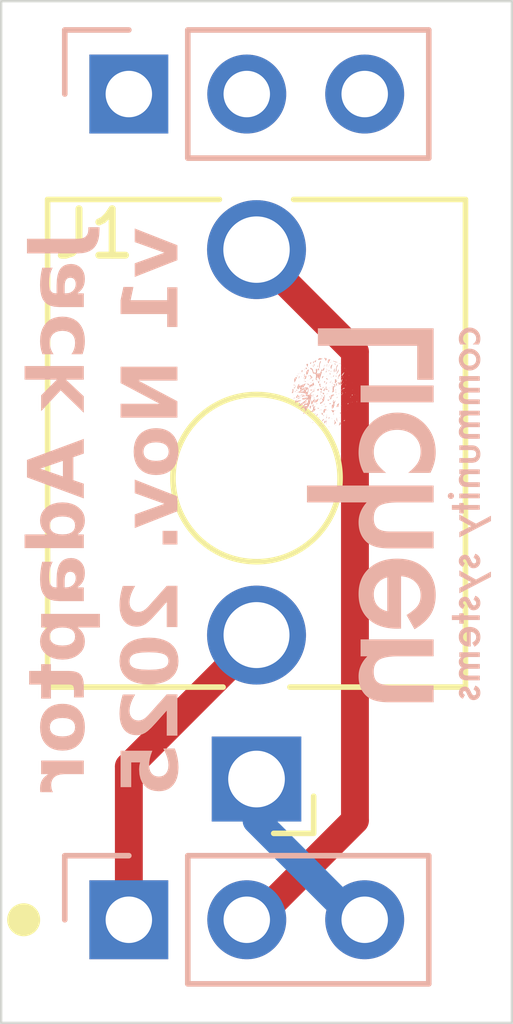
<source format=kicad_pcb>
(kicad_pcb (version 20241229) (generator "pcbnew") (generator_version "9.0")
  (layers (0 "F.Cu" signal) (2 "B.Cu" signal) (13 "F.Paste" user) (15 "B.Paste" user) (5 "F.SilkS" user "F.Silkscreen") (7 "B.SilkS" user "B.Silkscreen") (1 "F.Mask" user) (3 "B.Mask" user) (25 "Edge.Cuts" user))
  (net 0 "")
  (net 1 "Net-(J2-Pin_1)")
  (net 2 "Net-(J2-Pin_3)")
  (net 3 "Net-(J2-Pin_2)")
  (footprint "Lichen:Audio_Jack_Thonkiconn_Mono" (layer "F.Cu") (at 105.5 110.27 180)
    (property "Reference" "J1")
    (property "Value" "Thonkiconn_Mono_Audio_Jack" (hide yes))
  )
  (footprint "Connector_PinHeader_2.54mm:PinHeader_1x03_P2.54mm_Vertical" (layer "B.Cu") (at 102.75 102 -90)
    (property "Reference" "J3" (hide yes))
    (property "Value" "Conn_01x03_Pin" (hide yes))
  )
  (footprint "Connector_PinHeader_2.54mm:PinHeader_1x03_P2.54mm_Vertical" (layer "B.Cu") (at 102.75 119.78 -90)
    (property "Reference" "J2" (hide yes))
    (property "Value" "Conn_01x03_Pin" (hide yes))
  )
  (gr_circle (center 100.484713 119.78) (end 100.644713 120.04) (stroke (width 0.1)) (fill yes) (layer "F.SilkS"))
  (gr_poly (pts (xy 110.121862 112.509453) (xy 109.868642 112.635156) (xy 109.868642 112.750012) (xy 110.548701 112.399134) (xy 110.548701 112.28293) (xy 110.227206 112.45475) (xy 110.227206 112.454737) (xy 109.868642 112.256683) (xy 109.868642 112.374701)) (fill yes) (layer "B.SilkS"))
  (gr_poly (pts (xy 107.289841 107.91081) (xy 107.291151 107.900054) (xy 107.291164 107.900054) (xy 107.290503 107.899194) (xy 107.288664 107.910505)) (fill yes) (layer "B.SilkS"))
  (gr_poly (pts (xy 106.575652 108.042982) (xy 106.575453 108.042982) (xy 106.564045 108.053351)) (fill yes) (layer "B.SilkS"))
  (gr_poly (pts (xy 106.379162 108.027162) (xy 106.379311 108.027362) (xy 106.379347 108.027411) (xy 106.381171 108.026929) (xy 106.378934 108.026856) (xy 106.378921 108.026843)) (fill yes) (layer "B.SilkS"))
  (gr_poly (pts (xy 106.826769 108.101361) (xy 106.826771 108.101415) (xy 106.826777 108.101523) (xy 106.826781 108.101574) (xy 106.826781 108.101587) (xy 106.827608 108.102201) (xy 106.82802 108.102505) (xy 106.828435 108.102805) (xy 106.827618 108.10207) (xy 106.827203 108.101692) (xy 106.826993 108.101497) (xy 106.826781 108.101296) (xy 106.826779 108.101293) (xy 106.826777 108.101291) (xy 106.826775 108.101291) (xy 106.826773 108.101293) (xy 106.826771 108.101302) (xy 106.82677 108.101317) (xy 106.826769 108.101337)) (fill yes) (layer "B.SilkS"))
  (gr_poly (pts (xy 107.199324 108.373089) (xy 107.199373 108.37395) (xy 107.199464 108.374823) (xy 107.199597 108.375708) (xy 107.199773 108.376606) (xy 107.19999 108.377515) (xy 107.20025 108.378437) (xy 107.200551 108.37937) (xy 107.200895 108.380316) (xy 107.201281 108.381274) (xy 107.201709 108.382244) (xy 107.202671 108.381573) (xy 107.203585 108.380895) (xy 107.204452 108.38021) (xy 107.205272 108.379518) (xy 107.206044 108.378819) (xy 107.206768 108.378112) (xy 107.207445 108.377399) (xy 107.208074 108.376678) (xy 107.208655 108.37595) (xy 107.209189 108.375215) (xy 107.209675 108.374473) (xy 107.210114 108.373723) (xy 107.210505 108.372967) (xy 107.210848 108.372203) (xy 107.211144 108.371432) (xy 107.211392 108.370654) (xy 107.211593 108.369869) (xy 107.211746 108.369076) (xy 107.211852 108.368277) (xy 107.21191 108.36747) (xy 107.21192 108.366656) (xy 107.211883 108.365835) (xy 107.211798 108.365006) (xy 107.211665 108.364171) (xy 107.211485 108.363328) (xy 107.211258 108.362478) (xy 107.210982 108.361621) (xy 107.210659 108.360757) (xy 107.210289 108.359885) (xy 107.209871 108.359007) (xy 107.209405 108.358121) (xy 107.208892 108.357228) (xy 107.208015 108.357821) (xy 107.20718 108.358426) (xy 107.206388 108.359043) (xy 107.205637 108.359672) (xy 107.204929 108.360314) (xy 107.204262 108.360968) (xy 107.203638 108.361634) (xy 107.203056 108.362312) (xy 107.202515 108.363003) (xy 107.202017 108.363706) (xy 107.201561 108.364421) (xy 107.201148 108.365148) (xy 107.200776 108.365887) (xy 107.200446 108.366639) (xy 107.200158 108.367402) (xy 107.199913 108.368178) (xy 107.199709 108.368966) (xy 107.199548 108.369767) (xy 107.199429 108.370579) (xy 107.199352 108.371403) (xy 107.199317 108.37224)) (fill yes) (layer "B.SilkS"))
  (gr_poly (pts (xy 107.145851 108.089933) (xy 107.147437 108.089725) (xy 107.148958 108.089439) (xy 107.150415 108.089076) (xy 107.151808 108.088636) (xy 107.153137 108.088118) (xy 107.154402 108.087524) (xy 107.155602 108.086853) (xy 107.156738 108.086104) (xy 107.157811 108.085278) (xy 107.158818 108.084375) (xy 107.159762 108.083395) (xy 107.160642 108.082338) (xy 107.161458 108.081204) (xy 107.162209 108.079993) (xy 107.162896 108.078704) (xy 107.163519 108.077339) (xy 107.164078 108.075896) (xy 107.164573 108.074376) (xy 107.165004 108.072779) (xy 107.16537 108.071105) (xy 107.165673 108.069354) (xy 107.165911 108.067525) (xy 107.166085 108.06562) (xy 107.166195 108.063637) (xy 107.166241 108.061577) (xy 107.166223 108.059441) (xy 107.16614 108.057227) (xy 107.165994 108.054935) (xy 107.165783 108.052567) (xy 107.165509 108.050122) (xy 107.16517 108.047599) (xy 107.16517 108.047732) (xy 107.165157 108.047732) (xy 107.144202 108.090065)) (fill yes) (layer "B.SilkS"))
  (gr_poly (pts (xy 107.108882 107.833107) (xy 107.110293 107.830727) (xy 107.112068 107.827717) (xy 107.107874 107.827678)) (fill yes) (layer "B.SilkS"))
  (gr_poly (pts (xy 106.372501 108.04564) (xy 106.379357 108.027425) (xy 106.379184 108.027196) (xy 106.379039 108.027004) (xy 106.379 108.02695) (xy 106.378999 108.02695) (xy 106.372397 108.045519) (xy 106.368049 108.057616)) (fill yes) (layer "B.SilkS"))
  (gr_poly (pts (xy 107.422661 108.057) (xy 107.422877 108.057562) (xy 107.423324 108.058699) (xy 107.423334 108.058697) (xy 107.423352 108.058691) (xy 107.423409 108.05867) (xy 107.423572 108.058606) (xy 107.4238 108.058513) (xy 107.4238 108.0585) (xy 107.422451 108.056436)) (fill yes) (layer "B.SilkS"))
  (gr_poly (pts (xy 106.743993 108.121444) (xy 106.742643 108.120439) (xy 106.74185 108.121008)) (fill yes) (layer "B.SilkS"))
  (gr_poly (pts (xy 107.200584 108.306124) (xy 107.201497 108.296228) (xy 107.201947 108.295871) (xy 107.19393 108.300833)) (fill yes) (layer "B.SilkS"))
  (gr_poly (pts (xy 107.415571 108.662928) (xy 107.45707 108.664555) (xy 107.457069 108.664551) (xy 107.457065 108.664493) (xy 107.45706 108.664434) (xy 107.457059 108.664419) (xy 107.457058 108.664418) (xy 107.457058 108.664422) (xy 107.415386 108.662716) (xy 107.415373 108.662703)) (fill yes) (layer "B.SilkS"))
  (gr_poly (pts (xy 106.480574 107.99885) (xy 106.481195 107.997421) (xy 106.480547 107.996693)) (fill yes) (layer "B.SilkS"))
  (gr_poly (pts (xy 107.275633 109.062144) (xy 107.275621 109.062144) (xy 107.27562 109.062144)) (fill yes) (layer "B.SilkS"))
  (gr_poly (pts (xy 107.391142 107.938194) (xy 107.395992 107.934371) (xy 107.394696 107.934609) (xy 107.391049 107.938268)) (fill yes) (layer "B.SilkS"))
  (gr_poly (pts (xy 107.246423 108.216509) (xy 107.246288 108.216264) (xy 107.246211 108.21613) (xy 107.246198 108.216109) (xy 107.246212 108.216139) (xy 107.246105 108.216591)) (fill yes) (layer "B.SilkS"))
  (gr_poly (pts (xy 107.365433 108.213374) (xy 107.365277 108.212733) (xy 107.364957 108.212686)) (fill yes) (layer "B.SilkS"))
  (gr_poly (pts (xy 106.751541 108.89952) (xy 106.751917 108.897441) (xy 106.751904 108.897454) (xy 106.751504 108.89778) (xy 106.751223 108.898007) (xy 106.751126 108.898083) (xy 106.751084 108.898116)) (fill yes) (layer "B.SilkS"))
  (gr_poly (pts (xy 107.457764 108.668754) (xy 107.457487 108.667273) (xy 107.457071 108.664472) (xy 107.457071 108.664568) (xy 107.456605 108.665549) (xy 107.456139 108.666546) (xy 107.455206 108.668563)) (fill yes) (layer "B.SilkS"))
  (gr_poly (pts (xy 106.958748 109.082812) (xy 106.959216 109.087339) (xy 106.959942 109.091902) (xy 106.960925 109.0965) (xy 106.964979 109.092097) (xy 106.968618 109.087703) (xy 106.971843 109.083319) (xy 106.974654 109.078944) (xy 106.97705 109.074579) (xy 106.978093 109.0724) (xy 106.979031 109.070223) (xy 106.979867 109.068049) (xy 106.980598 109.065877) (xy 106.981226 109.063707) (xy 106.981751 109.06154) (xy 106.982171 109.059376) (xy 106.982488 109.057214) (xy 106.982702 109.055054) (xy 106.982812 109.052897) (xy 106.982818 109.050742) (xy 106.98272 109.04859) (xy 106.982519 109.04644) (xy 106.982214 109.044293) (xy 106.981806 109.042148) (xy 106.981294 109.040006) (xy 106.980678 109.037866) (xy 106.979959 109.035729) (xy 106.979136 109.033595) (xy 106.97821 109.031462) (xy 106.977179 109.029333) (xy 106.976045 109.027206) (xy 106.973173 109.031269) (xy 106.970557 109.035368) (xy 106.968198 109.039503) (xy 106.966096 109.043674) (xy 106.964252 109.04788) (xy 106.962664 109.052121) (xy 106.961333 109.056399) (xy 106.96026 109.060712) (xy 106.959443 109.065061) (xy 106.958884 109.069445) (xy 106.958581 109.073865) (xy 106.958536 109.078321)) (fill yes) (layer "B.SilkS"))
  (gr_poly (pts (xy 107.185992 108.958996) (xy 107.186189 108.959081) (xy 107.18638 108.959159) (xy 107.186568 108.95923) (xy 107.186751 108.959295) (xy 107.186932 108.959357) (xy 107.187111 108.959415) (xy 107.187461 108.959525) (xy 107.185371 108.958136)) (fill yes) (layer "B.SilkS"))
  (gr_poly (pts (xy 107.270289 108.585178) (xy 107.270714 108.584971) (xy 107.270595 108.584574) (xy 107.270222 108.583328) (xy 107.269151 108.585722)) (fill yes) (layer "B.SilkS"))
  (gr_poly (pts (xy 106.662951 108.968548) (xy 106.662938 108.968548) (xy 106.662898 108.968548) (xy 106.643901 108.969778) (xy 106.6432 108.970744)) (fill yes) (layer "B.SilkS"))
  (gr_poly (pts (xy 106.875188 108.405116) (xy 106.875186 108.405012) (xy 106.87518 108.405005) (xy 106.875173 108.404998) (xy 106.875062 108.405007) (xy 106.875019 108.405011) (xy 106.874978 108.405015) (xy 106.874944 108.40502) (xy 106.874931 108.405022) (xy 106.874922 108.405025)) (fill yes) (layer "B.SilkS"))
  (gr_poly (pts (xy 107.348566 108.772597) (xy 107.351 108.773007) (xy 107.351 108.773021) (xy 107.351622 108.770547) (xy 107.35143 108.770445) (xy 107.351244 108.770355) (xy 107.351065 108.770275) (xy 107.350892 108.770205) (xy 107.350725 108.770146) (xy 107.350565 108.770098) (xy 107.35041 108.770061) (xy 107.350262 108.770034) (xy 107.35012 108.770017) (xy 107.349984 108.770012) (xy 107.349855 108.770017) (xy 107.349731 108.770033) (xy 107.349614 108.770059) (xy 107.349503 108.770096) (xy 107.349398 108.770144) (xy 107.3493 108.770203) (xy 107.349207 108.770272) (xy 107.349121 108.770352) (xy 107.349041 108.770443) (xy 107.348967 108.770544) (xy 107.3489 108.770656) (xy 107.348838 108.770779) (xy 107.348783 108.770912) (xy 107.348734 108.771057) (xy 107.348691 108.771211) (xy 107.348655 108.771377) (xy 107.348624 108.771554) (xy 107.3486 108.771741) (xy 107.348582 108.771939) (xy 107.348571 108.772148) (xy 107.348565 108.772367)) (fill yes) (layer "B.SilkS"))
  (gr_poly (pts (xy 106.981126 109.161469) (xy 106.981615 109.158836) (xy 106.975923 109.158808) (xy 106.972914 109.158809)) (fill yes) (layer "B.SilkS"))
  (gr_poly (pts (xy 106.951294 108.341154) (xy 106.952379 108.339289) (xy 106.950712 108.3404)) (fill yes) (layer "B.SilkS"))
  (gr_poly (pts (xy 106.91009 109.054536) (xy 106.910098 109.054537) (xy 106.910472 109.066104) (xy 106.910786 109.077662) (xy 106.910869 109.077726) (xy 106.911066 109.077882) (xy 106.911355 109.078111) (xy 106.91031 109.054458) (xy 106.91031 109.054471) (xy 106.910267 109.054481) (xy 106.910179 109.054504) (xy 106.910136 109.054516) (xy 106.910103 109.054527) (xy 106.910093 109.054531) (xy 106.91009 109.054533) (xy 106.910088 109.054534) (xy 106.910088 109.054535)) (fill yes) (layer "B.SilkS"))
  (gr_poly (pts (xy 107.664107 108.499341) (xy 107.664333 108.499865) (xy 107.664336 108.499863) (xy 107.664342 108.499854) (xy 107.664361 108.499819) (xy 107.664418 108.499689) (xy 107.664581 108.499288) (xy 107.664809 108.498701) (xy 107.664028 108.499156)) (fill yes) (layer "B.SilkS"))
  (gr_poly (pts (xy 107.13489 108.399679) (xy 107.138301 108.399655) (xy 107.138301 108.394243) (xy 107.13296 108.399687)) (fill yes) (layer "B.SilkS"))
  (gr_poly (pts (xy 107.662997 108.636416) (xy 107.663641 108.634864) (xy 107.664152 108.633327) (xy 107.664529 108.631805) (xy 107.664668 108.63105) (xy 107.664773 108.630299) (xy 107.664844 108.629552) (xy 107.664882 108.628808) (xy 107.664886 108.628069) (xy 107.664857 108.627333) (xy 107.664794 108.626601) (xy 107.664698 108.625873) (xy 107.664568 108.625149) (xy 107.664405 108.624429) (xy 107.664209 108.623712) (xy 107.663979 108.623) (xy 107.663715 108.622291) (xy 107.663418 108.621586) (xy 107.662724 108.620187) (xy 107.661895 108.618804) (xy 107.660933 108.617436) (xy 107.659836 108.616083) (xy 107.658606 108.614746) (xy 107.657242 108.613424) (xy 107.655088 108.622886)) (fill yes) (layer "B.SilkS"))
  (gr_poly (pts (xy 106.740566 109.029256) (xy 106.747856 109.015903) (xy 106.74005 109.029521)) (fill yes) (layer "B.SilkS"))
  (gr_poly (pts (xy 106.518734 108.105213) (xy 106.518801 108.105256) (xy 106.519037 108.105412) (xy 106.519348 108.105622) (xy 106.520046 108.101889) (xy 106.520765 108.098166) (xy 106.522232 108.09074) (xy 106.522232 108.090739) (xy 106.521663 108.090025) (xy 106.520225 108.097639) (xy 106.519487 108.101433) (xy 106.518727 108.10521)) (fill yes) (layer "B.SilkS"))
  (gr_poly (pts (xy 107.070833 107.813708) (xy 107.071984 107.812014) (xy 107.070793 107.811829)) (fill yes) (layer "B.SilkS"))
  (gr_poly (pts (xy 106.982642 108.255385) (xy 106.988918 108.257731) (xy 106.988917 108.25773) (xy 106.988917 108.257728) (xy 106.988915 108.257724) (xy 106.988913 108.257718) (xy 106.988909 108.257711) (xy 106.988891 108.257677) (xy 106.988881 108.257658) (xy 106.988877 108.257649) (xy 106.988873 108.25764) (xy 106.98887 108.257632) (xy 106.988867 108.257624) (xy 106.988865 108.257618) (xy 106.988865 108.257615) (xy 106.988865 108.257612) (xy 106.982971 108.255049) (xy 106.977077 108.252506) (xy 106.976692 108.252787) (xy 106.976337 108.253048)) (fill yes) (layer "B.SilkS"))
  (gr_poly (pts (xy 106.582623 108.242544) (xy 106.582685 108.242569) (xy 106.582751 108.242594) (xy 106.58283 108.242624) (xy 106.582915 108.242653) (xy 106.582997 108.242678) (xy 106.583036 108.242688) (xy 106.58307 108.242696) (xy 106.583101 108.242701) (xy 106.583126 108.242703) (xy 106.583315 108.241897) (xy 106.582623 108.242544)) (fill yes) (layer "B.SilkS"))
  (gr_poly (pts (xy 107.091616 107.712266) (xy 107.091113 107.712015) (xy 107.090988 107.712202)) (fill yes) (layer "B.SilkS"))
  (gr_poly (pts (xy 107.143489 108.021831) (xy 107.143488 108.021829) (xy 107.143487 108.021827) (xy 107.143487 108.021829)) (fill yes) (layer "B.SilkS"))
  (gr_poly (pts (xy 106.957141 108.402776) (xy 106.956585 108.401916) (xy 106.955845 108.402829)) (fill yes) (layer "B.SilkS"))
  (gr_poly (pts (xy 106.836608 107.728597) (xy 106.836616 107.728736) (xy 106.83663 107.728867) (xy 106.836651 107.728992) (xy 106.836677 107.729109) (xy 106.83671 107.729218) (xy 106.836749 107.729321) (xy 106.836794 107.729416) (xy 106.836846 107.729504) (xy 106.836904 107.729584) (xy 106.836967 107.729658) (xy 106.837037 107.729724) (xy 106.837114 107.729783) (xy 106.837196 107.729834) (xy 106.837285 107.729879) (xy 106.83738 107.729916) (xy 106.837481 107.729946) (xy 106.837588 107.729969) (xy 106.837702 107.729984) (xy 106.837821 107.729992) (xy 106.837947 107.729993) (xy 106.838079 107.729987) (xy 106.838218 107.729974) (xy 106.838362 107.729953) (xy 106.838513 107.729925) (xy 106.83867 107.72989) (xy 106.838833 107.729848) (xy 106.83747 107.729043) (xy 106.836607 107.728539)) (fill yes) (layer "B.SilkS"))
  (gr_poly (pts (xy 107.04026 108.040363) (xy 107.040261 108.040005) (xy 107.040265 108.039645) (xy 107.04027 108.039463) (xy 107.040277 108.03928) (xy 107.040287 108.039095) (xy 107.0403 108.038908) (xy 107.040289 108.038904) (xy 107.04025 108.038898) (xy 107.040102 108.038881) (xy 107.039642 108.038837) (xy 107.038963 108.038775) (xy 107.03895 108.038775)) (fill yes) (layer "B.SilkS"))
  (gr_poly (pts (xy 106.755226 108.514581) (xy 106.756388 108.514192) (xy 106.756375 108.514192) (xy 106.755806 108.512155) (xy 106.754935 108.513557) (xy 106.754502 108.514257) (xy 106.754073 108.514959)) (fill yes) (layer "B.SilkS"))
  (gr_poly (pts (xy 106.658965 109.056919) (xy 106.659033 109.056918) (xy 106.659116 109.056914) (xy 106.659161 109.05691) (xy 106.659207 109.056905) (xy 106.659253 109.056899) (xy 106.659299 109.056891) (xy 106.659343 109.056881) (xy 106.659385 109.056869) (xy 106.659424 109.056855) (xy 106.659458 109.056839) (xy 106.659541 109.056267) (xy 106.658916 109.056918) (xy 106.658903 109.056918)) (fill yes) (layer "B.SilkS"))
  (gr_poly (pts (xy 107.036516 107.990529) (xy 107.038143 107.98951) (xy 107.036331 107.988888)) (fill yes) (layer "B.SilkS"))
  (gr_poly (pts (xy 107.339186 107.854189) (xy 107.339252 107.852959) (xy 107.337652 107.853765)) (fill yes) (layer "B.SilkS"))
  (gr_poly (pts (xy 107.1122 108.098584) (xy 107.113086 108.097698) (xy 107.11143 108.097236)) (fill yes) (layer "B.SilkS"))
  (gr_poly (pts (xy 106.381051 108.103955) (xy 106.381055 108.103948) (xy 106.381073 108.103929) (xy 106.38114 108.103858) (xy 106.38135 108.103645) (xy 106.381659 108.103334) (xy 106.375475 108.097149) (xy 106.374767 108.097857)) (fill yes) (layer "B.SilkS"))
  (gr_poly (pts (xy 106.75283 107.866373) (xy 106.752843 107.86636) (xy 106.752802 107.866334)) (fill yes) (layer "B.SilkS"))
  (gr_poly (pts (xy 107.439855 107.961801) (xy 107.440247 107.962326) (xy 107.441033 107.963353) (xy 107.44182 107.964354) (xy 107.442612 107.96534) (xy 107.443014 107.964927) (xy 107.443197 107.964721) (xy 107.443367 107.964516) (xy 107.443525 107.964311) (xy 107.443671 107.964106) (xy 107.443805 107.963902) (xy 107.443926 107.963698) (xy 107.444035 107.963495) (xy 107.444132 107.963293) (xy 107.444216 107.963091) (xy 107.444288 107.962889) (xy 107.444348 107.962688) (xy 107.444396 107.962487) (xy 107.444431 107.962287) (xy 107.444454 107.962088) (xy 107.444465 107.961888) (xy 107.444463 107.96169) (xy 107.444449 107.961492) (xy 107.444422 107.961294) (xy 107.444384 107.961097) (xy 107.444332 107.9609) (xy 107.444269 107.960704) (xy 107.444193 107.960509) (xy 107.444105 107.960314) (xy 107.444004 107.960119) (xy 107.443891 107.959926) (xy 107.443766 107.959732) (xy 107.443628 107.959539) (xy 107.443478 107.959347) (xy 107.443316 107.959155) (xy 107.443141 107.958964) (xy 107.442226 107.959511) (xy 107.441307 107.96007) (xy 107.440847 107.960357) (xy 107.440386 107.960651) (xy 107.439925 107.960953) (xy 107.439463 107.961266)) (fill yes) (layer "B.SilkS"))
  (gr_poly (pts (xy 106.917474 107.69985) (xy 106.917542 107.700608) (xy 106.917656 107.701407) (xy 106.917818 107.702246) (xy 106.918027 107.703125) (xy 106.918285 107.704041) (xy 106.918592 107.704994) (xy 106.918949 107.705982) (xy 106.928923 107.69778) (xy 106.928047 107.697123) (xy 106.927201 107.696536) (xy 106.926385 107.696019) (xy 106.9256 107.69557) (xy 106.924847 107.695188) (xy 106.924126 107.694872) (xy 106.923439 107.694621) (xy 106.922785 107.694433) (xy 106.922165 107.694309) (xy 106.92158 107.694245) (xy 106.921031 107.694241) (xy 106.920519 107.694297) (xy 106.920043 107.69441) (xy 106.919605 107.69458) (xy 106.919206 107.694805) (xy 106.918846 107.695085) (xy 106.918526 107.695418) (xy 106.918245 107.695802) (xy 106.918007 107.696238) (xy 106.917809 107.696723) (xy 106.917655 107.697256) (xy 106.917543 107.697837) (xy 106.917476 107.698463) (xy 106.917452 107.699135)) (fill yes) (layer "B.SilkS"))
  (gr_poly (pts (xy 106.629813 108.278924) (xy 106.630202 108.279212) (xy 106.630621 108.279525) (xy 106.630845 108.279695) (xy 106.631082 108.279877) (xy 106.631097 108.27989) (xy 106.631114 108.279903) (xy 106.631149 108.279926) (xy 106.631187 108.279947) (xy 106.631227 108.279965) (xy 106.631269 108.279981) (xy 106.631311 108.279995) (xy 106.631352 108.280007) (xy 106.631393 108.280017) (xy 106.631431 108.280026) (xy 106.631467 108.280033) (xy 106.631528 108.280042) (xy 106.63156 108.280046) (xy 106.629441 108.278647)) (fill yes) (layer "B.SilkS"))
  (gr_poly (pts (xy 106.664869 108.473949) (xy 106.664113 108.473195) (xy 106.663983 108.473565)) (fill yes) (layer "B.SilkS"))
  (gr_poly (pts (xy 106.97502 108.583885) (xy 106.976392 108.5839) (xy 106.974862 108.583465) (xy 106.972037 108.582653) (xy 106.971482 108.583857)) (fill yes) (layer "B.SilkS"))
  (gr_poly (pts (xy 106.575916 107.977683) (xy 106.575493 107.976612) (xy 106.574183 107.977551)) (fill yes) (layer "B.SilkS"))
  (gr_poly (pts (xy 107.019636 107.696537) (xy 107.020866 107.692542) (xy 107.016952 107.693625) (xy 107.014974 107.69414) (xy 107.014054 107.694365)) (fill yes) (layer "B.SilkS"))
  (gr_poly (pts (xy 106.840685 108.006946) (xy 106.841518 108.005081) (xy 106.840103 108.005835)) (fill yes) (layer "B.SilkS"))
  (gr_poly (pts (xy 107.527722 108.516739) (xy 107.527794 108.516613) (xy 107.527794 108.5166) (xy 107.527702 108.5166)) (fill yes) (layer "B.SilkS"))
  (gr_poly (pts (xy 106.468707 108.492509) (xy 106.468707 108.492507) (xy 106.468706 108.492506)) (fill yes) (layer "B.SilkS"))
  (gr_poly (pts (xy 107.578303 108.360377) (xy 107.577801 108.360668) (xy 107.577409 108.366429)) (fill yes) (layer "B.SilkS"))
  (gr_poly (pts (xy 106.70161 108.284322) (xy 106.701792 108.284071) (xy 106.701593 108.284071)) (fill yes) (layer "B.SilkS"))
  (gr_poly (pts (xy 107.190953 107.871056) (xy 107.193507 107.872353) (xy 107.192098 107.871074) (xy 107.190692 107.869789)) (fill yes) (layer "B.SilkS"))
  (gr_poly (pts (xy 106.718685 108.19709) (xy 106.719109 108.20029) (xy 106.719607 108.202451) (xy 106.71971 108.20194) (xy 106.720488 108.196731) (xy 106.721039 108.191258) (xy 106.721357 108.185525) (xy 106.721159 108.184984) (xy 106.719825 108.187891) (xy 106.718998 108.190883) (xy 106.718633 108.193952)) (fill yes) (layer "B.SilkS"))
  (gr_poly (pts (xy 106.922441 108.037902) (xy 106.922269 108.036077) (xy 106.92133 108.038034)) (fill yes) (layer "B.SilkS"))
  (gr_poly (pts (xy 106.425395 108.218255) (xy 106.435409 108.217237) (xy 106.435139 108.217001) (xy 106.434865 108.216782) (xy 106.434589 108.216581) (xy 106.43431 108.216396) (xy 106.434028 108.216228) (xy 106.433743 108.216078) (xy 106.433455 108.215944) (xy 106.433164 108.215828) (xy 106.432871 108.215729) (xy 106.432574 108.215646) (xy 106.432275 108.215581) (xy 106.431972 108.215533) (xy 106.431667 108.215502) (xy 106.431359 108.215487) (xy 106.431048 108.21549) (xy 106.430734 108.21551) (xy 106.430418 108.215547) (xy 106.430098 108.215602) (xy 106.429775 108.215673) (xy 106.42945 108.215761) (xy 106.429121 108.215866) (xy 106.42879 108.215989) (xy 106.428456 108.216128) (xy 106.428119 108.216284) (xy 106.427778 108.216458) (xy 106.427435 108.216648) (xy 106.427089 108.216856) (xy 106.42674 108.217081) (xy 106.426034 108.217581) (xy 106.425315 108.21815)) (fill yes) (layer "B.SilkS"))
  (gr_poly (pts (xy 106.404366 108.4514) (xy 106.403894 108.451817) (xy 106.4018 108.453843) (xy 106.399861 108.455931) (xy 106.398094 108.458085) (xy 106.396516 108.460311) (xy 106.395997 108.461182)) (fill yes) (layer "B.SilkS"))
  (gr_poly (pts (xy 106.911069 108.342906) (xy 106.913154 108.342292) (xy 106.910125 108.339121) (xy 106.910095 108.343186)) (fill yes) (layer "B.SilkS"))
  (gr_poly (pts (xy 106.618408 107.891323) (xy 106.623898 107.890132) (xy 106.623818 107.889469) (xy 106.623722 107.888838) (xy 106.623611 107.888239) (xy 106.623484 107.887673) (xy 106.623343 107.887139) (xy 106.623186 107.886638) (xy 106.623014 107.886169) (xy 106.622827 107.885732) (xy 106.622625 107.885328) (xy 106.622408 107.884956) (xy 106.622175 107.884616) (xy 106.621928 107.884309) (xy 106.621665 107.884034) (xy 106.621387 107.883792) (xy 106.621094 107.883582) (xy 106.620786 107.883404) (xy 106.620463 107.883258) (xy 106.620125 107.883145) (xy 106.619771 107.883065) (xy 106.619403 107.883017) (xy 106.619019 107.883001) (xy 106.618621 107.883017) (xy 106.618207 107.883066) (xy 106.617778 107.883147) (xy 106.617334 107.88326) (xy 106.616875 107.883406) (xy 106.616401 107.883584) (xy 106.615912 107.883795) (xy 106.615407 107.884037) (xy 106.614888 107.884313) (xy 106.614354 107.88462) (xy 106.613805 107.88496)) (fill yes) (layer "B.SilkS"))
  (gr_poly (pts (xy 107.281956 107.798039) (xy 107.281947 107.798035) (xy 107.281909 107.798017) (xy 107.281804 107.79796) (xy 107.281679 107.797889) (xy 107.281449 107.797756) (xy 107.281387 107.797721) (xy 107.281378 107.797718) (xy 107.281388 107.797727) (xy 107.281357 107.798399)) (fill yes) (layer "B.SilkS"))
  (gr_poly (pts (xy 106.568958 108.814944) (xy 106.570042 108.813899) (xy 106.568561 108.814494)) (fill yes) (layer "B.SilkS"))
  (gr_poly (pts (xy 107.252568 108.117518) (xy 107.252668 108.118478) (xy 107.252818 108.119449) (xy 107.253019 108.120432) (xy 107.253271 108.121425) (xy 107.253573 108.12243) (xy 107.253925 108.123446) (xy 107.254329 108.124473) (xy 107.254783 108.125512) (xy 107.255287 108.126561) (xy 107.255842 108.127622) (xy 107.258622 108.125619) (xy 107.259895 108.124628) (xy 107.261092 108.123646) (xy 107.26221 108.122671) (xy 107.263252 108.121703) (xy 107.264216 108.120744) (xy 107.265102 108.119792) (xy 107.265911 108.118847) (xy 107.266643 108.117911) (xy 107.267297 108.116982) (xy 107.267874 108.11606) (xy 107.268373 108.115147) (xy 107.268795 108.114241) (xy 107.26914 108.113343) (xy 107.269407 108.112452) (xy 107.269597 108.111569) (xy 107.269709 108.110694) (xy 107.269744 108.109826) (xy 107.269702 108.108966) (xy 107.269582 108.108114) (xy 107.269385 108.107269) (xy 107.269111 108.106433) (xy 107.268759 108.105603) (xy 107.268329 108.104782) (xy 107.267823 108.103968) (xy 107.267239 108.103162) (xy 107.266577 108.102363) (xy 107.265839 108.101572) (xy 107.265022 108.100789) (xy 107.264129 108.100014) (xy 107.263158 108.099246) (xy 107.262146 108.099958) (xy 107.261185 108.100682) (xy 107.260275 108.101417) (xy 107.259414 108.102164) (xy 107.258605 108.102921) (xy 107.257846 108.10369) (xy 107.257137 108.10447) (xy 107.256479 108.105261) (xy 107.255871 108.106063) (xy 107.255314 108.106877) (xy 107.254807 108.107702) (xy 107.254351 108.108538) (xy 107.253945 108.109386) (xy 107.25359 108.110244) (xy 107.253285 108.111114) (xy 107.253031 108.111995) (xy 107.252828 108.112888) (xy 107.252675 108.113791) (xy 107.252572 108.114706) (xy 107.25252 108.115632) (xy 107.252519 108.11657)) (fill yes) (layer "B.SilkS"))
  (gr_poly (pts (xy 106.317207 108.234832) (xy 106.317352 108.23402) (xy 106.317465 108.233212) (xy 106.317545 108.232407) (xy 106.317594 108.231607) (xy 106.317611 108.23081) (xy 106.317595 108.230017) (xy 106.317547 108.229228) (xy 106.317468 108.228442) (xy 106.317356 108.22766) (xy 106.317213 108.226882) (xy 106.317038 108.226107) (xy 106.316831 108.225336) (xy 106.316592 108.224569) (xy 106.316321 108.223806) (xy 106.316019 108.223046) (xy 106.315835 108.22263)) (fill yes) (layer "B.SilkS"))
  (gr_poly (pts (xy 107.109129 107.834514) (xy 107.108809 107.83412) (xy 107.108456 107.833684) (xy 107.107917 107.833979) (xy 107.107514 107.834205)) (fill yes) (layer "B.SilkS"))
  (gr_poly (pts (xy 107.341092 108.434587) (xy 107.341189 108.434605) (xy 107.341246 108.434615) (xy 107.341303 108.434624) (xy 107.341354 108.434629) (xy 107.341376 108.434631) (xy 107.341395 108.434632) (xy 107.341275 108.433687) (xy 107.341067 108.434582)) (fill yes) (layer "B.SilkS"))
  (gr_poly (pts (xy 107.103495 109.171166) (xy 107.108271 109.169512) (xy 107.103297 109.162725) (xy 107.103284 109.162725) (xy 107.103098 109.163995)) (fill yes) (layer "B.SilkS"))
  (gr_poly (pts (xy 106.742666 107.815128) (xy 106.742815 107.814859) (xy 106.742795 107.814864) (xy 106.742767 107.814871) (xy 106.742693 107.814887) (xy 106.742653 107.814896) (xy 106.742614 107.814905) (xy 106.74258 107.814915) (xy 106.742564 107.81492) (xy 106.742551 107.814925)) (fill yes) (layer "B.SilkS"))
  (gr_poly (pts (xy 107.089133 109.071537) (xy 107.089299 109.071653) (xy 107.089445 109.071755) (xy 107.089554 109.071827) (xy 107.089588 109.071847) (xy 107.089605 109.071854) (xy 107.089606 109.071852) (xy 107.089601 109.071847) (xy 107.089577 109.071827) (xy 107.089479 109.071755) (xy 107.089163 109.071537) (xy 107.088692 109.071219)) (fill yes) (layer "B.SilkS"))
  (gr_poly (pts (xy 107.28136 107.797687) (xy 107.281295 107.797647) (xy 107.281282 107.797647)) (fill yes) (layer "B.SilkS"))
  (gr_poly (pts (xy 106.844058 107.915863) (xy 106.844667 107.915228) (xy 106.84345 107.913866)) (fill yes) (layer "B.SilkS"))
  (gr_poly (pts (xy 107.517832 108.535355) (xy 107.518644 108.535375) (xy 107.519424 108.535354) (xy 107.52017 108.535292) (xy 107.520884 108.535187) (xy 107.521565 108.535041) (xy 107.522213 108.534854) (xy 107.522828 108.534625) (xy 107.52341 108.534354) (xy 107.523959 108.534041) (xy 107.524475 108.533687) (xy 107.524958 108.53329) (xy 107.525408 108.532853) (xy 107.525825 108.532373) (xy 107.526209 108.531852) (xy 107.526561 108.531289) (xy 107.526879 108.530684) (xy 107.527165 108.530038) (xy 107.527417 108.52935) (xy 107.527637 108.52862) (xy 107.527823 108.527848) (xy 107.527977 108.527034) (xy 107.528098 108.526179) (xy 107.528185 108.525282) (xy 107.52824 108.524343) (xy 107.528262 108.523362) (xy 107.528251 108.52234) (xy 107.528207 108.521275) (xy 107.52813 108.520169) (xy 107.52802 108.519021) (xy 107.527877 108.517831) (xy 107.527722 108.516739) (xy 107.516986 108.535292)) (fill yes) (layer "B.SilkS"))
  (gr_poly (pts (xy 107.274774 108.533481) (xy 107.274775 108.533481) (xy 107.274776 108.533479) (xy 107.274773 108.53348)) (fill yes) (layer "B.SilkS"))
  (gr_poly (pts (xy 107.446318 108.782891) (xy 107.445932 108.78247) (xy 107.44566 108.782177) (xy 107.44557 108.782085) (xy 107.445544 108.782061) (xy 107.445538 108.782056) (xy 107.445536 108.782056) (xy 107.445017 108.782349) (xy 107.444495 108.782637) (xy 107.443445 108.783207)) (fill yes) (layer "B.SilkS"))
  (gr_poly (pts (xy 107.446687 108.64798) (xy 107.446726 108.64792) (xy 107.446819 108.647769) (xy 107.446938 108.647569) (xy 107.446925 108.647568) (xy 107.446675 108.64721) (xy 107.44666 108.648018)) (fill yes) (layer "B.SilkS"))
  (gr_poly (pts (xy 107.363429 108.205141) (xy 107.363131 108.203915) (xy 107.362258 108.204444)) (fill yes) (layer "B.SilkS"))
  (gr_poly (pts (xy 106.458944 108.052216) (xy 106.457714 108.050523) (xy 106.457184 108.052547)) (fill yes) (layer "B.SilkS"))
  (gr_poly (pts (xy 107.497738 108.063845) (xy 107.497738 108.063831) (xy 107.497722 108.063816)) (fill yes) (layer "B.SilkS"))
  (gr_poly (pts (xy 106.802812 108.231127) (xy 106.802818 108.231583) (xy 106.802829 108.232039) (xy 106.802848 108.232493) (xy 106.802877 108.232947) (xy 106.802916 108.233401) (xy 106.802968 108.233853) (xy 106.8031 108.233728) (xy 106.803223 108.233603) (xy 106.803337 108.23348) (xy 106.803441 108.233357) (xy 106.803537 108.233235) (xy 106.803623 108.233114) (xy 106.803701 108.232993) (xy 106.80377 108.232873) (xy 106.803829 108.232754) (xy 106.80388 108.232635) (xy 106.803922 108.232517) (xy 106.803955 108.2324) (xy 106.80398 108.232284) (xy 106.803995 108.232168) (xy 106.804002 108.232053) (xy 106.804 108.231939) (xy 106.80399 108.231826) (xy 106.803971 108.231713) (xy 106.803943 108.231601) (xy 106.803906 108.23149) (xy 106.803861 108.23138) (xy 106.803808 108.23127) (xy 106.803746 108.231161) (xy 106.803675 108.231053) (xy 106.803596 108.230945) (xy 106.803509 108.230839) (xy 106.803413 108.230733) (xy 106.803309 108.230628) (xy 106.803197 108.230523) (xy 106.803076 108.230419) (xy 106.802947 108.230317) (xy 106.80281 108.230215)) (fill yes) (layer "B.SilkS"))
  (gr_poly (pts (xy 106.462701 108.530146) (xy 106.461947 108.529352) (xy 106.45946 108.530869)) (fill yes) (layer "B.SilkS"))
  (gr_poly (pts (xy 106.415579 108.122357) (xy 106.415568 108.12235) (xy 106.415565 108.122357)) (fill yes) (layer "B.SilkS"))
  (gr_poly (pts (xy 107.101656 108.516388) (xy 107.101601 108.516228) (xy 107.100717 108.517116)) (fill yes) (layer "B.SilkS"))
  (gr_poly (pts (xy 106.784313 108.413593) (xy 106.786725 108.411486) (xy 106.789129 108.409346) (xy 106.789855 108.408682) (xy 106.789113 108.409315) (xy 106.786749 108.411376) (xy 106.782879 108.414835)) (fill yes) (layer "B.SilkS"))
  (gr_poly (pts (xy 107.436564 108.813432) (xy 107.436749 108.813644) (xy 107.436939 108.813852) (xy 107.437135 108.814057) (xy 107.43715 108.814038) (xy 107.437169 108.814) (xy 107.437191 108.813946) (xy 107.437216 108.81388) (xy 107.437273 108.81372) (xy 107.437332 108.813542) (xy 107.437434 108.813213) (xy 107.437478 108.813068) (xy 107.436445 108.813292)) (fill yes) (layer "B.SilkS"))
  (gr_poly (pts (xy 107.337417 108.075089) (xy 107.342412 108.070259) (xy 107.347213 108.065297) (xy 107.351821 108.060202) (xy 107.356235 108.054975) (xy 107.360455 108.049616) (xy 107.364481 108.044124) (xy 107.368314 108.038499) (xy 107.371952 108.032742) (xy 107.375397 108.026853) (xy 107.378648 108.02083) (xy 107.381706 108.014675) (xy 107.384569 108.008388) (xy 107.387239 108.001968) (xy 107.389715 107.995415) (xy 107.391997 107.988729) (xy 107.392725 107.988002) (xy 107.385593 107.992437) (xy 107.378909 107.997046) (xy 107.372671 108.001828) (xy 107.36688 108.006784) (xy 107.361536 108.011913) (xy 107.356639 108.017216) (xy 107.352188 108.022693) (xy 107.348184 108.028343) (xy 107.344626 108.034166) (xy 107.343015 108.037143) (xy 107.341515 108.040163) (xy 107.340127 108.043226) (xy 107.338851 108.046333) (xy 107.337686 108.049483) (xy 107.336633 108.052677) (xy 107.335692 108.055914) (xy 107.334862 108.059194) (xy 107.333537 108.065885) (xy 107.332659 108.072749) (xy 107.332228 108.079786)) (fill yes) (layer "B.SilkS"))
  (gr_poly (pts (xy 106.752817 107.866399) (xy 106.752565 107.866002) (xy 106.752036 107.867563)) (fill yes) (layer "B.SilkS"))
  (gr_poly (pts (xy 106.860978 108.344276) (xy 106.86156 108.343655) (xy 106.860624 108.34344)) (fill yes) (layer "B.SilkS"))
  (gr_poly (pts (xy 106.897299 108.38586) (xy 106.896988 108.383673) (xy 106.896869 108.383739)) (fill yes) (layer "B.SilkS"))
  (gr_poly (pts (xy 107.280449 109.108419) (xy 107.280462 109.108426) (xy 107.280469 109.108429) (xy 107.280475 109.108433) (xy 107.279271 109.107613) (xy 107.279271 109.108907)) (fill yes) (layer "B.SilkS"))
  (gr_poly (pts (xy 107.074991 108.210736) (xy 107.076585 108.211284) (xy 107.078131 108.211752) (xy 107.079627 108.21214) (xy 107.081073 108.212446) (xy 107.082469 108.212672) (xy 107.083816 108.212817) (xy 107.085113 108.212882) (xy 107.086361 108.212865) (xy 107.087559 108.212768) (xy 107.088707 108.21259) (xy 107.089806 108.212332) (xy 107.090855 108.211992) (xy 107.091854 108.211572) (xy 107.092804 108.211072) (xy 107.093704 108.21049) (xy 107.094555 108.209828) (xy 107.095355 108.209084) (xy 107.096106 108.208261) (xy 107.096808 108.207356) (xy 107.09746 108.20637) (xy 107.098062 108.205304) (xy 107.098615 108.204157) (xy 107.099117 108.202929) (xy 107.099571 108.20162) (xy 107.099974 108.200231) (xy 107.100328 108.19876) (xy 107.100632 108.197209) (xy 107.100887 108.195577) (xy 107.101092 108.193864) (xy 107.101247 108.192071) (xy 107.101279 108.191506) (xy 107.073346 108.210106)) (fill yes) (layer "B.SilkS"))
  (gr_poly (pts (xy 107.119668 108.987834) (xy 107.119707 108.988191) (xy 107.119774 108.988537) (xy 107.119869 108.988871) (xy 107.119993 108.989194) (xy 107.120144 108.989505) (xy 107.120325 108.989804) (xy 107.120533 108.990093) (xy 107.120769 108.990369) (xy 107.121034 108.990635) (xy 107.121327 108.990888) (xy 107.121648 108.991131) (xy 107.121998 108.991362) (xy 107.122376 108.991581) (xy 107.122782 108.991789) (xy 107.123216 108.991985) (xy 107.123678 108.99217) (xy 107.124169 108.992344) (xy 107.124689 108.992506) (xy 107.125309 108.99144) (xy 107.125824 108.990426) (xy 107.126043 108.989938) (xy 107.126236 108.989463) (xy 107.126403 108.989001) (xy 107.126543 108.988552) (xy 107.126658 108.988115) (xy 107.126746 108.987692) (xy 107.126809 108.987281) (xy 107.126845 108.986884) (xy 107.126855 108.986499) (xy 107.126839 108.986127) (xy 107.126797 108.985768) (xy 107.126729 108.985421) (xy 107.126635 108.985088) (xy 107.126514 108.984768) (xy 107.126368 108.98446) (xy 107.126195 108.984165) (xy 107.125996 108.983883) (xy 107.125771 108.983614) (xy 107.12552 108.983358) (xy 107.125243 108.983115) (xy 107.124939 108.982884) (xy 107.12461 108.982667) (xy 107.124254 108.982462) (xy 107.123872 108.98227) (xy 107.123464 108.982091) (xy 107.12303 108.981925) (xy 107.122569 108.981772) (xy 107.122082 108.981631) (xy 107.121399 108.982655) (xy 107.1211 108.98315) (xy 107.120829 108.983633) (xy 107.120586 108.984105) (xy 107.120371 108.984565) (xy 107.120185 108.985014) (xy 107.120026 108.985451) (xy 107.119896 108.985877) (xy 107.119794 108.986291) (xy 107.11972 108.986694) (xy 107.119675 108.987086) (xy 107.119657 108.987466)) (fill yes) (layer "B.SilkS"))
  (gr_poly (pts (xy 106.817891 108.165683) (xy 106.818738 108.16518) (xy 106.812282 108.158433) (xy 106.812282 108.158446) (xy 106.811726 108.159412)) (fill yes) (layer "B.SilkS"))
  (gr_poly (pts (xy 107.059839 107.934053) (xy 107.059839 107.93404) (xy 107.059836 107.934053)) (fill yes) (layer "B.SilkS"))
  (gr_poly (pts (xy 107.05164 108.070286) (xy 107.051669 108.070562) (xy 107.051718 108.07084) (xy 107.051788 108.071119) (xy 107.051879 108.071401) (xy 107.05199 108.071685) (xy 107.052123 108.071971) (xy 107.052276 108.07226) (xy 107.052451 108.07255) (xy 107.052646 108.072842) (xy 107.052863 108.073137) (xy 107.0531 108.073433) (xy 107.053359 108.073732) (xy 107.053638 108.074032) (xy 107.053939 108.074335) (xy 107.054384 108.074143) (xy 107.054801 108.073946) (xy 107.055191 108.073743) (xy 107.055553 108.073536) (xy 107.055888 108.073324) (xy 107.056195 108.073106) (xy 107.056475 108.072884) (xy 107.056727 108.072656) (xy 107.056952 108.072423) (xy 107.05715 108.072186) (xy 107.05732 108.071943) (xy 107.057463 108.071695) (xy 107.057579 108.071443) (xy 107.057667 108.071185) (xy 107.057728 108.070922) (xy 107.057762 108.070654) (xy 107.057769 108.070381) (xy 107.057749 108.070103) (xy 107.057702 108.069821) (xy 107.057627 108.069533) (xy 107.057526 108.069239) (xy 107.057398 108.068941) (xy 107.057243 108.068638) (xy 107.057061 108.06833) (xy 107.056852 108.068017) (xy 107.056616 108.067699) (xy 107.056353 108.067375) (xy 107.056064 108.067047) (xy 107.055748 108.066714) (xy 107.055405 108.066375) (xy 107.055036 108.066032) (xy 107.05464 108.065683) (xy 107.0543 108.065921) (xy 107.053981 108.066161) (xy 107.053682 108.066403) (xy 107.053403 108.066648) (xy 107.053144 108.066894) (xy 107.052905 108.067142) (xy 107.052687 108.067393) (xy 107.05249 108.067645) (xy 107.052312 108.0679) (xy 107.052155 108.068157) (xy 107.052019 108.068416) (xy 107.051903 108.068677) (xy 107.051808 108.06894) (xy 107.051733 108.069205) (xy 107.051679 108.069472) (xy 107.051645 108.069741) (xy 107.051632 108.070013)) (fill yes) (layer "B.SilkS"))
  (gr_poly (pts (xy 106.541435 108.104002) (xy 106.54145 108.103984) (xy 106.541502 108.103919) (xy 106.541651 108.103724) (xy 106.541864 108.103439) (xy 106.541428 108.103037) (xy 106.541428 108.104008)) (fill yes) (layer "B.SilkS"))
  (gr_poly (pts (xy 107.232766 108.220019) (xy 107.232718 108.219935) (xy 107.232702 108.220068)) (fill yes) (layer "B.SilkS"))
  (gr_poly (pts (xy 107.12704 108.216863) (xy 107.127233 108.219482) (xy 107.127611 108.222016) (xy 107.128174 108.224465) (xy 107.128923 108.226829) (xy 107.129857 108.229108) (xy 107.130977 108.231301) (xy 107.132282 108.233409) (xy 107.133773 108.235432) (xy 107.13545 108.237368) (xy 107.137312 108.239219) (xy 107.13936 108.240983) (xy 107.139368 108.240967) (xy 107.13938 108.240944) (xy 107.139407 108.240883) (xy 107.139474 108.240727) (xy 107.139558 108.24052) (xy 107.139545 108.240533) (xy 107.128856 108.2025) (xy 107.128122 108.205541) (xy 107.127574 108.208498) (xy 107.127211 108.21137) (xy 107.127033 108.214159)) (fill yes) (layer "B.SilkS"))
  (gr_poly (pts (xy 106.759021 108.176676) (xy 106.758889 108.176676) (xy 106.757778 108.176949)) (fill yes) (layer "B.SilkS"))
  (gr_poly (pts (xy 107.472511 107.984276) (xy 107.477612 107.983108) (xy 107.477219 107.982842) (xy 107.471934 107.984319) (xy 107.470481 107.984731)) (fill yes) (layer "B.SilkS"))
  (gr_poly (pts (xy 107.29499 108.323221) (xy 107.295127 108.323253) (xy 107.295266 108.32329) (xy 107.295406 108.323332) (xy 107.295547 108.323381) (xy 107.295834 108.323494) (xy 107.295832 108.323478) (xy 107.295824 108.323453) (xy 107.295797 108.32338) (xy 107.295759 108.323286) (xy 107.295715 108.323183) (xy 107.295596 108.322911) (xy 107.294887 108.323201)) (fill yes) (layer "B.SilkS"))
  (gr_poly (pts (xy 107.092023 107.717304) (xy 107.092652 107.717219) (xy 107.093904 107.717042) (xy 107.092504 107.714529) (xy 107.091577 107.712854) (xy 107.091492 107.714826) (xy 107.091391 107.717386)) (fill yes) (layer "B.SilkS"))
  (gr_poly (pts (xy 110.121862 111.305784) (xy 109.868642 111.431487) (xy 109.868642 111.546343) (xy 110.548701 111.195465) (xy 110.548701 111.079261) (xy 110.227206 111.251081) (xy 110.227206 111.251068) (xy 109.868642 111.053015) (xy 109.868642 111.171032)) (fill yes) (layer "B.SilkS"))
  (gr_poly (pts (xy 107.088136 107.807503) (xy 107.088493 107.805267) (xy 107.087184 107.805532)) (fill yes) (layer "B.SilkS"))
  (gr_poly (pts (xy 107.147195 108.457748) (xy 107.147796 108.459278) (xy 107.148352 108.460734) (xy 107.148937 108.456129) (xy 107.146583 108.456222)) (fill yes) (layer "B.SilkS"))
  (gr_poly (pts (xy 106.781894 108.415687) (xy 106.781906 108.415679) (xy 106.781918 108.415669) (xy 106.781934 108.415658) (xy 106.781952 108.415645) (xy 106.781972 108.415632) (xy 106.781983 108.415625) (xy 106.781993 108.415619) (xy 106.782003 108.415613) (xy 106.782013 108.415608) (xy 106.782879 108.414835) (xy 106.781894 108.415687)) (fill yes) (layer "B.SilkS"))
  (gr_poly (pts (xy 106.350371 108.542835) (xy 106.350928 108.545916) (xy 106.464434 108.493345) (xy 106.464375 108.493357) (xy 106.45976 108.494402) (xy 106.450014 108.496893) (xy 106.440002 108.499589) (xy 106.43023 108.502099) (xy 106.425592 108.503161) (xy 106.421205 108.50403) (xy 106.417131 108.504656) (xy 106.413433 108.504991) (xy 106.410175 108.504984) (xy 106.40873 108.504838) (xy 106.40742 108.504588) (xy 106.406251 108.504229) (xy 106.405231 108.503754) (xy 106.404369 108.503157) (xy 106.403672 108.502431) (xy 106.400841 108.498564) (xy 106.398433 108.494852) (xy 106.396433 108.49129) (xy 106.394823 108.487873) (xy 106.393588 108.484594) (xy 106.392709 108.481447) (xy 106.392171 108.478426) (xy 106.391956 108.475525) (xy 106.392047 108.472738) (xy 106.392429 108.47006) (xy 106.393083 108.467484) (xy 106.393994 108.465005) (xy 106.395144 108.462616) (xy 106.395997 108.461182) (xy 106.39385 108.463692) (xy 106.386778 108.472334) (xy 106.379835 108.481203) (xy 106.373203 108.49018) (xy 106.367067 108.499143) (xy 106.361609 108.507973) (xy 106.357013 108.516549) (xy 106.355096 108.520705) (xy 106.353463 108.524752) (xy 106.352138 108.528675) (xy 106.351144 108.53246) (xy 106.350502 108.536092) (xy 106.350237 108.539555)) (fill yes) (layer "B.SilkS"))
  (gr_poly (pts (xy 106.518726 108.105212) (xy 106.518727 108.10521) (xy 106.518721 108.105207)) (fill yes) (layer "B.SilkS"))
  (gr_poly (pts (xy 107.664028 108.499156) (xy 107.663886 108.498821) (xy 107.66367 108.498304) (xy 107.663459 108.497788) (xy 107.662838 108.499852)) (fill yes) (layer "B.SilkS"))
  (gr_poly (pts (xy 106.618782 108.475354) (xy 106.618785 108.475358) (xy 106.618792 108.475364) (xy 106.619464 108.475749) (xy 106.619634 108.475594) (xy 106.619841 108.475402) (xy 106.620049 108.475206) (xy 106.620046 108.475204) (xy 106.620037 108.475203) (xy 106.619998 108.475204) (xy 106.619856 108.475217) (xy 106.619419 108.475268) (xy 106.618779 108.475351)) (fill yes) (layer "B.SilkS"))
  (gr_poly (pts (xy 107.119066 108.105212) (xy 107.122162 108.100847) (xy 107.117204 108.099699) (xy 107.114123 108.099001)) (fill yes) (layer "B.SilkS"))
  (gr_poly (pts (xy 106.63001 108.160986) (xy 106.63001 108.160973) (xy 106.62999 108.160974)) (fill yes) (layer "B.SilkS"))
  (gr_poly (pts (xy 107.131621 108.045628) (xy 107.13042 108.044813) (xy 107.129279 108.045787)) (fill yes) (layer "B.SilkS"))
  (gr_poly (pts (xy 106.823038 108.88293) (xy 106.823037 108.882929) (xy 106.823024 108.882929)) (fill yes) (layer "B.SilkS"))
  (gr_poly (pts (xy 107.246159 108.21598) (xy 107.24645 108.216509) (xy 107.246989 108.215668) (xy 107.246132 108.21598)) (fill yes) (layer "B.SilkS"))
  (gr_poly (pts (xy 106.902531 109.137444) (xy 106.902373 109.137037) (xy 106.902206 109.136659) (xy 106.902028 109.13631) (xy 106.90184 109.135991) (xy 106.901642 109.1357) (xy 106.901435 109.135439) (xy 106.901217 109.135206) (xy 106.900989 109.135003) (xy 106.900751 109.134829) (xy 106.900503 109.134684) (xy 106.900244 109.134568) (xy 106.899976 109.134481) (xy 106.899698 109.134424) (xy 106.89941 109.134395) (xy 106.899112 109.134395) (xy 106.898804 109.134425) (xy 106.898486 109.134483) (xy 106.898157 109.134571) (xy 106.897819 109.134688) (xy 106.897471 109.134833) (xy 106.897113 109.135008) (xy 106.896745 109.135212) (xy 106.896367 109.135445) (xy 106.895979 109.135707) (xy 106.895581 109.135998) (xy 106.895173 109.136318) (xy 106.894755 109.136667) (xy 106.894327 109.137045) (xy 106.89389 109.137452) (xy 106.893442 109.137888) (xy 106.893298 109.138034)) (fill yes) (layer "B.SilkS"))
  (gr_poly (pts (xy 107.203951 108.765988) (xy 107.203965 108.765992) (xy 107.204013 108.766002) (xy 107.204177 108.766021) (xy 107.204404 108.766039) (xy 107.204662 108.766055) (xy 107.20536 108.766088) (xy 107.204672 108.765296) (xy 107.204329 108.764903) (xy 107.203984 108.764514) (xy 107.203967 108.764872) (xy 107.203954 108.765234) (xy 107.203947 108.765602) (xy 107.203944 108.765983)) (fill yes) (layer "B.SilkS"))
  (gr_poly (pts (xy 107.174205 107.838076) (xy 107.172141 107.837599) (xy 107.171599 107.838115)) (fill yes) (layer "B.SilkS"))
  (gr_poly (pts (xy 106.59401 107.877466) (xy 106.595449 107.874398) (xy 106.597268 107.870219) (xy 106.598956 107.866021) (xy 106.600513 107.861804) (xy 106.601938 107.857567) (xy 106.603233 107.853311) (xy 106.604395 107.849036) (xy 106.605427 107.844742) (xy 106.606328 107.840428) (xy 106.607097 107.836094) (xy 106.607736 107.831742) (xy 106.608243 107.827369) (xy 106.608619 107.822978) (xy 106.608865 107.818567) (xy 106.608979 107.814136) (xy 106.608963 107.809686) (xy 106.572424 107.814448)) (fill yes) (layer "B.SilkS"))
  (gr_poly (pts (xy 107.310452 108.421416) (xy 107.309463 108.420534) (xy 107.309204 108.420685) (xy 107.30823 108.421244)) (fill yes) (layer "B.SilkS"))
  (gr_poly (pts (xy 106.968955 108.677054) (xy 106.97254 108.676963) (xy 106.972515 108.676861) (xy 106.972461 108.676648) (xy 106.972381 108.676342) (xy 106.965462 108.676712) (xy 106.965475 108.676712) (xy 106.96537 108.677135)) (fill yes) (layer "B.SilkS"))
  (gr_poly (pts (xy 106.747842 107.939018) (xy 106.735923 107.935839) (xy 106.735288 107.942573)) (fill yes) (layer "B.SilkS"))
  (gr_poly (pts (xy 106.748028 107.939067) (xy 106.748041 107.939067) (xy 106.748041 107.938961) (xy 106.747842 107.939018)) (fill yes) (layer "B.SilkS"))
  (gr_poly (pts (xy 106.524415 108.071623) (xy 106.54193 108.097976) (xy 106.541415 108.097262) (xy 106.536692 108.099047) (xy 106.539051 108.101535) (xy 106.541401 108.104022) (xy 106.541838 108.103453) (xy 106.54321 108.103622) (xy 106.544144 108.104171) (xy 106.544679 108.105066) (xy 106.544852 108.106272) (xy 106.544704 108.107754) (xy 106.544272 108.109479) (xy 106.542716 108.113517) (xy 106.53296 108.132474) (xy 106.531194 108.136537) (xy 106.530627 108.138278) (xy 106.530321 108.139778) (xy 106.530316 108.141005) (xy 106.530651 108.141923) (xy 106.531365 108.142498) (xy 106.532497 108.142695) (xy 106.534085 108.14248) (xy 106.536169 108.141819) (xy 106.538788 108.140677) (xy 106.541979 108.13902) (xy 106.545783 108.136814) (xy 106.550238 108.134023) (xy 106.561258 108.126551) (xy 106.562355 108.125691) (xy 106.563372 108.124716) (xy 106.564312 108.123632) (xy 106.56518 108.122444) (xy 106.565979 108.121158) (xy 106.566713 108.11978) (xy 106.567385 108.118314) (xy 106.568001 108.116767) (xy 106.569075 108.113449) (xy 106.569967 108.10987) (xy 106.570706 108.106074) (xy 106.571324 108.102105) (xy 106.572319 108.093822) (xy 106.573196 108.085372) (xy 106.574203 108.077106) (xy 106.574832 108.073151) (xy 106.575466 108.069972) (xy 106.560015 108.056939) (xy 106.560041 108.056966) (xy 106.560187 108.060495) (xy 106.56014 108.063553) (xy 106.559911 108.066167) (xy 106.55951 108.068364) (xy 106.558949 108.070172) (xy 106.55824 108.071618) (xy 106.557393 108.072729) (xy 106.55642 108.073533) (xy 106.555332 108.074057) (xy 106.55414 108.074328) (xy 106.552856 108.074373) (xy 106.55149 108.074221) (xy 106.550054 108.073898) (xy 106.548559 108.073431) (xy 106.545438 108.072177) (xy 106.538982 108.069151) (xy 106.535827 108.067816) (xy 106.534308 108.067288) (xy 106.532841 108.066891) (xy 106.531439 108.06665) (xy 106.530113 108.066594) (xy 106.528874 108.06675) (xy 106.527733 108.067145) (xy 106.526701 108.067806) (xy 106.52579 108.068762) (xy 106.525011 108.070038) (xy 106.524375 108.071663)) (fill yes) (layer "B.SilkS"))
  (gr_poly (pts (xy 107.221526 108.475748) (xy 107.221526 108.475761) (xy 107.229807 108.470602) (xy 107.229271 108.469881) (xy 107.228736 108.469201) (xy 107.228202 108.468563) (xy 107.22767 108.467966) (xy 107.227139 108.467411) (xy 107.226609 108.466897) (xy 107.22608 108.466424) (xy 107.225553 108.465993) (xy 107.225027 108.465603) (xy 107.224502 108.465254) (xy 107.223979 108.464947) (xy 107.223457 108.464681) (xy 107.222936 108.464456) (xy 107.222416 108.464273) (xy 107.221898 108.464131) (xy 107.221381 108.46403) (xy 107.220865 108.463971) (xy 107.22035 108.463953) (xy 107.219836 108.463976) (xy 107.219324 108.464041) (xy 107.218813 108.464147) (xy 107.218303 108.464294) (xy 107.217795 108.464482) (xy 107.217287 108.464712) (xy 107.216781 108.464983) (xy 107.216276 108.465295) (xy 107.215772 108.465649) (xy 107.21527 108.466044) (xy 107.214768 108.46648) (xy 107.214268 108.466957) (xy 107.213769 108.467476) (xy 107.213271 108.468036)) (fill yes) (layer "B.SilkS"))
  (gr_poly (pts (xy 106.976298 108.253048) (xy 106.976297 108.253048) (xy 106.976297 108.253061)) (fill yes) (layer "B.SilkS"))
  (gr_poly (pts (xy 107.141344 109.068679) (xy 107.142654 109.066907) (xy 107.140815 109.067978)) (fill yes) (layer "B.SilkS"))
  (gr_poly (pts (xy 106.720021 107.97468) (xy 106.720033 107.971254) (xy 106.720035 107.967827) (xy 106.719625 107.967946) (xy 106.719593 107.971247) (xy 106.719572 107.974548) (xy 106.719558 107.974548)) (fill yes) (layer "B.SilkS"))
  (gr_poly (pts (xy 107.313548 108.076412) (xy 107.313733 108.076245) (xy 107.313905 108.076079) (xy 107.314063 108.075912) (xy 107.314208 108.075747) (xy 107.314339 108.075582) (xy 107.314456 108.075418) (xy 107.314559 108.075254) (xy 107.314649 108.07509) (xy 107.314725 108.074927) (xy 107.314788 108.074765) (xy 107.314837 108.074603) (xy 107.314872 108.074442) (xy 107.314893 108.074282) (xy 107.314901 108.074121) (xy 107.314895 108.073962) (xy 107.314876 108.073803) (xy 107.314843 108.073644) (xy 107.314796 108.073486) (xy 107.314735 108.073329) (xy 107.314661 108.073172) (xy 107.314573 108.073016) (xy 107.314471 108.07286) (xy 107.314356 108.072705) (xy 107.314227 108.07255) (xy 107.314084 108.072396) (xy 107.313928 108.072243) (xy 107.313758 108.072089) (xy 107.313574 108.071937) (xy 107.313376 108.071785) (xy 107.313165 108.071634) (xy 107.31294 108.071483) (xy 107.312701 108.071332) (xy 107.312524 108.072695) (xy 107.312439 108.073375) (xy 107.312357 108.074058)) (fill yes) (layer "B.SilkS"))
  (gr_poly (pts (xy 106.477663 108.836057) (xy 106.478816 108.835607) (xy 106.479977 108.835145) (xy 106.481155 108.834662) (xy 106.481277 108.834611) (xy 106.477041 108.833015)) (fill yes) (layer "B.SilkS"))
  (gr_poly (pts (xy 106.792359 108.918993) (xy 106.792531 108.920479) (xy 106.792845 108.921953) (xy 106.7933 108.923414) (xy 106.793897 108.924862) (xy 106.794636 108.926297) (xy 106.795516 108.927719) (xy 106.796538 108.929128) (xy 106.797702 108.930524) (xy 106.799008 108.931908) (xy 106.800455 108.933279) (xy 106.822449 108.884239) (xy 106.818666 108.886561) (xy 106.813486 108.890036) (xy 106.808872 108.893459) (xy 106.806778 108.895151) (xy 106.804825 108.896831) (xy 106.803014 108.898497) (xy 106.801344 108.900151) (xy 106.799816 108.901792) (xy 106.79843 108.90342) (xy 106.797185 108.905035) (xy 106.796083 108.906638) (xy 106.795121 108.908227) (xy 106.794302 108.909804) (xy 106.793624 108.911367) (xy 106.793087 108.912918) (xy 106.792693 108.914456) (xy 106.79244 108.915981) (xy 106.792328 108.917493)) (fill yes) (layer "B.SilkS"))
  (gr_poly (pts (xy 107.47763 107.98312) (xy 107.477616 107.983107) (xy 107.477612 107.983108)) (fill yes) (layer "B.SilkS"))
  (gr_poly (pts (xy 107.001909 108.813727) (xy 107.001264 108.813527) (xy 107.001247 108.814586)) (fill yes) (layer "B.SilkS"))
  (gr_poly (pts (xy 106.950659 108.061172) (xy 106.950659 108.061162) (xy 106.950658 108.061158) (xy 106.950658 108.061155) (xy 106.950657 108.061153) (xy 106.950656 108.061151) (xy 106.950656 108.06115) (xy 106.950655 108.06115) (xy 106.950654 108.06115) (xy 106.950653 108.06115) (xy 106.950651 108.061152) (xy 106.950649 108.061156) (xy 106.950647 108.061159) (xy 106.950644 108.061166) (xy 106.950643 108.061168) (xy 106.950642 108.061169) (xy 106.950642 108.061168) (xy 106.950642 108.061167) (xy 106.950642 108.061163) (xy 106.950646 108.061146) (xy 106.95055 108.061513)) (fill yes) (layer "B.SilkS"))
  (gr_poly (pts (xy 107.182163 108.281137) (xy 107.182623 108.280687) (xy 107.182737 108.280269) (xy 107.182618 108.280124) (xy 107.181495 108.281782)) (fill yes) (layer "B.SilkS"))
  (gr_poly (pts (xy 106.486125 108.870237) (xy 106.486317 108.869978) (xy 106.486646 108.869541) (xy 106.485032 108.868469)) (fill yes) (layer "B.SilkS"))
  (gr_poly (pts (xy 106.298721 108.473014) (xy 106.299069 108.471501) (xy 106.299083 108.471501) (xy 106.298395 108.470999)) (fill yes) (layer "B.SilkS"))
  (gr_poly (pts (xy 107.000414 108.135719) (xy 107.000414 108.135732) (xy 107.043713 108.152401) (xy 107.038569 108.145137) (xy 107.033748 108.138713) (xy 107.029251 108.13313) (xy 107.025077 108.128388) (xy 107.021226 108.124486) (xy 107.019421 108.122851) (xy 107.017698 108.121425) (xy 107.016055 108.12021) (xy 107.014494 108.119205) (xy 107.013012 108.118411) (xy 107.011612 108.117826) (xy 107.010293 108.117452) (xy 107.009054 108.117288) (xy 107.007896 108.117334) (xy 107.006819 108.117591) (xy 107.005822 108.118057) (xy 107.004906 108.118734) (xy 107.004071 108.119622) (xy 107.003317 108.120719) (xy 107.002644 108.122027) (xy 107.002051 108.123545) (xy 107.001539 108.125273) (xy 107.001107 108.127211) (xy 107.000757 108.12936) (xy 107.000487 108.131719) (xy 107.000297 108.134289) (xy 107.000243 108.135692)) (fill yes) (layer "B.SilkS"))
  (gr_poly (pts (xy 109.856701 113.698877) (xy 109.857428 113.710549) (xy 109.858638 113.721905) (xy 109.860333 113.732944) (xy 109.862512 113.743665) (xy 109.865175 113.75407) (xy 109.868322 113.764157) (xy 109.871952 113.773926) (xy 109.876067 113.783378) (xy 109.880665 113.792512) (xy 109.885747 113.801327) (xy 109.891313 113.809824) (xy 109.897362 113.818003) (xy 109.903895 113.825862) (xy 109.910912 113.833403) (xy 109.918411 113.840625) (xy 109.926288 113.847418) (xy 109.934534 113.853774) (xy 109.94315 113.859692) (xy 109.952135 113.865173) (xy 109.961491 113.870215) (xy 109.971217 113.87482) (xy 109.981313 113.878987) (xy 109.99178 113.882715) (xy 110.002618 113.886005) (xy 110.013827 113.888857) (xy 110.025407 113.89127) (xy 110.037359 113.893245) (xy 110.049682 113.894781) (xy 110.062376 113.895878) (xy 110.075443 113.896537) (xy 110.088882 113.896756) (xy 110.112813 113.896241) (xy 110.112813 113.580645) (xy 110.119509 113.581259) (xy 110.126031 113.582086) (xy 110.132382 113.583125) (xy 110.138559 113.584375) (xy 110.144564 113.585838) (xy 110.150395 113.587513) (xy 110.156054 113.589399) (xy 110.161539 113.591498) (xy 110.166851 113.593808) (xy 110.17199 113.596331) (xy 110.176955 113.599065) (xy 110.181746 113.602011) (xy 110.186364 113.605169) (xy 110.190808 113.608539) (xy 110.195077 113.612121) (xy 110.199173 113.615914) (xy 110.20301 113.619882) (xy 110.206599 113.623989) (xy 110.20994 113.628233) (xy 110.213032 113.632615) (xy 110.215877 113.637135) (xy 110.218474 113.641793) (xy 110.220823 113.646588) (xy 110.222924 113.651522) (xy 110.224778 113.656593) (xy 110.226385 113.661802) (xy 110.227743 113.667149) (xy 110.228855 113.672634) (xy 110.229719 113.678257) (xy 110.230337 113.684017) (xy 110.230707 113.689915) (xy 110.230831 113.69595) (xy 110.23076 113.700646) (xy 110.230549 113.70524) (xy 110.230197 113.70973) (xy 110.229703 113.714118) (xy 110.229069 113.718404) (xy 110.228293 113.722587) (xy 110.227376 113.726667) (xy 110.226318 113.730646) (xy 110.225118 113.734522) (xy 110.223776 113.738296) (xy 110.222293 113.741968) (xy 110.220668 113.745538) (xy 110.218901 113.749007) (xy 110.216991 113.752373) (xy 110.21494 113.755639) (xy 110.212746 113.758802) (xy 110.210362 113.76188) (xy 110.207738 113.765011) (xy 110.204875 113.768195) (xy 110.201772 113.771432) (xy 110.198429 113.774723) (xy 110.194847 113.778067) (xy 110.191025 113.781463) (xy 110.186963 113.784913) (xy 110.182661 113.788416) (xy 110.178119 113.791972) (xy 110.173336 113.795581) (xy 110.168314 113.799243) (xy 110.163051 113.802957) (xy 110.157548 113.806725) (xy 110.151804 113.810545) (xy 110.14582 113.814418) (xy 110.19375 113.900394) (xy 110.202076 113.89537) (xy 110.2101 113.890279) (xy 110.217819 113.885121) (xy 110.225233 113.879893) (xy 110.232342 113.874596) (xy 110.239144 113.869227) (xy 110.245639 113.863786) (xy 110.251826 113.858272) (xy 110.254821 113.855487) (xy 110.257749 113.852677) (xy 110.260611 113.849843) (xy 110.263405 113.846985) (xy 110.266132 113.844103) (xy 110.268791 113.841197) (xy 110.271382 113.838266) (xy 110.273905 113.835311) (xy 110.27636 113.832332) (xy 110.278747 113.829328) (xy 110.281065 113.8263) (xy 110.283314 113.823247) (xy 110.285494 113.82017) (xy 110.287605 113.817069) (xy 110.289647 113.813943) (xy 110.291619 113.810793) (xy 110.293547 113.807616) (xy 110.295407 113.804406) (xy 110.2972 113.801163) (xy 110.298925 113.797886) (xy 110.300583 113.794578) (xy 110.302175 113.791236) (xy 110.3037 113.787863) (xy 110.305159 113.784457) (xy 110.306553 113.781019) (xy 110.307881 113.777549) (xy 110.309144 113.774048) (xy 110.310342 113.770516) (xy 110.311476 113.766952) (xy 110.312545 113.763358) (xy 110.314493 113.756077) (xy 110.316197 113.748656) (xy 110.317671 113.741079) (xy 110.318916 113.733346) (xy 110.319931 113.725456) (xy 110.320719 113.717409) (xy 110.321281 113.709205) (xy 110.321617 113.700844) (xy 110.321729 113.692325) (xy 110.321481 113.680159) (xy 110.320738 113.668295) (xy 110.319501 113.656735) (xy 110.317769 113.645478) (xy 110.315542 113.634523) (xy 110.31282 113.623873) (xy 110.309604 113.613525) (xy 110.305893 113.603482) (xy 110.301689 113.593741) (xy 110.29699 113.584305) (xy 110.291797 113.575172) (xy 110.28611 113.566342) (xy 110.27993 113.557817) (xy 110.273256 113.549596) (xy 110.266088 113.541678) (xy 110.258427 113.534065) (xy 110.250295 113.526837) (xy 110.241837 113.520075) (xy 110.233053 113.51378) (xy 110.223945 113.507951) (xy 110.214511 113.502588) (xy 110.204753 113.497691) (xy 110.194669 113.493261) (xy 110.184261 113.489297) (xy 110.173528 113.4858) (xy 110.162471 113.482769) (xy 110.151089 113.480204) (xy 110.139383 113.478106) (xy 110.127353 113.476474) (xy 110.114999 113.475308) (xy 110.102321 113.474608) (xy 110.089319 113.474375) (xy 110.076417 113.474601) (xy 110.063826 113.47528) (xy 110.051545 113.476412) (xy 110.039576 113.477996) (xy 110.029615 113.479735) (xy 110.029615 113.587405) (xy 110.029615 113.791782) (xy 110.029615 113.791796) (xy 110.019758 113.788908) (xy 110.015068 113.787288) (xy 110.010537 113.78555) (xy 110.006166 113.783695) (xy 110.001953 113.781722) (xy 109.997899 113.779631) (xy 109.994005 113.777422) (xy 109.990269 113.775096) (xy 109.986693 113.772652) (xy 109.983275 113.770091) (xy 109.980016 113.767412) (xy 109.976917 113.764615) (xy 109.973976 113.761701) (xy 109.971195 113.758669) (xy 109.968572 113.755519) (xy 109.966109 113.752253) (xy 109.963804 113.748868) (xy 109.961658 113.745366) (xy 109.959672 113.741746) (xy 109.957844 113.738009) (xy 109.956175 113.734155) (xy 109.954665 113.730183) (xy 109.953314 113.726093) (xy 109.952122 113.721886) (xy 109.951089 113.717562) (xy 109.950215 113.71312) (xy 109.9495 113.708561) (xy 109.948944 113.703884) (xy 109.948547 113.69909) (xy 109.948229 113.68915) (xy 109.948317 113.684555) (xy 109.948582 113.680028) (xy 109.949024 113.675569) (xy 109.949645 113.67118) (xy 109.950443 113.666861) (xy 109.951421 113.662612) (xy 109.951978 113.660515) (xy 109.952579 113.658435) (xy 109.953226 113.656374) (xy 109.953917 113.654331) (xy 109.954639 113.652308) (xy 109.9554 113.650308) (xy 109.956201 113.648331) (xy 109.95704 113.646377) (xy 109.95792 113.644446) (xy 109.958838 113.642538) (xy 109.959796 113.640653) (xy 109.960793 113.638792) (xy 109.96183 113.636954) (xy 109.962906 113.635139) (xy 109.964022 113.633348) (xy 109.965176 113.631581) (xy 109.966371 113.629837) (xy 109.967604 113.628118) (xy 109.968877 113.626422) (xy 109.970189 113.624751) (xy 109.971527 113.623094) (xy 109.972899 113.621468) (xy 109.974305 113.619872) (xy 109.975747 113.618306) (xy 109.977223 113.616771) (xy 109.978733 113.615266) (xy 109.980278 113.613791) (xy 109.981857 113.612347) (xy 109.983471 113.610933) (xy 109.985118 113.609549) (xy 109.986799 113.608195) (xy 109.988514 113.606871) (xy 109.990262 113.605577) (xy 109.992044 113.604314) (xy 109.99386 113.603081) (xy 109.995708 113.601877) (xy 109.997589 113.600707) (xy 109.999502 113.599571) (xy 110.001447 113.598471) (xy 110.003423 113.597406) (xy 110.005431 113.596376) (xy 110.00747 113.595382) (xy 110.009541 113.594423) (xy 110.011644 113.5935) (xy 110.013779 113.592613) (xy 110.015946 113.591761) (xy 110.018144 113.590945) (xy 110.020375 113.590165) (xy 110.022637 113.589421) (xy 110.024931 113.588712) (xy 110.027257 113.58804) (xy 110.029615 113.587405) (xy 110.029615 113.479735) (xy 110.027917 113.480032) (xy 110.01657 113.48252) (xy 110.005533 113.48546) (xy 109.994808 113.488853) (xy 109.984394 113.492697) (xy 109.974291 113.496993) (xy 109.964499 113.501741) (xy 109.955018 113.506941) (xy 109.945849 113.512592) (xy 109.936991 113.518694) (xy 109.928445 113.525248) (xy 109.92021 113.532253) (xy 109.91249 113.539691) (xy 109.905267 113.547427) (xy 109.898543 113.555459) (xy 109.892317 113.563789) (xy 109.88659 113.572415) (xy 109.88136 113.581338) (xy 109.876629 113.590559) (xy 109.872395 113.600075) (xy 109.86866 113.609889) (xy 109.865423 113.619999) (xy 109.862684 113.630406) (xy 109.860443 113.641109) (xy 109.8587 113.652109) (xy 109.857455 113.663406) (xy 109.856708 113.674999) (xy 109.856459 113.686889)) (fill yes) (layer "B.SilkS"))
  (gr_poly (pts (xy 106.887754 108.317898) (xy 106.889381 108.314974) (xy 106.886764 108.314453) (xy 106.88562 108.314228)) (fill yes) (layer "B.SilkS"))
  (gr_poly (pts (xy 107.205598 108.05469) (xy 107.206313 108.053989) (xy 107.208423 108.049526) (xy 107.207713 108.050738) (xy 107.205598 108.05469)) (fill yes) (layer "B.SilkS"))
  (gr_poly (pts (xy 107.105911 108.33707) (xy 107.106491 108.337259) (xy 107.106767 108.337334) (xy 107.107034 108.337396) (xy 107.107291 108.337444) (xy 107.107539 108.33748) (xy 107.107778 108.337502) (xy 107.108008 108.337512) (xy 107.108229 108.337508) (xy 107.10844 108.337492) (xy 107.108643 108.337462) (xy 107.108836 108.33742) (xy 107.109019 108.337365) (xy 107.109194 108.337296) (xy 107.109359 108.337215) (xy 107.109515 108.337121) (xy 107.109662 108.337014) (xy 107.1098 108.336894) (xy 107.109928 108.336762) (xy 107.110047 108.336616) (xy 107.110157 108.336458) (xy 107.110258 108.336287) (xy 107.110349 108.336103) (xy 107.110432 108.335907) (xy 107.110505 108.335697) (xy 107.110569 108.335475) (xy 107.110623 108.335241) (xy 107.110669 108.334993) (xy 107.110705 108.334733) (xy 107.110732 108.33446) (xy 107.110087 108.3342) (xy 107.109483 108.333993) (xy 107.10892 108.33384) (xy 107.108654 108.333784) (xy 107.108397 108.333742) (xy 107.108151 108.333713) (xy 107.107916 108.333698) (xy 107.10769 108.333697) (xy 107.107474 108.333709) (xy 107.107269 108.333734) (xy 107.107073 108.333774) (xy 107.106888 108.333827) (xy 107.106713 108.333893) (xy 107.106548 108.333974) (xy 107.106394 108.334068) (xy 107.106249 108.334175) (xy 107.106115 108.334297) (xy 107.105991 108.334432) (xy 107.105877 108.334581) (xy 107.105773 108.334743) (xy 107.105679 108.33492) (xy 107.105595 108.33511) (xy 107.105522 108.335314) (xy 107.105459 108.335532) (xy 107.105406 108.335764) (xy 107.105363 108.336009) (xy 107.10533 108.336268) (xy 107.105307 108.336542) (xy 107.105295 108.336829)) (fill yes) (layer "B.SilkS"))
  (gr_poly (pts (xy 107.11143 108.097236) (xy 107.104488 108.085091) (xy 107.097952 108.093478)) (fill yes) (layer "B.SilkS"))
  (gr_poly (pts (xy 107.576503 108.372853) (xy 107.576523 108.372851) (xy 107.57655 108.372847) (xy 107.576582 108.372841) (xy 107.576659 108.372824) (xy 107.576744 108.372804) (xy 107.576899 108.372764) (xy 107.576967 108.372746) (xy 107.576971 108.372742) (xy 107.576974 108.372739) (xy 107.57698 108.372732) (xy 107.577409 108.366429) (xy 107.577382 108.366609) (xy 107.576491 108.372852)) (fill yes) (layer "B.SilkS"))
  (gr_poly (pts (xy 107.424099 108.160343) (xy 107.424351 108.160792) (xy 107.424607 108.161211) (xy 107.424867 108.1616) (xy 107.425133 108.161957) (xy 107.425402 108.162283) (xy 107.425677 108.162579) (xy 107.425956 108.162844) (xy 107.42624 108.163077) (xy 107.426529 108.16328) (xy 107.426822 108.163453) (xy 107.42712 108.163594) (xy 107.427422 108.163704) (xy 107.427729 108.163784) (xy 107.428041 108.163833) (xy 107.428357 108.163851) (xy 107.428678 108.163838) (xy 107.429004 108.163794) (xy 107.429334 108.163719) (xy 107.429669 108.163614) (xy 107.430009 108.163477) (xy 107.430353 108.16331) (xy 107.430702 108.163112) (xy 107.431056 108.162883) (xy 107.431414 108.162623) (xy 107.431777 108.162333) (xy 107.432145 108.162011) (xy 107.432517 108.161659) (xy 107.432894 108.161276) (xy 107.433275 108.160862) (xy 107.433662 108.160417) (xy 107.434052 108.159941) (xy 107.430031 108.154372) (xy 107.423853 108.159862)) (fill yes) (layer "B.SilkS"))
  (gr_poly (pts (xy 106.85482 108.291104) (xy 106.855195 108.291098) (xy 106.854046 108.290249) (xy 106.853694 108.290665) (xy 106.85346 108.290941) (xy 106.853371 108.291042)) (fill yes) (layer "B.SilkS"))
  (gr_poly (pts (xy 107.062995 107.894556) (xy 107.063027 107.894732) (xy 107.063089 107.894893) (xy 107.06318 107.895037) (xy 107.063299 107.895166) (xy 107.063448 107.895278) (xy 107.063624 107.895376) (xy 107.063828 107.895457) (xy 107.064059 107.895524) (xy 107.064317 107.895575) (xy 107.064602 107.895611) (xy 107.064913 107.895632) (xy 107.065249 107.895638) (xy 107.065611 107.89563) (xy 107.065998 107.895607) (xy 107.066409 107.895569) (xy 107.067304 107.895452) (xy 107.068292 107.895279) (xy 107.067614 107.894147) (xy 107.06692 107.893013) (xy 107.066202 107.891874) (xy 107.06583 107.891302) (xy 107.065448 107.890728) (xy 107.06506 107.891127) (xy 107.064707 107.891508) (xy 107.064388 107.891871) (xy 107.064102 107.892217) (xy 107.06385 107.892545) (xy 107.063632 107.892856) (xy 107.063446 107.893149) (xy 107.063292 107.893426) (xy 107.06317 107.893685) (xy 107.06308 107.893928) (xy 107.063021 107.894154) (xy 107.062993 107.894363)) (fill yes) (layer "B.SilkS"))
  (gr_poly (pts (xy 107.41917 108.270087) (xy 107.419183 108.270087) (xy 107.424567 108.262666) (xy 107.424135 108.262193) (xy 107.423708 108.261754) (xy 107.423286 108.26135) (xy 107.422868 108.260979) (xy 107.422455 108.260643) (xy 107.422046 108.26034) (xy 107.421643 108.260072) (xy 107.421243 108.259838) (xy 107.420849 108.259638) (xy 107.420459 108.259472) (xy 107.420074 108.25934) (xy 107.419693 108.259243) (xy 107.419317 108.259179) (xy 107.418946 108.25915) (xy 107.418579 108.259154) (xy 107.418217 108.259193) (xy 107.41786 108.259266) (xy 107.417507 108.259373) (xy 107.417159 108.259514) (xy 107.416816 108.259689) (xy 107.416477 108.259899) (xy 107.416143 108.260142) (xy 107.415813 108.260419) (xy 107.415489 108.260731) (xy 107.415169 108.261077) (xy 107.414853 108.261457) (xy 107.414542 108.26187) (xy 107.414236 108.262318) (xy 107.413934 108.262801) (xy 107.413638 108.263317) (xy 107.413345 108.263867) (xy 107.413058 108.264452)) (fill yes) (layer "B.SilkS"))
  (gr_poly (pts (xy 106.996538 108.726467) (xy 106.997014 108.725634) (xy 106.995737 108.725665)) (fill yes) (layer "B.SilkS"))
  (gr_poly (pts (xy 107.321737 107.986441) (xy 107.322399 107.986996) (xy 107.329886 107.969455) (xy 107.329873 107.969377) (xy 107.329868 107.969345) (xy 107.329864 107.969315) (xy 107.329861 107.969289) (xy 107.32986 107.969278) (xy 107.32986 107.969269) (xy 107.321737 107.986428)) (fill yes) (layer "B.SilkS"))
  (gr_poly (pts (xy 107.031733 108.605239) (xy 107.031764 108.60525) (xy 107.031886 108.605289) (xy 107.032275 108.605407) (xy 107.032852 108.605579) (xy 107.032018 108.603608) (xy 107.031956 108.604015) (xy 107.031888 108.604421) (xy 107.031812 108.604828) (xy 107.031771 108.605032) (xy 107.031727 108.605235)) (fill yes) (layer "B.SilkS"))
  (gr_poly (pts (xy 107.127731 108.047809) (xy 107.127961 108.047923) (xy 107.128183 108.048022) (xy 107.128396 108.048106) (xy 107.128602 108.048175) (xy 107.1288 108.048228) (xy 107.12899 108.048266) (xy 107.129172 108.048289) (xy 107.129346 108.048296) (xy 107.129511 108.048288) (xy 107.129669 108.048265) (xy 107.129819 108.048226) (xy 107.129961 108.048172) (xy 107.130094 108.048103) (xy 107.13022 108.048018) (xy 107.130337 108.047918) (xy 107.130447 108.047803) (xy 107.130548 108.047673) (xy 107.130641 108.047527) (xy 107.130727 108.047366) (xy 107.130804 108.047189) (xy 107.130873 108.046997) (xy 107.130934 108.04679) (xy 107.130987 108.046568) (xy 107.131032 108.04633) (xy 107.131068 108.046077) (xy 107.131117 108.045526) (xy 107.131134 108.044913) (xy 107.131118 108.044239) (xy 107.131131 108.044226) (xy 107.129821 108.044398) (xy 107.127493 108.047679)) (fill yes) (layer "B.SilkS"))
  (gr_poly (pts (xy 107.158754 108.006774) (xy 107.158431 108.006416) (xy 107.158102 108.00608) (xy 107.157767 108.005765) (xy 107.157427 108.005471) (xy 107.15708 108.005198) (xy 107.156728 108.004946) (xy 107.15637 108.004716) (xy 107.156006 108.004507) (xy 107.155636 108.004319) (xy 107.15526 108.004153) (xy 107.154878 108.004007) (xy 107.154491 108.003883) (xy 107.154098 108.00378) (xy 107.153699 108.003699) (xy 107.153294 108.003638) (xy 107.152883 108.003599) (xy 107.152467 108.003581) (xy 107.152044 108.003585) (xy 107.151616 108.003609) (xy 107.151182 108.003655) (xy 107.150742 108.003722) (xy 107.150297 108.00381) (xy 107.149846 108.00392) (xy 107.149388 108.004051) (xy 107.148926 108.004203) (xy 107.148457 108.004376) (xy 107.147983 108.00457) (xy 107.147502 108.004786) (xy 107.147016 108.005023) (xy 107.146525 108.005281) (xy 107.145652 108.005787)) (fill yes) (layer "B.SilkS"))
  (gr_poly (pts (xy 107.001941 108.964363) (xy 107.002024 108.965514) (xy 107.002159 108.966673) (xy 107.002348 108.967841) (xy 107.00259 108.969018) (xy 107.002884 108.970203) (xy 107.003231 108.971396) (xy 107.003631 108.972598) (xy 107.004083 108.973808) (xy 107.004589 108.975027) (xy 107.005758 108.977491) (xy 107.007058 108.976407) (xy 107.008286 108.975322) (xy 107.009445 108.974236) (xy 107.010533 108.973149) (xy 107.01155 108.97206) (xy 107.012497 108.97097) (xy 107.013374 108.969879) (xy 107.01418 108.968786) (xy 107.014916 108.967692) (xy 107.015581 108.966597) (xy 107.016176 108.9655) (xy 107.0167 108.964402) (xy 107.017155 108.963302) (xy 107.017538 108.962201) (xy 107.017852 108.961099) (xy 107.018095 108.959995) (xy 107.018267 108.95889) (xy 107.018369 108.957783) (xy 107.018401 108.956675) (xy 107.018362 108.955566) (xy 107.018254 108.954455) (xy 107.018074 108.953343) (xy 107.017825 108.95223) (xy 107.017505 108.951115) (xy 107.017114 108.949998) (xy 107.016654 108.94888) (xy 107.016122 108.947761) (xy 107.015521 108.94664) (xy 107.014849 108.945518) (xy 107.014107 108.944394) (xy 107.013295 108.943269) (xy 107.012413 108.942142) (xy 107.01041 108.944099) (xy 107.009488 108.94509) (xy 107.008619 108.946089) (xy 107.007803 108.947096) (xy 107.00704 108.948112) (xy 107.00633 108.949137) (xy 107.005673 108.95017) (xy 107.005068 108.951211) (xy 107.004517 108.95226) (xy 107.004018 108.953318) (xy 107.003573 108.954385) (xy 107.00318 108.95546) (xy 107.00284 108.956543) (xy 107.002553 108.957635) (xy 107.002319 108.958735) (xy 107.002137 108.959844) (xy 107.002009 108.960961) (xy 107.001933 108.962086) (xy 107.001911 108.96322)) (fill yes) (layer "B.SilkS"))
  (gr_poly (pts (xy 106.550768 108.886223) (xy 106.551112 108.887519) (xy 106.551558 108.887341) (xy 106.552 108.887154) (xy 106.552437 108.886958) (xy 106.55287 108.886753) (xy 106.553298 108.886539) (xy 106.553721 108.886316) (xy 106.554139 108.886084) (xy 106.554553 108.885844) (xy 106.554962 108.885594) (xy 106.555365 108.885336) (xy 106.555764 108.885069) (xy 106.556159 108.884794) (xy 106.556548 108.884509) (xy 106.556932 108.884216) (xy 106.557312 108.883914) (xy 106.557686 108.883603) (xy 106.550754 108.886223)) (fill yes) (layer "B.SilkS"))
  (gr_poly (pts (xy 107.298853 108.012525) (xy 107.298855 108.012537) (xy 107.298861 108.012571) (xy 107.298872 108.012661) (xy 107.298878 108.012711) (xy 107.298886 108.012761) (xy 107.298894 108.012807) (xy 107.298899 108.012828) (xy 107.298903 108.012846) (xy 107.310654 107.999949) (xy 107.322385 107.986983) (xy 107.322385 107.98697) (xy 107.321737 107.986414) (xy 107.298851 108.012515)) (fill yes) (layer "B.SilkS"))
  (gr_poly (pts (xy 106.740633 108.842699) (xy 106.747559 108.834659) (xy 106.738688 108.838002)) (fill yes) (layer "B.SilkS"))
  (gr_poly (pts (xy 106.65631 107.918443) (xy 106.656011 107.918027) (xy 106.655708 107.917613) (xy 106.655553 107.917408) (xy 106.655395 107.917204) (xy 106.655233 107.917002) (xy 106.655066 107.916802) (xy 106.655061 107.916809) (xy 106.655055 107.916823) (xy 106.655041 107.91687) (xy 106.655007 107.917033) (xy 106.654968 107.917258) (xy 106.654927 107.917514) (xy 106.654828 107.918205) (xy 106.654815 107.918205)) (fill yes) (layer "B.SilkS"))
  (gr_poly (pts (xy 106.468254 108.492152) (xy 106.468574 108.492398) (xy 106.468675 108.492479) (xy 106.468701 108.492501) (xy 106.468706 108.492506) (xy 106.46824 108.491414) (xy 106.467781 108.491795)) (fill yes) (layer "B.SilkS"))
  (gr_poly (pts (xy 106.458084 108.637607) (xy 106.459539 108.636681) (xy 106.457899 108.636138)) (fill yes) (layer "B.SilkS"))
  (gr_poly (pts (xy 106.990623 108.726557) (xy 106.990823 108.726255) (xy 106.989883 108.725819)) (fill yes) (layer "B.SilkS"))
  (gr_poly (pts (xy 106.874944 108.405047) (xy 106.874957 108.405042) (xy 106.874974 108.405039) (xy 106.874993 108.405035) (xy 106.875037 108.405029) (xy 106.875087 108.405023) (xy 106.87514 108.405017) (xy 106.875192 108.405008) (xy 106.875216 108.405004) (xy 106.875239 108.404998) (xy 106.87526 108.404992) (xy 106.875279 108.404985) (xy 106.875751 108.400823) (xy 106.8762 108.396669) (xy 106.87705 108.388398) (xy 106.8768 108.388766) (xy 106.875853 108.396919) (xy 106.874935 108.405051)) (fill yes) (layer "B.SilkS"))
  (gr_poly (pts (xy 107.416114 107.92097) (xy 107.416127 107.92097) (xy 107.421997 107.920893) (xy 107.4161 107.920811)) (fill yes) (layer "B.SilkS"))
  (gr_poly (pts (xy 107.268012 107.805497) (xy 107.268025 107.805519) (xy 107.268088 107.805605) (xy 107.268187 107.805732) (xy 107.268304 107.805879) (xy 107.268635 107.806286) (xy 107.268635 107.806273) (xy 107.269111 107.804288) (xy 107.268852 107.804596) (xy 107.268721 107.804748) (xy 107.268587 107.8049) (xy 107.26845 107.805051) (xy 107.268309 107.8052) (xy 107.268164 107.805347) (xy 107.268013 107.805492) (xy 107.26801 107.805492)) (fill yes) (layer "B.SilkS"))
  (gr_poly (pts (xy 107.329862 107.969276) (xy 107.329865 107.969285) (xy 107.32987 107.969311) (xy 107.329875 107.969344) (xy 107.32988 107.969382) (xy 107.329889 107.969463) (xy 107.329894 107.969501) (xy 107.329899 107.969534) (xy 107.340058 107.97256) (xy 107.350206 107.975527) (xy 107.350629 107.974257) (xy 107.32986 107.969269)) (fill yes) (layer "B.SilkS"))
  (gr_poly (pts (xy 107.059419 107.935932) (xy 107.059836 107.934053) (xy 107.058437 107.934027)) (fill yes) (layer "B.SilkS"))
  (gr_poly (pts (xy 107.139223 108.53365) (xy 107.139224 108.533655) (xy 107.139226 108.533666) (xy 107.139231 108.533679) (xy 107.139237 108.533693) (xy 107.139243 108.533709) (xy 107.13925 108.533725) (xy 107.139265 108.533756) (xy 107.139279 108.533784) (xy 107.139293 108.533811) (xy 107.144094 108.528886) (xy 107.148885 108.523942) (xy 107.148876 108.523935) (xy 107.148863 108.523926) (xy 107.148822 108.523902) (xy 107.148768 108.523872) (xy 107.148709 108.523839) (xy 107.148554 108.523757) (xy 107.148541 108.523757) (xy 107.143894 108.528698) (xy 107.139227 108.533639) (xy 107.139225 108.533639) (xy 107.139224 108.533641) (xy 107.139223 108.533643) (xy 107.139223 108.533646)) (fill yes) (layer "B.SilkS"))
  (gr_poly (pts (xy 107.175478 108.813506) (xy 107.174827 108.813092) (xy 107.174814 108.813092) (xy 107.174445 108.813512) (xy 107.174194 108.813795) (xy 107.174114 108.813884) (xy 107.174086 108.813912)) (fill yes) (layer "B.SilkS"))
  (gr_poly (pts (xy 106.96578 108.670653) (xy 106.965449 108.669833) (xy 106.965439 108.670759)) (fill yes) (layer "B.SilkS"))
  (gr_poly (pts (xy 107.371775 108.655865) (xy 107.372257 108.656186) (xy 107.372735 108.656511) (xy 107.374865 108.655665) (xy 107.372008 108.653482) (xy 107.370804 108.655228)) (fill yes) (layer "B.SilkS"))
  (gr_poly (pts (xy 107.280522 109.136921) (xy 107.286681 109.132709) (xy 107.292497 109.128294) (xy 107.297877 109.123702) (xy 107.300374 109.121345) (xy 107.302726 109.118953) (xy 107.304924 109.116527) (xy 107.306954 109.114071) (xy 107.308805 109.111587) (xy 107.310465 109.109078) (xy 107.311923 109.106548) (xy 107.313168 109.103998) (xy 107.314187 109.101431) (xy 107.314968 109.098852) (xy 107.315501 109.096261) (xy 107.315774 109.093663) (xy 107.315775 109.091059) (xy 107.315491 109.088453) (xy 107.314913 109.085848) (xy 107.314028 109.083247) (xy 107.312824 109.080652) (xy 107.311289 109.078065) (xy 107.309413 109.075491) (xy 107.307184 109.072932) (xy 107.304589 109.07039) (xy 107.302938 109.068989) (xy 107.302938 109.086314) (xy 107.303302 109.087012) (xy 107.303457 109.087349) (xy 107.303593 109.087678) (xy 107.303712 109.087999) (xy 107.303813 109.088312) (xy 107.303895 109.088617) (xy 107.303959 109.088914) (xy 107.304005 109.089202) (xy 107.304033 109.089483) (xy 107.304042 109.089755) (xy 107.304033 109.090019) (xy 107.304006 109.090275) (xy 107.30396 109.090522) (xy 107.303896 109.090761) (xy 107.303813 109.090992) (xy 107.303712 109.091214) (xy 107.303592 109.091428) (xy 107.303453 109.091634) (xy 107.303296 109.091832) (xy 107.30312 109.092021) (xy 107.302925 109.092201) (xy 107.302711 109.092373) (xy 107.302479 109.092537) (xy 107.302227 109.092692) (xy 107.301957 109.092838) (xy 107.301668 109.092976) (xy 107.301359 109.093105) (xy 107.301032 109.093226) (xy 107.300686 109.093338) (xy 107.30032 109.093442) (xy 107.299935 109.093537) (xy 107.299637 109.093167) (xy 107.299363 109.092806) (xy 107.299115 109.092455) (xy 107.298893 109.092113) (xy 107.298696 109.09178) (xy 107.298524 109.091457) (xy 107.298377 109.091143) (xy 107.298256 109.090838) (xy 107.29816 109.090543) (xy 107.298089 109.090256) (xy 107.298044 109.08998) (xy 107.298024 109.089712) (xy 107.298029 109.089454) (xy 107.29806 109.089205) (xy 107.298116 109.088965) (xy 107.298197 109.088735) (xy 107.298304 109.088514) (xy 107.298436 109.088302) (xy 107.298593 109.088099) (xy 107.298776 109.087906) (xy 107.298983 109.087722) (xy 107.299216 109.087548) (xy 107.299475 109.087383) (xy 107.299759 109.087227) (xy 107.300068 109.08708) (xy 107.300402 109.086943) (xy 107.300761 109.086815) (xy 107.301146 109.086696) (xy 107.301556 109.086586) (xy 107.301992 109.086486) (xy 107.302452 109.086395) (xy 107.302938 109.086314) (xy 107.302938 109.068989) (xy 107.301618 109.067868) (xy 107.298258 109.06537) (xy 107.294764 109.063073) (xy 107.280561 109.108065) (xy 107.284219 109.109359) (xy 107.279258 109.114849) (xy 107.280197 109.114558) (xy 107.274112 109.14091)) (fill yes) (layer "B.SilkS"))
  (gr_poly (pts (xy 107.13042 108.044813) (xy 107.131078 108.044252) (xy 107.131077 108.04425) (xy 107.131068 108.044249) (xy 107.131031 108.04425) (xy 107.130891 108.044262) (xy 107.130453 108.044309) (xy 107.129808 108.044385) (xy 107.129808 108.044398)) (fill yes) (layer "B.SilkS"))
  (gr_poly (pts (xy 106.631585 108.280062) (xy 106.631585 108.280049) (xy 106.63156 108.280046)) (fill yes) (layer "B.SilkS"))
  (gr_poly (pts (xy 106.989923 108.719866) (xy 106.99077 108.719376) (xy 106.989789 108.719825)) (fill yes) (layer "B.SilkS"))
  (gr_poly (pts (xy 109.856608 108.537643) (xy 109.857137 108.546503) (xy 109.858018 108.555073) (xy 109.859251 108.563352) (xy 109.860837 108.571342) (xy 109.862775 108.57904) (xy 109.865065 108.586449) (xy 109.867708 108.593567) (xy 109.870703 108.600394) (xy 109.874051 108.606932) (xy 109.877751 108.613178) (xy 109.881803 108.619135) (xy 109.886208 108.624801) (xy 109.890965 108.630176) (xy 109.896075 108.635261) (xy 109.901537 108.640056) (xy 109.907351 108.64456) (xy 109.913518 108.648774) (xy 109.920037 108.652697) (xy 109.926908 108.656329) (xy 109.934132 108.659671) (xy 109.941708 108.662723) (xy 109.949637 108.665484) (xy 109.957918 108.667954) (xy 109.966551 108.670134) (xy 109.975537 108.672023) (xy 109.984875 108.673621) (xy 109.994565 108.674929) (xy 110.004608 108.675947) (xy 110.015004 108.676673) (xy 110.025751 108.677109) (xy 110.036851 108.677255) (xy 110.309055 108.677255) (xy 110.309055 108.575059) (xy 110.064434 108.575059) (xy 110.049197 108.57482) (xy 110.035115 108.574101) (xy 110.028508 108.573562) (xy 110.022189 108.572902) (xy 110.01616 108.572123) (xy 110.01042 108.571223) (xy 110.004968 108.570203) (xy 109.999806 108.569062) (xy 109.994932 108.567801) (xy 109.990348 108.56642) (xy 109.986052 108.564918) (xy 109.982045 108.563295) (xy 109.978328 108.561551) (xy 109.974899 108.559687) (xy 109.973259 108.55868) (xy 109.971672 108.557632) (xy 109.970136 108.556545) (xy 109.968652 108.555418) (xy 109.96722 108.55425) (xy 109.965839 108.553043) (xy 109.964511 108.551796) (xy 109.963235 108.550508) (xy 109.96201 108.549181) (xy 109.960838 108.547814) (xy 109.959717 108.546407) (xy 109.958649 108.54496) (xy 109.957632 108.543474) (xy 109.956668 108.541947) (xy 109.955756 108.540381) (xy 109.954895 108.538775) (xy 109.954087 108.537129) (xy 109.953331 108.535444) (xy 109.952626 108.533718) (xy 109.951974 108.531953) (xy 109.951374 108.530149) (xy 109.950826 108.528304) (xy 109.950331 108.52642) (xy 109.949887 108.524497) (xy 109.949495 108.522533) (xy 109.949156 108.520531) (xy 109.948869 108.518488) (xy 109.948634 108.516406) (xy 109.948321 108.512124) (xy 109.948216 108.507683) (xy 109.948339 108.502516) (xy 109.94871 108.497528) (xy 109.949327 108.492718) (xy 109.950192 108.488086) (xy 109.951303 108.483633) (xy 109.952662 108.479358) (xy 109.954268 108.47526) (xy 109.956122 108.471341) (xy 109.958224 108.467599) (xy 109.960573 108.464036) (xy 109.963169 108.460649) (xy 109.966014 108.457441) (xy 109.969107 108.454409) (xy 109.972447 108.451555) (xy 109.976036 108.448879) (xy 109.979874 108.446379) (xy 109.983985 108.444056) (xy 109.988395 108.441882) (xy 109.993105 108.439859) (xy 109.998115 108.437985) (xy 110.003425 108.436262) (xy 110.009033 108.434688) (xy 110.014942 108.433265) (xy 110.02115 108.431991) (xy 110.027658 108.430867) (xy 110.034466 108.429893) (xy 110.041573 108.429069) (xy 110.04898 108.428395) (xy 110.056687 108.427871) (xy 110.064693 108.427496) (xy 110.073 108.427272) (xy 110.081606 108.427197) (xy 110.309041 108.427197) (xy 110.309041 108.325002) (xy 110.06577 108.325002) (xy 110.051537 108.324737) (xy 110.038221 108.323942) (xy 110.025824 108.322617) (xy 110.014344 108.320762) (xy 110.003781 108.318378) (xy 109.994137 108.315464) (xy 109.985411 108.312019) (xy 109.977603 108.308045) (xy 109.974043 108.305859) (xy 109.970713 108.303541) (xy 109.967612 108.30109) (xy 109.964741 108.298507) (xy 109.9621 108.295791) (xy 109.959688 108.292943) (xy 109.957506 108.289963) (xy 109.955554 108.286849) (xy 109.953831 108.283604) (xy 109.952338 108.280226) (xy 109.951074 108.276715) (xy 109.95004 108.273072) (xy 109.949236 108.269297) (xy 109.948662 108.265389) (xy 109.948317 108.261348) (xy 109.948202 108.257176) (xy 109.948328 108.2519) (xy 109.948705 108.246806) (xy 109.949334 108.241892) (xy 109.950213 108.237159) (xy 109.951343 108.232607) (xy 109.952725 108.228237) (xy 109.954357 108.224049) (xy 109.956239 108.220043) (xy 109.958372 108.216219) (xy 109.960756 108.212579) (xy 109.96339 108.209121) (xy 109.966274 108.205847) (xy 109.969408 108.202756) (xy 109.972792 108.199849) (xy 109.976426 108.197127) (xy 109.98031 108.194588) (xy 109.984464 108.192196) (xy 109.988908 108.189959) (xy 109.993643 108.187878) (xy 109.998669 108.185952) (xy 110.003985 108.184181) (xy 110.009591 108.182565) (xy 110.015488 108.181105) (xy 110.021674 108.179798) (xy 110.028151 108.178646) (xy 110.034917 108.177649) (xy 110.041973 108.176805) (xy 110.049318 108.176115) (xy 110.056953 108.175579) (xy 110.064877 108.175196) (xy 110.07309 108.174967) (xy 110.081592 108.17489) (xy 110.309028 108.17489) (xy 110.309028 108.073158) (xy 109.868642 108.073158) (xy 109.868642 108.17489) (xy 109.909335 108.17489) (xy 109.901965 108.182095) (xy 109.895213 108.189034) (xy 109.88908 108.195707) (xy 109.886246 108.198944) (xy 109.883567 108.202114) (xy 109.881043 108.205218) (xy 109.878674 108.208256) (xy 109.876461 108.211226) (xy 109.874404 108.214131) (xy 109.872501 108.216968) (xy 109.870755 108.219739) (xy 109.869164 108.222444) (xy 109.86773 108.225082) (xy 109.866358 108.227899) (xy 109.865075 108.230804) (xy 109.863882 108.233797) (xy 109.862778 108.236878) (xy 109.861762 108.240047) (xy 109.860835 108.243304) (xy 109.859997 108.246649) (xy 109.859248 108.250082) (xy 109.858587 108.253602) (xy 109.858015 108.25721) (xy 109.857531 108.260905) (xy 109.857135 108.264689) (xy 109.856827 108.268559) (xy 109.856607 108.272518) (xy 109.856476 108.276564) (xy 109.856432 108.280697) (xy 109.856686 108.289902) (xy 109.857449 108.298862) (xy 109.858721 108.307579) (xy 109.860502 108.316052) (xy 109.862792 108.324281) (xy 109.86559 108.332266) (xy 109.868897 108.340007) (xy 109.872712 108.347504) (xy 109.877036 108.354758) (xy 109.881869 108.361768) (xy 109.88721 108.368535) (xy 109.89306 108.375058) (xy 109.899419 108.381337) (xy 109.906286 108.387373) (xy 109.913662 108.393166) (xy 109.921546 108.398715) (xy 109.913662 108.404842) (xy 109.906286 108.411233) (xy 109.899419 108.417887) (xy 109.89306 108.424806) (xy 109.88721 108.431989) (xy 109.881869 108.439437) (xy 109.877036 108.447149) (xy 109.872712 108.455125) (xy 109.868897 108.463367) (xy 109.86559 108.471874) (xy 109.862792 108.480646) (xy 109.860502 108.489684) (xy 109.858721 108.498987) (xy 109.857449 108.508556) (xy 109.856686 108.518391) (xy 109.856432 108.528493)) (fill yes) (layer "B.SilkS"))
  (gr_poly (pts (xy 106.581896 108.280538) (xy 106.581658 108.278448) (xy 106.579607 108.279731)) (fill yes) (layer "B.SilkS"))
  (gr_poly (pts (xy 106.425302 108.21815) (xy 106.425382 108.218256) (xy 106.416783 108.189059) (xy 106.416783 108.189072) (xy 106.415896 108.188291)) (fill yes) (layer "B.SilkS"))
  (gr_poly (pts (xy 106.675988 109.007645) (xy 106.677807 109.006515) (xy 106.676537 109.006065) (xy 106.674169 109.008764)) (fill yes) (layer "B.SilkS"))
  (gr_poly (pts (xy 107.18489 108.960435) (xy 107.185233 108.959929) (xy 107.185922 108.958924) (xy 107.185371 108.958149) (xy 107.184966 108.959545) (xy 107.184551 108.960941)) (fill yes) (layer "B.SilkS"))
  (gr_poly (pts (xy 106.518712 108.122798) (xy 106.518879 108.122756) (xy 106.519047 108.122716) (xy 106.519217 108.122679) (xy 106.519387 108.122646) (xy 106.519559 108.122618) (xy 106.519732 108.122595) (xy 106.519713 108.122419) (xy 106.519658 108.12198) (xy 106.519573 108.121325) (xy 106.51956 108.121325) (xy 106.519263 108.121714) (xy 106.518966 108.122106) (xy 106.518383 108.122886)) (fill yes) (layer "B.SilkS"))
  (gr_poly (pts (xy 106.658455 108.467559) (xy 106.658519 108.467546) (xy 106.657633 108.466739)) (fill yes) (layer "B.SilkS"))
  (gr_poly (pts (xy 106.865609 108.531879) (xy 106.865609 108.531882) (xy 106.865611 108.531882) (xy 106.865616 108.531875) (xy 106.865626 108.531861) (xy 106.865637 108.53184) (xy 106.865667 108.531784) (xy 106.865701 108.531716) (xy 106.865765 108.531583) (xy 106.865794 108.531522) (xy 106.86578 108.531522) (xy 106.860627 108.531334)) (fill yes) (layer "B.SilkS"))
  (gr_poly (pts (xy 106.8768 108.388753) (xy 106.876914 108.388588) (xy 106.876928 108.388569) (xy 106.876472 108.38897) (xy 106.875993 108.389385) (xy 106.875052 108.39018) (xy 106.87441 108.390711)) (fill yes) (layer "B.SilkS"))
  (gr_poly (pts (xy 106.876337 108.256155) (xy 106.876952 108.255006) (xy 106.876628 108.255216) (xy 106.87637 108.255389) (xy 106.876269 108.25546) (xy 106.876231 108.255488) (xy 106.876205 108.255509)) (fill yes) (layer "B.SilkS"))
  (gr_poly (pts (xy 106.764696 108.721877) (xy 106.765787 108.719832) (xy 106.766892 108.717802) (xy 106.769128 108.713767) (xy 106.769122 108.713763) (xy 106.769103 108.713748) (xy 106.769037 108.71369) (xy 106.768837 108.713508) (xy 106.768546 108.713238) (xy 106.764008 108.721189)) (fill yes) (layer "B.SilkS"))
  (gr_poly (pts (xy 106.696819 108.179454) (xy 106.69839 108.179908) (xy 106.699902 108.180246) (xy 106.701356 108.18047) (xy 106.702752 108.180578) (xy 106.704089 108.180571) (xy 106.705368 108.180449) (xy 106.706589 108.180212) (xy 106.707751 108.17986) (xy 106.708855 108.179393) (xy 106.7099 108.17881) (xy 106.710888 108.178113) (xy 106.711817 108.1773) (xy 106.712687 108.176372) (xy 106.7135 108.175329) (xy 106.714254 108.174171) (xy 106.714949 108.172898) (xy 106.715587 108.171509) (xy 106.716166 108.170006) (xy 106.716687 108.168387) (xy 106.71715 108.166653) (xy 106.717554 108.164804) (xy 106.7179 108.162839) (xy 106.718188 108.16076) (xy 106.718418 108.158565) (xy 106.718589 108.156256) (xy 106.718702 108.153831) (xy 106.718757 108.151291) (xy 106.718754 108.148635) (xy 106.718692 108.145865) (xy 106.718572 108.142979) (xy 106.718507 108.141875) (xy 106.69519 108.178886)) (fill yes) (layer "B.SilkS"))
  (gr_poly (pts (xy 107.151833 108.873088) (xy 107.153142 108.878307) (xy 107.152162 108.872585) (xy 107.150948 108.865664) (xy 107.150936 108.865685) (xy 107.150911 108.86572) (xy 107.150829 108.865825) (xy 107.150591 108.866119) (xy 107.150353 108.86641) (xy 107.150271 108.866513) (xy 107.150246 108.866546) (xy 107.150234 108.866564)) (fill yes) (layer "B.SilkS"))
  (gr_poly (pts (xy 107.357068 108.457951) (xy 107.357085 108.457968) (xy 107.357089 108.45795) (xy 107.357085 108.457949) (xy 107.357069 108.457945) (xy 107.357066 108.457947)) (fill yes) (layer "B.SilkS"))
  (gr_poly (pts (xy 107.275344 109.062116) (xy 107.275348 109.062119) (xy 107.275354 109.062122) (xy 107.275372 109.062127) (xy 107.275394 109.062131) (xy 107.275421 109.062135) (xy 107.275451 109.062137) (xy 107.275515 109.062141) (xy 107.275573 109.062143) (xy 107.275621 109.062144) (xy 107.279814 109.060755) (xy 107.277636 109.061398) (xy 107.276519 109.061735) (xy 107.275369 109.062091) (xy 107.275358 109.062096) (xy 107.27535 109.0621) (xy 107.275345 109.062105) (xy 107.275342 109.062109) (xy 107.275342 109.062112)) (fill yes) (layer "B.SilkS"))
  (gr_poly (pts (xy 107.296575 109.063652) (xy 107.295027 109.062276) (xy 107.294498 109.062911)) (fill yes) (layer "B.SilkS"))
  (gr_poly (pts (xy 106.865053 108.517976) (xy 106.865053 108.517962) (xy 106.872078 108.515303) (xy 106.871046 108.512723) (xy 106.864841 108.518042)) (fill yes) (layer "B.SilkS"))
  (gr_poly (pts (xy 106.415568 108.12235) (xy 106.415584 108.122315) (xy 106.415603 108.12227) (xy 106.415625 108.122217) (xy 106.415647 108.12216) (xy 106.415666 108.122106) (xy 106.415674 108.122082) (xy 106.415679 108.12206) (xy 106.415683 108.122041) (xy 106.415685 108.122026) (xy 106.415213 108.122111)) (fill yes) (layer "B.SilkS"))
  (gr_poly (pts (xy 107.539628 108.428516) (xy 107.539719 108.428507) (xy 107.539846 108.428493) (xy 107.539859 108.428493) (xy 107.540292 108.424556) (xy 107.539581 108.42852)) (fill yes) (layer "B.SilkS"))
  (gr_poly (pts (xy 106.644933 108.971458) (xy 106.64398 108.969765) (xy 106.643213 108.970744)) (fill yes) (layer "B.SilkS"))
  (gr_poly (pts (xy 106.920793 109.144112) (xy 106.920855 109.144679) (xy 106.92097 109.145235) (xy 106.921138 109.145779) (xy 106.921358 109.146313) (xy 106.921631 109.146835) (xy 106.921956 109.147347) (xy 106.922334 109.147847) (xy 106.922765 109.148337) (xy 106.923248 109.148815) (xy 106.923783 109.149282) (xy 106.924372 109.149738) (xy 106.925013 109.150183) (xy 106.925706 109.150618) (xy 106.926452 109.151041) (xy 106.927251 109.151452) (xy 106.928102 109.151853) (xy 106.929006 109.152243) (xy 106.929962 109.152622) (xy 106.930971 109.152989) (xy 106.932032 109.153346) (xy 106.93272 109.152735) (xy 106.933348 109.152129) (xy 106.933915 109.151529) (xy 106.934422 109.150934) (xy 106.934869 109.150344) (xy 106.935255 109.14976) (xy 106.935581 109.149181) (xy 106.935847 109.148608) (xy 106.936053 109.14804) (xy 106.936198 109.147477) (xy 106.936283 109.14692) (xy 106.936308 109.146368) (xy 106.936272 109.145822) (xy 106.936177 109.145281) (xy 106.93602 109.144745) (xy 106.935804 109.144215) (xy 106.935527 109.14369) (xy 106.935191 109.14317) (xy 106.934793 109.142656) (xy 106.934336 109.142146) (xy 106.933818 109.141643) (xy 106.93324 109.141144) (xy 106.932602 109.140651) (xy 106.931904 109.140164) (xy 106.931145 109.139681) (xy 106.930326 109.139204) (xy 106.929447 109.138732) (xy 106.928508 109.138266) (xy 106.927508 109.137804) (xy 106.926448 109.137348) (xy 106.925328 109.136898) (xy 106.924148 109.136452) (xy 106.923579 109.137151) (xy 106.923062 109.137839) (xy 106.922598 109.138516) (xy 106.922187 109.139182) (xy 106.921829 109.139837) (xy 106.921523 109.140481) (xy 106.92127 109.141114) (xy 106.921069 109.141735) (xy 106.920921 109.142346) (xy 106.920826 109.142946) (xy 106.920783 109.143535)) (fill yes) (layer "B.SilkS"))
  (gr_poly (pts (xy 106.773811 108.583817) (xy 106.773097 108.583089) (xy 106.772902 108.583258)) (fill yes) (layer "B.SilkS"))
  (gr_poly (pts (xy 107.204486 108.434187) (xy 107.205812 108.434036) (xy 107.207063 108.433845) (xy 107.208239 108.433617) (xy 107.209341 108.43335) (xy 107.210367 108.433045) (xy 107.211319 108.432701) (xy 107.212195 108.432319) (xy 107.212997 108.431899) (xy 107.213723 108.431441) (xy 107.214375 108.430944) (xy 107.214952 108.430409) (xy 107.215453 108.429835) (xy 107.21588 108.429223) (xy 107.216232 108.428573) (xy 107.216509 108.427885) (xy 107.216711 108.427158) (xy 107.216838 108.426393) (xy 107.21689 108.42559) (xy 107.216867 108.424748) (xy 107.216769 108.423868) (xy 107.216596 108.42295) (xy 107.216348 108.421994) (xy 107.216025 108.420999) (xy 107.215627 108.419967) (xy 107.215155 108.418895) (xy 107.214607 108.417786) (xy 107.213984 108.416638) (xy 107.213287 108.415453) (xy 107.212514 108.414229) (xy 107.211667 108.412966) (xy 107.210744 108.411666) (xy 107.211697 108.412539) (xy 107.210466 108.405726) (xy 107.210466 108.405541) (xy 107.203084 108.434301)) (fill yes) (layer "B.SilkS"))
  (gr_poly (pts (xy 106.653732 107.799895) (xy 106.653922 107.801808) (xy 106.654232 107.803767) (xy 106.654658 107.805766) (xy 106.655202 107.807798) (xy 106.655861 107.809859) (xy 106.656636 107.811942) (xy 106.657525 107.814043) (xy 106.658528 107.816154) (xy 106.659644 107.818272) (xy 106.683774 107.781402) (xy 106.68103 107.780712) (xy 106.678423 107.780197) (xy 106.675951 107.779851) (xy 106.673613 107.77967) (xy 106.67141 107.779648) (xy 106.669339 107.779778) (xy 106.6674 107.780056) (xy 106.665593 107.780475) (xy 106.663916 107.78103) (xy 106.66237 107.781715) (xy 106.660952 107.782525) (xy 106.659663 107.783453) (xy 106.658501 107.784495) (xy 106.657467 107.785644) (xy 106.656558 107.786896) (xy 106.655774 107.788243) (xy 106.655115 107.789681) (xy 106.65458 107.791204) (xy 106.654167 107.792806) (xy 106.653877 107.794482) (xy 106.653708 107.796226) (xy 106.65366 107.798032)) (fill yes) (layer "B.SilkS"))
  (gr_poly (pts (xy 107.473981 108.72617) (xy 107.473992 108.726291) (xy 107.47401 108.726414) (xy 107.474034 108.726539) (xy 107.474066 108.726666) (xy 107.474103 108.726795) (xy 107.474148 108.726926) (xy 107.474198 108.727059) (xy 107.474256 108.727195) (xy 107.475139 108.724176) (xy 107.475137 108.724178) (xy 107.475017 108.724258) (xy 107.474903 108.724341) (xy 107.474796 108.724426) (xy 107.474695 108.724512) (xy 107.474601 108.724601) (xy 107.474513 108.724691) (xy 107.474433 108.724784) (xy 107.474358 108.724878) (xy 107.474291 108.724975) (xy 107.474229 108.725073) (xy 107.474175 108.725174) (xy 107.474127 108.725277) (xy 107.474086 108.725381) (xy 107.474051 108.725488) (xy 107.474023 108.725596) (xy 107.474001 108.725707) (xy 107.473986 108.72582) (xy 107.473978 108.725934) (xy 107.473976 108.726051)) (fill yes) (layer "B.SilkS"))
  (gr_poly (pts (xy 106.939381 108.924772) (xy 106.939464 108.925873) (xy 106.939616 108.926991) (xy 106.93984 108.928125) (xy 106.940134 108.929276) (xy 106.940498 108.930443) (xy 106.940933 108.931627) (xy 106.941438 108.932826) (xy 106.942013 108.934043) (xy 106.94266 108.935275) (xy 106.943376 108.936524) (xy 106.944163 108.93779) (xy 106.944679 108.938279) (xy 106.944692 108.938266) (xy 106.953926 108.905405) (xy 106.952529 108.906165) (xy 106.951202 108.90694) (xy 106.949946 108.907733) (xy 106.94876 108.908541) (xy 106.947645 108.909365) (xy 106.9466 108.910206) (xy 106.945625 108.911063) (xy 106.944721 108.911937) (xy 106.943888 108.912826) (xy 106.943125 108.913732) (xy 106.942432 108.914654) (xy 106.94181 108.915592) (xy 106.941258 108.916547) (xy 106.940777 108.917518) (xy 106.940366 108.918505) (xy 106.940026 108.919509) (xy 106.939756 108.920529) (xy 106.939557 108.921565) (xy 106.939428 108.922617) (xy 106.939369 108.923686)) (fill yes) (layer "B.SilkS"))
  (gr_poly (pts (xy 107.145218 107.745944) (xy 107.14799 107.748596) (xy 107.150656 107.75096) (xy 107.153223 107.753054) (xy 107.155696 107.754899) (xy 107.158082 107.756514) (xy 107.160385 107.757919) (xy 107.162613 107.759133) (xy 107.16477 107.760175) (xy 107.166862 107.761065) (xy 107.168895 107.761823) (xy 107.170876 107.762468) (xy 107.1747 107.763498) (xy 107.178381 107.76431) (xy 107.181964 107.76506) (xy 107.185497 107.765906) (xy 107.189025 107.767002) (xy 107.190801 107.767693) (xy 107.192594 107.768505) (xy 107.194408 107.769458) (xy 107.19625 107.770571) (xy 107.198125 107.771863) (xy 107.20004 107.773355) (xy 107.201999 107.775066) (xy 107.204009 107.777015) (xy 107.206076 107.779222) (xy 107.208204 107.781706) (xy 107.208535 107.780449) (xy 107.253435 107.776864) (xy 107.142336 107.742984)) (fill yes) (layer "B.SilkS"))
  (gr_poly (pts (xy 106.83325 109.035196) (xy 106.83362 109.036188) (xy 106.835406 109.032563) (xy 106.833237 109.035196)) (fill yes) (layer "B.SilkS"))
  (gr_poly (pts (xy 106.906473 108.544751) (xy 106.905242 108.543958) (xy 106.904024 108.543259) (xy 106.902818 108.542653) (xy 106.901626 108.542141) (xy 106.900447 108.541723) (xy 106.89928 108.541398) (xy 106.898127 108.541166) (xy 106.896986 108.541029) (xy 106.895859 108.540985) (xy 106.894744 108.541034) (xy 106.893642 108.541177) (xy 106.892554 108.541414) (xy 106.891478 108.541745) (xy 106.890416 108.542169) (xy 106.889366 108.542686) (xy 106.88833 108.543298) (xy 106.887306 108.544003) (xy 106.886296 108.544802) (xy 106.885298 108.545694) (xy 106.884314 108.54668) (xy 106.883342 108.54776) (xy 106.882384 108.548934) (xy 106.881439 108.550201) (xy 106.880507 108.551562) (xy 106.879587 108.553017) (xy 106.878681 108.554565) (xy 106.877788 108.556208) (xy 106.876908 108.557944) (xy 106.876042 108.559773) (xy 106.875188 108.561697) (xy 106.87352 108.565825)) (fill yes) (layer "B.SilkS"))
  (gr_poly (pts (xy 107.029908 108.803085) (xy 107.030188 108.802673) (xy 107.029743 108.801913)) (fill yes) (layer "B.SilkS"))
  (gr_poly (pts (xy 106.734706 108.631813) (xy 106.739301 108.633682) (xy 106.743804 108.635286) (xy 106.748212 108.636624) (xy 106.752527 108.637696) (xy 106.756749 108.638502) (xy 106.760878 108.639042) (xy 106.764913 108.639315) (xy 106.768855 108.639323) (xy 106.772703 108.639065) (xy 106.776458 108.63854) (xy 106.780119 108.63775) (xy 106.783687 108.636693) (xy 106.787162 108.635371) (xy 106.790543 108.633782) (xy 106.793831 108.631927) (xy 106.797025 108.629807) (xy 106.800126 108.62742) (xy 106.803134 108.624767) (xy 106.806048 108.621848) (xy 106.808869 108.618663) (xy 106.811596 108.615212) (xy 106.81423 108.611494) (xy 106.816771 108.607511) (xy 106.819218 108.603262) (xy 106.821572 108.598746) (xy 106.823832 108.593965) (xy 106.825999 108.588917) (xy 106.828073 108.583603) (xy 106.830053 108.578023) (xy 106.831939 108.572177) (xy 106.835433 108.559687) (xy 106.83561 108.558522) (xy 106.835133 108.557927) (xy 106.834046 108.557868) (xy 106.832393 108.55831) (xy 106.827565 108.560555) (xy 106.821 108.564382) (xy 106.81305 108.569512) (xy 106.804067 108.575664) (xy 106.784405 108.589916) (xy 106.764825 108.604896) (xy 106.748141 108.618366) (xy 106.741764 108.623835) (xy 106.737164 108.628085) (xy 106.734694 108.630838) (xy 106.734368 108.631565)) (fill yes) (layer "B.SilkS"))
  (gr_poly (pts (xy 106.833341 109.035245) (xy 106.833352 109.035318) (xy 106.83337 109.035401) (xy 106.833393 109.035491) (xy 106.833448 109.035682) (xy 106.833509 109.03587) (xy 106.833564 109.036032) (xy 106.83362 109.036188) (xy 106.834388 109.034429) (xy 106.833911 109.034738) (xy 106.833782 109.034824) (xy 106.833647 109.034915) (xy 106.833505 109.035012) (xy 106.833356 109.035117) (xy 106.833347 109.035127) (xy 106.833341 109.035142) (xy 106.833338 109.035162) (xy 106.833337 109.035186)) (fill yes) (layer "B.SilkS"))
  (gr_poly (pts (xy 106.283831 108.570576) (xy 106.283843 108.570575) (xy 106.283829 108.570575)) (fill yes) (layer "B.SilkS"))
  (gr_poly (pts (xy 106.398326 108.706956) (xy 106.398457 108.706863) (xy 106.398597 108.706771) (xy 106.398746 108.706681) (xy 106.398903 108.706592) (xy 106.399069 108.706504) (xy 106.398678 108.706159) (xy 106.398421 108.705929) (xy 106.398345 108.70586) (xy 106.398328 108.705844) (xy 106.398259 108.706896) (xy 106.39825 108.707014)) (fill yes) (layer "B.SilkS"))
  (gr_poly (pts (xy 106.598432 108.850491) (xy 106.598419 108.85049) (xy 106.598737 108.849207) (xy 106.596937 108.851562)) (fill yes) (layer "B.SilkS"))
  (gr_poly (pts (xy 107.296773 108.433957) (xy 107.307118 108.422028) (xy 107.293942 108.430319)) (fill yes) (layer "B.SilkS"))
  (gr_poly (pts (xy 106.285814 108.459331) (xy 106.285813 108.45933) (xy 106.285801 108.459344)) (fill yes) (layer "B.SilkS"))
  (gr_poly (pts (xy 107.066733 108.022032) (xy 107.066744 108.022141) (xy 107.066763 108.022249) (xy 107.066791 108.022356) (xy 107.066828 108.022463) (xy 107.066874 108.02257) (xy 107.066928 108.022676) (xy 107.066992 108.022782) (xy 107.067064 108.022886) (xy 107.067145 108.022991) (xy 107.067235 108.023095) (xy 107.067334 108.023198) (xy 107.067442 108.023301) (xy 107.067559 108.023404) (xy 107.067684 108.023505) (xy 107.067819 108.023607) (xy 107.067962 108.023707) (xy 107.068094 108.023592) (xy 107.068217 108.023477) (xy 107.068331 108.023363) (xy 107.068436 108.023249) (xy 107.068533 108.023136) (xy 107.06862 108.023022) (xy 107.068699 108.02291) (xy 107.068768 108.022797) (xy 107.068829 108.022685) (xy 107.068881 108.022574) (xy 107.068924 108.022463) (xy 107.068958 108.022352) (xy 107.068983 108.022242) (xy 107.068999 108.022132) (xy 107.069007 108.022022) (xy 107.069005 108.021913) (xy 107.068995 108.021805) (xy 107.068976 108.021696) (xy 107.068948 108.021589) (xy 107.068911 108.021481) (xy 107.068865 108.021374) (xy 107.06881 108.021268) (xy 107.068747 108.021162) (xy 107.068674 108.021056) (xy 107.068593 108.020951) (xy 107.068503 108.020847) (xy 107.068404 108.020742) (xy 107.068296 108.020639) (xy 107.06818 108.020535) (xy 107.068054 108.020432) (xy 107.06792 108.02033) (xy 107.067777 108.020228) (xy 107.067645 108.020344) (xy 107.067522 108.02046) (xy 107.067408 108.020576) (xy 107.067302 108.020691) (xy 107.067206 108.020805) (xy 107.067118 108.020919) (xy 107.06704 108.021033) (xy 107.06697 108.021146) (xy 107.06691 108.021258) (xy 107.066858 108.02137) (xy 107.066815 108.021482) (xy 107.066781 108.021593) (xy 107.066755 108.021703) (xy 107.066739 108.021814) (xy 107.066732 108.021923)) (fill yes) (layer "B.SilkS"))
  (gr_poly (pts (xy 107.466695 107.985805) (xy 107.466703 107.985802) (xy 107.466689 107.985806)) (fill yes) (layer "B.SilkS"))
  (gr_poly (pts (xy 107.268622 107.80626) (xy 107.269197 107.805899) (xy 107.267947 107.805439)) (fill yes) (layer "B.SilkS"))
  (gr_poly (pts (xy 107.555987 108.2172) (xy 107.556182 108.217324) (xy 107.556371 108.217435) (xy 107.556556 108.217535) (xy 107.556735 108.217622) (xy 107.55691 108.217698) (xy 107.557079 108.217762) (xy 107.557244 108.217814) (xy 107.557403 108.217853) (xy 107.557557 108.217881) (xy 107.557707 108.217897) (xy 107.557851 108.217901) (xy 107.557991 108.217893) (xy 107.558125 108.217873) (xy 107.558254 108.217841) (xy 107.558379 108.217797) (xy 107.558498 108.217741) (xy 107.558612 108.217673) (xy 107.558722 108.217594) (xy 107.558826 108.217502) (xy 107.558925 108.217398) (xy 107.55902 108.217282) (xy 107.559109 108.217154) (xy 107.559194 108.217014) (xy 107.559273 108.216863) (xy 107.559348 108.216699) (xy 107.559417 108.216523) (xy 107.559482 108.216335) (xy 107.559541 108.216135) (xy 107.559596 108.215924) (xy 107.559645 108.2157) (xy 107.55969 108.215464) (xy 107.558817 108.214431) (xy 107.557944 108.213387) (xy 107.555787 108.217065)) (fill yes) (layer "B.SilkS"))
  (gr_poly (pts (xy 107.054145 107.878701) (xy 107.054402 107.87917) (xy 107.054834 107.878798) (xy 107.056261 107.875223) (xy 107.058498 107.867358) (xy 107.061618 107.854584) (xy 107.070482 107.813279) (xy 107.0693 107.814773) (xy 107.066583 107.820051) (xy 107.063956 107.827231) (xy 107.061491 107.835692) (xy 107.059261 107.844815) (xy 107.057337 107.853982) (xy 107.054696 107.86997) (xy 107.054124 107.875552)) (fill yes) (layer "B.SilkS"))
  (gr_poly (pts (xy 106.875471 108.990374) (xy 106.875943 108.990872) (xy 106.876417 108.991368) (xy 106.878011 108.989613) (xy 106.879605 108.987849) (xy 106.879592 108.987849) (xy 106.878203 108.987809) (xy 106.874525 108.98937)) (fill yes) (layer "B.SilkS"))
  (gr_poly (pts (xy 106.965475 108.676726) (xy 106.965373 108.676854) (xy 106.96537 108.677149)) (fill yes) (layer "B.SilkS"))
  (gr_poly (pts (xy 107.277446 108.951164) (xy 107.27648 108.949762) (xy 107.275871 108.95135)) (fill yes) (layer "B.SilkS"))
  (gr_poly (pts (xy 107.485962 107.993287) (xy 107.485873 107.992973) (xy 107.48554 107.991799) (xy 107.48528 107.992342) (xy 107.485016 107.992882) (xy 107.484482 107.993955)) (fill yes) (layer "B.SilkS"))
  (gr_poly (pts (xy 106.993446 108.996515) (xy 106.99354 108.997289) (xy 106.993679 108.998013) (xy 106.993865 108.998685) (xy 106.994097 108.999307) (xy 106.994376 108.999878) (xy 106.9947 109.000398) (xy 106.995071 109.000867) (xy 106.995488 109.001286) (xy 106.995951 109.001653) (xy 106.99646 109.00197) (xy 106.997016 109.002236) (xy 106.997618 109.002451) (xy 106.998266 109.002615) (xy 106.99896 109.002729) (xy 106.999701 109.002791) (xy 107.000488 109.002803) (xy 107.001321 109.002764) (xy 107.003126 109.002533) (xy 106.995789 108.983703) (xy 106.995465 108.984648) (xy 106.994682 108.987262) (xy 106.994085 108.989674) (xy 106.993671 108.991883) (xy 106.993443 108.993888) (xy 106.993399 108.99569)) (fill yes) (layer "B.SilkS"))
  (gr_rect (start 109.868643 110.602469) (end 110.309055 110.704201) (fill yes) (layer "B.SilkS"))
  (gr_poly (pts (xy 106.609709 108.160864) (xy 106.609714 108.160878) (xy 106.609727 108.160918) (xy 106.609743 108.16097) (xy 106.609763 108.161029) (xy 106.609775 108.161061) (xy 106.609788 108.161093) (xy 106.609803 108.161124) (xy 106.609819 108.161155) (xy 106.609837 108.161186) (xy 106.609857 108.161214) (xy 106.609867 108.161228) (xy 106.609878 108.16124) (xy 106.60989 108.161253) (xy 106.609902 108.161264) (xy 106.614971 108.161226) (xy 106.620006 108.161158) (xy 106.62999 108.160974) (xy 106.629698 108.160788) (xy 106.629469 108.16064) (xy 106.629384 108.160584) (xy 106.629336 108.16055) (xy 106.619485 108.160662) (xy 106.609703 108.160854)) (fill yes) (layer "B.SilkS"))
  (gr_poly (pts (xy 107.613884 108.468683) (xy 107.613994 108.469221) (xy 107.614114 108.469728) (xy 107.614243 108.470206) (xy 107.614382 108.470654) (xy 107.61453 108.471071) (xy 107.614688 108.471459) (xy 107.614856 108.471816) (xy 107.615033 108.472143) (xy 107.61522 108.472439) (xy 107.615417 108.472705) (xy 107.615623 108.472941) (xy 107.615839 108.473147) (xy 107.616065 108.473322) (xy 107.6163 108.473467) (xy 107.616545 108.473582) (xy 107.6168 108.473666) (xy 107.617065 108.473719) (xy 107.617339 108.473742) (xy 107.617623 108.473735) (xy 107.617916 108.473696) (xy 107.61822 108.473628) (xy 107.618532 108.473528) (xy 107.618855 108.473398) (xy 107.619188 108.473237) (xy 107.61953 108.473046) (xy 107.619882 108.472824) (xy 107.620243 108.472571) (xy 107.620615 108.472287) (xy 107.620996 108.471972) (xy 107.621387 108.471626) (xy 107.621788 108.47125) (xy 107.62166 108.470855) (xy 107.621524 108.47048) (xy 107.62138 108.470124) (xy 107.621228 108.469788) (xy 107.621068 108.469471) (xy 107.6209 108.469173) (xy 107.620724 108.468895) (xy 107.620541 108.468636) (xy 107.620349 108.468396) (xy 107.62015 108.468175) (xy 107.619942 108.467973) (xy 107.619727 108.467791) (xy 107.619504 108.467627) (xy 107.619273 108.467483) (xy 107.619034 108.467358) (xy 107.618788 108.467251) (xy 107.618533 108.467164) (xy 107.618271 108.467096) (xy 107.618001 108.467047) (xy 107.617723 108.467016) (xy 107.617438 108.467005) (xy 107.617144 108.467012) (xy 107.616843 108.467038) (xy 107.616534 108.467083) (xy 107.616217 108.467147) (xy 107.615893 108.467229) (xy 107.615561 108.46733) (xy 107.615221 108.46745) (xy 107.614873 108.467588) (xy 107.614518 108.467745) (xy 107.614155 108.467921) (xy 107.613784 108.468115)) (fill yes) (layer "B.SilkS"))
  (gr_poly (pts (xy 107.023591 107.936765) (xy 107.012889 107.927518) (xy 107.010189 107.948828)) (fill yes) (layer "B.SilkS"))
  (gr_poly (pts (xy 107.10369 109.163615) (xy 107.103601 109.163413) (xy 107.10331 109.162765) (xy 107.103307 109.162765) (xy 107.103303 109.162773) (xy 107.103294 109.162807) (xy 107.103266 109.162941) (xy 107.103232 109.163137) (xy 107.103194 109.163366) (xy 107.103099 109.163995)) (fill yes) (layer "B.SilkS"))
  (gr_poly (pts (xy 107.031687 108.605248) (xy 107.032852 108.605579) (xy 107.032954 108.604977) (xy 107.031687 108.605248)) (fill yes) (layer "B.SilkS"))
  (gr_poly (pts (xy 106.75623 107.839015) (xy 106.756243 107.839002) (xy 106.756904 107.838354) (xy 106.756001 107.838614)) (fill yes) (layer "B.SilkS"))
  (gr_poly (pts (xy 106.485429 108.871393) (xy 106.486725 108.871207) (xy 106.482452 108.834033) (xy 106.481817 108.834801)) (fill yes) (layer "B.SilkS"))
  (gr_poly (pts (xy 106.817044 108.453549) (xy 106.817691 108.452745) (xy 106.816264 108.452914) (xy 106.816264 108.452928)) (fill yes) (layer "B.SilkS"))
  (gr_poly (pts (xy 107.139184 108.533668) (xy 107.139188 108.533652) (xy 107.139174 108.533652)) (fill yes) (layer "B.SilkS"))
  (gr_poly (pts (xy 106.385031 108.567527) (xy 106.395797 108.562027) (xy 106.406664 108.556792) (xy 106.427844 108.547) (xy 106.446846 108.537929) (xy 106.454992 108.533593) (xy 106.45946 108.530869) (xy 106.412629 108.541312) (xy 106.412721 108.541007) (xy 106.4053 108.54106) (xy 106.405405 108.541457) (xy 106.405392 108.541457) (xy 106.403585 108.542579) (xy 106.401435 108.54424) (xy 106.396236 108.549018) (xy 106.390045 108.555476) (xy 106.383114 108.563299) (xy 106.375693 108.572172) (xy 106.374935 108.573123)) (fill yes) (layer "B.SilkS"))
  (gr_poly (pts (xy 106.532015 108.908232) (xy 106.532036 108.908242) (xy 106.532057 108.908251) (xy 106.532079 108.908259) (xy 106.532102 108.908267) (xy 106.532126 108.908275) (xy 106.532151 108.908282) (xy 106.532177 108.908289) (xy 106.532205 108.908295) (xy 106.532235 108.9083) (xy 106.532267 108.908304) (xy 106.5323 108.908308) (xy 106.532336 108.908311) (xy 106.532374 108.908313) (xy 106.532415 108.908315) (xy 106.532458 108.908315) (xy 106.532469 108.90831) (xy 106.532475 108.908305) (xy 106.532478 108.908301) (xy 106.532477 108.908296) (xy 106.532472 108.908291) (xy 106.532465 108.908287) (xy 106.532442 108.908278) (xy 106.53241 108.90827) (xy 106.53237 108.908263) (xy 106.532277 108.908249) (xy 106.532177 108.908238) (xy 106.532086 108.90823) (xy 106.531995 108.908223)) (fill yes) (layer "B.SilkS"))
  (gr_poly (pts (xy 106.702838 108.923431) (xy 106.705787 108.921161) (xy 106.705383 108.92135) (xy 106.704993 108.921555) (xy 106.704619 108.921776) (xy 106.704259 108.922014) (xy 106.703915 108.922267) (xy 106.703586 108.922537) (xy 106.703271 108.922822) (xy 106.702972 108.923124) (xy 106.702689 108.923441) (xy 106.70246 108.923725)) (fill yes) (layer "B.SilkS"))
  (gr_poly (pts (xy 107.142855 108.241985) (xy 107.146381 108.242949) (xy 107.148342 108.243473) (xy 107.146179 108.242718) (xy 107.142889 108.241591) (xy 107.139585 108.24048) (xy 107.139346 108.240996)) (fill yes) (layer "B.SilkS"))
  (gr_poly (pts (xy 106.910085 108.344475) (xy 106.910095 108.343186) (xy 106.908974 108.343509)) (fill yes) (layer "B.SilkS"))
  (gr_poly (pts (xy 107.198759 108.518081) (xy 107.198679 108.51619) (xy 107.198044 108.517314)) (fill yes) (layer "B.SilkS"))
  (gr_poly (pts (xy 106.593501 107.878512) (xy 106.59351 107.878522) (xy 106.593544 107.878549) (xy 106.593598 107.878585) (xy 106.593667 107.878627) (xy 106.593841 107.878726) (xy 106.59404 107.878833) (xy 106.594413 107.879027) (xy 106.594583 107.879113) (xy 106.594386 107.87822) (xy 106.594291 107.877773) (xy 106.594199 107.877327) (xy 106.594022 107.877605) (xy 106.593848 107.877891) (xy 106.593761 107.878037) (xy 106.593674 107.878188) (xy 106.593586 107.878343) (xy 106.593498 107.878504)) (fill yes) (layer "B.SilkS"))
  (gr_poly (pts (xy 107.080832 108.570264) (xy 107.081072 108.570475) (xy 107.081141 108.570537) (xy 107.081152 108.570547) (xy 107.081323 108.570095) (xy 107.080463 108.56994)) (fill yes) (layer "B.SilkS"))
  (gr_poly (pts (xy 106.373947 108.081188) (xy 106.38621 108.06145) (xy 106.365749 108.064016)) (fill yes) (layer "B.SilkS"))
  (gr_poly (pts (xy 106.275945 108.545188) (xy 106.278313 108.54446) (xy 106.278169 108.544194) (xy 106.278025 108.543943) (xy 106.277882 108.543708) (xy 106.277739 108.543489) (xy 106.277596 108.543286) (xy 106.277453 108.543098) (xy 106.27731 108.542925) (xy 106.277167 108.542769) (xy 106.277025 108.542628) (xy 106.276882 108.542503) (xy 106.27674 108.542394) (xy 106.276598 108.5423) (xy 106.276457 108.542222) (xy 106.276315 108.54216) (xy 106.276174 108.542113) (xy 106.276033 108.542082) (xy 106.275892 108.542067) (xy 106.275751 108.542068) (xy 106.27561 108.542084) (xy 106.27547 108.542116) (xy 106.27533 108.542164) (xy 106.27519 108.542228) (xy 106.27505 108.542307) (xy 106.27491 108.542403) (xy 106.274771 108.542514) (xy 106.274632 108.54264) (xy 106.274493 108.542783) (xy 106.274354 108.542941) (xy 106.274216 108.543115) (xy 106.274078 108.543305) (xy 106.27394 108.543511) (xy 106.273802 108.543733)) (fill yes) (layer "B.SilkS"))
  (gr_poly (pts (xy 107.339226 107.854176) (xy 107.339252 107.852945) (xy 107.323351 107.854916) (xy 107.323338 107.854916) (xy 107.323338 107.854983)) (fill yes) (layer "B.SilkS"))
  (gr_poly (pts (xy 106.868708 108.661823) (xy 106.870296 108.665642) (xy 106.872837 108.669769) (xy 106.876404 108.674225) (xy 106.876427 108.67421) (xy 106.87648 108.674167) (xy 106.876656 108.674012) (xy 106.877172 108.673544) (xy 106.877912 108.672863) (xy 106.8768 108.674437) (xy 106.901362 108.654812) (xy 106.911731 108.646257) (xy 106.920907 108.638298) (xy 106.928955 108.630754) (xy 106.935935 108.623442) (xy 106.939045 108.619817) (xy 106.94191 108.616182) (xy 106.944541 108.612514) (xy 106.946943 108.60879) (xy 106.949125 108.604989) (xy 106.951095 108.601087) (xy 106.952861 108.597061) (xy 106.954429 108.59289) (xy 106.955809 108.588549) (xy 106.957008 108.584017) (xy 106.958033 108.57927) (xy 106.958892 108.574287) (xy 106.959594 108.569043) (xy 106.960145 108.563518) (xy 106.960829 108.551528) (xy 106.961007 108.538137) (xy 106.96074 108.523209) (xy 106.950355 108.524828) (xy 106.972738 108.507961) (xy 106.97291 108.507921) (xy 106.972897 108.507921) (xy 106.968547 108.507971) (xy 106.964559 108.50836) (xy 106.960912 108.509067) (xy 106.957585 108.510073) (xy 106.954555 108.511359) (xy 106.951801 108.512903) (xy 106.949303 108.514686) (xy 106.947038 108.516688) (xy 106.944986 108.518888) (xy 106.943125 108.521268) (xy 106.941433 108.523806) (xy 106.939889 108.526482) (xy 106.938473 108.529278) (xy 106.937161 108.532172) (xy 106.934769 108.538176) (xy 106.930307 108.550488) (xy 106.927896 108.556475) (xy 106.92657 108.559356) (xy 106.925136 108.562136) (xy 106.923572 108.564794) (xy 106.921857 108.56731) (xy 106.919968 108.569665) (xy 106.917886 108.571838) (xy 106.915588 108.573809) (xy 106.913053 108.575559) (xy 106.91026 108.577067) (xy 106.907188 108.578314) (xy 106.913068 108.583516) (xy 106.917774 108.58834) (xy 106.921378 108.592809) (xy 106.923953 108.596947) (xy 106.925574 108.600776) (xy 106.926312 108.604322) (xy 106.926243 108.607607) (xy 106.925439 108.610655) (xy 106.923973 108.61349) (xy 106.921919 108.616135) (xy 106.91935 108.618615) (xy 106.916339 108.620952) (xy 106.909288 108.625294) (xy 106.90135 108.62935) (xy 106.885167 108.637363) (xy 106.878095 108.641698) (xy 106.87507 108.644031) (xy 106.872485 108.646505) (xy 106.870411 108.649144) (xy 106.868924 108.651971) (xy 106.868095 108.655012) (xy 106.867998 108.658288)) (fill yes) (layer "B.SilkS"))
  (gr_poly (pts (xy 106.280866 108.490049) (xy 106.280562 108.487958) (xy 106.278551 108.489321)) (fill yes) (layer "B.SilkS"))
  (gr_poly (pts (xy 107.256998 108.085451) (xy 107.260014 108.085667) (xy 107.262919 108.085711) (xy 107.265713 108.085584) (xy 107.268395 108.085286) (xy 107.270967 108.084816) (xy 107.273427 108.084175) (xy 107.275777 108.083363) (xy 107.278015 108.08238) (xy 107.280142 108.081225) (xy 107.282159 108.0799) (xy 107.284064 108.078403) (xy 107.285858 108.076734) (xy 107.287541 108.074895) (xy 107.289113 108.072884) (xy 107.290574 108.070702) (xy 107.291924 108.068349) (xy 107.293163 108.065825) (xy 107.294291 108.06313) (xy 107.295308 108.060263) (xy 107.296214 108.057225) (xy 107.297008 108.054016) (xy 107.297692 108.050636) (xy 107.298265 108.047085) (xy 107.298727 108.043363) (xy 107.299077 108.039469) (xy 107.299317 108.035405) (xy 107.299446 108.031169) (xy 107.299464 108.026762) (xy 107.29937 108.022184) (xy 107.299166 108.017436) (xy 107.298868 108.012789) (xy 107.253871 108.085064)) (fill yes) (layer "B.SilkS"))
  (gr_poly (pts (xy 107.47925 108.413284) (xy 107.479263 108.413249) (xy 107.479307 108.413118) (xy 107.479434 108.412708) (xy 107.479614 108.412103) (xy 107.479515 108.412393) (xy 107.479419 108.412688) (xy 107.479372 108.412837) (xy 107.479327 108.412988) (xy 107.479284 108.41314) (xy 107.479243 108.413293)) (fill yes) (layer "B.SilkS"))
  (gr_poly (pts (xy 107.069854 107.956159) (xy 107.070528 107.955445) (xy 107.069811 107.956077)) (fill yes) (layer "B.SilkS"))
  (gr_poly (pts (xy 107.13846 108.399654) (xy 107.138301 108.399655) (xy 107.138301 108.399813)) (fill yes) (layer "B.SilkS"))
  (gr_poly (pts (xy 106.755449 108.482905) (xy 106.757287 108.483058) (xy 106.75898 108.483112) (xy 106.760529 108.483066) (xy 106.761249 108.483005) (xy 106.761933 108.48292) (xy 106.762581 108.48281) (xy 106.763193 108.482674) (xy 106.763768 108.482514) (xy 106.764307 108.482329) (xy 106.764811 108.482119) (xy 106.765278 108.481884) (xy 106.765709 108.481624) (xy 106.766104 108.481339) (xy 106.766462 108.481029) (xy 106.766785 108.480694) (xy 106.767071 108.480335) (xy 106.767321 108.47995) (xy 106.767535 108.479541) (xy 106.767713 108.479106) (xy 106.767855 108.478647) (xy 106.76796 108.478163) (xy 106.768029 108.477654) (xy 106.768062 108.47712) (xy 106.768059 108.476561) (xy 106.76802 108.475977) (xy 106.767945 108.475369) (xy 106.767833 108.474735) (xy 106.767685 108.474076) (xy 106.767501 108.473393) (xy 106.754536 108.483249)) (fill yes) (layer "B.SilkS"))
  (gr_poly (pts (xy 106.378999 108.02695) (xy 106.379 108.026948) (xy 106.378994 108.026942)) (fill yes) (layer "B.SilkS"))
  (gr_poly (pts (xy 107.089644 109.071841) (xy 107.089646 109.071839) (xy 107.089648 109.071838) (xy 107.089651 109.071834) (xy 107.089654 109.071831) (xy 107.089658 109.071827) (xy 107.088705 109.071206) (xy 107.088583 109.072762)) (fill yes) (layer "B.SilkS"))
  (gr_poly (pts (xy 106.629411 108.160582) (xy 106.629402 108.160576) (xy 106.629402 108.16059)) (fill yes) (layer "B.SilkS"))
  (gr_poly (pts (xy 106.477478 108.569949) (xy 106.477628 108.570148) (xy 106.477743 108.570297) (xy 106.478015 108.56997) (xy 106.477293 108.569701)) (fill yes) (layer "B.SilkS"))
  (gr_poly (pts (xy 106.912149 108.126008) (xy 106.912559 108.12536) (xy 106.912557 108.125353) (xy 106.912135 108.125995)) (fill yes) (layer "B.SilkS"))
  (gr_poly (pts (xy 106.337527 108.31246) (xy 106.337527 108.312447) (xy 106.337447 108.312421) (xy 106.337395 108.312492)) (fill yes) (layer "B.SilkS"))
  (gr_poly (pts (xy 106.707638 108.481248) (xy 106.707639 108.481238) (xy 106.70764 108.481238) (xy 106.707641 108.481238) (xy 106.707641 108.481237) (xy 106.707642 108.481236) (xy 106.707642 108.481235) (xy 106.707641 108.481233) (xy 106.70764 108.481232) (xy 106.70764 108.48123) (xy 106.707639 108.481229) (xy 106.707636 108.481226) (xy 106.707634 108.481222) (xy 106.707631 108.481218) (xy 106.707628 108.481215) (xy 106.707624 108.481211) (xy 106.707619 108.481205) (xy 106.707613 108.481198)) (fill yes) (layer "B.SilkS"))
  (gr_poly (pts (xy 107.470481 107.984731) (xy 107.467337 107.985435) (xy 107.467326 107.985435) (xy 107.467313 107.985437) (xy 107.467298 107.985442) (xy 107.467281 107.985448) (xy 107.467243 107.985465) (xy 107.467199 107.985488) (xy 107.467151 107.985515) (xy 107.467099 107.985547) (xy 107.466993 107.985616) (xy 107.466798 107.985746) (xy 107.466759 107.98577) (xy 107.466728 107.985789) (xy 107.466704 107.985801) (xy 107.466703 107.985802)) (fill yes) (layer "B.SilkS"))
  (gr_poly (pts (xy 107.288942 108.530279) (xy 107.288942 108.530265) (xy 107.288862 108.528863) (xy 107.276095 108.533047)) (fill yes) (layer "B.SilkS"))
  (gr_poly (pts (xy 107.111248 108.292921) (xy 107.111523 108.292846) (xy 107.11114 108.292705)) (fill yes) (layer "B.SilkS"))
  (gr_poly (pts (xy 106.809754 107.841213) (xy 106.809909 107.841287) (xy 106.810067 107.84137) (xy 106.810229 107.841462) (xy 106.810394 107.841563) (xy 106.810562 107.841674) (xy 106.810559 107.841654) (xy 106.810549 107.841619) (xy 106.810514 107.841514) (xy 106.810466 107.841377) (xy 106.81041 107.841226) (xy 106.810258 107.840827) (xy 106.809659 107.841173)) (fill yes) (layer "B.SilkS"))
  (gr_poly (pts (xy 106.365744 108.064017) (xy 106.365749 108.064016) (xy 106.365728 108.063973)) (fill yes) (layer "B.SilkS"))
  (gr_poly (pts (xy 106.288592 108.559092) (xy 106.290365 108.557633) (xy 106.287992 108.558401)) (fill yes) (layer "B.SilkS"))
  (gr_poly (pts (xy 106.691815 107.836959) (xy 106.693752 107.837797) (xy 106.690441 107.833578) (xy 106.688245 107.83543)) (fill yes) (layer "B.SilkS"))
  (gr_poly (pts (xy 106.318027 108.223734) (xy 106.320355 108.225174) (xy 106.320105 108.22494) (xy 106.31985 108.224712) (xy 106.31959 108.224491) (xy 106.319326 108.224277) (xy 106.319057 108.224069) (xy 106.318783 108.223869) (xy 106.318505 108.223676) (xy 106.318222 108.223489) (xy 106.317934 108.22331) (xy 106.317642 108.223137) (xy 106.317345 108.222972) (xy 106.317044 108.222814) (xy 106.316738 108.222662) (xy 106.316427 108.222518) (xy 106.316111 108.222381) (xy 106.315791 108.222251) (xy 106.315699 108.222304)) (fill yes) (layer "B.SilkS"))
  (gr_poly (pts (xy 107.001247 108.814587) (xy 107.001247 108.814586) (xy 107.001247 108.814587)) (fill yes) (layer "B.SilkS"))
  (gr_poly (pts (xy 107.223843 108.390407) (xy 107.224184 108.390903) (xy 107.224529 108.391399) (xy 107.224524 108.390503) (xy 107.224523 108.390048) (xy 107.224529 108.389586) (xy 107.224527 108.389584) (xy 107.224518 108.38958) (xy 107.224479 108.389572) (xy 107.224329 108.389548) (xy 107.223864 108.389491) (xy 107.22318 108.389415) (xy 107.223166 108.389414)) (fill yes) (layer "B.SilkS"))
  (gr_poly (pts (xy 109.856759 112.972718) (xy 109.857781 112.982781) (xy 109.859485 112.992504) (xy 109.86187 113.001887) (xy 109.864936 113.01093) (xy 109.868685 113.019633) (xy 109.873115 113.027996) (xy 109.878227 113.03602) (xy 109.884021 113.043705) (xy 109.890498 113.051051) (xy 109.897657 113.058058) (xy 109.905499 113.064727) (xy 109.914023 113.071056) (xy 109.923229 113.077048) (xy 109.933119 113.082702) (xy 109.943692 113.088018) (xy 109.943691 113.088031) (xy 109.988459 113.003933) (xy 109.983531 113.001412) (xy 109.97892 112.998816) (xy 109.974628 112.996144) (xy 109.970654 112.993398) (xy 109.966998 112.990576) (xy 109.96366 112.98768) (xy 109.96064 112.984709) (xy 109.957938 112.981663) (xy 109.955553 112.978544) (xy 109.953487 112.97535) (xy 109.951739 112.972082) (xy 109.950309 112.968741) (xy 109.949196 112.965326) (xy 109.948759 112.963591) (xy 109.948402 112.961837) (xy 109.947925 112.958276) (xy 109.947766 112.954641) (xy 109.947802 112.952901) (xy 109.947911 112.951195) (xy 109.948092 112.949521) (xy 109.948346 112.94788) (xy 109.948671 112.946271) (xy 109.949069 112.944695) (xy 109.949539 112.943151) (xy 109.950081 112.941638) (xy 109.950695 112.940158) (xy 109.951381 112.938709) (xy 109.952138 112.937292) (xy 109.952967 112.935905) (xy 109.953868 112.93455) (xy 109.954841 112.933226) (xy 109.955885 112.931933) (xy 109.957 112.93067) (xy 109.958184 112.929462) (xy 109.959408 112.928332) (xy 109.960672 112.927281) (xy 109.961978 112.926308) (xy 109.963323 112.925414) (xy 109.964709 112.924598) (xy 109.966135 112.92386) (xy 109.967601 112.923201) (xy 109.969108 112.922619) (xy 109.970654 112.922115) (xy 109.972241 112.921689) (xy 109.973868 112.92134) (xy 109.975534 112.92107) (xy 109.977241 112.920876) (xy 109.978987 112.92076) (xy 109.980773 112.920722) (xy 109.982353 112.920779) (xy 109.983932 112.920951) (xy 109.98551 112.921238) (xy 109.987087 112.921639) (xy 109.988664 112.922155) (xy 109.990241 112.922786) (xy 109.991816 112.923531) (xy 109.993391 112.924392) (xy 109.994965 112.925367) (xy 109.996538 112.926456) (xy 109.998111 112.927661) (xy 109.999683 112.92898) (xy 110.001254 112.930414) (xy 110.002824 112.931963) (xy 110.004394 112.933627) (xy 110.005963 112.935406) (xy 110.007531 112.9373) (xy 110.009098 112.939308) (xy 110.010665 112.941432) (xy 110.012231 112.94367) (xy 110.015361 112.948491) (xy 110.018488 112.953773) (xy 110.021611 112.959514) (xy 110.024732 112.965716) (xy 110.02785 112.972377) (xy 110.030964 112.979499) (xy 110.039579 112.998901) (xy 110.048028 113.016654) (xy 110.056311 113.032758) (xy 110.064426 113.047209) (xy 110.06842 113.053815) (xy 110.072371 113.060008) (xy 110.07628 113.065786) (xy 110.080146 113.071151) (xy 110.083969 113.076102) (xy 110.087749 113.080639) (xy 110.091486 113.084761) (xy 110.095178 113.088468) (xy 110.09893 113.091859) (xy 110.102841 113.095032) (xy 110.106912 113.097986) (xy 110.111143 113.100723) (xy 110.115534 113.103241) (xy 110.120083 113.10554) (xy 110.124792 113.107621) (xy 110.12966 113.109484) (xy 110.134687 113.111127) (xy 110.139872 113.112552) (xy 110.145216 113.113758) (xy 110.150718 113.114745) (xy 110.156377 113.115513) (xy 110.162195 113.116061) (xy 110.16817 113.11639) (xy 110.174302 113.1165) (xy 110.182191 113.116316) (xy 110.189917 113.115764) (xy 110.197481 113.114845) (xy 110.204883 113.113557) (xy 110.212122 113.111902) (xy 110.219199 113.10988) (xy 110.226113 113.10749) (xy 110.232864 113.104733) (xy 110.239453 113.101609) (xy 110.245879 113.098118) (xy 110.252141 113.09426) (xy 110.258241 113.090035) (xy 110.264178 113.085444) (xy 110.269951 113.080486) (xy 110.275562 113.075161) (xy 110.281009 113.069471) (xy 110.285937 113.063691) (xy 110.290547 113.057761) (xy 110.29484 113.051682) (xy 110.298814 113.045454) (xy 110.30247 113.039077) (xy 110.305808 113.032551) (xy 110.308828 113.025876) (xy 110.31153 113.019053) (xy 110.313914 113.012081) (xy 110.31598 113.004961) (xy 110.317728 112.997693) (xy 110.319159 112.990277) (xy 110.320271 112.982714) (xy 110.321066 112.975003) (xy 110.321543 112.967145) (xy 110.321701 112.95914) (xy 110.321279 112.945548) (xy 110.320012 112.932461) (xy 110.3179 112.919878) (xy 110.314943 112.9078) (xy 110.311142 112.896226) (xy 110.306497 112.885157) (xy 110.301008 112.874592) (xy 110.294674 112.864532) (xy 110.287497 112.854978) (xy 110.279475 112.845928) (xy 110.27061 112.837384) (xy 110.260901 112.829344) (xy 110.250349 112.82181) (xy 110.238954 112.814782) (xy 110.226715 112.808259) (xy 110.213632 112.802242) (xy 110.17339 112.889051) (xy 110.180949 112.893444) (xy 110.187781 112.897565) (xy 110.19389 112.901416) (xy 110.199276 112.904996) (xy 110.203941 112.908307) (xy 110.207888 112.911349) (xy 110.211118 112.914125) (xy 110.212464 112.915413) (xy 110.213632 112.916634) (xy 110.215709 112.918977) (xy 110.217653 112.921377) (xy 110.219463 112.923835) (xy 110.22114 112.926349) (xy 110.222683 112.928921) (xy 110.224093 112.931549) (xy 110.225369 112.934235) (xy 110.226511 112.936977) (xy 110.22752 112.939776) (xy 110.228394 112.942632) (xy 110.229134 112.945544) (xy 110.22974 112.948513) (xy 110.230211 112.951538) (xy 110.230548 112.95462) (xy 110.23075 112.957758) (xy 110.230818 112.960952) (xy 110.230634 112.967194) (xy 110.230082 112.973034) (xy 110.229668 112.975803) (xy 110.229162 112.978471) (xy 110.228564 112.981038) (xy 110.227875 112.983504) (xy 110.227093 112.98587) (xy 110.22622 112.988135) (xy 110.225254 112.9903) (xy 110.224197 112.992363) (xy 110.223048 112.994326) (xy 110.221807 112.996188) (xy 110.220475 112.99795) (xy 110.21905 112.999611) (xy 110.217534 113.001171) (xy 110.215926 113.00263) (xy 110.214227 113.003989) (xy 110.212435 113.005247) (xy 110.210552 113.006404) (xy 110.208577 113.007461) (xy 110.206511 113.008417) (xy 110.204353 113.009272) (xy 110.202103 113.010027) (xy 110.199761 113.010681) (xy 110.197328 113.011235) (xy 110.194803 113.011688) (xy 110.192187 113.01204) (xy 110.189479 113.012291) (xy 110.186679 113.012442) (xy 110.183788 113.012492) (xy 110.182096 113.012454) (xy 110.180412 113.012337) (xy 110.178734 113.012143) (xy 110.177063 113.011872) (xy 110.1754 113.011522) (xy 110.173744 113.011095) (xy 110.172095 113.010591) (xy 110.170452 113.010008) (xy 110.168817 113.009348) (xy 110.167189 113.008611) (xy 110.165568 113.007795) (xy 110.163955 113.006902) (xy 110.160748 113.004883) (xy 110.157569 113.002552) (xy 110.154419 112.999911) (xy 110.151297 112.996958) (xy 110.148202 112.993693) (xy 110.145135 112.990118) (xy 110.142097 112.986231) (xy 110.139086 112.982032) (xy 110.136102 112.977521) (xy 110.133147 112.972699) (xy 110.125586 112.957327) (xy 110.121881 112.949646) (xy 110.118224 112.941954) (xy 110.110862 112.926456) (xy 110.103302 112.91076) (xy 110.097875 112.9001) (xy 110.092447 112.890257) (xy 110.089734 112.885641) (xy 110.087021 112.88123) (xy 110.084307 112.877023) (xy 110.081594 112.87302) (xy 110.078881 112.869222) (xy 110.076169 112.865628) (xy 110.073456 112.862238) (xy 110.070744 112.859053) (xy 110.068032 112.856073) (xy 110.06532 112.853296) (xy 110.062608 112.850725) (xy 110.059897 112.848358) (xy 110.056383 112.845566) (xy 110.052746 112.842954) (xy 110.048987 112.840522) (xy 110.045105 112.83827) (xy 110.0411 112.836198) (xy 110.036972 112.834307) (xy 110.032721 112.832595) (xy 110.028347 112.831064) (xy 110.02385 112.829713) (xy 110.019229 112.828542) (xy 110.014485 112.827551) (xy 110.009617 112.826741) (xy 110.004626 112.82611) (xy 109.999511 112.82566) (xy 109.994272 112.82539) (xy 109.988909 112.8253) (xy 109.981804 112.825453) (xy 109.974855 112.825914) (xy 109.968062 112.826682) (xy 109.961425 112.827758) (xy 109.954944 112.829141) (xy 109.94862 112.830831) (xy 109.942451 112.832829) (xy 109.936439 112.835134) (xy 109.930582 112.837746) (xy 109.924882 112.840666) (xy 109.919337 112.843893) (xy 109.913948 112.847428) (xy 109.908715 112.851271) (xy 109.903638 112.855421) (xy 109.898716 112.859878) (xy 109.89395 112.864643) (xy 109.889408 112.869736) (xy 109.885159 112.874964) (xy 109.881202 112.880327) (xy 109.877538 112.885824) (xy 109.874166 112.891456) (xy 109.871087 112.897224) (xy 109.868301 112.903126) (xy 109.865808 112.909163) (xy 109.863608 112.915334) (xy 109.861701 112.921641) (xy 109.860088 112.928083) (xy 109.858767 112.934659) (xy 109.85774 112.941371) (xy 109.857006 112.948217) (xy 109.856566 112.955198) (xy 109.856419 112.962314)) (fill yes) (layer "B.SilkS"))
  (gr_poly (pts (xy 106.782754 108.649592) (xy 106.782755 108.649592) (xy 106.782741 108.649592)) (fill yes) (layer "B.SilkS"))
  (gr_poly (pts (xy 106.846333 108.966805) (xy 106.846405 108.967675) (xy 106.846539 108.968531) (xy 106.846735 108.969368) (xy 106.846996 108.970181) (xy 106.847323 108.970965) (xy 106.847719 108.971714) (xy 106.848186 108.972424) (xy 106.858967 108.955398) (xy 106.858115 108.954963) (xy 106.857277 108.954641) (xy 106.856455 108.954427) (xy 106.855652 108.954317) (xy 106.85487 108.954304) (xy 106.854109 108.954385) (xy 106.853372 108.954553) (xy 106.852662 108.954804) (xy 106.851979 108.955133) (xy 106.851325 108.955535) (xy 106.850703 108.956004) (xy 106.850115 108.956535) (xy 106.849561 108.957124) (xy 106.849044 108.957765) (xy 106.848567 108.958453) (xy 106.848129 108.959183) (xy 106.847735 108.95995) (xy 106.847385 108.960749) (xy 106.847081 108.961574) (xy 106.846825 108.962422) (xy 106.84662 108.963286) (xy 106.846466 108.964161) (xy 106.846365 108.965043) (xy 106.846321 108.965925)) (fill yes) (layer "B.SilkS"))
  (gr_poly (pts (xy 106.322469 108.205346) (xy 106.322641 108.205231) (xy 106.322734 108.205167) (xy 106.322817 108.205107) (xy 106.322851 108.20508) (xy 106.322879 108.205057) (xy 106.322898 108.205039) (xy 106.322905 108.205032) (xy 106.322908 108.205026) (xy 106.322909 108.205023) (xy 106.322907 108.205022) (xy 106.322902 108.205023) (xy 106.322894 108.205027) (xy 106.322871 108.205041) (xy 106.322839 108.205062) (xy 106.322757 108.20512) (xy 106.32266 108.205192) (xy 106.322477 108.205332) (xy 106.322392 108.205397)) (fill yes) (layer "B.SilkS"))
  (gr_poly (pts (xy 106.41066 108.666743) (xy 106.410949 108.66832) (xy 106.411418 108.66992) (xy 106.412076 108.671538) (xy 106.412931 108.673169) (xy 106.413991 108.674807) (xy 106.441058 108.651286) (xy 106.439582 108.650335) (xy 106.438065 108.649544) (xy 106.436514 108.648906) (xy 106.434937 108.648418) (xy 106.433344 108.648074) (xy 106.431742 108.647869) (xy 106.43014 108.647798) (xy 106.428545 108.647856) (xy 106.426966 108.648038) (xy 106.425411 108.648339) (xy 106.423889 108.648753) (xy 106.422407 108.649276) (xy 106.420975 108.649903) (xy 106.419599 108.650629) (xy 106.418289 108.651448) (xy 106.417052 108.652356) (xy 106.415897 108.653347) (xy 106.414832 108.654417) (xy 106.413866 108.65556) (xy 106.413006 108.656771) (xy 106.412261 108.658046) (xy 106.411638 108.659379) (xy 106.411147 108.660766) (xy 106.410796 108.6622) (xy 106.410592 108.663678) (xy 106.410544 108.665194)) (fill yes) (layer "B.SilkS"))
  (gr_poly (pts (xy 107.039903 108.439672) (xy 107.041693 108.436582) (xy 107.043489 108.433519) (xy 107.047086 108.427435) (xy 107.045816 108.427051) (xy 107.03977 108.438852) (xy 107.03977 108.438865)) (fill yes) (layer "B.SilkS"))
  (gr_poly (pts (xy 106.950322 107.726494) (xy 106.951308 107.726636) (xy 106.95175 107.72668) (xy 106.95216 107.726705) (xy 106.952536 107.726712) (xy 106.952879 107.726702) (xy 106.953189 107.726673) (xy 106.953466 107.726627) (xy 106.95371 107.726564) (xy 106.953921 107.726483) (xy 106.954099 107.726385) (xy 106.954245 107.72627) (xy 106.954357 107.726138) (xy 106.954437 107.72599) (xy 106.954485 107.725825) (xy 106.954499 107.725644) (xy 106.954481 107.725447) (xy 106.954431 107.725234) (xy 106.954348 107.725004) (xy 106.954232 107.72476) (xy 106.954085 107.7245) (xy 106.953905 107.724224) (xy 106.953692 107.723933) (xy 106.953448 107.723628) (xy 106.953171 107.723307) (xy 106.952862 107.722972) (xy 106.952149 107.722258) (xy 106.951307 107.721487) (xy 106.95102 107.722091) (xy 106.950742 107.722693) (xy 106.950211 107.723891) (xy 106.949702 107.725085) (xy 106.949204 107.726276)) (fill yes) (layer "B.SilkS"))
  (gr_poly (pts (xy 106.719638 107.96792) (xy 106.720048 107.967801) (xy 106.719636 107.96743)) (fill yes) (layer "B.SilkS"))
  (gr_poly (pts (xy 106.638662 108.060141) (xy 106.638801 108.060056) (xy 106.637855 108.059426)) (fill yes) (layer "B.SilkS"))
  (gr_poly (pts (xy 107.010427 108.556494) (xy 107.010436 108.556523) (xy 107.010482 108.556629) (xy 107.010553 108.556781) (xy 107.010638 108.556957) (xy 107.010878 108.557438) (xy 107.011064 108.556792) (xy 107.010428 108.556485) (xy 107.010426 108.556487)) (fill yes) (layer "B.SilkS"))
  (gr_poly (pts (xy 107.365277 108.212733) (xy 107.3798 108.214882) (xy 107.363429 108.205141)) (fill yes) (layer "B.SilkS"))
  (gr_poly (pts (xy 107.06689 109.172832) (xy 107.070952 109.166244) (xy 107.059321 109.163754)) (fill yes) (layer "B.SilkS"))
  (gr_poly (pts (xy 109.856759 112.067803) (xy 109.857781 112.077867) (xy 109.859485 112.08759) (xy 109.86187 112.096972) (xy 109.864936 112.106015) (xy 109.868685 112.114718) (xy 109.873115 112.123082) (xy 109.878227 112.131106) (xy 109.884021 112.13879) (xy 109.890498 112.146136) (xy 109.897657 112.153143) (xy 109.905499 112.159812) (xy 109.914023 112.166142) (xy 109.923229 112.172133) (xy 109.933119 112.177787) (xy 109.943692 112.183103) (xy 109.943691 112.183116) (xy 109.988459 112.099018) (xy 109.983531 112.096497) (xy 109.97892 112.093901) (xy 109.974628 112.091229) (xy 109.970654 112.088483) (xy 109.966998 112.085661) (xy 109.96366 112.082765) (xy 109.96064 112.079794) (xy 109.957938 112.076748) (xy 109.955553 112.073629) (xy 109.953487 112.070435) (xy 109.951739 112.067167) (xy 109.950309 112.063826) (xy 109.949196 112.060411) (xy 109.948759 112.058676) (xy 109.948402 112.056922) (xy 109.947925 112.053361) (xy 109.947766 112.049726) (xy 109.947802 112.047987) (xy 109.947911 112.04628) (xy 109.948092 112.044606) (xy 109.948346 112.042965) (xy 109.948671 112.041356) (xy 109.949069 112.03978) (xy 109.949539 112.038236) (xy 109.950081 112.036723) (xy 109.950695 112.035243) (xy 109.951381 112.033794) (xy 109.952138 112.032377) (xy 109.952967 112.030991) (xy 109.953868 112.029636) (xy 109.954841 112.028311) (xy 109.955885 112.027018) (xy 109.957 112.025755) (xy 109.958184 112.024547) (xy 109.959408 112.023417) (xy 109.960672 112.022366) (xy 109.961978 112.021394) (xy 109.963323 112.020499) (xy 109.964709 112.019683) (xy 109.966135 112.018945) (xy 109.967601 112.018286) (xy 109.969108 112.017704) (xy 109.970654 112.0172) (xy 109.972241 112.016774) (xy 109.973868 112.016426) (xy 109.975534 112.016155) (xy 109.977241 112.015961) (xy 109.978987 112.015846) (xy 109.980773 112.015807) (xy 109.982353 112.015864) (xy 109.983932 112.016036) (xy 109.98551 112.016323) (xy 109.987087 112.016724) (xy 109.988664 112.01724) (xy 109.990241 112.017871) (xy 109.991816 112.018617) (xy 109.993391 112.019477) (xy 109.994965 112.020452) (xy 109.996538 112.021542) (xy 109.998111 112.022746) (xy 109.999683 112.024065) (xy 110.001254 112.0255) (xy 110.002824 112.027049) (xy 110.004394 112.028712) (xy 110.005963 112.030491) (xy 110.007531 112.032385) (xy 110.009098 112.034393) (xy 110.010665 112.036517) (xy 110.012231 112.038755) (xy 110.015361 112.043577) (xy 110.018488 112.048858) (xy 110.021611 112.054599) (xy 110.024732 112.060801) (xy 110.02785 112.067462) (xy 110.030964 112.074584) (xy 110.039579 112.093986) (xy 110.048028 112.11174) (xy 110.056311 112.127843) (xy 110.064426 112.142294) (xy 110.06842 112.1489) (xy 110.072371 112.155093) (xy 110.07628 112.160872) (xy 110.080146 112.166236) (xy 110.083969 112.171187) (xy 110.087749 112.175724) (xy 110.091486 112.179846) (xy 110.095178 112.183553) (xy 110.09893 112.186944) (xy 110.102841 112.190117) (xy 110.106912 112.193071) (xy 110.111143 112.195808) (xy 110.115534 112.198326) (xy 110.120083 112.200625) (xy 110.124792 112.202706) (xy 110.12966 112.204569) (xy 110.134687 112.206213) (xy 110.139872 112.207637) (xy 110.145216 112.208843) (xy 110.150718 112.20983) (xy 110.156377 112.210598) (xy 110.162195 112.211146) (xy 110.16817 112.211476) (xy 110.174302 112.211585) (xy 110.182191 112.211401) (xy 110.189917 112.210849) (xy 110.197481 112.20993) (xy 110.204883 112.208642) (xy 110.212122 112.206987) (xy 110.219199 112.204965) (xy 110.226113 112.202575) (xy 110.232864 112.199818) (xy 110.239453 112.196694) (xy 110.245879 112.193203) (xy 110.252141 112.189345) (xy 110.258241 112.18512) (xy 110.264178 112.180529) (xy 110.269951 112.175571) (xy 110.275562 112.170246) (xy 110.281009 112.164556) (xy 110.285937 112.158776) (xy 110.290547 112.152846) (xy 110.29484 112.146767) (xy 110.298814 112.140539) (xy 110.30247 112.134162) (xy 110.305808 112.127636) (xy 110.308828 112.120961) (xy 110.31153 112.114138) (xy 110.313914 112.107166) (xy 110.31598 112.100046) (xy 110.317728 112.092778) (xy 110.319159 112.085363) (xy 110.320271 112.077799) (xy 110.321066 112.070088) (xy 110.321543 112.06223) (xy 110.321701 112.054225) (xy 110.321279 112.040633) (xy 110.320012 112.027546) (xy 110.3179 112.014963) (xy 110.314943 112.002885) (xy 110.311142 111.991311) (xy 110.306497 111.980242) (xy 110.301008 111.969677) (xy 110.294674 111.959618) (xy 110.287497 111.950063) (xy 110.279475 111.941013) (xy 110.27061 111.932469) (xy 110.260901 111.92443) (xy 110.250349 111.916896) (xy 110.238954 111.909867) (xy 110.226715 111.903344) (xy 110.213632 111.897327) (xy 110.17339 111.984136) (xy 110.180949 111.988529) (xy 110.187781 111.992651) (xy 110.19389 111.996501) (xy 110.199276 112.000081) (xy 110.203941 112.003392) (xy 110.207888 112.006434) (xy 110.211118 112.00921) (xy 110.212464 112.010498) (xy 110.213632 112.011719) (xy 110.215709 112.014062) (xy 110.217653 112.016462) (xy 110.219463 112.01892) (xy 110.22114 112.021434) (xy 110.222683 112.024006) (xy 110.224093 112.026635) (xy 110.225369 112.02932) (xy 110.226511 112.032062) (xy 110.22752 112.034861) (xy 110.228394 112.037717) (xy 110.229134 112.040629) (xy 110.22974 112.043598) (xy 110.230211 112.046623) (xy 110.230548 112.049705) (xy 110.23075 112.052843) (xy 110.230818 112.056037) (xy 110.230634 112.06228) (xy 110.230082 112.068119) (xy 110.229668 112.070888) (xy 110.229162 112.073556) (xy 110.228564 112.076123) (xy 110.227875 112.07859) (xy 110.227093 112.080955) (xy 110.22622 112.08322) (xy 110.225254 112.085385) (xy 110.224197 112.087448) (xy 110.223048 112.089411) (xy 110.221807 112.091273) (xy 110.220475 112.093035) (xy 110.21905 112.094696) (xy 110.217534 112.096256) (xy 110.215926 112.097715) (xy 110.214227 112.099074) (xy 110.212435 112.100332) (xy 110.210552 112.101489) (xy 110.208577 112.102546) (xy 110.206511 112.103502) (xy 110.204353 112.104358) (xy 110.202103 112.105112) (xy 110.199761 112.105766) (xy 110.197328 112.10632) (xy 110.194803 112.106773) (xy 110.192187 112.107125) (xy 110.189479 112.107376) (xy 110.186679 112.107527) (xy 110.183788 112.107578) (xy 110.182096 112.107539) (xy 110.180412 112.107422) (xy 110.178734 112.107228) (xy 110.177063 112.106957) (xy 110.1754 112.106607) (xy 110.173744 112.10618) (xy 110.172095 112.105676) (xy 110.170452 112.105094) (xy 110.168817 112.104434) (xy 110.167189 112.103696) (xy 110.165568 112.102881) (xy 110.163955 112.101987) (xy 110.160748 112.099968) (xy 110.157569 112.097637) (xy 110.154419 112.094996) (xy 110.151297 112.092043) (xy 110.148202 112.088779) (xy 110.145135 112.085203) (xy 110.142097 112.081316) (xy 110.139086 112.077117) (xy 110.136102 112.072606) (xy 110.133147 112.067784) (xy 110.125586 112.052412) (xy 110.121881 112.044731) (xy 110.118224 112.03704) (xy 110.110862 112.021542) (xy 110.103302 112.005845) (xy 110.097875 111.995185) (xy 110.092447 111.985342) (xy 110.089734 111.980726) (xy 110.087021 111.976315) (xy 110.084307 111.972108) (xy 110.081594 111.968105) (xy 110.078881 111.964307) (xy 110.076169 111.960713) (xy 110.073456 111.957323) (xy 110.070744 111.954138) (xy 110.068032 111.951158) (xy 110.06532 111.948382) (xy 110.062608 111.94581) (xy 110.059897 111.943443) (xy 110.056383 111.940651) (xy 110.052746 111.938039) (xy 110.048987 111.935607) (xy 110.045105 111.933355) (xy 110.0411 111.931283) (xy 110.036972 111.929392) (xy 110.032721 111.927681) (xy 110.028347 111.926149) (xy 110.02385 111.924798) (xy 110.019229 111.923627) (xy 110.014485 111.922636) (xy 110.009617 111.921826) (xy 110.004626 111.921195) (xy 109.999511 111.920745) (xy 109.994272 111.920475) (xy 109.988909 111.920385) (xy 109.981804 111.920538) (xy 109.974855 111.920999) (xy 109.968062 111.921767) (xy 109.961425 111.922843) (xy 109.954944 111.924226) (xy 109.94862 111.925916) (xy 109.942451 111.927914) (xy 109.936439 111.930219) (xy 109.930582 111.932831) (xy 109.924882 111.935751) (xy 109.919337 111.938979) (xy 109.913948 111.942514) (xy 109.908715 111.946356) (xy 109.903638 111.950506) (xy 109.898716 111.954963) (xy 109.89395 111.959729) (xy 109.889408 111.964821) (xy 109.885159 111.970049) (xy 109.881202 111.975412) (xy 109.877538 111.980909) (xy 109.874166 111.986541) (xy 109.871087 111.992309) (xy 109.868301 111.998211) (xy 109.865808 112.004248) (xy 109.863608 112.01042) (xy 109.861701 112.016726) (xy 109.860088 112.023168) (xy 109.858767 112.029745) (xy 109.85774 112.036456) (xy 109.857006 112.043302) (xy 109.856566 112.050284) (xy 109.856419 112.0574)) (fill yes) (layer "B.SilkS"))
  (gr_poly (pts (xy 106.891651 109.149049) (xy 106.891664 109.149049) (xy 106.891709 109.149045) (xy 106.891859 109.149015) (xy 106.892063 109.148967) (xy 106.892293 109.148909) (xy 106.892904 109.148744) (xy 106.892124 109.14782) (xy 106.892087 109.147907) (xy 106.891971 109.148187) (xy 106.891859 109.14847) (xy 106.891749 109.148756) (xy 106.891643 109.149046)) (fill yes) (layer "B.SilkS"))
  (gr_poly (pts (xy 106.347078 108.382879) (xy 106.347091 108.382879) (xy 106.385482 108.384996) (xy 106.384193 108.383271) (xy 106.382909 108.381653) (xy 106.381631 108.380141) (xy 106.380359 108.378737) (xy 106.379092 108.377439) (xy 106.377831 108.376249) (xy 106.376576 108.375165) (xy 106.375327 108.374188) (xy 106.374083 108.373318) (xy 106.372845 108.372555) (xy 106.371613 108.371898) (xy 106.370386 108.371349) (xy 106.369165 108.370906) (xy 106.36795 108.37057) (xy 106.36674 108.370341) (xy 106.365536 108.370219) (xy 106.364338 108.370203) (xy 106.363145 108.370295) (xy 106.361958 108.370493) (xy 106.360777 108.370798) (xy 106.359601 108.37121) (xy 106.358431 108.371728) (xy 106.357266 108.372354) (xy 106.356107 108.373086) (xy 106.354954 108.373925) (xy 106.353807 108.37487) (xy 106.352665 108.375923) (xy 106.351528 108.377082) (xy 106.350397 108.378348) (xy 106.349272 108.379721) (xy 106.348152 108.3812) (xy 106.347038 108.382787)) (fill yes) (layer "B.SilkS"))
  (gr_poly (pts (xy 107.22101 109.126226) (xy 107.217425 109.122205) (xy 107.208616 109.131936)) (fill yes) (layer "B.SilkS"))
  (gr_poly (pts (xy 107.541751 108.416415) (xy 107.541129 108.416931) (xy 107.540292 108.424556)) (fill yes) (layer "B.SilkS"))
  (gr_poly (pts (xy 106.848252 108.221034) (xy 106.847258 108.221285) (xy 106.847233 108.221854)) (fill yes) (layer "B.SilkS"))
  (gr_poly (pts (xy 107.00007 108.269254) (xy 107.001803 108.267256) (xy 107.001668 108.26706) (xy 107.001535 108.266876) (xy 107.001402 108.266706) (xy 107.001271 108.266549) (xy 107.00114 108.266406) (xy 107.001011 108.266276) (xy 107.000883 108.266159) (xy 107.000756 108.266056) (xy 107.00063 108.265966) (xy 107.000505 108.265889) (xy 107.000381 108.265826) (xy 107.000259 108.265775) (xy 107.000137 108.265739) (xy 107.000016 108.265715) (xy 106.999897 108.265705) (xy 106.999779 108.265708) (xy 106.999661 108.265725) (xy 106.999545 108.265755) (xy 106.99943 108.265798) (xy 106.999316 108.265855) (xy 106.999203 108.265925) (xy 106.999091 108.266008) (xy 106.998981 108.266105) (xy 106.998871 108.266215) (xy 106.998762 108.266338) (xy 106.998655 108.266474) (xy 106.998548 108.266624) (xy 106.998443 108.266788) (xy 106.998339 108.266964) (xy 106.998236 108.267154) (xy 106.998133 108.267357) (xy 106.998032 108.267574)) (fill yes) (layer "B.SilkS"))
  (gr_poly (pts (xy 106.421135 108.322964) (xy 106.422524 108.321932) (xy 106.420897 108.321363)) (fill yes) (layer "B.SilkS"))
  (gr_poly (pts (xy 106.894369 108.705658) (xy 106.895106 108.705259) (xy 106.893562 108.704943)) (fill yes) (layer "B.SilkS"))
  (gr_poly (pts (xy 106.984208 108.523241) (xy 106.982768 108.522257) (xy 106.981324 108.521404) (xy 106.979878 108.520682) (xy 106.978428 108.52009) (xy 106.977702 108.519844) (xy 106.976975 108.51963) (xy 106.976248 108.519449) (xy 106.975519 108.5193) (xy 106.97479 108.519185) (xy 106.97406 108.519102) (xy 106.973329 108.519051) (xy 106.972598 108.519034) (xy 106.971865 108.519049) (xy 106.971132 108.519097) (xy 106.970398 108.519177) (xy 106.969663 108.51929) (xy 106.968927 108.519436) (xy 106.968191 108.519615) (xy 106.967453 108.519826) (xy 106.966715 108.520071) (xy 106.965236 108.520657) (xy 106.963754 108.521374) (xy 106.962268 108.522222) (xy 106.960859 108.523149)) (fill yes) (layer "B.SilkS"))
  (gr_poly (pts (xy 107.145652 108.005787) (xy 107.145577 108.005782) (xy 107.145577 108.005795) (xy 107.145524 108.005861)) (fill yes) (layer "B.SilkS"))
  (gr_poly (pts (xy 106.755343 108.05555) (xy 106.754907 108.054796) (xy 106.754907 108.054783) (xy 106.7532 108.050642) (xy 106.751719 108.052044)) (fill yes) (layer "B.SilkS"))
  (gr_poly (pts (xy 106.968859 109.157131) (xy 106.956466 109.141162) (xy 106.9505 109.147856)) (fill yes) (layer "B.SilkS"))
  (gr_poly (pts (xy 107.28773 108.529319) (xy 107.288108 108.529654) (xy 107.288301 108.529819) (xy 107.288496 108.529983) (xy 107.288697 108.530145) (xy 107.288902 108.530305) (xy 107.288907 108.530299) (xy 107.28891 108.530285) (xy 107.288916 108.530236) (xy 107.28892 108.530071) (xy 107.288917 108.529841) (xy 107.288909 108.529581) (xy 107.288876 108.528876) (xy 107.288862 108.528876) (xy 107.287354 108.528982)) (fill yes) (layer "B.SilkS"))
  (gr_poly (pts (xy 106.407796 108.295762) (xy 106.410287 108.297366) (xy 106.409533 108.294905) (xy 106.407775 108.295394)) (fill yes) (layer "B.SilkS"))
  (gr_poly (pts (xy 107.003165 108.341154) (xy 107.003162 108.341133) (xy 107.003158 108.341154)) (fill yes) (layer "B.SilkS"))
  (gr_poly (pts (xy 106.892124 109.14782) (xy 106.892324 109.147352) (xy 106.892569 109.146797) (xy 106.890625 109.146043)) (fill yes) (layer "B.SilkS"))
  (gr_poly (pts (xy 106.849231 108.243584) (xy 106.849265 108.243579) (xy 106.849352 108.24357) (xy 106.849453 108.243561) (xy 106.84956 108.243553) (xy 106.849826 108.243537) (xy 106.854039 108.290014) (xy 106.876959 108.25498) (xy 106.876298 108.255416) (xy 106.874551 108.234911) (xy 106.849204 108.243589)) (fill yes) (layer "B.SilkS"))
  (gr_poly (pts (xy 106.752802 107.866334) (xy 106.752565 107.866002) (xy 106.752359 107.866055)) (fill yes) (layer "B.SilkS"))
  (gr_poly (pts (xy 106.551098 108.887519) (xy 106.552408 108.885958) (xy 106.550834 108.886183)) (fill yes) (layer "B.SilkS"))
  (gr_poly (pts (xy 107.075635 108.968918) (xy 107.075635 108.968905) (xy 107.075631 108.968909)) (fill yes) (layer "B.SilkS"))
  (gr_poly (pts (xy 107.052246 108.40857) (xy 107.053543 108.407705) (xy 107.054768 108.406839) (xy 107.055919 108.405975) (xy 107.056997 108.40511) (xy 107.058001 108.404246) (xy 107.058933 108.403382) (xy 107.059791 108.402518) (xy 107.060575 108.401655) (xy 107.061286 108.400792) (xy 107.061924 108.399929) (xy 107.062489 108.399066) (xy 107.06298 108.398204) (xy 107.063399 108.397342) (xy 107.063743 108.396481) (xy 107.064015 108.39562) (xy 107.064213 108.394759) (xy 107.064338 108.393898) (xy 107.064389 108.393038) (xy 107.064368 108.392178) (xy 107.064273 108.391318) (xy 107.064105 108.390459) (xy 107.063863 108.3896) (xy 107.063548 108.388741) (xy 107.06316 108.387883) (xy 107.062699 108.387025) (xy 107.062164 108.386167) (xy 107.061556 108.38531) (xy 107.060875 108.384453) (xy 107.060121 108.383596) (xy 107.059293 108.382739) (xy 107.058392 108.381883) (xy 107.057418 108.381027) (xy 107.038924 108.398397)) (fill yes) (layer "B.SilkS"))
  (gr_poly (pts (xy 107.142921 107.881085) (xy 107.142918 107.881084) (xy 107.142918 107.881097)) (fill yes) (layer "B.SilkS"))
  (gr_poly (pts (xy 107.123088 108.699757) (xy 107.122945 108.699493) (xy 107.12282 108.699266) (xy 107.122759 108.69916) (xy 107.122704 108.699069) (xy 107.122364 108.698997) (xy 107.12204 108.698915) (xy 107.122025 108.698911)) (fill yes) (layer "B.SilkS"))
  (gr_poly (pts (xy 106.575599 107.891548) (xy 106.575989 107.891779) (xy 106.576366 107.891998) (xy 106.5758 107.891663) (xy 106.575469 107.891468)) (fill yes) (layer "B.SilkS"))
  (gr_poly (pts (xy 107.198759 108.518081) (xy 107.199751 108.517539) (xy 107.198018 108.517261)) (fill yes) (layer "B.SilkS"))
  (gr_poly (pts (xy 107.320758 108.857925) (xy 107.320745 108.857925) (xy 107.320652 108.857975) (xy 107.320436 108.858092) (xy 107.320311 108.858163) (xy 107.320192 108.858232) (xy 107.32009 108.858296) (xy 107.320049 108.858324) (xy 107.320017 108.858349) (xy 107.319974 108.861103)) (fill yes) (layer "B.SilkS"))
  (gr_poly (pts (xy 107.298868 108.012789) (xy 107.29889 108.012754) (xy 107.298877 108.012754) (xy 107.298869 108.012649) (xy 107.298865 108.012608) (xy 107.29886 108.012569) (xy 107.298855 108.012537) (xy 107.298853 108.012525) (xy 107.298851 108.012515)) (fill yes) (layer "B.SilkS"))
  (gr_poly (pts (xy 107.137772 108.307341) (xy 107.138844 108.306415) (xy 107.132216 108.300461) (xy 107.132229 108.300475) (xy 107.131581 108.301216)) (fill yes) (layer "B.SilkS"))
  (gr_poly (pts (xy 106.662924 108.968548) (xy 106.662964 108.968548) (xy 106.662969 108.968439) (xy 106.662924 108.968534)) (fill yes) (layer "B.SilkS"))
  (gr_poly (pts (xy 107.365251 108.599161) (xy 107.365338 108.599481) (xy 107.365433 108.599811) (xy 107.365439 108.599815) (xy 107.365453 108.599816) (xy 107.3655 108.599811) (xy 107.36557 108.599799) (xy 107.365659 108.59978) (xy 107.36588 108.599725) (xy 107.366131 108.599659) (xy 107.366793 108.599472) (xy 107.365089 108.598541)) (fill yes) (layer "B.SilkS"))
  (gr_poly (pts (xy 107.206405 109.13296) (xy 107.207053 109.133661) (xy 107.208616 109.131936) (xy 107.206392 109.13296)) (fill yes) (layer "B.SilkS"))
  (gr_poly (pts (xy 106.692201 108.193213) (xy 106.692039 108.193106) (xy 106.69188 108.19301) (xy 106.691725 108.192924) (xy 106.691573 108.192847) (xy 106.691425 108.192782) (xy 106.69128 108.192726) (xy 106.691138 108.19268) (xy 106.691 108.192645) (xy 106.690865 108.192619) (xy 106.690734 108.192604) (xy 106.690606 108.192599) (xy 106.690481 108.192604) (xy 106.69036 108.19262) (xy 106.690242 108.192645) (xy 106.690127 108.192681) (xy 106.690016 108.192727) (xy 106.689908 108.192782) (xy 106.689804 108.192849) (xy 106.689703 108.192925) (xy 106.689605 108.193011) (xy 106.689511 108.193108) (xy 106.68942 108.193214) (xy 106.689332 108.193331) (xy 106.689248 108.193458) (xy 106.689167 108.193595) (xy 106.68909 108.193743) (xy 106.689023 108.193884)) (fill yes) (layer "B.SilkS"))
  (gr_poly (pts (xy 106.684977 108.704004) (xy 106.685013 108.703836) (xy 106.685042 108.703674) (xy 106.685063 108.703517) (xy 106.685077 108.703365) (xy 106.685084 108.703217) (xy 106.685083 108.703075) (xy 106.685075 108.702938) (xy 106.68506 108.702806) (xy 106.685037 108.702678) (xy 106.685007 108.702556) (xy 106.684969 108.702439) (xy 106.684924 108.702327) (xy 106.684872 108.70222) (xy 106.684813 108.702118) (xy 106.684746 108.702021) (xy 106.684672 108.701929) (xy 106.68459 108.701841) (xy 106.684501 108.701759) (xy 106.684405 108.701682) (xy 106.684302 108.70161) (xy 106.684191 108.701543) (xy 106.684073 108.701481) (xy 106.683947 108.701424) (xy 106.683815 108.701372) (xy 106.683779 108.701359)) (fill yes) (layer "B.SilkS"))
  (gr_poly (pts (xy 106.840685 108.006946) (xy 106.840685 108.003625) (xy 106.840037 108.005901)) (fill yes) (layer "B.SilkS"))
  (gr_poly (pts (xy 107.252408 108.207647) (xy 107.252473 108.207342) (xy 107.252505 108.207185) (xy 107.252535 108.207024) (xy 107.252524 108.207065) (xy 107.252494 108.207197) (xy 107.252403 108.207618) (xy 107.252271 108.208241)) (fill yes) (layer "B.SilkS"))
  (gr_poly (pts (xy 107.034668 108.921331) (xy 107.034679 108.921356) (xy 107.03472 108.921436) (xy 107.034843 108.921667) (xy 107.035021 108.921994) (xy 107.035021 108.922007) (xy 107.035881 108.920274) (xy 107.035268 108.920787) (xy 107.035115 108.920917) (xy 107.034964 108.921048) (xy 107.034813 108.921182) (xy 107.034664 108.92132)) (fill yes) (layer "B.SilkS"))
  (gr_poly (pts (xy 107.345033 108.241975) (xy 107.34584 108.240216) (xy 107.3442 108.241354)) (fill yes) (layer "B.SilkS"))
  (gr_poly (pts (xy 107.203971 108.766022) (xy 107.203971 108.766036) (xy 107.20536 108.766088) (xy 107.204216 108.764648) (xy 107.203071 108.763218)) (fill yes) (layer "B.SilkS"))
  (gr_poly (pts (xy 106.540462 107.951053) (xy 106.540515 107.94973) (xy 106.539748 107.951807)) (fill yes) (layer "B.SilkS"))
  (gr_poly (pts (xy 106.481995 108.571451) (xy 106.486639 108.572984) (xy 106.491225 108.574301) (xy 106.495755 108.575409) (xy 106.500231 108.576309) (xy 106.504651 108.577006) (xy 106.509019 108.577503) (xy 106.513334 108.577805) (xy 106.517598 108.577914) (xy 106.521811 108.577835) (xy 106.525975 108.577571) (xy 106.530091 108.577126) (xy 106.538181 108.575707) (xy 106.546089 108.573607) (xy 106.553824 108.570857) (xy 106.561393 108.567486) (xy 106.568804 108.563522) (xy 106.576064 108.558997) (xy 106.583183 108.553938) (xy 106.590167 108.548377) (xy 106.597025 108.542341) (xy 106.603764 108.535861) (xy 106.601912 108.534035) (xy 106.601925 108.534022) (xy 106.550121 108.539734) (xy 106.537194 108.541286) (xy 106.524298 108.543004) (xy 106.511445 108.544947) (xy 106.502031 108.546583) (xy 106.502031 108.555903) (xy 106.502349 108.557332) (xy 106.500682 108.556949) (xy 106.502031 108.555903) (xy 106.502031 108.546583) (xy 106.498645 108.547172) (xy 106.497892 108.547349) (xy 106.497152 108.547593) (xy 106.496425 108.547902) (xy 106.495709 108.548273) (xy 106.495003 108.548701) (xy 106.494308 108.549185) (xy 106.493622 108.54972) (xy 106.492945 108.550304) (xy 106.492277 108.550932) (xy 106.491616 108.551602) (xy 106.490315 108.553055) (xy 106.489037 108.554636) (xy 106.487777 108.556318) (xy 106.48653 108.558076) (xy 106.485291 108.559884) (xy 106.482817 108.563541) (xy 106.481572 108.565339) (xy 106.480314 108.567082) (xy 106.479039 108.568743) (xy 106.478015 108.56997)) (fill yes) (layer "B.SilkS"))
  (gr_poly (pts (xy 107.452666 108.779013) (xy 107.452666 108.779) (xy 107.452658 108.779005)) (fill yes) (layer "B.SilkS"))
  (gr_poly (pts (xy 107.269294 109.048965) (xy 107.269302 109.048998) (xy 107.269342 109.049123) (xy 107.269405 109.0493) (xy 107.26948 109.049505) (xy 107.269693 109.050066) (xy 107.270778 109.048161) (xy 107.270418 109.048361) (xy 107.270052 109.048563) (xy 107.269679 109.048762) (xy 107.269489 109.048859) (xy 107.269296 109.048955) (xy 107.269294 109.048957)) (fill yes) (layer "B.SilkS"))
  (gr_poly (pts (xy 106.398327 108.705844) (xy 106.398328 108.705844) (xy 106.398328 108.705843) (xy 106.398325 108.705841)) (fill yes) (layer "B.SilkS"))
  (gr_poly (pts (xy 106.569103 108.71726) (xy 106.56872 108.716056) (xy 106.567992 108.716638)) (fill yes) (layer "B.SilkS"))
  (gr_poly (pts (xy 107.871991 110.793339) (xy 107.850871 110.817721) (xy 107.831114 110.842417) (xy 107.812719 110.867429) (xy 107.795687 110.892755) (xy 107.780017 110.918397) (xy 107.76571 110.944354) (xy 107.752765 110.970626) (xy 107.741183 110.997214) (xy 107.730963 111.024117) (xy 107.722106 111.051337) (xy 107.714611 111.078872) (xy 107.708479 111.106723) (xy 107.70371 111.13489) (xy 107.700303 111.163374) (xy 107.698259 111.192173) (xy 107.697577 111.221289) (xy 107.698253 111.254181) (xy 107.700278 111.286239) (xy 107.703654 111.317465) (xy 107.708379 111.347858) (xy 107.714455 111.377418) (xy 107.721881 111.406146) (xy 107.730657 111.43404) (xy 107.740782 111.461103) (xy 107.752258 111.487332) (xy 107.765083 111.512729) (xy 107.779258 111.537293) (xy 107.794783 111.561025) (xy 107.811657 111.583924) (xy 107.829881 111.60599) (xy 107.849454 111.627224) (xy 107.870377 111.647626) (xy 107.889849 111.664052) (xy 107.910722 111.679419) (xy 107.932996 111.693726) (xy 107.95667 111.706974) (xy 107.981744 111.719161) (xy 108.00822 111.730289) (xy 108.036095 111.740357) (xy 108.065371 111.749365) (xy 108.096048 111.757313) (xy 108.128125 111.764202) (xy 108.161603 111.770031) (xy 108.196482 111.7748) (xy 108.23276 111.778509) (xy 108.27044 111.781158) (xy 108.30952 111.782748) (xy 108.35 111.783278) (xy 109.314089 111.783278) (xy 109.314089 111.419991) (xy 108.38392 111.419991) (xy 108.36071 111.419728) (xy 108.338315 111.418938) (xy 108.316733 111.417623) (xy 108.295965 111.415783) (xy 108.276011 111.413418) (xy 108.256871 111.410529) (xy 108.238543 111.407117) (xy 108.221029 111.403182) (xy 108.204328 111.398725) (xy 108.188439 111.393745) (xy 108.173363 111.388245) (xy 108.1591 111.382224) (xy 108.145649 111.375683) (xy 108.13301 111.368623) (xy 108.121183 111.361043) (xy 108.110169 111.352946) (xy 108.099912 111.344246) (xy 108.090316 111.334908) (xy 108.081381 111.324934) (xy 108.073107 111.314323) (xy 108.065494 111.303075) (xy 108.058542 111.29119) (xy 108.052251 111.278668) (xy 108.046622 111.265509) (xy 108.041655 111.251714) (xy 108.037349 111.237282) (xy 108.033706 111.222213) (xy 108.030724 111.206508) (xy 108.028405 111.190167) (xy 108.026748 111.173189) (xy 108.025754 111.155574) (xy 108.025422 111.137324) (xy 108.025883 111.113943) (xy 108.027266 111.091447) (xy 108.029571 111.069834) (xy 108.032797 111.049105) (xy 108.036944 111.029259) (xy 108.042013 111.010297) (xy 108.048002 110.992218) (xy 108.054912 110.975023) (xy 108.062742 110.958711) (xy 108.071493 110.943282) (xy 108.081163 110.928736) (xy 108.091753 110.915073) (xy 108.103263 110.902293) (xy 108.115692 110.890395) (xy 108.12904 110.87938) (xy 108.143308 110.869248) (xy 108.15892 110.86005) (xy 108.175868 110.851447) (xy 108.194152 110.843439) (xy 108.213772 110.836025) (xy 108.234729 110.829205) (xy 108.257021 110.822979) (xy 108.28065 110.817348) (xy 108.305616 110.812309) (xy 108.331919 110.807865) (xy 108.359559 110.804013) (xy 108.388537 110.800755) (xy 108.418852 110.798089) (xy 108.450504 110.796016) (xy 108.483495 110.794536) (xy 108.517824 110.793648) (xy 108.553491 110.793352) (xy 109.314102 110.793352) (xy 109.314102 110.43) (xy 106.586539 110.43) (xy 106.586539 110.793339)) (fill yes) (layer "B.SilkS"))
  (gr_poly (pts (xy 107.117399 107.806048) (xy 107.116473 107.80454) (xy 107.115785 107.805122)) (fill yes) (layer "B.SilkS"))
  (gr_poly (pts (xy 107.267974 108.714124) (xy 107.267233 108.713053) (xy 107.26722 108.713039) (xy 107.288853 108.712848) (xy 107.261831 108.707771)) (fill yes) (layer "B.SilkS"))
  (gr_poly (pts (xy 106.707631 108.481208) (xy 106.707626 108.481198) (xy 106.707613 108.481212)) (fill yes) (layer "B.SilkS"))
  (gr_poly (pts (xy 110.112818 113.896251) (xy 110.112823 113.89625) (xy 110.112833 113.896247) (xy 110.112844 113.896244) (xy 110.112849 113.896242) (xy 110.112854 113.896241) (xy 110.112813 113.896241) (xy 110.112813 113.896253)) (fill yes) (layer "B.SilkS"))
  (gr_poly (pts (xy 106.600999 108.884357) (xy 106.600999 108.88437) (xy 106.617959 108.87208) (xy 106.615639 108.870485) (xy 106.613324 108.869111) (xy 106.612168 108.868508) (xy 106.611013 108.86796) (xy 106.609859 108.867467) (xy 106.608707 108.86703) (xy 106.607555 108.866649) (xy 106.606405 108.866323) (xy 106.605255 108.866052) (xy 106.604107 108.865837) (xy 106.60296 108.865678) (xy 106.601814 108.865574) (xy 106.600669 108.865525) (xy 106.599525 108.865532) (xy 106.598383 108.865595) (xy 106.597241 108.865713) (xy 106.596101 108.865886) (xy 106.594962 108.866115) (xy 106.593824 108.866399) (xy 106.592687 108.866739) (xy 106.591551 108.867135) (xy 106.590416 108.867586) (xy 106.589283 108.868092) (xy 106.58815 108.868654) (xy 106.585889 108.869945) (xy 106.583632 108.871457) (xy 106.58138 108.873192)) (fill yes) (layer "B.SilkS"))
  (gr_poly (pts (xy 107.035021 108.922007) (xy 107.038104 108.919454) (xy 107.037072 108.91851) (xy 107.03604 108.917576) (xy 107.034664 108.921359)) (fill yes) (layer "B.SilkS"))
  (gr_poly (pts (xy 106.714942 108.289151) (xy 106.714947 108.289149) (xy 106.714956 108.289145) (xy 106.714983 108.289128) (xy 106.715066 108.289068) (xy 106.715177 108.288983) (xy 106.7153 108.288886) (xy 106.715629 108.288621) (xy 106.715271 108.288886) (xy 106.715142 108.288983) (xy 106.715032 108.289068) (xy 106.71496 108.289128) (xy 106.714943 108.289145) (xy 106.71494 108.289149)) (fill yes) (layer "B.SilkS"))
  (gr_poly (pts (xy 106.677984 108.199946) (xy 106.678093 108.199957) (xy 106.678201 108.199972) (xy 106.678253 108.19998) (xy 106.678302 108.19999) (xy 106.678347 108.200001) (xy 106.678389 108.200012) (xy 106.681034 108.198741) (xy 106.683623 108.197451) (xy 106.686175 108.196148) (xy 106.688708 108.19484) (xy 106.688457 108.194454) (xy 106.688364 108.194316) (xy 106.688284 108.194198) (xy 106.688227 108.194119) (xy 106.688211 108.194101) (xy 106.688207 108.194098) (xy 106.688205 108.194099) (xy 106.682882 108.197019) (xy 106.680249 108.198471) (xy 106.677648 108.19992)) (fill yes) (layer "B.SilkS"))
  (gr_poly (pts (xy 107.324896 108.114841) (xy 107.333405 108.102222) (xy 107.33166 108.100908) (xy 107.329908 108.099764) (xy 107.329029 108.099255) (xy 107.328148 108.098789) (xy 107.327265 108.098365) (xy 107.326381 108.097983) (xy 107.325494 108.097644) (xy 107.324606 108.097348) (xy 107.323716 108.097093) (xy 107.322824 108.096881) (xy 107.32193 108.096712) (xy 107.321035 108.096585) (xy 107.320137 108.0965) (xy 107.319238 108.096458) (xy 107.318337 108.096458) (xy 107.317434 108.0965) (xy 107.31653 108.096585) (xy 107.315623 108.096713) (xy 107.314715 108.096882) (xy 107.313805 108.097095) (xy 107.312893 108.097349) (xy 107.311979 108.097646) (xy 107.311064 108.097985) (xy 107.310147 108.098367) (xy 107.308307 108.099258) (xy 107.306459 108.100318) (xy 107.304605 108.101548)) (fill yes) (layer "B.SilkS"))
  (gr_poly (pts (xy 107.416209 107.919887) (xy 107.416127 107.920811) (xy 107.416127 107.92097)) (fill yes) (layer "B.SilkS"))
  (gr_poly (pts (xy 106.485371 108.871344) (xy 106.485386 108.871347) (xy 106.485436 108.871349) (xy 106.485507 108.871347) (xy 106.485596 108.871341) (xy 106.485813 108.871321) (xy 106.486057 108.871293) (xy 106.486509 108.871235) (xy 106.486712 108.871207) (xy 106.486725 108.871207) (xy 106.486125 108.870237) (xy 106.485989 108.87042) (xy 106.485828 108.870645) (xy 106.485669 108.870872) (xy 106.485514 108.871104) (xy 106.485363 108.87134)) (fill yes) (layer "B.SilkS"))
  (gr_poly (pts (xy 106.299069 108.471515) (xy 106.308785 108.445051) (xy 106.308674 108.445162) (xy 106.298289 108.470946)) (fill yes) (layer "B.SilkS"))
  (gr_poly (pts (xy 107.000347 107.738672) (xy 106.999871 107.737058) (xy 106.99921 107.738209)) (fill yes) (layer "B.SilkS"))
  (gr_poly (pts (xy 107.185926 108.95893) (xy 107.185926 108.958917) (xy 107.185922 108.958924)) (fill yes) (layer "B.SilkS"))
  (gr_poly (pts (xy 107.249258 108.214843) (xy 107.252021 108.214242) (xy 107.254447 108.214139) (xy 107.256563 108.214495) (xy 107.258395 108.215269) (xy 107.25997 108.216423) (xy 107.261316 108.217917) (xy 107.262457 108.219713) (xy 107.263421 108.221771) (xy 107.264234 108.224051) (xy 107.265515 108.229122) (xy 107.267439 108.240208) (xy 107.268507 108.245594) (xy 107.26993 108.250457) (xy 107.27084 108.252594) (xy 107.271919 108.254482) (xy 107.273192 108.256083) (xy 107.274687 108.257356) (xy 107.27643 108.258263) (xy 107.278447 108.258764) (xy 107.280766 108.25882) (xy 107.283412 108.258392) (xy 107.286412 108.25744) (xy 107.289794 108.255925) (xy 107.293583 108.253809) (xy 107.297805 108.251051) (xy 107.298467 108.252029) (xy 107.293288 108.238243) (xy 107.288069 108.224486) (xy 107.287994 108.224558) (xy 107.287831 108.224722) (xy 107.287361 108.225202) (xy 107.286693 108.225889) (xy 107.287619 108.224486) (xy 107.29775 108.214775) (xy 107.252284 108.208241) (xy 107.252548 108.206997) (xy 107.246989 108.215668)) (fill yes) (layer "B.SilkS"))
  (gr_poly (pts (xy 107.565339 108.231313) (xy 107.566781 108.23036) (xy 107.56518 108.229712)) (fill yes) (layer "B.SilkS"))
  (gr_poly (pts (xy 106.862004 108.344141) (xy 106.861574 108.343655) (xy 106.860992 108.344276)) (fill yes) (layer "B.SilkS"))
  (gr_poly (pts (xy 106.844303 108.774034) (xy 106.844843 108.773522) (xy 106.845349 108.772993) (xy 106.845819 108.772447) (xy 106.846255 108.771884) (xy 106.846656 108.771303) (xy 106.847022 108.770706) (xy 106.847354 108.77009) (xy 106.847651 108.769458) (xy 106.847914 108.768808) (xy 106.848142 108.768141) (xy 106.848336 108.767456) (xy 106.848495 108.766753) (xy 106.84862 108.766033) (xy 106.848711 108.765296) (xy 106.848759 108.764661) (xy 106.843727 108.774529)) (fill yes) (layer "B.SilkS"))
  (gr_poly (pts (xy 106.594927 108.897057) (xy 106.596898 108.895549) (xy 106.596763 108.895399) (xy 106.596628 108.895259) (xy 106.596495 108.895129) (xy 106.596361 108.89501) (xy 106.596229 108.8949) (xy 106.596096 108.8948) (xy 106.595965 108.894711) (xy 106.595834 108.894632) (xy 106.595704 108.894562) (xy 106.595574 108.894503) (xy 106.595445 108.894454) (xy 106.595316 108.894415) (xy 106.595188 108.894386) (xy 106.59506 108.894367) (xy 106.594934 108.894359) (xy 106.594807 108.89436) (xy 106.594682 108.894372) (xy 106.594557 108.894393) (xy 106.594433 108.894425) (xy 106.594309 108.894467) (xy 106.594186 108.894519) (xy 106.594064 108.894581) (xy 106.593942 108.894654) (xy 106.593821 108.894736) (xy 106.5937 108.894829) (xy 106.59358 108.894931) (xy 106.593461 108.895044) (xy 106.593343 108.895167) (xy 106.593225 108.8953) (xy 106.593108 108.895444) (xy 106.592992 108.895597) (xy 106.592876 108.895761)) (fill yes) (layer "B.SilkS"))
  (gr_poly (pts (xy 106.644643 108.461622) (xy 106.644647 108.461629) (xy 106.644667 108.461651) (xy 106.644742 108.461726) (xy 106.644849 108.46183) (xy 106.644974 108.461948) (xy 106.645316 108.462267) (xy 106.644984 108.461943) (xy 106.644753 108.461721) (xy 106.644675 108.461647) (xy 106.644652 108.461627) (xy 106.644642 108.461619)) (fill yes) (layer "B.SilkS"))
  (gr_poly (pts (xy 106.332541 108.293966) (xy 106.332632 108.295344) (xy 106.332781 108.296752) (xy 106.33299 108.298189) (xy 106.333257 108.299656) (xy 106.333584 108.301152) (xy 106.33397 108.302677) (xy 106.334415 108.304232) (xy 106.334919 108.305816) (xy 106.335482 108.30743) (xy 106.336105 108.309073) (xy 106.337466 108.312303) (xy 106.343136 108.272588) (xy 106.342045 108.273376) (xy 106.341014 108.274195) (xy 106.340042 108.275042) (xy 106.339128 108.27592) (xy 106.338274 108.276826) (xy 106.337478 108.277763) (xy 106.336742 108.278728) (xy 106.336064 108.279724) (xy 106.335446 108.280748) (xy 106.334887 108.281803) (xy 106.334386 108.282886) (xy 106.333945 108.284) (xy 106.333563 108.285142) (xy 106.33324 108.286314) (xy 106.332976 108.287516) (xy 106.332771 108.288747) (xy 106.332625 108.290008) (xy 106.332538 108.291298) (xy 106.33251 108.292617)) (fill yes) (layer "B.SilkS"))
  (gr_poly (pts (xy 107.143884 107.881401) (xy 107.149533 107.85403) (xy 107.148329 107.854506) (xy 107.142921 107.881085)) (fill yes) (layer "B.SilkS"))
  (gr_poly (pts (xy 106.741678 109.03349) (xy 106.741163 109.031378) (xy 106.740898 109.030318) (xy 106.740619 109.029256) (xy 106.740607 109.029259) (xy 106.740584 109.029268) (xy 106.740516 109.029298) (xy 106.740426 109.02934) (xy 106.740327 109.029389) (xy 106.740064 109.029521) (xy 106.74005 109.029521)) (fill yes) (layer "B.SilkS"))
  (gr_poly (pts (xy 107.047007 108.782625) (xy 107.05046 108.784715) (xy 107.050896 108.782268) (xy 107.048839 108.782458) (xy 107.046933 108.782625)) (fill yes) (layer "B.SilkS"))
  (gr_poly (pts (xy 107.145564 108.005769) (xy 107.145511 108.005835) (xy 107.145366 108.006964)) (fill yes) (layer "B.SilkS"))
  (gr_poly (pts (xy 107.319484 108.711785) (xy 107.319523 108.712153) (xy 107.3196 108.712521) (xy 107.319715 108.712889) (xy 107.319868 108.713256) (xy 107.32006 108.713623) (xy 107.32029 108.713989) (xy 107.320558 108.714355) (xy 107.320864 108.71472) (xy 107.321208 108.715085) (xy 107.32159 108.715449) (xy 107.322011 108.715813) (xy 107.322469 108.716177) (xy 107.322966 108.71654) (xy 107.323501 108.716902) (xy 107.324074 108.717264) (xy 107.324686 108.717626) (xy 107.325335 108.717987) (xy 107.325737 108.717603) (xy 107.326109 108.71722) (xy 107.326452 108.716838) (xy 107.326765 108.716457) (xy 107.327048 108.716077) (xy 107.327301 108.715699) (xy 107.327525 108.715321) (xy 107.327719 108.714944) (xy 107.327884 108.714568) (xy 107.328018 108.714193) (xy 107.328124 108.713819) (xy 107.328199 108.713446) (xy 107.328245 108.713074) (xy 107.328261 108.712703) (xy 107.328247 108.712333) (xy 107.328204 108.711965) (xy 107.328131 108.711597) (xy 107.328029 108.71123) (xy 107.327897 108.710864) (xy 107.327735 108.710499) (xy 107.327544 108.710135) (xy 107.327323 108.709773) (xy 107.327072 108.709411) (xy 107.326792 108.70905) (xy 107.326482 108.70869) (xy 107.326142 108.708332) (xy 107.325773 108.707974) (xy 107.325374 108.707617) (xy 107.324946 108.707261) (xy 107.324488 108.706907) (xy 107.324 108.706553) (xy 107.323483 108.7062) (xy 107.322949 108.706576) (xy 107.322453 108.706951) (xy 107.321996 108.707325) (xy 107.321576 108.707699) (xy 107.321195 108.708073) (xy 107.320852 108.708446) (xy 107.320547 108.708819) (xy 107.320281 108.709191) (xy 107.320052 108.709563) (xy 107.319862 108.709935) (xy 107.31971 108.710306) (xy 107.319596 108.710676) (xy 107.319521 108.711046) (xy 107.319483 108.711416)) (fill yes) (layer "B.SilkS"))
  (gr_poly (pts (xy 106.781135 107.930858) (xy 106.781015 107.925155) (xy 106.764352 107.929833)) (fill yes) (layer "B.SilkS"))
  (gr_poly (pts (xy 106.872964 108.497655) (xy 106.87135 108.497232) (xy 106.871297 108.498634)) (fill yes) (layer "B.SilkS"))
  (gr_poly (pts (xy 107.266519 107.926633) (xy 107.266995 107.925626) (xy 107.266214 107.924885)) (fill yes) (layer "B.SilkS"))
  (gr_poly (pts (xy 106.273127 108.363146) (xy 106.273139 108.363188) (xy 106.273195 108.363329) (xy 106.273281 108.363525) (xy 106.273383 108.363747) (xy 106.273669 108.364345) (xy 106.274768 108.362136) (xy 106.273127 108.363128) (xy 106.273125 108.363134)) (fill yes) (layer "B.SilkS"))
  (gr_poly (pts (xy 106.956585 108.401916) (xy 106.957194 108.402816) (xy 106.97428 108.347916) (xy 107.022731 108.377349) (xy 107.023514 108.376235) (xy 107.024232 108.375126) (xy 107.024885 108.374024) (xy 107.025474 108.372927) (xy 107.025998 108.371837) (xy 107.026458 108.370752) (xy 107.026853 108.369673) (xy 107.027183 108.3686) (xy 107.027449 108.367534) (xy 107.02765 108.366473) (xy 107.027787 108.365418) (xy 107.027859 108.364369) (xy 107.027866 108.363326) (xy 107.027809 108.362289) (xy 107.027687 108.361258) (xy 107.0275 108.360232) (xy 107.027249 108.359213) (xy 107.026933 108.3582) (xy 107.026553 108.357192) (xy 107.026108 108.356191) (xy 107.025598 108.355195) (xy 107.025023 108.354206) (xy 107.024384 108.353222) (xy 107.02368 108.352244) (xy 107.022911 108.351272) (xy 107.022078 108.350306) (xy 107.02118 108.349346) (xy 107.020218 108.348392) (xy 107.01919 108.347443) (xy 107.018098 108.346501) (xy 107.01572 108.344634) (xy 107.016461 108.343879) (xy 106.973929 108.342101) (xy 106.973929 108.347703) (xy 106.974123 108.347821) (xy 106.974077 108.347865) (xy 106.973463 108.348452) (xy 106.972593 108.349277) (xy 106.973929 108.347703) (xy 106.973929 108.342101) (xy 106.951294 108.341154) (xy 106.950659 108.340387) (xy 106.952151 108.342391) (xy 106.953441 108.344304) (xy 106.954536 108.346129) (xy 106.955443 108.347868) (xy 106.956169 108.349526) (xy 106.956723 108.351105) (xy 106.957111 108.35261) (xy 106.957341 108.354043) (xy 106.957421 108.355408) (xy 106.957357 108.356708) (xy 106.957157 108.357947) (xy 106.956829 108.359128) (xy 106.95638 108.360254) (xy 106.955818 108.361328) (xy 106.955149 108.362355) (xy 106.954381 108.363336) (xy 106.953522 108.364277) (xy 106.952579 108.365179) (xy 106.95156 108.366047) (xy 106.950471 108.366884) (xy 106.948117 108.368477) (xy 106.945574 108.369985) (xy 106.935776 108.375151)) (fill yes) (layer "B.SilkS"))
  (gr_poly (pts (xy 107.009224 109.084157) (xy 107.009623 109.084485) (xy 107.009889 109.084704) (xy 107.00997 109.084773) (xy 107.009992 109.084792) (xy 107.010304 109.084102) (xy 107.010623 109.08342) (xy 107.011275 109.082067) (xy 107.009224 109.084144)) (fill yes) (layer "B.SilkS"))
  (gr_poly (pts (xy 107.309463 108.420534) (xy 107.309694 108.420399) (xy 107.310188 108.420106) (xy 107.310186 108.420104) (xy 107.310177 108.420101) (xy 107.310138 108.420095) (xy 107.30999 108.42008) (xy 107.30953 108.42005) (xy 107.308882 108.420015)) (fill yes) (layer "B.SilkS"))
  (gr_poly (pts (xy 107.269693 109.050066) (xy 107.275236 109.062144) (xy 107.27562 109.062144) (xy 107.269257 109.048942)) (fill yes) (layer "B.SilkS"))
  (gr_poly (pts (xy 107.140735 107.915096) (xy 107.140034 107.914554) (xy 107.138354 107.913548)) (fill yes) (layer "B.SilkS"))
  (gr_poly (pts (xy 106.51956 108.121312) (xy 106.519745 108.122635) (xy 106.519266 108.113942) (xy 106.519008 108.109581) (xy 106.51878 108.106025) (xy 106.504267 108.114155)) (fill yes) (layer "B.SilkS"))
  (gr_poly (pts (xy 107.006817 108.819984) (xy 107.010071 108.815962) (xy 107.005682 108.815235) (xy 107.003482 108.814883) (xy 107.002726 108.814768)) (fill yes) (layer "B.SilkS"))
  (gr_poly (pts (xy 106.791525 108.407155) (xy 106.791519 108.40713) (xy 106.791516 108.407124) (xy 106.791514 108.40712) (xy 106.791512 108.40712) (xy 106.79151 108.407123) (xy 106.791508 108.407135) (xy 106.791506 108.407172)) (fill yes) (layer "B.SilkS"))
  (gr_poly (pts (xy 107.143264 108.021472) (xy 107.14343 108.021733) (xy 107.143478 108.021812) (xy 107.143487 108.021827) (xy 107.144484 108.013807) (xy 107.145366 108.006964) (xy 107.143024 108.021075) (xy 107.143011 108.021075)) (fill yes) (layer "B.SilkS"))
  (gr_poly (pts (xy 107.172881 109.031162) (xy 107.175814 109.03382) (xy 107.178284 109.036537) (xy 107.180321 109.039309) (xy 107.181955 109.042134) (xy 107.183215 109.045006) (xy 107.18413 109.047923) (xy 107.184731 109.05088) (xy 107.185047 109.053874) (xy 107.185107 109.056901) (xy 107.184942 109.059957) (xy 107.18458 109.063038) (xy 107.183386 109.069261) (xy 107.181762 109.075538) (xy 107.178172 109.088138) (xy 107.176679 109.094399) (xy 107.176111 109.097507) (xy 107.175703 109.100594) (xy 107.175483 109.103656) (xy 107.175481 109.106691) (xy 107.175727 109.109694) (xy 107.17625 109.112661) (xy 107.177079 109.115588) (xy 107.178246 109.118473) (xy 107.179778 109.12131) (xy 107.181706 109.124096) (xy 107.188345 109.09733) (xy 107.217134 109.088126) (xy 107.181151 109.019877) (xy 107.169456 109.028568)) (fill yes) (layer "B.SilkS"))
  (gr_poly (pts (xy 106.759987 108.389805) (xy 106.760179 108.389996) (xy 106.760375 108.390186) (xy 106.760575 108.390376) (xy 106.760781 108.390565) (xy 106.760786 108.390562) (xy 106.760792 108.390552) (xy 106.760808 108.390514) (xy 106.760826 108.390456) (xy 106.760846 108.390379) (xy 106.760892 108.390189) (xy 106.760939 108.38997) (xy 106.761022 108.389561) (xy 106.761058 108.389375) (xy 106.761045 108.389362) (xy 106.759233 108.389044)) (fill yes) (layer "B.SilkS"))
  (gr_poly (pts (xy 106.823897 108.781262) (xy 106.848834 108.764501) (xy 106.848768 108.764541) (xy 106.812427 108.756735)) (fill yes) (layer "B.SilkS"))
  (gr_poly (pts (xy 106.653413 107.942971) (xy 106.653425 107.94317) (xy 106.653449 107.943369) (xy 106.653484 107.943567) (xy 106.65353 107.943764) (xy 106.653588 107.94396) (xy 106.653657 107.944156) (xy 106.653737 107.944351) (xy 106.653828 107.944545) (xy 106.653931 107.944739) (xy 106.654046 107.944931) (xy 106.654172 107.945123) (xy 106.654309 107.945315) (xy 106.654458 107.945505) (xy 106.654619 107.945695) (xy 106.654791 107.945884) (xy 106.654975 107.946073) (xy 106.65517 107.946261) (xy 106.655595 107.946634) (xy 106.655896 107.946328) (xy 106.656173 107.946028) (xy 106.656429 107.945736) (xy 106.656662 107.945451) (xy 106.656873 107.945173) (xy 106.657062 107.944902) (xy 106.657229 107.944638) (xy 106.657374 107.944381) (xy 106.657496 107.944131) (xy 106.657596 107.943889) (xy 106.657675 107.943653) (xy 106.657731 107.943424) (xy 106.657765 107.943203) (xy 106.657777 107.942988) (xy 106.657767 107.94278) (xy 106.657735 107.942579) (xy 106.657682 107.942386) (xy 106.657606 107.942199) (xy 106.657508 107.942019) (xy 106.657389 107.941846) (xy 106.657248 107.941681) (xy 106.657085 107.941522) (xy 106.6569 107.941369) (xy 106.656693 107.941224) (xy 106.656465 107.941086) (xy 106.656215 107.940955) (xy 106.655943 107.94083) (xy 106.655649 107.940713) (xy 106.655334 107.940602) (xy 106.654998 107.940498) (xy 106.654639 107.940401) (xy 106.654259 107.940311) (xy 106.654128 107.94052) (xy 106.654008 107.940728) (xy 106.653899 107.940936) (xy 106.653801 107.941143) (xy 106.653713 107.941349) (xy 106.653637 107.941554) (xy 106.653572 107.941759) (xy 106.653517 107.941963) (xy 106.653474 107.942166) (xy 106.653442 107.942368) (xy 106.653421 107.94257) (xy 106.653411 107.942771)) (fill yes) (layer "B.SilkS"))
  (gr_poly (pts (xy 107.148832 108.523915) (xy 107.160196 108.523929) (xy 107.159469 108.523702) (xy 107.158741 108.523505) (xy 107.158014 108.523336) (xy 107.157286 108.523196) (xy 107.156558 108.523085) (xy 107.15583 108.523003) (xy 107.155102 108.522949) (xy 107.154373 108.522923) (xy 107.153644 108.522926) (xy 107.152916 108.522958) (xy 107.152187 108.523018) (xy 107.151457 108.523106) (xy 107.150728 108.523223) (xy 107.149999 108.523368) (xy 107.14927 108.523542) (xy 107.148541 108.523743)) (fill yes) (layer "B.SilkS"))
  (gr_poly (pts (xy 107.19393 108.300833) (xy 107.193679 108.300633) (xy 107.193673 108.300639) (xy 107.193656 108.300659) (xy 107.193598 108.300733) (xy 107.193421 108.300966) (xy 107.193163 108.301308)) (fill yes) (layer "B.SilkS"))
  (gr_poly (pts (xy 106.721358 108.185527) (xy 106.721358 108.185513) (xy 106.721357 108.185525)) (fill yes) (layer "B.SilkS"))
  (gr_poly (pts (xy 106.60248 108.168606) (xy 106.606077 108.164704) (xy 106.607885 108.162765) (xy 106.609273 108.161296) (xy 106.59916 108.164294)) (fill yes) (layer "B.SilkS"))
  (gr_poly (pts (xy 106.541944 108.097963) (xy 106.541428 108.097248) (xy 106.541428 108.098061)) (fill yes) (layer "B.SilkS"))
  (gr_poly (pts (xy 106.993397 109.053169) (xy 106.99354 109.055148) (xy 106.993787 109.057176) (xy 106.994138 109.059254) (xy 106.994592 109.061383) (xy 106.995151 109.063562) (xy 106.995814 109.06579) (xy 106.996581 109.068069) (xy 106.997451 109.070398) (xy 106.998426 109.072777) (xy 106.999504 109.075207) (xy 107.000687 109.077686) (xy 107.001973 109.080215) (xy 107.002796 109.081742) (xy 107.010441 109.025116) (xy 107.008608 109.02614) (xy 107.006879 109.027215) (xy 107.005254 109.02834) (xy 107.003733 109.029516) (xy 107.002316 109.030741) (xy 107.001003 109.032017) (xy 106.999794 109.033343) (xy 106.998689 109.03472) (xy 106.997688 109.036146) (xy 106.996791 109.037623) (xy 106.995998 109.039149) (xy 106.995309 109.040726) (xy 106.994724 109.042353) (xy 106.994243 109.044031) (xy 106.993865 109.045758) (xy 106.993592 109.047536) (xy 106.993423 109.049363) (xy 106.993358 109.051241)) (fill yes) (layer "B.SilkS"))
  (gr_poly (pts (xy 107.433237 108.814707) (xy 107.433262 108.814903) (xy 107.433301 108.81511) (xy 107.433355 108.815326) (xy 107.433424 108.815553) (xy 107.433509 108.81579) (xy 107.433608 108.816036) (xy 107.433722 108.816293) (xy 107.437201 108.814005) (xy 107.437214 108.814005) (xy 107.437492 108.813065) (xy 107.437142 108.81301) (xy 107.436808 108.812964) (xy 107.436488 108.812929) (xy 107.436183 108.812903) (xy 107.435893 108.812888) (xy 107.435618 108.812883) (xy 107.435358 108.812888) (xy 107.435113 108.812904) (xy 107.434883 108.812929) (xy 107.434668 108.812964) (xy 107.434468 108.81301) (xy 107.434283 108.813066) (xy 107.434113 108.813131) (xy 107.433957 108.813207) (xy 107.433817 108.813293) (xy 107.433692 108.813389) (xy 107.433582 108.813495) (xy 107.433486 108.813612) (xy 107.433406 108.813738) (xy 107.43334 108.813874) (xy 107.43329 108.814021) (xy 107.433254 108.814177) (xy 107.433234 108.814344) (xy 107.433228 108.81452)) (fill yes) (layer "B.SilkS"))
  (gr_poly (pts (xy 106.340384 108.413558) (xy 106.340953 108.413531) (xy 106.340434 108.413424) (xy 106.340371 108.413571)) (fill yes) (layer "B.SilkS"))
  (gr_poly (pts (xy 106.55938 107.896562) (xy 106.56237 107.926314) (xy 106.589317 107.913932) (xy 106.574266 107.890923) (xy 106.559274 107.896535)) (fill yes) (layer "B.SilkS"))
  (gr_poly (pts (xy 107.216949 108.737871) (xy 107.217875 108.738268) (xy 107.218152 108.737849) (xy 107.216935 108.737857)) (fill yes) (layer "B.SilkS"))
  (gr_poly (pts (xy 106.263377 108.51148) (xy 106.26556 108.507035) (xy 106.264264 108.506678) (xy 106.262668 108.508232) (xy 106.261062 108.509787)) (fill yes) (layer "B.SilkS"))
  (gr_poly (pts (xy 106.926873 107.802066) (xy 106.926053 107.800161) (xy 106.925219 107.802066)) (fill yes) (layer "B.SilkS"))
  (gr_poly (pts (xy 107.005371 108.920069) (xy 107.006543 108.920235) (xy 107.007643 108.920355) (xy 107.008671 108.920429) (xy 107.009629 108.920458) (xy 107.010518 108.920441) (xy 107.011339 108.920378) (xy 107.012091 108.92027) (xy 107.012777 108.920115) (xy 107.013397 108.919915) (xy 107.013952 108.919669) (xy 107.014442 108.919377) (xy 107.01487 108.91904) (xy 107.015235 108.918656) (xy 107.015538 108.918227) (xy 107.015781 108.917752) (xy 107.015963 108.917231) (xy 107.016087 108.916665) (xy 107.016153 108.916052) (xy 107.016162 108.915394) (xy 107.016114 108.91469) (xy 107.016011 108.91394) (xy 107.015853 108.913144) (xy 107.015641 108.912303) (xy 107.015377 108.911415) (xy 107.015061 108.910482) (xy 107.014693 108.909503) (xy 107.013809 108.907407) (xy 107.01273 108.905127) (xy 107.002808 108.9196)) (fill yes) (layer "B.SilkS"))
  (gr_poly (pts (xy 106.397381 108.708635) (xy 106.397394 108.708752) (xy 106.397416 108.70887) (xy 106.397446 108.70899) (xy 106.397485 108.709111) (xy 106.397533 108.709233) (xy 106.397589 108.709357) (xy 106.397654 108.709482) (xy 106.397727 108.709609) (xy 106.397808 108.709737) (xy 106.397898 108.709866) (xy 106.397997 108.709997) (xy 106.398177 108.707935) (xy 106.39825 108.707014) (xy 106.398203 108.70705) (xy 106.398088 108.707146) (xy 106.397982 108.707244) (xy 106.397885 108.707342) (xy 106.397796 108.707442) (xy 106.397716 108.707544) (xy 106.397644 108.707647) (xy 106.39758 108.707751) (xy 106.397526 108.707857) (xy 106.397479 108.707964) (xy 106.397442 108.708072) (xy 106.397412 108.708182) (xy 106.397392 108.708293) (xy 106.397379 108.708406) (xy 106.397376 108.70852)) (fill yes) (layer "B.SilkS"))
  (gr_poly (pts (xy 106.368738 108.422582) (xy 106.380887 108.423131) (xy 106.395355 108.423632) (xy 106.403258 108.423776) (xy 106.4115 108.4238) (xy 106.419999 108.423669) (xy 106.428676 108.423347) (xy 106.419739 108.433803) (xy 106.407641 108.447572) (xy 106.404366 108.4514) (xy 106.406126 108.449845) (xy 106.408481 108.447921) (xy 106.413486 108.444196) (xy 106.418777 108.440593) (xy 106.429673 108.433566) (xy 106.435009 108.430045) (xy 106.439307 108.42701) (xy 106.559115 108.445771) (xy 106.559187 108.445938) (xy 106.559263 108.446104) (xy 106.559342 108.446267) (xy 106.559424 108.446429) (xy 106.559593 108.446749) (xy 106.559763 108.447067) (xy 106.558811 108.446629) (xy 106.558335 108.446407) (xy 106.557858 108.446181) (xy 106.563216 108.500315) (xy 106.556011 108.500708) (xy 106.549706 108.500542) (xy 106.544237 108.499877) (xy 106.53954 108.498772) (xy 106.535551 108.497287) (xy 106.532207 108.49548) (xy 106.529443 108.493411) (xy 106.527197 108.49114) (xy 106.525404 108.488725) (xy 106.524001 108.486227) (xy 106.522923 108.483704) (xy 106.522108 108.481216) (xy 106.520192 108.472796) (xy 106.51973 108.471372) (xy 106.519149 108.470338) (xy 106.518383 108.469754) (xy 106.517369 108.46968) (xy 106.516044 108.470174) (xy 106.514343 108.471297) (xy 106.512203 108.473106) (xy 106.50956 108.475663) (xy 106.50251 108.483254) (xy 106.492684 108.494544) (xy 106.464215 108.528279) (xy 106.471796 108.524712) (xy 106.481618 108.520572) (xy 106.4914 108.516934) (xy 106.501142 108.513797) (xy 106.510845 108.511161) (xy 106.520507 108.509026) (xy 106.530129 108.507392) (xy 106.539711 108.506259) (xy 106.549254 108.505627) (xy 106.558756 108.505496) (xy 106.568218 108.505866) (xy 106.57764 108.506736) (xy 106.587022 108.508107) (xy 106.596365 108.509979) (xy 106.605667 108.512351) (xy 106.614929 108.515224) (xy 106.601898 108.534009) (xy 106.60375 108.535835) (xy 106.599663 108.542264) (xy 106.595416 108.548507) (xy 106.586468 108.560465) (xy 106.576961 108.571771) (xy 106.566947 108.582489) (xy 106.556482 108.592681) (xy 106.545618 108.602409) (xy 106.53441 108.611737) (xy 106.522912 108.620726) (xy 106.511177 108.629441) (xy 106.49926 108.637943) (xy 106.475094 108.654559) (xy 106.450844 108.671076) (xy 106.426943 108.687997) (xy 106.423547 108.690431) (xy 106.420103 108.692801) (xy 106.416623 108.695121) (xy 106.413116 108.697406) (xy 106.406068 108.701927) (xy 106.399414 108.706237) (xy 106.40446 108.708229) (xy 106.410447 108.710175) (xy 106.416219 108.711637) (xy 106.421786 108.712637) (xy 106.427158 108.713198) (xy 106.432345 108.713343) (xy 106.437357 108.713093) (xy 106.442204 108.712472) (xy 106.446896 108.711503) (xy 106.451444 108.710207) (xy 106.455856 108.708607) (xy 106.460144 108.706726) (xy 106.464317 108.704587) (xy 106.468386 108.702212) (xy 106.472359 108.699623) (xy 106.476248 108.696844) (xy 106.483811 108.690802) (xy 106.491156 108.684268) (xy 106.505509 108.670445) (xy 106.512678 108.663516) (xy 106.519949 108.656817) (xy 106.527402 108.650528) (xy 106.535118 108.64483) (xy 106.534602 108.645915) (xy 106.58175 108.635411) (xy 106.5775 108.6296) (xy 106.574052 108.624276) (xy 106.571363 108.619413) (xy 106.569388 108.614985) (xy 106.568085 108.610965) (xy 106.56741 108.607326) (xy 106.567319 108.604042) (xy 106.567768 108.601087) (xy 106.568715 108.598433) (xy 106.570116 108.596056) (xy 106.571926 108.593927) (xy 106.574104 108.592021) (xy 106.576603 108.590311) (xy 106.579383 108.588771) (xy 106.585605 108.586094) (xy 106.592422 108.583778) (xy 106.599484 108.581611) (xy 106.606445 108.579382) (xy 106.612954 108.576878) (xy 106.615931 108.575458) (xy 106.618664 108.573889) (xy 106.62111 108.572146) (xy 106.623225 108.570201) (xy 106.624967 108.56803) (xy 106.62629 108.565604) (xy 106.627152 108.562898) (xy 106.62751 108.559885) (xy 106.634442 108.543759) (xy 106.633159 108.565812) (xy 106.629334 108.567778) (xy 106.62599 108.57022) (xy 106.623084 108.573099) (xy 106.620575 108.576372) (xy 106.618421 108.579997) (xy 106.616579 108.583932) (xy 106.615009 108.588137) (xy 106.613667 108.592569) (xy 106.612531 108.59749) (xy 106.612531 108.674971) (xy 106.61274 108.674988) (xy 106.612966 108.675037) (xy 106.613207 108.675118) (xy 106.613464 108.675232) (xy 106.613737 108.675377) (xy 106.614024 108.675553) (xy 106.614328 108.67576) (xy 106.614646 108.675999) (xy 106.614979 108.676269) (xy 106.615326 108.676569) (xy 106.616065 108.677262) (xy 106.616861 108.678075) (xy 106.615645 108.678669) (xy 106.615027 108.678964) (xy 106.614398 108.679256) (xy 106.613754 108.679544) (xy 106.61309 108.679827) (xy 106.612402 108.680105) (xy 106.611688 108.680377) (xy 106.611493 108.679225) (xy 106.611424 108.678702) (xy 106.611373 108.678214) (xy 106.611341 108.677761) (xy 106.611327 108.677343) (xy 106.611331 108.67696) (xy 106.611354 108.676611) (xy 106.611394 108.676296) (xy 106.611452 108.676015) (xy 106.611527 108.675768) (xy 106.61162 108.675554) (xy 106.61173 108.675374) (xy 106.611857 108.675228) (xy 106.612 108.675114) (xy 106.612161 108.675034) (xy 106.612338 108.674986) (xy 106.612531 108.674971) (xy 106.612531 108.59749) (xy 106.611502 108.601949) (xy 106.609749 108.611738) (xy 106.608072 108.621603) (xy 106.606137 108.631211) (xy 106.603606 108.640227) (xy 106.602013 108.644409) (xy 106.600145 108.648319) (xy 106.597961 108.651914) (xy 106.595418 108.655153) (xy 106.592475 108.657994) (xy 106.589089 108.660396) (xy 106.585219 108.662317) (xy 106.580823 108.663714) (xy 106.575858 108.664548) (xy 106.572157 108.664698) (xy 106.572157 108.68821) (xy 106.574669 108.688511) (xy 106.577118 108.689166) (xy 106.579497 108.690191) (xy 106.581799 108.691599) (xy 106.584015 108.693405) (xy 106.586139 108.695623) (xy 106.588162 108.698268) (xy 106.590077 108.701355) (xy 106.591877 108.704897) (xy 106.593554 108.70891) (xy 106.5951 108.713407) (xy 106.596508 108.718404) (xy 106.597771 108.723914) (xy 106.568004 108.716628) (xy 106.568759 108.716003) (xy 106.562252 108.718063) (xy 106.562252 108.734447) (xy 106.562532 108.73446) (xy 106.56282 108.734493) (xy 106.563115 108.734545) (xy 106.563418 108.734617) (xy 106.563729 108.734708) (xy 106.564048 108.734818) (xy 106.564374 108.734948) (xy 106.564708 108.735098) (xy 106.56505 108.735266) (xy 106.565399 108.735454) (xy 106.565756 108.735661) (xy 106.565638 108.736059) (xy 106.565513 108.736437) (xy 106.56538 108.736795) (xy 106.565239 108.737135) (xy 106.565091 108.737455) (xy 106.564936 108.737756) (xy 106.564772 108.738038) (xy 106.564602 108.7383) (xy 106.564423 108.738542) (xy 106.564237 108.738765) (xy 106.564043 108.738969) (xy 106.563841 108.739153) (xy 106.563632 108.739317) (xy 106.563415 108.739461) (xy 106.563191 108.739586) (xy 106.562958 108.739691) (xy 106.562718 108.739777) (xy 106.56247 108.739842) (xy 106.562214 108.739888) (xy 106.561951 108.739913) (xy 106.56168 108.739919) (xy 106.561401 108.739904) (xy 106.561114 108.73987) (xy 106.560819 108.739816) (xy 106.560516 108.739741) (xy 106.560206 108.739646) (xy 106.559887 108.739531) (xy 106.559561 108.739396) (xy 106.559226 108.73924) (xy 106.558884 108.739064) (xy 106.558534 108.738868) (xy 106.558176 108.738651) (xy 106.558291 108.738257) (xy 106.558415 108.737881) (xy 106.558546 108.737526) (xy 106.558686 108.73719) (xy 106.558833 108.736873) (xy 106.558988 108.736575) (xy 106.55915 108.736298) (xy 106.559321 108.736039) (xy 106.5595 108.7358) (xy 106.559686 108.73558) (xy 106.55988 108.73538) (xy 106.560082 108.7352) (xy 106.560292 108.735038) (xy 106.56051 108.734896) (xy 106.560736 108.734774) (xy 106.560969 108.734671) (xy 106.56121 108.734587) (xy 106.561459 108.734523) (xy 106.561715 108.734478) (xy 106.56198 108.734453) (xy 106.562252 108.734447) (xy 106.562252 108.718063) (xy 106.522629 108.730608) (xy 106.527232 108.723316) (xy 106.53213 108.7164) (xy 106.537262 108.709977) (xy 106.539897 108.706986) (xy 106.542569 108.704161) (xy 106.545268 108.701517) (xy 106.547988 108.699068) (xy 106.550722 108.69683) (xy 106.553461 108.694815) (xy 106.556198 108.69304) (xy 106.558926 108.691517) (xy 106.561636 108.690262) (xy 106.564322 108.68929) (xy 106.566976 108.688614) (xy 106.56959 108.688249) (xy 106.572157 108.68821) (xy 106.572157 108.664698) (xy 106.570284 108.664775) (xy 106.564057 108.664354) (xy 106.557136 108.663243) (xy 106.549479 108.661401) (xy 106.541532 108.658938) (xy 106.515928 108.694565) (xy 106.489492 108.730166) (xy 106.462503 108.765353) (xy 106.434959 108.800127) (xy 106.510392 108.747158) (xy 106.515368 108.751969) (xy 106.520021 108.756889) (xy 106.524351 108.761917) (xy 106.528359 108.767053) (xy 106.532044 108.772297) (xy 106.535406 108.777649) (xy 106.538446 108.783108) (xy 106.541163 108.788676) (xy 106.543558 108.794351) (xy 106.545631 108.800134) (xy 106.547381 108.806024) (xy 106.548808 108.812022) (xy 106.549914 108.818128) (xy 106.550697 108.824341) (xy 106.551158 108.830662) (xy 106.551297 108.837089) (xy 106.568931 108.814931) (xy 106.568521 108.814494) (xy 106.599887 108.780588) (xy 106.586803 108.787382) (xy 106.582114 108.789361) (xy 106.578558 108.790466) (xy 106.57606 108.790751) (xy 106.574545 108.79027) (xy 106.573936 108.789077) (xy 106.574158 108.787225) (xy 106.575134 108.784769) (xy 106.576789 108.781762) (xy 106.581832 108.774312) (xy 106.596724 108.755175) (xy 106.61398 108.733259) (xy 106.621977 108.722336) (xy 106.628743 108.712012) (xy 106.631476 108.707208) (xy 106.633673 108.702716) (xy 106.63526 108.698589) (xy 106.63616 108.69488) (xy 106.636297 108.691644) (xy 106.635595 108.688935) (xy 106.633979 108.686806) (xy 106.631836 108.685577) (xy 106.652817 108.66355) (xy 106.652764 108.66355) (xy 106.65243 108.640649) (xy 106.652897 108.640994) (xy 106.684144 108.494428) (xy 106.684078 108.494428) (xy 106.686023 108.491289) (xy 106.687581 108.488525) (xy 106.688774 108.486113) (xy 106.689624 108.484032) (xy 106.690154 108.48226) (xy 106.690385 108.480778) (xy 106.69034 108.479562) (xy 106.69004 108.478592) (xy 106.689509 108.477847) (xy 106.688767 108.477304) (xy 106.687837 108.476944) (xy 106.68674 108.476743) (xy 106.6855 108.476682) (xy 106.684139 108.476739) (xy 106.681138 108.477119) (xy 106.674646 108.478354) (xy 106.671508 108.478867) (xy 106.668678 108.479082) (xy 106.667433 108.479025) (xy 106.666332 108.478829) (xy 106.665396 108.478473) (xy 106.664648 108.477937) (xy 106.664109 108.477198) (xy 106.663801 108.476235) (xy 106.663748 108.475027) (xy 106.66397 108.473552) (xy 106.664856 108.473936) (xy 106.658455 108.467559) (xy 106.646758 108.469856) (xy 106.646758 108.5089) (xy 106.641546 108.510231) (xy 106.641546 108.604216) (xy 106.640074 108.611572) (xy 106.63868 108.618335) (xy 106.63867 108.618273) (xy 106.63867 108.618387) (xy 106.638583 108.618808) (xy 106.637607 108.619101) (xy 106.636631 108.619366) (xy 106.635653 108.619603) (xy 106.634673 108.61981) (xy 106.634614 108.619821) (xy 106.634614 108.640094) (xy 106.634908 108.640581) (xy 106.635172 108.641042) (xy 106.635404 108.641475) (xy 106.635607 108.641882) (xy 106.63578 108.642262) (xy 106.635923 108.642617) (xy 106.636037 108.642945) (xy 106.636123 108.643248) (xy 106.63618 108.643525) (xy 106.63621 108.643777) (xy 106.636212 108.644005) (xy 106.636187 108.644208) (xy 106.636136 108.644386) (xy 106.636059 108.64454) (xy 106.635956 108.64467) (xy 106.635828 108.644777) (xy 106.635675 108.64486) (xy 106.635497 108.64492) (xy 106.635295 108.644957) (xy 106.63507 108.644972) (xy 106.634822 108.644964) (xy 106.63455 108.644934) (xy 106.634256 108.644882) (xy 106.633941 108.644808) (xy 106.633603 108.644713) (xy 106.633245 108.644596) (xy 106.632865 108.644459) (xy 106.632466 108.644301) (xy 106.631607 108.643924) (xy 106.63113 108.643691) (xy 106.63113 108.686406) (xy 106.630437 108.689525) (xy 106.629479 108.6937) (xy 106.627536 108.70198) (xy 106.620882 108.69907) (xy 106.63113 108.686406) (xy 106.63113 108.643691) (xy 106.630672 108.643467) (xy 106.634614 108.640094) (xy 106.634614 108.619821) (xy 106.633692 108.619989) (xy 106.63271 108.62014) (xy 106.631726 108.620262) (xy 106.630741 108.620356) (xy 106.629754 108.620421) (xy 106.628766 108.620458) (xy 106.627776 108.620466) (xy 106.626784 108.620445) (xy 106.625791 108.620396) (xy 106.624796 108.620319) (xy 106.623799 108.620213) (xy 106.6228 108.620078) (xy 106.63867 108.618387) (xy 106.63867 108.618273) (xy 106.636426 108.60505) (xy 106.641546 108.604216) (xy 106.641546 108.510231) (xy 106.636704 108.511467) (xy 106.633849 108.516621) (xy 106.636228 108.511506) (xy 106.636853 108.511219) (xy 106.637482 108.510949) (xy 106.638117 108.510695) (xy 106.638755 108.510457) (xy 106.639398 108.510236) (xy 106.640046 108.510032) (xy 106.640698 108.509844) (xy 106.641354 108.509672) (xy 106.642015 108.509518) (xy 106.64268 108.509379) (xy 106.643349 108.509258) (xy 106.644023 108.509153) (xy 106.644701 108.509065) (xy 106.645382 108.508993) (xy 106.646068 108.508938) (xy 106.646758 108.5089) (xy 106.646758 108.469856) (xy 106.618779 108.475352) (xy 106.620062 108.475166) (xy 106.588365 108.493489) (xy 106.601885 108.46113) (xy 106.602732 108.461659) (xy 106.602877 108.454026) (xy 106.601872 108.454462) (xy 106.608171 108.432141) (xy 106.61138 108.4196) (xy 106.614324 108.406548) (xy 106.616776 108.39329) (xy 106.618508 108.380133) (xy 106.619293 108.367383) (xy 106.618901 108.355346) (xy 106.618193 108.349691) (xy 106.617106 108.34433) (xy 106.615611 108.339299) (xy 106.613679 108.334639) (xy 106.611283 108.330387) (xy 106.609412 108.327923) (xy 106.609412 108.357381) (xy 106.612243 108.357413) (xy 106.593498 108.425411) (xy 106.586777 108.420969) (xy 106.586777 108.438164) (xy 106.587229 108.438427) (xy 106.587654 108.438691) (xy 106.588053 108.438957) (xy 106.588425 108.439226) (xy 106.58877 108.439496) (xy 106.589088 108.439768) (xy 106.58938 108.440042) (xy 106.589644 108.440317) (xy 106.589882 108.440595) (xy 106.590092 108.440874) (xy 106.590275 108.441156) (xy 106.590431 108.441439) (xy 106.590559 108.441724) (xy 106.590661 108.442011) (xy 106.590735 108.4423) (xy 106.590781 108.442591) (xy 106.5908 108.442884) (xy 106.590791 108.443178) (xy 106.590754 108.443475) (xy 106.59069 108.443773) (xy 106.590598 108.444073) (xy 106.590478 108.444376) (xy 106.59033 108.44468) (xy 106.590154 108.444986) (xy 106.58995 108.445294) (xy 106.589718 108.445604) (xy 106.589457 108.445916) (xy 106.589169 108.446229) (xy 106.588852 108.446545) (xy 106.588506 108.446863) (xy 106.588132 108.447182) (xy 106.58773 108.447504) (xy 106.587407 108.447242) (xy 106.587103 108.446979) (xy 106.586818 108.446713) (xy 106.586552 108.446446) (xy 106.586304 108.446176) (xy 106.586076 108.445905) (xy 106.585867 108.445632) (xy 106.585676 108.445356) (xy 106.585504 108.445079) (xy 106.585352 108.444799) (xy 106.585218 108.444518) (xy 106.585103 108.444235) (xy 106.585007 108.443949) (xy 106.58493 108.443662) (xy 106.584872 108.443373) (xy 106.584833 108.443082) (xy 106.584812 108.442789) (xy 106.584811 108.442494) (xy 106.584828 108.442197) (xy 106.584865 108.441898) (xy 106.58492 108.441597) (xy 106.584995 108.441295) (xy 106.585088 108.44099) (xy 106.5852 108.440684) (xy 106.585331 108.440375) (xy 106.585481 108.440065) (xy 106.58565 108.439753) (xy 106.585837 108.439439) (xy 106.586044 108.439123) (xy 106.58627 108.438805) (xy 106.586514 108.438486) (xy 106.586777 108.438164) (xy 106.586777 108.420969) (xy 106.579997 108.416488) (xy 106.573272 108.412002) (xy 106.566576 108.407485) (xy 106.565611 108.406401) (xy 106.56733 108.40685) (xy 106.567373 108.400707) (xy 106.567785 108.39497) (xy 106.568129 108.392255) (xy 106.568565 108.389641) (xy 106.569094 108.387129) (xy 106.569714 108.384719) (xy 106.570427 108.382411) (xy 106.571231 108.380205) (xy 106.572128 108.3781) (xy 106.573117 108.376097) (xy 106.574199 108.374196) (xy 106.575372 108.372397) (xy 106.576637 108.3707) (xy 106.577995 108.369104) (xy 106.579445 108.367611) (xy 106.580986 108.366218) (xy 106.58262 108.364928) (xy 106.584346 108.36374) (xy 106.586165 108.362653) (xy 106.588075 108.361668) (xy 106.590077 108.360785) (xy 106.592172 108.360003) (xy 106.594358 108.359323) (xy 106.596637 108.358745) (xy 106.599008 108.358269) (xy 106.601471 108.357894) (xy 106.604026 108.357621) (xy 106.606673 108.35745) (xy 106.609412 108.357381) (xy 106.609412 108.327923) (xy 106.608393 108.326581) (xy 106.604982 108.32326) (xy 106.60102 108.320461) (xy 106.596479 108.318224) (xy 106.595457 108.317899) (xy 106.595457 108.334001) (xy 106.596136 108.334006) (xy 106.596826 108.334041) (xy 106.597526 108.334107) (xy 106.598237 108.334202) (xy 106.59896 108.334328) (xy 106.599692 108.334485) (xy 106.600436 108.334671) (xy 106.601191 108.334888) (xy 106.601956 108.335135) (xy 106.602732 108.335413) (xy 106.601616 108.336686) (xy 106.600487 108.33784) (xy 106.599344 108.338876) (xy 106.598767 108.339349) (xy 106.598187 108.339793) (xy 106.597604 108.340207) (xy 106.597017 108.340592) (xy 106.596427 108.340947) (xy 106.595833 108.341272) (xy 106.595236 108.341568) (xy 106.594635 108.341834) (xy 106.594031 108.34207) (xy 106.593423 108.342277) (xy 106.592812 108.342454) (xy 106.592198 108.342602) (xy 106.59158 108.34272) (xy 106.590959 108.342808) (xy 106.590334 108.342866) (xy 106.589706 108.342895) (xy 106.589074 108.342894) (xy 106.588439 108.342864) (xy 106.5878 108.342803) (xy 106.587158 108.342714) (xy 106.586512 108.342594) (xy 106.585863 108.342445) (xy 106.585211 108.342266) (xy 106.584554 108.342057) (xy 106.583895 108.341819) (xy 106.583232 108.341551) (xy 106.583675 108.34089) (xy 106.584129 108.34026) (xy 106.584593 108.33966) (xy 106.585069 108.339089) (xy 106.585555 108.33855) (xy 106.586051 108.33804) (xy 106.586559 108.337561) (xy 106.587077 108.337111) (xy 106.587606 108.336693) (xy 106.588145 108.336304) (xy 106.588695 108.335946) (xy 106.589256 108.335617) (xy 106.589828 108.33532) (xy 106.590411 108.335052) (xy 106.591004 108.334815) (xy 106.591608 108.334608) (xy 106.592222 108.334431) (xy 106.592848 108.334284) (xy 106.593484 108.334168) (xy 106.594131 108.334082) (xy 106.594788 108.334026) (xy 106.595457 108.334001) (xy 106.595457 108.317899) (xy 106.591331 108.316587) (xy 106.585548 108.315587) (xy 106.5791 108.315264) (xy 106.57196 108.315654) (xy 106.564098 108.316798) (xy 106.555487 108.318732) (xy 106.546098 108.321496) (xy 106.546088 108.321496) (xy 106.54607 108.321502) (xy 106.546014 108.321531) (xy 106.545935 108.321581) (xy 106.545836 108.321649) (xy 106.545596 108.321822) (xy 106.545325 108.322024) (xy 106.544827 108.322406) (xy 106.544603 108.322581) (xy 106.545516 108.320954) (xy 106.543058 108.321956) (xy 106.543058 108.338005) (xy 106.546221 108.338164) (xy 106.549188 108.338564) (xy 106.550598 108.338854) (xy 106.55196 108.339204) (xy 106.553273 108.339615) (xy 106.554536 108.340086) (xy 106.555751 108.340617) (xy 106.556917 108.341209) (xy 106.558034 108.34186) (xy 106.559103 108.342572) (xy 106.560122 108.343344) (xy 106.561092 108.344176) (xy 106.562014 108.345069) (xy 106.562887 108.346022) (xy 106.563711 108.347035) (xy 106.564486 108.348108) (xy 106.565212 108.349241) (xy 106.56589 108.350435) (xy 106.566518 108.351689) (xy 106.567098 108.353003) (xy 106.568111 108.355812) (xy 106.542116 108.360109) (xy 106.542116 108.377429) (xy 106.542607 108.377525) (xy 106.543075 108.377634) (xy 106.543519 108.377757) (xy 106.543939 108.377893) (xy 106.544336 108.378043) (xy 106.544708 108.378206) (xy 106.545057 108.378382) (xy 106.545382 108.378572) (xy 106.545683 108.378775) (xy 106.545961 108.378992) (xy 106.546214 108.379222) (xy 106.546444 108.379465) (xy 106.54665 108.379722) (xy 106.546832 108.379992) (xy 106.54699 108.380276) (xy 106.547125 108.380572) (xy 106.547235 108.380883) (xy 106.547322 108.381206) (xy 106.547385 108.381543) (xy 106.547424 108.381894) (xy 106.547439 108.382257) (xy 106.54743 108.382634) (xy 106.547398 108.383025) (xy 106.547341 108.383428) (xy 106.547261 108.383846) (xy 106.547157 108.384276) (xy 106.547029 108.38472) (xy 106.546877 108.385177) (xy 106.546702 108.385647) (xy 106.546502 108.386131) (xy 106.546279 108.386629) (xy 106.546032 108.387139) (xy 106.545414 108.387062) (xy 106.544828 108.386971) (xy 106.544274 108.386865) (xy 106.543752 108.386745) (xy 106.543262 108.386609) (xy 106.542804 108.38646) (xy 106.542378 108.386296) (xy 106.541984 108.386117) (xy 106.541621 108.385923) (xy 106.541291 108.385715) (xy 106.540993 108.385492) (xy 106.540727 108.385255) (xy 106.540492 108.385003) (xy 106.54029 108.384736) (xy 106.540119 108.384455) (xy 106.539981 108.384159) (xy 106.539874 108.383849) (xy 106.5398 108.383523) (xy 106.539757 108.383183) (xy 106.539747 108.382829) (xy 106.539768 108.38246) (xy 106.539822 108.382076) (xy 106.539907 108.381677) (xy 106.540024 108.381264) (xy 106.540174 108.380836) (xy 106.540355 108.380393) (xy 106.540569 108.379936) (xy 106.540814 108.379464) (xy 106.541091 108.378977) (xy 106.541401 108.378476) (xy 106.541742 108.37796) (xy 106.542116 108.377429) (xy 106.542116 108.360109) (xy 106.529003 108.362277) (xy 106.52845 108.339778) (xy 106.532395 108.338974) (xy 106.536145 108.33841) (xy 106.539699 108.338087) (xy 106.543058 108.338005) (xy 106.543058 108.321956) (xy 106.527947 108.328114) (xy 106.527947 108.36244) (xy 106.527946 108.362451) (xy 106.527934 108.362453) (xy 106.527947 108.36244) (xy 106.527947 108.328114) (xy 106.527726 108.328204) (xy 106.527726 108.364726) (xy 106.527493 108.366524) (xy 106.52717 108.36845) (xy 106.526783 108.3703) (xy 106.526333 108.372073) (xy 106.52582 108.373771) (xy 106.525245 108.375394) (xy 106.524607 108.376941) (xy 106.523907 108.378415) (xy 106.523146 108.379814) (xy 106.522324 108.38114) (xy 106.521441 108.382393) (xy 106.520498 108.383573) (xy 106.519495 108.384681) (xy 106.518432 108.385717) (xy 106.517309 108.386683) (xy 106.516128 108.387577) (xy 106.514888 108.388401) (xy 106.51359 108.389154) (xy 106.512234 108.389839) (xy 106.510821 108.390454) (xy 106.50935 108.391) (xy 106.507823 108.391479) (xy 106.506239 108.391889) (xy 106.504599 108.392233) (xy 106.502903 108.392509) (xy 106.501152 108.392719) (xy 106.499347 108.392863) (xy 106.497486 108.392941) (xy 106.495571 108.392955) (xy 106.49158 108.392788) (xy 106.485468 108.41201) (xy 106.493207 108.410108) (xy 106.501268 108.408658) (xy 106.509352 108.407628) (xy 106.517157 108.406984) (xy 106.524382 108.406695) (xy 106.530725 108.406728) (xy 106.535885 108.407051) (xy 106.539561 108.407631) (xy 106.540748 108.408007) (xy 106.541451 108.408436) (xy 106.541633 108.408913) (xy 106.541255 108.409434) (xy 106.54028 108.409996) (xy 106.53867 108.410593) (xy 106.533397 108.41188) (xy 106.525132 108.413262) (xy 106.513576 108.414707) (xy 106.498427 108.416184) (xy 106.479383 108.417659) (xy 106.453705 108.400699) (xy 106.486619 108.387483) (xy 106.486402 108.383999) (xy 106.486397 108.380892) (xy 106.486593 108.378141) (xy 106.486979 108.375727) (xy 106.487543 108.373629) (xy 106.488275 108.371828) (xy 106.489163 108.370303) (xy 106.490195 108.369034) (xy 106.491361 108.368002) (xy 106.492649 108.367186) (xy 106.494048 108.366567) (xy 106.495546 108.366124) (xy 106.497133 108.365837) (xy 106.498796 108.365686) (xy 106.500526 108.365652) (xy 106.502309 108.365714) (xy 106.517181 108.367276) (xy 106.518946 108.367304) (xy 106.520653 108.367228) (xy 106.52229 108.367028) (xy 106.523845 108.366685) (xy 106.525309 108.366178) (xy 106.526669 108.365486) (xy 106.527726 108.364726) (xy 106.527726 108.328204) (xy 106.480177 108.347584) (xy 106.478624 108.344925) (xy 106.477245 108.342268) (xy 106.476041 108.339611) (xy 106.47501 108.336955) (xy 106.474153 108.3343) (xy 106.47347 108.331645) (xy 106.472961 108.328991) (xy 106.472626 108.326338) (xy 106.472465 108.323685) (xy 106.472478 108.321033) (xy 106.472665 108.318382) (xy 106.473025 108.315731) (xy 106.47356 108.313081) (xy 106.474269 108.310431) (xy 106.475151 108.307781) (xy 106.476208 108.305132) (xy 106.478135 108.306037) (xy 106.480022 108.306998) (xy 106.481868 108.308014) (xy 106.483674 108.309086) (xy 106.485439 108.310212) (xy 106.487164 108.311394) (xy 106.488848 108.31263) (xy 106.490492 108.313922) (xy 106.492095 108.31527) (xy 106.493658 108.316672) (xy 106.49518 108.31813) (xy 106.496661 108.319642) (xy 106.498101 108.32121) (xy 106.4995 108.322834) (xy 106.500859 108.324512) (xy 106.502177 108.326245) (xy 106.563454 108.226114) (xy 106.505107 108.25742) (xy 106.505107 108.258463) (xy 106.506397 108.258894) (xy 106.508884 108.259716) (xy 106.506146 108.262269) (xy 106.505453 108.259742) (xy 106.505107 108.258463) (xy 106.505107 108.25742) (xy 106.504861 108.257552) (xy 106.50477 108.257216) (xy 106.504783 108.257215) (xy 106.503198 108.256243) (xy 106.501196 108.255818) (xy 106.498814 108.255889) (xy 106.496086 108.256404) (xy 106.493047 108.257313) (xy 106.490856 108.258141) (xy 106.490856 108.279169) (xy 106.491678 108.279243) (xy 106.49254 108.279407) (xy 106.493442 108.279661) (xy 106.494379 108.280007) (xy 106.495349 108.280447) (xy 106.496349 108.280984) (xy 106.497377 108.281618) (xy 106.498431 108.282352) (xy 106.499506 108.283187) (xy 106.500601 108.284125) (xy 106.501714 108.285169) (xy 106.487836 108.294958) (xy 106.487177 108.29358) (xy 106.486614 108.292254) (xy 106.486146 108.290981) (xy 106.48577 108.289762) (xy 106.485484 108.2886) (xy 106.485283 108.287497) (xy 106.485167 108.286453) (xy 106.485133 108.285472) (xy 106.485176 108.284554) (xy 106.485296 108.283702) (xy 106.485489 108.282918) (xy 106.485752 108.282202) (xy 106.486083 108.281557) (xy 106.48648 108.280986) (xy 106.486939 108.280488) (xy 106.487458 108.280067) (xy 106.488034 108.279724) (xy 106.488664 108.279461) (xy 106.489347 108.27928) (xy 106.490078 108.279182) (xy 106.490856 108.279169) (xy 106.490856 108.258141) (xy 106.489733 108.258565) (xy 106.482421 108.261891) (xy 106.466043 108.270405) (xy 106.464758 108.271066) (xy 106.464758 108.358383) (xy 106.465736 108.358429) (xy 106.466653 108.358554) (xy 106.467511 108.358757) (xy 106.46831 108.359039) (xy 106.469049 108.359398) (xy 106.469728 108.359836) (xy 106.470347 108.360351) (xy 106.470907 108.360945) (xy 106.471407 108.361617) (xy 106.471848 108.362367) (xy 106.47223 108.363195) (xy 106.472551 108.364101) (xy 106.472814 108.365085) (xy 106.473016 108.366147) (xy 106.47316 108.367287) (xy 106.473244 108.368505) (xy 106.473268 108.369801) (xy 106.473233 108.371175) (xy 106.473139 108.372626) (xy 106.447557 108.364391) (xy 106.450064 108.363036) (xy 106.453274 108.361485) (xy 106.456245 108.360247) (xy 106.458976 108.359323) (xy 106.460252 108.358978) (xy 106.461468 108.358712) (xy 106.462625 108.358524) (xy 106.463721 108.358414) (xy 106.464758 108.358383) (xy 106.464758 108.271066) (xy 106.457753 108.274667) (xy 106.457753 108.3261) (xy 106.45808 108.326381) (xy 106.458388 108.326664) (xy 106.458677 108.326949) (xy 106.458946 108.327236) (xy 106.459198 108.327524) (xy 106.45943 108.327815) (xy 106.459643 108.328107) (xy 106.459837 108.328402) (xy 106.460013 108.328698) (xy 106.460169 108.328996) (xy 106.460307 108.329296) (xy 106.460426 108.329598) (xy 106.460526 108.329902) (xy 106.460607 108.330208) (xy 106.46067 108.330516) (xy 106.460713 108.330826) (xy 106.460738 108.331137) (xy 106.460744 108.331451) (xy 106.460731 108.331766) (xy 106.460699 108.332084) (xy 106.460649 108.332403) (xy 106.460579 108.332725) (xy 106.460491 108.333048) (xy 106.460384 108.333374) (xy 106.460258 108.333701) (xy 106.460113 108.33403) (xy 106.45995 108.334361) (xy 106.459768 108.334695) (xy 106.459567 108.33503) (xy 106.459347 108.335367) (xy 106.459109 108.335707) (xy 106.458851 108.336048) (xy 106.458391 108.335775) (xy 106.457958 108.3355) (xy 106.457551 108.335222) (xy 106.457171 108.334942) (xy 106.456819 108.33466) (xy 106.456494 108.334375) (xy 106.456196 108.334087) (xy 106.455925 108.333798) (xy 106.455681 108.333505) (xy 106.455465 108.333211) (xy 106.455276 108.332914) (xy 106.455115 108.332614) (xy 106.454981 108.332312) (xy 106.454875 108.332008) (xy 106.454796 108.331701) (xy 106.454745 108.331391) (xy 106.454722 108.331079) (xy 106.454727 108.330765) (xy 106.45476 108.330448) (xy 106.454821 108.330129) (xy 106.454909 108.329807) (xy 106.455026 108.329482) (xy 106.455171 108.329155) (xy 106.455345 108.328826) (xy 106.455546 108.328494) (xy 106.455776 108.32816) (xy 106.456034 108.327823) (xy 106.456321 108.327483) (xy 106.456636 108.327141) (xy 106.45698 108.326796) (xy 106.457352 108.326449) (xy 106.457753 108.3261) (xy 106.457753 108.274667) (xy 106.457542 108.274776) (xy 106.449207 108.278676) (xy 106.441322 108.281699) (xy 106.437635 108.282753) (xy 106.434167 108.283434) (xy 106.430952 108.283691) (xy 106.428025 108.283473) (xy 106.425421 108.282729) (xy 106.423177 108.281407) (xy 106.421326 108.279457) (xy 106.419905 108.276828) (xy 106.418948 108.273468) (xy 106.418491 108.269326) (xy 106.418569 108.264352) (xy 106.419218 108.258493) (xy 106.420471 108.2517) (xy 106.422365 108.24392) (xy 106.419292 108.244566) (xy 106.416238 108.245686) (xy 106.413216 108.247252) (xy 106.410237 108.249233) (xy 106.407313 108.2516) (xy 106.404458 108.254323) (xy 106.401683 108.257373) (xy 106.399001 108.260719) (xy 106.396424 108.264333) (xy 106.393964 108.268183) (xy 106.391634 108.272241) (xy 106.389446 108.276477) (xy 106.387412 108.280861) (xy 106.385544 108.285363) (xy 106.383855 108.289954) (xy 106.382357 108.294604) (xy 106.381062 108.299283) (xy 106.379983 108.303962) (xy 106.379132 108.30861) (xy 106.378521 108.313199) (xy 106.378163 108.317698) (xy 106.378069 108.322077) (xy 106.378252 108.326308) (xy 106.378725 108.330359) (xy 106.3795 108.334202) (xy 106.380588 108.337807) (xy 106.382002 108.341144) (xy 106.383755 108.344184) (xy 106.385859 108.346895) (xy 106.388326 108.34925) (xy 106.391169 108.351218) (xy 106.394399 108.35277) (xy 106.398735 108.354054) (xy 106.402367 108.354311) (xy 106.405348 108.353636) (xy 106.407729 108.352128) (xy 106.409565 108.349883) (xy 106.410909 108.346998) (xy 106.411813 108.343569) (xy 106.41233 108.339695) (xy 106.412417 108.330995) (xy 106.411593 108.321674) (xy 106.408913 108.30427) (xy 106.407904 108.297738) (xy 106.407796 108.295762) (xy 106.40739 108.295501) (xy 106.407775 108.295394) (xy 106.407682 108.293686) (xy 106.407998 108.292833) (xy 106.40867 108.292891) (xy 106.411293 108.296127) (xy 106.415974 108.304171) (xy 106.423139 108.317798) (xy 106.446614 108.364901) (xy 106.447145 108.364614) (xy 106.446285 108.369074) (xy 106.445143 108.37355) (xy 106.443795 108.37772) (xy 106.442248 108.381598) (xy 106.440512 108.385196) (xy 106.438597 108.388529) (xy 106.438042 108.389349) (xy 106.438042 108.418201) (xy 106.442275 108.419273) (xy 106.439856 108.425415) (xy 106.439618 108.424361) (xy 106.439112 108.422294) (xy 106.438584 108.420245) (xy 106.438042 108.418201) (xy 106.438042 108.389349) (xy 106.436511 108.39161) (xy 106.434263 108.394453) (xy 106.431864 108.397071) (xy 106.429321 108.399478) (xy 106.426645 108.401687) (xy 106.423843 108.403712) (xy 106.420927 108.405566) (xy 106.417904 108.407263) (xy 106.414783 108.408817) (xy 106.411575 108.41024) (xy 106.408288 108.411547) (xy 106.404932 108.412752) (xy 106.398046 108.414905) (xy 106.390993 108.416809) (xy 106.383844 108.418572) (xy 106.369556 108.422107) (xy 106.367977 108.422556)) (fill yes) (layer "B.SilkS"))
  (gr_poly (pts (xy 106.988402 107.744175) (xy 106.988388 107.744162) (xy 106.987833 107.743606) (xy 106.984396 107.749308) (xy 106.980937 107.754987) (xy 106.978297 107.759284)) (fill yes) (layer "B.SilkS"))
  (gr_poly (pts (xy 106.87352 108.565825) (xy 106.873506 108.565825) (xy 106.873503 108.565841)) (fill yes) (layer "B.SilkS"))
  (gr_poly (pts (xy 107.098987 107.762701) (xy 107.099279 107.763006) (xy 107.099447 107.763185) (xy 107.100192 107.762592) (xy 107.100396 107.762425) (xy 107.098601 107.762286) (xy 107.098587 107.762286)) (fill yes) (layer "B.SilkS"))
  (gr_poly (pts (xy 106.876972 108.254993) (xy 106.876959 108.254993) (xy 106.876952 108.255006)) (fill yes) (layer "B.SilkS"))
  (gr_poly (pts (xy 106.970166 109.158815) (xy 106.97082 109.158122) (xy 106.968859 109.157131)) (fill yes) (layer "B.SilkS"))
  (gr_poly (pts (xy 107.486652 107.992976) (xy 107.486652 107.992963) (xy 107.486646 107.992978)) (fill yes) (layer "B.SilkS"))
  (gr_poly (pts (xy 106.995789 108.983703) (xy 106.996432 108.98183) (xy 106.995069 108.981856)) (fill yes) (layer "B.SilkS"))
  (gr_poly (pts (xy 107.361433 108.198885) (xy 107.362348 108.201349) (xy 107.362939 108.203004) (xy 107.367034 108.194179) (xy 107.359559 108.193993)) (fill yes) (layer "B.SilkS"))
  (gr_poly (pts (xy 106.896948 108.383719) (xy 106.896983 108.383707) (xy 106.896998 108.383702) (xy 106.89701 108.383697) (xy 106.897018 108.383692) (xy 106.897021 108.383691) (xy 106.897022 108.383689) (xy 106.897023 108.383688) (xy 106.897021 108.383687) (xy 106.897019 108.383686) (xy 106.897015 108.383686) (xy 106.897009 108.38368) (xy 106.896882 108.38374)) (fill yes) (layer "B.SilkS"))
  (gr_poly (pts (xy 106.753359 109.006304) (xy 106.753346 109.006304) (xy 106.752989 109.006502) (xy 106.747856 109.015903)) (fill yes) (layer "B.SilkS"))
  (gr_poly (pts (xy 106.972723 108.50784) (xy 106.972183 108.4801) (xy 106.951065 108.494768)) (fill yes) (layer "B.SilkS"))
  (gr_poly (pts (xy 107.11113 108.2926) (xy 107.111134 108.292626) (xy 107.11114 108.292654) (xy 107.111147 108.292683) (xy 107.111156 108.292713) (xy 107.111166 108.292742) (xy 107.111188 108.2928) (xy 107.11121 108.292852) (xy 107.111229 108.292895) (xy 107.111248 108.292934) (xy 107.111446 108.284878) (xy 107.111129 108.292577)) (fill yes) (layer "B.SilkS"))
  (gr_poly (pts (xy 107.298321 108.727671) (xy 107.304764 108.723028) (xy 107.293211 108.714387)) (fill yes) (layer "B.SilkS"))
  (gr_poly (pts (xy 106.902489 108.881942) (xy 106.902668 108.883532) (xy 106.90294 108.885129) (xy 106.903304 108.886733) (xy 106.90376 108.888343) (xy 106.904309 108.889959) (xy 106.90495 108.891581) (xy 106.905683 108.89321) (xy 106.906509 108.894845) (xy 106.907427 108.896486) (xy 106.908438 108.898134) (xy 106.909541 108.899788) (xy 106.910736 108.901448) (xy 106.912024 108.903115) (xy 106.913404 108.904788) (xy 106.916441 108.908153) (xy 106.919848 108.911543) (xy 106.921106 108.90987) (xy 106.922262 108.908201) (xy 106.923316 108.906537) (xy 106.924269 108.904878) (xy 106.92512 108.903224) (xy 106.925869 108.901574) (xy 106.926517 108.899928) (xy 106.927064 108.898288) (xy 106.927508 108.896652) (xy 106.927851 108.895021) (xy 106.928092 108.893394) (xy 106.928232 108.891773) (xy 106.92827 108.890156) (xy 106.928206 108.888543) (xy 106.928041 108.886936) (xy 106.927774 108.885333) (xy 106.927405 108.883735) (xy 106.926935 108.882141) (xy 106.926363 108.880553) (xy 106.925689 108.878969) (xy 106.924914 108.877389) (xy 106.924037 108.875815) (xy 106.923058 108.874245) (xy 106.921978 108.87268) (xy 106.920796 108.87112) (xy 106.919512 108.869565) (xy 106.918127 108.868014) (xy 106.91664 108.866468) (xy 106.915051 108.864927) (xy 106.913361 108.863391) (xy 106.909675 108.860333) (xy 106.908561 108.861836) (xy 106.90754 108.863344) (xy 106.906611 108.86486) (xy 106.905775 108.866381) (xy 106.905031 108.867909) (xy 106.904379 108.869443) (xy 106.903819 108.870983) (xy 106.903352 108.87253) (xy 106.902978 108.874083) (xy 106.902695 108.875642) (xy 106.902505 108.877207) (xy 106.902407 108.878779) (xy 106.902402 108.880357)) (fill yes) (layer "B.SilkS"))
  (gr_poly (pts (xy 106.640624 108.735431) (xy 106.642808 108.736821) (xy 106.644708 108.738739) (xy 106.646348 108.741114) (xy 106.647752 108.743874) (xy 106.648944 108.746946) (xy 106.650786 108.753741) (xy 106.652064 108.76092) (xy 106.652968 108.767908) (xy 106.654416 108.779) (xy 106.655341 108.781951) (xy 106.655937 108.782526) (xy 106.656653 108.782403) (xy 106.657514 108.781512) (xy 106.658542 108.779779) (xy 106.661199 108.773502) (xy 106.664815 108.762995) (xy 106.669578 108.747681) (xy 106.683311 108.700326) (xy 106.68249 108.701107) (xy 106.638133 108.734643)) (fill yes) (layer "B.SilkS"))
  (gr_poly (pts (xy 107.194909 109.139071) (xy 107.204634 109.133867) (xy 107.193282 109.134838)) (fill yes) (layer "B.SilkS"))
  (gr_poly (pts (xy 107.039916 108.439751) (xy 107.039771 108.438852) (xy 107.038216 108.440902)) (fill yes) (layer "B.SilkS"))
  (gr_poly (pts (xy 107.193057 108.275458) (xy 107.191972 108.274056) (xy 107.191086 108.274612)) (fill yes) (layer "B.SilkS"))
  (gr_poly (pts (xy 106.433986 108.138123) (xy 106.434029 108.138397) (xy 106.434102 108.138702) (xy 106.434207 108.139036) (xy 106.434343 108.1394) (xy 106.434512 108.139795) (xy 106.434714 108.140221) (xy 106.435217 108.141167) (xy 106.435859 108.142241) (xy 106.43637 108.141819) (xy 106.43687 108.141397) (xy 106.437848 108.140554) (xy 106.438804 108.139711) (xy 106.439748 108.138867) (xy 106.438769 108.138311) (xy 106.437868 108.137844) (xy 106.43705 108.137469) (xy 106.436319 108.13719) (xy 106.435987 108.137087) (xy 106.435678 108.137008) (xy 106.435393 108.136955) (xy 106.435133 108.136927) (xy 106.434898 108.136925) (xy 106.434688 108.136949) (xy 106.434504 108.136999) (xy 106.434346 108.137076) (xy 106.434215 108.137181) (xy 106.434112 108.137313) (xy 106.434037 108.137473) (xy 106.433991 108.137661) (xy 106.433974 108.137877)) (fill yes) (layer "B.SilkS"))
  (gr_poly (pts (xy 107.251044 109.107499) (xy 107.2511 109.107734) (xy 107.25119 109.108002) (xy 107.251314 109.108304) (xy 107.251474 109.108639) (xy 107.25167 109.109008) (xy 107.251903 109.109409) (xy 107.252175 109.109844) (xy 107.252836 109.110812) (xy 107.25366 109.111912) (xy 107.254291 109.111497) (xy 107.2549 109.1111) (xy 107.256081 109.110338) (xy 107.255202 109.109422) (xy 107.254388 109.108643) (xy 107.253644 109.108) (xy 107.253301 109.10773) (xy 107.252979 109.107494) (xy 107.252677 109.107292) (xy 107.252398 109.107123) (xy 107.252142 109.106989) (xy 107.25191 109.106888) (xy 107.251703 109.106822) (xy 107.251521 109.106789) (xy 107.251366 109.106789) (xy 107.251239 109.106824) (xy 107.25114 109.106892) (xy 107.25107 109.106993) (xy 107.25103 109.107128) (xy 107.251021 109.107297)) (fill yes) (layer "B.SilkS"))
  (gr_poly (pts (xy 107.102093 108.190964) (xy 107.102093 108.19095) (xy 107.101352 108.190196) (xy 107.101279 108.191506)) (fill yes) (layer "B.SilkS"))
  (gr_poly (pts (xy 107.165566 108.047848) (xy 107.16517 108.047599) (xy 107.165156 108.047586) (xy 107.16515 108.047657) (xy 107.165145 108.047714) (xy 107.165144 108.047739) (xy 107.165143 108.047758)) (fill yes) (layer "B.SilkS"))
  (gr_poly (pts (xy 107.458775 108.790468) (xy 107.45928 108.791383) (xy 107.459286 108.791386) (xy 107.459297 108.791385) (xy 107.459335 108.791375) (xy 107.45939 108.791352) (xy 107.459461 108.79132) (xy 107.459635 108.791234) (xy 107.459833 108.791131) (xy 107.460199 108.790933) (xy 107.460365 108.79084) (xy 107.459327 108.790207) (xy 107.458288 108.789583)) (fill yes) (layer "B.SilkS"))
  (gr_poly (pts (xy 107.42126 108.4361) (xy 107.421587 108.435558) (xy 107.421878 108.435029) (xy 107.422131 108.434513) (xy 107.422346 108.43401) (xy 107.422525 108.43352) (xy 107.422666 108.433043) (xy 107.422771 108.432578) (xy 107.422838 108.432127) (xy 107.422868 108.431688) (xy 107.422861 108.431262) (xy 107.422816 108.43085) (xy 107.422735 108.43045) (xy 107.422616 108.430063) (xy 107.42246 108.429689) (xy 107.422267 108.429328) (xy 107.422037 108.42898) (xy 107.42177 108.428644) (xy 107.421466 108.428322) (xy 107.421124 108.428013) (xy 107.420746 108.427716) (xy 107.42033 108.427433) (xy 107.419877 108.427163) (xy 107.419387 108.426905) (xy 107.41886 108.426661) (xy 107.418296 108.426429) (xy 107.417695 108.426211) (xy 107.417057 108.426005) (xy 107.416381 108.425813) (xy 107.415669 108.425633) (xy 107.414919 108.425467) (xy 107.414133 108.425313) (xy 107.413309 108.425173) (xy 107.411285 108.430345)) (fill yes) (layer "B.SilkS"))
  (gr_poly (pts (xy 106.833978 108.392589) (xy 106.839719 108.36379) (xy 106.839881 108.363719) (xy 106.84004 108.363646) (xy 106.840196 108.363571) (xy 106.840351 108.363495) (xy 106.840657 108.363339) (xy 106.840796 108.363267) (xy 106.847445 108.346909) (xy 106.843861 108.347204) (xy 106.840352 108.347686) (xy 106.836918 108.348356) (xy 106.833559 108.349214) (xy 106.830276 108.350259) (xy 106.827067 108.351492) (xy 106.823934 108.352914) (xy 106.820876 108.354522) (xy 106.817893 108.356319) (xy 106.814985 108.358304) (xy 106.812152 108.360477) (xy 106.809395 108.362837) (xy 106.806713 108.365386) (xy 106.804106 108.368123) (xy 106.801575 108.371048) (xy 106.799119 108.374161)) (fill yes) (layer "B.SilkS"))
  (gr_poly (pts (xy 106.523656 108.062477) (xy 106.523755 108.06466) (xy 106.523919 108.06691) (xy 106.524148 108.069226) (xy 106.524435 108.071561) (xy 106.547222 108.028562) (xy 106.545505 108.028869) (xy 106.543852 108.029242) (xy 106.542264 108.029683) (xy 106.540741 108.03019) (xy 106.539283 108.030765) (xy 106.53789 108.031406) (xy 106.536562 108.032115) (xy 106.535299 108.032891) (xy 106.5341 108.033733) (xy 106.532966 108.034643) (xy 106.531898 108.03562) (xy 106.530894 108.036664) (xy 106.529955 108.037774) (xy 106.529081 108.038952) (xy 106.528272 108.040197) (xy 106.527527 108.041509) (xy 106.526848 108.042888) (xy 106.526233 108.044334) (xy 106.525683 108.045846) (xy 106.525199 108.047426) (xy 106.524779 108.049073) (xy 106.524424 108.050787) (xy 106.524133 108.052568) (xy 106.523908 108.054416) (xy 106.523748 108.056331) (xy 106.523652 108.058312) (xy 106.523622 108.060361)) (fill yes) (layer "B.SilkS"))
  (gr_poly (pts (xy 107.399657 109.000364) (xy 107.40049 108.99572) (xy 107.400503 108.99572) (xy 107.399934 108.994649) (xy 107.397978 108.996243) (xy 107.396032 108.997837)) (fill yes) (layer "B.SilkS"))
  (gr_poly (pts (xy 106.943922 108.93846) (xy 106.94426 108.938354) (xy 106.944626 108.938266) (xy 106.944631 108.938265) (xy 106.944632 108.938261) (xy 106.94463 108.938254) (xy 106.944626 108.938246) (xy 106.944609 108.938222) (xy 106.944584 108.938192) (xy 106.944551 108.938156) (xy 106.944513 108.938115) (xy 106.944426 108.938028) (xy 106.944336 108.937941) (xy 106.944256 108.937864) (xy 106.944177 108.93779) (xy 106.944177 108.937776) (xy 106.943772 108.938515)) (fill yes) (layer "B.SilkS"))
  (gr_poly (pts (xy 106.46573 108.485537) (xy 106.465731 108.485537) (xy 106.465731 108.485392) (xy 106.46536 108.485368)) (fill yes) (layer "B.SilkS"))
  (gr_poly (pts (xy 107.344197 108.390423) (xy 107.344207 108.39057) (xy 107.344224 108.390709) (xy 107.344248 108.390842) (xy 107.344278 108.390967) (xy 107.344316 108.391086) (xy 107.34436 108.391198) (xy 107.344412 108.391302) (xy 107.34447 108.3914) (xy 107.344535 108.391491) (xy 107.344607 108.391575) (xy 107.344686 108.391652) (xy 107.344772 108.391722) (xy 107.344865 108.391785) (xy 107.344965 108.391841) (xy 107.345071 108.39189) (xy 107.345185 108.391933) (xy 107.345305 108.391968) (xy 107.345432 108.391996) (xy 107.345566 108.392018) (xy 107.345707 108.392032) (xy 107.345855 108.39204) (xy 107.34601 108.392041) (xy 107.346171 108.392035) (xy 107.34634 108.392022) (xy 107.346515 108.392002) (xy 107.346697 108.391975) (xy 107.346886 108.391941) (xy 107.346449 108.38874) (xy 107.344253 108.389573) (xy 107.344253 108.389586) (xy 107.344228 108.389768) (xy 107.34421 108.389942) (xy 107.344199 108.390109) (xy 107.344195 108.39027)) (fill yes) (layer "B.SilkS"))
  (gr_poly (pts (xy 107.179907 108.204563) (xy 107.184216 108.200338) (xy 107.186452 108.198162) (xy 107.178584 108.202076)) (fill yes) (layer "B.SilkS"))
  (gr_poly (pts (xy 106.977077 108.252493) (xy 106.976376 108.251939) (xy 106.976298 108.253048)) (fill yes) (layer "B.SilkS"))
  (gr_poly (pts (xy 106.337527 108.312447) (xy 106.337466 108.312303) (xy 106.337449 108.312421)) (fill yes) (layer "B.SilkS"))
  (gr_poly (pts (xy 106.971521 108.590974) (xy 106.972037 108.590021) (xy 106.972037 108.58264) (xy 106.971482 108.583857)) (fill yes) (layer "B.SilkS"))
  (gr_poly (pts (xy 107.139002 108.393529) (xy 107.138989 108.393516) (xy 107.138301 108.392841) (xy 107.138301 108.394243)) (fill yes) (layer "B.SilkS"))
  (gr_poly (pts (xy 107.647505 108.663311) (xy 107.647505 108.663324) (xy 107.649979 108.662425) (xy 107.649959 108.662233) (xy 107.649934 108.662051) (xy 107.649903 108.661879) (xy 107.649867 108.661717) (xy 107.649825 108.661565) (xy 107.649779 108.661423) (xy 107.649727 108.661291) (xy 107.649669 108.66117) (xy 107.649607 108.661058) (xy 107.649539 108.660957) (xy 107.649465 108.660865) (xy 107.649387 108.660784) (xy 107.649303 108.660713) (xy 107.649214 108.660652) (xy 107.64912 108.660601) (xy 107.64902 108.66056) (xy 107.648915 108.660529) (xy 107.648805 108.660508) (xy 107.648689 108.660497) (xy 107.648568 108.660496) (xy 107.648443 108.660506) (xy 107.648311 108.660525) (xy 107.648175 108.660555) (xy 107.648033 108.660594) (xy 107.647886 108.660644) (xy 107.647734 108.660704) (xy 107.647577 108.660774) (xy 107.647414 108.660853) (xy 107.647246 108.660943) (xy 107.647073 108.661044) (xy 107.646895 108.661154) (xy 107.646711 108.661274)) (fill yes) (layer "B.SilkS"))
  (gr_poly (pts (xy 106.759418 108.366435) (xy 106.76086 108.365417) (xy 106.759206 108.364795)) (fill yes) (layer "B.SilkS"))
  (gr_poly (pts (xy 106.809953 109.015405) (xy 106.809623 109.011357) (xy 106.808485 109.011794) (xy 106.805429 109.014678)) (fill yes) (layer "B.SilkS"))
  (gr_poly (pts (xy 107.475804 108.725634) (xy 107.475724 108.724046) (xy 107.475367 108.723411)) (fill yes) (layer "B.SilkS"))
  (gr_poly (pts (xy 107.079441 108.323517) (xy 107.079445 108.323514) (xy 107.079458 108.323493) (xy 107.080146 108.322966) (xy 107.079643 108.322964) (xy 107.079643 108.322978) (xy 107.079516 108.323295) (xy 107.079476 108.3234) (xy 107.079448 108.32348) (xy 107.079441 108.323505) (xy 107.079439 108.323517)) (fill yes) (layer "B.SilkS"))
  (gr_poly (pts (xy 106.926383 108.172033) (xy 106.927151 108.171742) (xy 106.912678 108.158565) (xy 106.912599 108.158592)) (fill yes) (layer "B.SilkS"))
  (gr_poly (pts (xy 107.114123 108.099001) (xy 107.113086 108.097698) (xy 107.113087 108.097698) (xy 107.112227 108.098571)) (fill yes) (layer "B.SilkS"))
  (gr_poly (pts (xy 107.120777 108.73167) (xy 107.120897 108.736252) (xy 107.121119 108.740822) (xy 107.121443 108.745381) (xy 107.121871 108.74993) (xy 107.122401 108.754467) (xy 107.123034 108.758993) (xy 107.123769 108.763508) (xy 107.124608 108.768012) (xy 107.125548 108.772505) (xy 107.130195 108.771214) (xy 107.132419 108.770474) (xy 107.134575 108.769672) (xy 107.136666 108.768808) (xy 107.138689 108.767881) (xy 107.140646 108.766891) (xy 107.142537 108.765839) (xy 107.144361 108.764724) (xy 107.146118 108.763547) (xy 107.147809 108.762307) (xy 107.149433 108.761004) (xy 107.15099 108.759639) (xy 107.152481 108.758211) (xy 107.153905 108.756721) (xy 107.155263 108.755168) (xy 107.156554 108.753552) (xy 107.157778 108.751874) (xy 107.158936 108.750133) (xy 107.160027 108.748329) (xy 107.161051 108.746463) (xy 107.162009 108.744534) (xy 107.1629 108.742542) (xy 107.163725 108.740488) (xy 107.164483 108.738371) (xy 107.165174 108.736191) (xy 107.165798 108.733949) (xy 107.166356 108.731644) (xy 107.167272 108.726846) (xy 107.167921 108.721797) (xy 107.165166 108.722363) (xy 107.164196 108.722556) (xy 107.165605 108.720673) (xy 107.167573 108.718218) (xy 107.171595 108.713319) (xy 107.173516 108.710856) (xy 107.17529 108.70837) (xy 107.176101 108.707116) (xy 107.17685 108.705852) (xy 107.17753 108.704578) (xy 107.178131 108.703291) (xy 107.178646 108.701992) (xy 107.179066 108.700678) (xy 107.179383 108.699349) (xy 107.179589 108.698002) (xy 107.179675 108.696638) (xy 107.179634 108.695254) (xy 107.179457 108.693849) (xy 107.179136 108.692423) (xy 107.178662 108.690973) (xy 107.178027 108.689499) (xy 107.177224 108.688) (xy 107.176243 108.686473) (xy 107.175076 108.684918) (xy 107.173716 108.683334) (xy 107.172154 108.681719) (xy 107.171157 108.680793) (xy 107.203786 108.595313) (xy 107.202896 108.595601) (xy 107.201679 108.596412) (xy 107.19839 108.599379) (xy 107.189289 108.609104) (xy 107.178521 108.620871) (xy 107.17315 108.626389) (xy 107.172671 108.626835) (xy 107.172671 108.676289) (xy 107.171915 108.678551) (xy 107.171156 108.680792) (xy 107.170382 108.680072) (xy 107.170682 108.679605) (xy 107.170976 108.679135) (xy 107.171551 108.678191) (xy 107.172114 108.677241) (xy 107.172671 108.676289) (xy 107.172671 108.626835) (xy 107.168128 108.63106) (xy 107.163709 108.634432) (xy 107.162577 108.635061) (xy 107.162577 108.721374) (xy 107.16317 108.72226) (xy 107.163464 108.722702) (xy 107.162431 108.722908) (xy 107.162476 108.722516) (xy 107.162514 108.722131) (xy 107.162547 108.721751) (xy 107.162577 108.721374) (xy 107.162577 108.635061) (xy 107.161806 108.63549) (xy 107.160149 108.636053) (xy 107.15877 108.636066) (xy 107.157702 108.63547) (xy 107.156976 108.634211) (xy 107.156624 108.632232) (xy 107.156678 108.629475) (xy 107.157169 108.625885) (xy 107.15813 108.621405) (xy 107.159593 108.615977) (xy 107.161589 108.609547) (xy 107.16415 108.602057) (xy 107.171096 108.583671) (xy 107.168438 108.58568) (xy 107.165927 108.587737) (xy 107.163565 108.589843) (xy 107.16135 108.591997) (xy 107.159283 108.594199) (xy 107.157364 108.59645) (xy 107.155592 108.598749) (xy 107.153968 108.601097) (xy 107.152493 108.603493) (xy 107.151165 108.605938) (xy 107.149984 108.608431) (xy 107.148952 108.610972) (xy 107.148067 108.613562) (xy 107.14733 108.616201) (xy 107.146741 108.618887) (xy 107.1463 108.621623) (xy 107.146006 108.624406) (xy 107.145861 108.627239) (xy 107.145863 108.630119) (xy 107.146012 108.633048) (xy 107.14631 108.636026) (xy 107.146755 108.639052) (xy 107.147348 108.642126) (xy 107.148089 108.645249) (xy 107.148978 108.64842) (xy 107.150014 108.65164) (xy 107.151199 108.654908) (xy 107.15253 108.658225) (xy 107.15401 108.66159) (xy 107.155638 108.665004) (xy 107.157413 108.668466) (xy 107.159336 108.671976) (xy 107.16005 108.687428) (xy 107.161294 108.700789) (xy 107.151266 108.697191) (xy 107.155517 108.692387) (xy 107.159759 108.687574) (xy 107.15923 108.671884) (xy 107.15166 108.678113) (xy 107.14403 108.684332) (xy 107.143466 108.685766) (xy 107.142922 108.687205) (xy 107.142392 108.688647) (xy 107.141873 108.690087) (xy 107.142685 108.686985) (xy 107.143487 108.683883) (xy 107.123075 108.699744) (xy 107.122823 108.699268) (xy 107.122823 108.699294) (xy 107.122222 108.703952) (xy 107.121724 108.708599) (xy 107.121329 108.713235) (xy 107.121037 108.71786) (xy 107.120848 108.722475) (xy 107.120761 108.727078)) (fill yes) (layer "B.SilkS"))
  (gr_poly (pts (xy 106.811726 108.159373) (xy 106.812282 108.158407) (xy 106.811056 108.158519)) (fill yes) (layer "B.SilkS"))
  (gr_poly (pts (xy 109.856553 107.277213) (xy 109.856919 107.285268) (xy 109.857528 107.293266) (xy 109.858381 107.301208) (xy 109.859478 107.309095) (xy 109.860818 107.316924) (xy 109.862402 107.324697) (xy 109.86423 107.332414) (xy 109.866302 107.340074) (xy 109.868617 107.347677) (xy 109.871176 107.355223) (xy 109.873978 107.362712) (xy 109.877025 107.370143) (xy 109.880315 107.377518) (xy 109.883849 107.384835) (xy 109.887626 107.392094) (xy 109.887626 107.392068) (xy 110.022828 107.392068) (xy 110.012611 107.383483) (xy 110.007816 107.379275) (xy 110.00323 107.375123) (xy 109.998853 107.371027) (xy 109.994685 107.366988) (xy 109.990727 107.363004) (xy 109.986977 107.359076) (xy 109.983437 107.355204) (xy 109.980105 107.351388) (xy 109.976982 107.347628) (xy 109.974068 107.343924) (xy 109.971363 107.340275) (xy 109.968867 107.336683) (xy 109.96658 107.333146) (xy 109.964501 107.329666) (xy 109.96253 107.326238) (xy 109.960687 107.322735) (xy 109.958971 107.319159) (xy 109.957382 107.315508) (xy 109.95592 107.311782) (xy 109.954585 107.307983) (xy 109.953377 107.304109) (xy 109.952297 107.300161) (xy 109.951343 107.296139) (xy 109.950517 107.292043) (xy 109.949818 107.287873) (xy 109.949246 107.283629) (xy 109.948801 107.279311) (xy 109.948483 107.27492) (xy 109.948293 107.270454) (xy 109.948229 107.265914) (xy 109.948386 107.258807) (xy 109.948859 107.251854) (xy 109.949646 107.245053) (xy 109.950748 107.238405) (xy 109.952164 107.231909) (xy 109.953895 107.225567) (xy 109.95594 107.219376) (xy 109.9583 107.213338) (xy 109.960973 107.207453) (xy 109.963961 107.201719) (xy 109.967262 107.196137) (xy 109.970877 107.190708) (xy 109.974806 107.18543) (xy 109.979048 107.180304) (xy 109.983603 107.175329) (xy 109.988472 107.170506) (xy 109.993578 107.165906) (xy 109.998844 107.161604) (xy 110.00427 107.157598) (xy 110.009856 107.153889) (xy 110.015603 107.150477) (xy 110.021508 107.147361) (xy 110.027574 107.144542) (xy 110.033798 107.14202) (xy 110.040182 107.139794) (xy 110.046725 107.137866) (xy 110.053426 107.136234) (xy 110.060285 107.134898) (xy 110.067303 107.13386) (xy 110.074479 107.133118) (xy 110.081813 107.132673) (xy 110.089305 107.132525) (xy 110.096958 107.132668) (xy 110.104438 107.133097) (xy 110.111746 107.133812) (xy 110.118881 107.134814) (xy 110.125844 107.136102) (xy 110.132635 107.137676) (xy 110.139252 107.139536) (xy 110.145697 107.141683) (xy 110.15197 107.144115) (xy 110.158069 107.146834) (xy 110.163996 107.149839) (xy 110.16975 107.15313) (xy 110.175331 107.156707) (xy 110.180739 107.160571) (xy 110.185975 107.16472) (xy 110.191037 107.169156) (xy 110.195859 107.173873) (xy 110.20037 107.178748) (xy 110.204569 107.183781) (xy 110.208456 107.188972) (xy 110.212031 107.194321) (xy 110.215296 107.199829) (xy 110.218248 107.205496) (xy 110.22089 107.211321) (xy 110.223221 107.217305) (xy 110.22524 107.223449) (xy 110.226948 107.229752) (xy 110.228346 107.236214) (xy 110.229433 107.242837) (xy 110.230209 107.249619) (xy 110.230675 107.256562) (xy 110.23083 107.263665) (xy 110.230768 107.268211) (xy 110.230582 107.27269) (xy 110.230272 107.277102) (xy 110.229839 107.281447) (xy 110.229281 107.285725) (xy 110.228601 107.289936) (xy 110.227796 107.294079) (xy 110.226868 107.298155) (xy 110.225817 107.302164) (xy 110.224642 107.306106) (xy 110.223344 107.309979) (xy 110.221923 107.313785) (xy 110.220379 107.317523) (xy 110.218711 107.321193) (xy 110.216921 107.324795) (xy 110.215008 107.328329) (xy 110.212971 107.331757) (xy 110.210707 107.33526) (xy 110.208218 107.338837) (xy 110.205503 107.342488) (xy 110.202563 107.346213) (xy 110.199396 107.350012) (xy 110.196004 107.353886) (xy 110.192387 107.357834) (xy 110.188543 107.361856) (xy 110.184474 107.365952) (xy 110.180179 107.370122) (xy 110.175658 107.374366) (xy 110.170912 107.378684) (xy 110.16594 107.383076) (xy 110.160742 107.387541) (xy 110.155318 107.392081) (xy 110.289607 107.392081) (xy 110.293491 107.384341) (xy 110.297125 107.3766) (xy 110.300509 107.368858) (xy 110.303643 107.361114) (xy 110.306527 107.35337) (xy 110.309161 107.345626) (xy 110.311545 107.337881) (xy 110.313678 107.330135) (xy 110.315561 107.32239) (xy 110.317193 107.314645) (xy 110.318574 107.3069) (xy 110.319704 107.299156) (xy 110.320584 107.291413) (xy 110.321212 107.283671) (xy 110.321589 107.27593) (xy 110.321715 107.26819) (xy 110.321457 107.255544) (xy 110.320682 107.243159) (xy 110.319392 107.231037) (xy 110.317586 107.219176) (xy 110.315264 107.207577) (xy 110.312426 107.196239) (xy 110.309072 107.185164) (xy 110.305203 107.17435) (xy 110.300818 107.163798) (xy 110.295918 107.153508) (xy 110.290503 107.14348) (xy 110.284573 107.133714) (xy 110.278127 107.12421) (xy 110.271167 107.114968) (xy 110.263691 107.105987) (xy 110.255701 107.097269) (xy 110.247266 107.08895) (xy 110.23858 107.081166) (xy 110.229642 107.073919) (xy 110.220454 107.067209) (xy 110.211015 107.061035) (xy 110.201326 107.055397) (xy 110.191385 107.050296) (xy 110.181194 107.045731) (xy 110.170753 107.041704) (xy 110.160061 107.038213) (xy 110.149118 107.035258) (xy 110.137926 107.032841) (xy 110.126483 107.030961) (xy 110.11479 107.029618) (xy 110.102847 107.028812) (xy 110.090654 107.028543) (xy 110.078455 107.028815) (xy 110.066497 107.029631) (xy 110.054777 107.03099) (xy 110.043297 107.032893) (xy 110.032057 107.03534) (xy 110.021057 107.03833) (xy 110.010297 107.041865) (xy 109.999776 107.045945) (xy 109.989495 107.050568) (xy 109.979455 107.055736) (xy 109.969654 107.061449) (xy 109.960094 107.067706) (xy 109.950774 107.074507) (xy 109.941695 107.081854) (xy 109.932856 107.089745) (xy 109.924257 107.098182) (xy 109.916044 107.107014) (xy 109.908361 107.116093) (xy 109.901207 107.125418) (xy 109.894584 107.13499) (xy 109.88849 107.144808) (xy 109.882926 107.154874) (xy 109.877892 107.165186) (xy 109.873388 107.175744) (xy 109.869414 107.18655) (xy 109.86597 107.197602) (xy 109.863055 107.208902) (xy 109.860671 107.220448) (xy 109.858816 107.232241) (xy 109.857491 107.244281) (xy 109.856697 107.256568) (xy 109.856432 107.269103)) (fill yes) (layer "B.SilkS"))
  (gr_poly (pts (xy 106.776828 109.074011) (xy 106.775756 109.073561) (xy 106.775198 109.074374) (xy 106.775076 109.074545)) (fill yes) (layer "B.SilkS"))
  (gr_poly (pts (xy 107.060861 109.15241) (xy 107.061178 109.154283) (xy 107.061519 109.156164) (xy 107.061541 109.156164) (xy 107.061574 109.156158) (xy 107.061617 109.156148) (xy 107.061668 109.156134) (xy 107.061788 109.156099) (xy 107.061919 109.156056) (xy 107.062155 109.155976) (xy 107.06226 109.155939) (xy 107.062252 109.155439) (xy 107.062228 109.154945) (xy 107.062189 109.154457) (xy 107.062134 109.153976) (xy 107.062063 109.153501) (xy 107.061977 109.153033) (xy 107.061875 109.15257) (xy 107.061757 109.152114) (xy 107.061624 109.151664) (xy 107.061476 109.151219) (xy 107.061312 109.150781) (xy 107.061133 109.150349) (xy 107.060938 109.149922) (xy 107.060728 109.149501) (xy 107.060503 109.149086) (xy 107.060262 109.148676)) (fill yes) (layer "B.SilkS"))
  (gr_poly (pts (xy 106.40944 108.123918) (xy 106.408971 108.123319) (xy 106.408819 108.123349)) (fill yes) (layer "B.SilkS"))
  (gr_poly (pts (xy 106.540408 108.919982) (xy 106.540442 108.919952) (xy 106.540657 108.919768) (xy 106.540873 108.919587) (xy 106.541309 108.919229) (xy 106.539906 108.917761)) (fill yes) (layer "B.SilkS"))
  (gr_poly (pts (xy 106.877052 108.388396) (xy 106.877052 108.388383) (xy 106.87705 108.388398)) (fill yes) (layer "B.SilkS"))
  (gr_poly (pts (xy 107.468898 108.48436) (xy 107.469316 108.484307) (xy 107.469509 108.484273) (xy 107.469692 108.484236) (xy 107.469864 108.484193) (xy 107.470026 108.484147) (xy 107.470177 108.484096) (xy 107.470317 108.48404) (xy 107.470447 108.48398) (xy 107.470566 108.483916) (xy 107.470675 108.483847) (xy 107.470773 108.483774) (xy 107.470861 108.483697) (xy 107.470938 108.483615) (xy 107.471005 108.483528) (xy 107.471061 108.483437) (xy 107.471107 108.483342) (xy 107.471142 108.483243) (xy 107.471166 108.483138) (xy 107.47118 108.48303) (xy 107.471184 108.482917) (xy 107.471176 108.4828) (xy 107.471159 108.482678) (xy 107.471131 108.482552) (xy 107.471092 108.482421) (xy 107.471042 108.482286) (xy 107.470983 108.482147) (xy 107.470912 108.482003) (xy 107.470831 108.481855) (xy 107.47074 108.481702) (xy 107.470638 108.481545) (xy 107.470525 108.481384) (xy 107.466689 108.483064)) (fill yes) (layer "B.SilkS"))
  (gr_poly (pts (xy 106.840963 108.363181) (xy 106.840796 108.363267) (xy 106.840116 108.36494) (xy 106.840116 108.364954)) (fill yes) (layer "B.SilkS"))
  (gr_poly (pts (xy 106.860627 108.531334) (xy 106.858638 108.531117) (xy 106.851678 108.530384) (xy 106.850884 108.53098)) (fill yes) (layer "B.SilkS"))
  (gr_poly (pts (xy 107.478013 108.411711) (xy 107.479257 108.41332) (xy 107.479614 108.412103) (xy 107.47677 108.410092)) (fill yes) (layer "B.SilkS"))
  (gr_poly (pts (xy 107.295846 108.323443) (xy 107.295847 108.323427) (xy 107.295596 108.322898)) (fill yes) (layer "B.SilkS"))
  (gr_poly (pts (xy 106.718513 108.777677) (xy 106.718502 108.777678) (xy 106.718486 108.77768) (xy 106.718445 108.777689) (xy 106.718394 108.7777) (xy 106.718335 108.777712) (xy 106.718303 108.777717) (xy 106.718271 108.777722) (xy 106.718238 108.777725) (xy 106.718205 108.777727) (xy 106.718172 108.777728) (xy 106.718139 108.777727) (xy 106.718107 108.777723) (xy 106.718077 108.777717) (xy 106.708262 108.781524) (xy 106.698577 108.78535) (xy 106.698577 108.785363) (xy 106.698193 108.786633)) (fill yes) (layer "B.SilkS"))
  (gr_poly (pts (xy 106.978546 108.590921) (xy 106.977712 108.590617) (xy 106.977486 108.590928)) (fill yes) (layer "B.SilkS"))
  (gr_poly (pts (xy 106.721781 108.020268) (xy 106.72128 108.019429) (xy 106.721212 108.019435)) (fill yes) (layer "B.SilkS"))
  (gr_poly (pts (xy 109.856608 114.484979) (xy 109.857137 114.493845) (xy 109.858018 114.50242) (xy 109.859251 114.510704) (xy 109.860837 114.518698) (xy 109.862775 114.526401) (xy 109.865065 114.533813) (xy 109.867708 114.540935) (xy 109.870703 114.547766) (xy 109.874051 114.554306) (xy 109.877751 114.560556) (xy 109.881803 114.566515) (xy 109.886208 114.572183) (xy 109.890965 114.577561) (xy 109.896075 114.582648) (xy 109.901537 114.587444) (xy 109.907351 114.59195) (xy 109.913518 114.596164) (xy 109.920037 114.600089) (xy 109.926908 114.603722) (xy 109.934132 114.607065) (xy 109.941708 114.610117) (xy 109.949637 114.612879) (xy 109.957918 114.615349) (xy 109.966551 114.61753) (xy 109.975537 114.619419) (xy 109.984875 114.621018) (xy 109.994565 114.622326) (xy 110.004608 114.623343) (xy 110.015004 114.62407) (xy 110.025751 114.624506) (xy 110.036851 114.624651) (xy 110.309055 114.624651) (xy 110.309055 114.522456) (xy 110.064434 114.522456) (xy 110.049197 114.522214) (xy 110.035115 114.521488) (xy 110.028508 114.520945) (xy 110.022189 114.520281) (xy 110.01616 114.519498) (xy 110.01042 114.518595) (xy 110.004968 114.517572) (xy 109.999806 114.51643) (xy 109.994932 114.515169) (xy 109.990348 114.513789) (xy 109.986052 114.51229) (xy 109.982045 114.510673) (xy 109.978328 114.508937) (xy 109.974899 114.507084) (xy 109.973259 114.506071) (xy 109.971672 114.505018) (xy 109.970136 114.503926) (xy 109.968652 114.502795) (xy 109.96722 114.501625) (xy 109.965839 114.500415) (xy 109.964511 114.499165) (xy 109.963235 114.497876) (xy 109.96201 114.496548) (xy 109.960838 114.49518) (xy 109.959717 114.493772) (xy 109.958649 114.492325) (xy 109.957632 114.490838) (xy 109.956668 114.489311) (xy 109.955756 114.487745) (xy 109.954895 114.486139) (xy 109.954087 114.484493) (xy 109.953331 114.482807) (xy 109.952626 114.481082) (xy 109.951974 114.479316) (xy 109.951374 114.477511) (xy 109.950826 114.475666) (xy 109.950331 114.473781) (xy 109.949887 114.471856) (xy 109.949495 114.469891) (xy 109.949156 114.467886) (xy 109.948869 114.465841) (xy 109.948634 114.463756) (xy 109.948321 114.459465) (xy 109.948216 114.455014) (xy 109.948339 114.449847) (xy 109.94871 114.444859) (xy 109.949327 114.440049) (xy 109.950192 114.435418) (xy 109.951303 114.430966) (xy 109.952662 114.426692) (xy 109.954268 114.422596) (xy 109.956122 114.41868) (xy 109.958224 114.414942) (xy 109.960573 114.411382) (xy 109.963169 114.408001) (xy 109.966014 114.404799) (xy 109.969107 114.401776) (xy 109.972447 114.39893) (xy 109.976036 114.396264) (xy 109.979874 114.393776) (xy 109.983985 114.391452) (xy 109.988395 114.389276) (xy 109.993105 114.38725) (xy 109.998115 114.385372) (xy 110.003425 114.383643) (xy 110.009033 114.382064) (xy 110.014942 114.380635) (xy 110.02115 114.379355) (xy 110.027658 114.378225) (xy 110.034466 114.377245) (xy 110.041573 114.376415) (xy 110.04898 114.375736) (xy 110.056687 114.375208) (xy 110.064693 114.37483) (xy 110.073 114.374603) (xy 110.081606 114.374528) (xy 110.309041 114.374528) (xy 110.309041 114.272332) (xy 110.06577 114.272332) (xy 110.051537 114.272068) (xy 110.038221 114.271273) (xy 110.025824 114.269948) (xy 110.014344 114.268093) (xy 110.003781 114.265709) (xy 109.994137 114.262794) (xy 109.985411 114.25935) (xy 109.977603 114.255376) (xy 109.974043 114.25319) (xy 109.970713 114.250872) (xy 109.967612 114.248421) (xy 109.964741 114.245838) (xy 109.9621 114.243122) (xy 109.959688 114.240274) (xy 109.957506 114.237293) (xy 109.955554 114.23418) (xy 109.953831 114.230935) (xy 109.952338 114.227557) (xy 109.951074 114.224046) (xy 109.95004 114.220403) (xy 109.949236 114.216628) (xy 109.948662 114.21272) (xy 109.948317 114.20868) (xy 109.948202 114.204507) (xy 109.948328 114.199243) (xy 109.948705 114.194159) (xy 109.949334 114.189253) (xy 109.950213 114.184528) (xy 109.951343 114.179982) (xy 109.952725 114.175617) (xy 109.954357 114.171433) (xy 109.956239 114.16743) (xy 109.958372 114.163609) (xy 109.960756 114.159969) (xy 109.96339 114.156512) (xy 109.966274 114.153237) (xy 109.969408 114.150146) (xy 109.972792 114.147237) (xy 109.976426 114.144513) (xy 109.98031 114.141972) (xy 109.984464 114.139579) (xy 109.988908 114.13734) (xy 109.993643 114.135256) (xy 109.998669 114.133325) (xy 110.003985 114.13155) (xy 110.009591 114.129928) (xy 110.015488 114.128462) (xy 110.021674 114.127149) (xy 110.028151 114.125991) (xy 110.034917 114.124988) (xy 110.041973 114.124138) (xy 110.049318 114.123444) (xy 110.056953 114.122903) (xy 110.064877 114.122517) (xy 110.07309 114.122286) (xy 110.081592 114.122208) (xy 110.309028 114.122208) (xy 110.309028 114.020529) (xy 109.868616 114.020529) (xy 109.868623 114.020532) (xy 109.868629 114.020535) (xy 109.868636 114.020538) (xy 109.868639 114.020539) (xy 109.868642 114.020541) (xy 109.868642 114.12222) (xy 109.909335 114.12222) (xy 109.901965 114.129444) (xy 109.895213 114.136393) (xy 109.88908 114.143069) (xy 109.886246 114.146307) (xy 109.883567 114.149477) (xy 109.881043 114.152581) (xy 109.878674 114.155619) (xy 109.876461 114.158591) (xy 109.874404 114.161498) (xy 109.872501 114.16434) (xy 109.870755 114.167117) (xy 109.869164 114.169829) (xy 109.86773 114.172478) (xy 109.866358 114.175284) (xy 109.865075 114.178181) (xy 109.863882 114.181169) (xy 109.862778 114.184246) (xy 109.861762 114.187413) (xy 109.860835 114.190668) (xy 109.859997 114.194012) (xy 109.859248 114.197445) (xy 109.858587 114.200965) (xy 109.858015 114.204572) (xy 109.857531 114.208267) (xy 109.857135 114.212048) (xy 109.856827 114.215915) (xy 109.856607 114.219867) (xy 109.856476 114.223905) (xy 109.856432 114.228027) (xy 109.856686 114.237232) (xy 109.857449 114.246195) (xy 109.858721 114.254915) (xy 109.860502 114.263392) (xy 109.862792 114.271626) (xy 109.86559 114.279617) (xy 109.868897 114.287364) (xy 109.872712 114.294868) (xy 109.877036 114.302128) (xy 109.881869 114.309144) (xy 109.88721 114.315916) (xy 109.89306 114.322444) (xy 109.899419 114.328728) (xy 109.906286 114.334767) (xy 109.913662 114.340561) (xy 109.921546 114.346111) (xy 109.913662 114.352227) (xy 109.906286 114.35861) (xy 109.899419 114.365259) (xy 109.89306 114.372174) (xy 109.88721 114.379354) (xy 109.881869 114.3868) (xy 109.877036 114.394512) (xy 109.872712 114.402489) (xy 109.868897 114.410731) (xy 109.86559 114.419237) (xy 109.862792 114.428008) (xy 109.860502 114.437043) (xy 109.858721 114.446342) (xy 109.857449 114.455906) (xy 109.856686 114.465732) (xy 109.856432 114.475823)) (fill yes) (layer "B.SilkS"))
  (gr_poly (pts (xy 107.008367 107.866364) (xy 107.008862 107.866938) (xy 107.009359 107.867475) (xy 107.009858 107.867974) (xy 107.01036 107.868435) (xy 107.010864 107.868858) (xy 107.01137 107.869243) (xy 107.011878 107.869591) (xy 107.012389 107.8699) (xy 107.012902 107.870172) (xy 107.013418 107.870406) (xy 107.013935 107.870602) (xy 107.014455 107.87076) (xy 107.014978 107.870881) (xy 107.015502 107.870963) (xy 107.016029 107.871008) (xy 107.016558 107.871015) (xy 107.01709 107.870984) (xy 107.017623 107.870915) (xy 107.018159 107.870808) (xy 107.018698 107.870663) (xy 107.019238 107.870481) (xy 107.019781 107.87026) (xy 107.020326 107.870002) (xy 107.020874 107.869706) (xy 107.021423 107.869372) (xy 107.021975 107.869) (xy 107.022529 107.86859) (xy 107.023086 107.868142) (xy 107.023644 107.867656) (xy 107.024205 107.867133) (xy 107.024769 107.866571) (xy 107.024179 107.865941) (xy 107.023593 107.86535) (xy 107.023012 107.864797) (xy 107.022434 107.864284) (xy 107.02186 107.863809) (xy 107.02129 107.863374) (xy 107.020724 107.862978) (xy 107.020163 107.86262) (xy 107.019605 107.862302) (xy 107.019051 107.862022) (xy 107.018501 107.861782) (xy 107.017955 107.861581) (xy 107.017413 107.861418) (xy 107.016875 107.861295) (xy 107.016341 107.861211) (xy 107.015811 107.861166) (xy 107.015285 107.861159) (xy 107.014763 107.861192) (xy 107.014245 107.861264) (xy 107.013731 107.861375) (xy 107.013221 107.861525) (xy 107.012715 107.861714) (xy 107.012213 107.861942) (xy 107.011715 107.862209) (xy 107.011221 107.862515) (xy 107.010731 107.86286) (xy 107.010245 107.863244) (xy 107.009763 107.863668) (xy 107.009285 107.86413) (xy 107.008811 107.864631) (xy 107.008341 107.865172) (xy 107.007875 107.865751)) (fill yes) (layer "B.SilkS"))
  (gr_poly (pts (xy 107.56354 108.639194) (xy 107.56354 108.639181) (xy 107.565828 108.63591) (xy 107.568117 108.632619) (xy 107.567721 108.632288) (xy 107.56733 108.631986) (xy 107.566943 108.631713) (xy 107.56656 108.63147) (xy 107.566183 108.631256) (xy 107.565809 108.631071) (xy 107.565441 108.630915) (xy 107.565076 108.630789) (xy 107.564717 108.630692) (xy 107.564361 108.630625) (xy 107.564011 108.630587) (xy 107.563665 108.630578) (xy 107.563323 108.630599) (xy 107.562986 108.630649) (xy 107.562654 108.630728) (xy 107.562326 108.630837) (xy 107.562003 108.630975) (xy 107.561684 108.631142) (xy 107.56137 108.631339) (xy 107.56106 108.631565) (xy 107.560755 108.631821) (xy 107.560455 108.632106) (xy 107.560159 108.632421) (xy 107.559868 108.632765) (xy 107.559582 108.633138) (xy 107.5593 108.633541) (xy 107.559022 108.633973) (xy 107.55875 108.634434) (xy 107.558482 108.634925) (xy 107.558218 108.635446) (xy 107.55796 108.635996) (xy 107.557706 108.636575)) (fill yes) (layer "B.SilkS"))
  (gr_poly (pts (xy 106.793208 108.681195) (xy 106.794423 108.680695) (xy 106.795567 108.680158) (xy 106.796641 108.679584) (xy 106.797645 108.678975) (xy 106.798577 108.67833) (xy 106.79944 108.677648) (xy 106.800231 108.67693) (xy 106.800952 108.676176) (xy 106.801603 108.675386) (xy 106.802183 108.67456) (xy 106.802692 108.673697) (xy 106.803131 108.672799) (xy 106.803499 108.671864) (xy 106.803797 108.670893) (xy 106.804023 108.669886) (xy 106.80418 108.668843) (xy 106.804265 108.667764) (xy 106.804281 108.666648) (xy 106.804225 108.665497) (xy 106.804099 108.664309) (xy 106.803902 108.663086) (xy 106.803634 108.661826) (xy 106.803296 108.66053) (xy 106.802887 108.659198) (xy 106.802408 108.65783) (xy 106.801858 108.656426) (xy 106.801237 108.654986) (xy 106.800546 108.65351) (xy 106.799784 108.651997) (xy 106.798951 108.650449) (xy 106.798177 108.649092) (xy 106.791922 108.68166)) (fill yes) (layer "B.SilkS"))
  (gr_poly (pts (xy 107.461384 108.669066) (xy 107.461386 108.669064) (xy 107.461387 108.669063) (xy 107.461385 108.669061) (xy 107.461381 108.669059)) (fill yes) (layer "B.SilkS"))
  (gr_poly (pts (xy 107.107186 108.510609) (xy 107.107702 108.510091) (xy 107.106922 108.510607)) (fill yes) (layer "B.SilkS"))
  (gr_poly (pts (xy 107.058161 109.162486) (xy 107.062273 109.155939) (xy 107.061612 109.15619) (xy 107.061599 109.15619) (xy 107.047562 109.15742)) (fill yes) (layer "B.SilkS"))
  (gr_poly (pts (xy 106.327289 108.545714) (xy 106.3273 108.545704) (xy 106.327287 108.545704)) (fill yes) (layer "B.SilkS"))
  (gr_poly (pts (xy 106.369565 108.252439) (xy 106.369105 108.251752) (xy 106.369091 108.251765) (xy 106.368126 108.252387)) (fill yes) (layer "B.SilkS"))
  (gr_poly (pts (xy 107.698013 109.747436) (xy 107.699319 109.7762) (xy 107.701495 109.804762) (xy 107.704542 109.833121) (xy 107.70846 109.861278) (xy 107.713248 109.889233) (xy 107.718907 109.916986) (xy 107.725436 109.944537) (xy 107.732836 109.971887) (xy 107.741106 109.999036) (xy 107.750247 110.025984) (xy 107.760258 110.052732) (xy 107.77114 110.079278) (xy 107.782892 110.105625) (xy 107.795514 110.131771) (xy 107.809007 110.157717) (xy 108.291858 110.157717) (xy 108.255413 110.127018) (xy 108.238304 110.111973) (xy 108.221939 110.097132) (xy 108.206317 110.082493) (xy 108.191438 110.068057) (xy 108.177303 110.053824) (xy 108.163911 110.039794) (xy 108.151262 110.025967) (xy 108.139356 110.012343) (xy 108.128194 109.998922) (xy 108.117776 109.985704) (xy 108.108101 109.972688) (xy 108.09917 109.959875) (xy 108.090982 109.947266) (xy 108.083538 109.934859) (xy 108.076498 109.922614) (xy 108.069911 109.910105) (xy 108.063779 109.897331) (xy 108.058101 109.884292) (xy 108.052878 109.870988) (xy 108.048108 109.857419) (xy 108.043793 109.843585) (xy 108.039932 109.829487) (xy 108.036525 109.815123) (xy 108.033572 109.800495) (xy 108.031074 109.785601) (xy 108.02903 109.770443) (xy 108.02744 109.755019) (xy 108.026305 109.739331) (xy 108.025623 109.723377) (xy 108.025396 109.707158) (xy 108.025958 109.68179) (xy 108.027643 109.656964) (xy 108.030451 109.632682) (xy 108.034382 109.608943) (xy 108.039436 109.585748) (xy 108.045613 109.563095) (xy 108.052913 109.540985) (xy 108.061335 109.519418) (xy 108.07088 109.498394) (xy 108.081547 109.477913) (xy 108.093337 109.457974) (xy 108.106249 109.438578) (xy 108.120283 109.419724) (xy 108.135439 109.401412) (xy 108.151718 109.383642) (xy 108.169118 109.366415) (xy 108.187374 109.349988) (xy 108.206197 109.334621) (xy 108.225587 109.320314) (xy 108.245542 109.307067) (xy 108.266065 109.294879) (xy 108.287154 109.283752) (xy 108.30881 109.273684) (xy 108.331033 109.264676) (xy 108.353823 109.256727) (xy 108.37718 109.249839) (xy 108.401105 109.24401) (xy 108.425597 109.239241) (xy 108.450657 109.235532) (xy 108.476284 109.232882) (xy 108.502479 109.231293) (xy 108.529242 109.230763) (xy 108.556595 109.231274) (xy 108.583329 109.232807) (xy 108.609444 109.235362) (xy 108.63494 109.238938) (xy 108.659816 109.243537) (xy 108.684074 109.249158) (xy 108.707713 109.255801) (xy 108.730732 109.263465) (xy 108.753133 109.272152) (xy 108.774914 109.28186) (xy 108.796076 109.292591) (xy 108.816618 109.304343) (xy 108.836541 109.317118) (xy 108.855845 109.330914) (xy 108.87453 109.345732) (xy 108.892594 109.361573) (xy 108.909806 109.378402) (xy 108.925907 109.395801) (xy 108.940897 109.413768) (xy 108.954776 109.432305) (xy 108.967544 109.45141) (xy 108.979201 109.471084) (xy 108.989748 109.491327) (xy 108.999183 109.512139) (xy 109.007509 109.533519) (xy 109.014724 109.555467) (xy 109.020829 109.577984) (xy 109.025823 109.601069) (xy 109.029708 109.624722) (xy 109.032482 109.648943) (xy 109.034147 109.673732) (xy 109.034702 109.699088) (xy 109.034482 109.715319) (xy 109.033821 109.731309) (xy 109.032718 109.747059) (xy 109.031175 109.762568) (xy 109.029191 109.777838) (xy 109.026765 109.792867) (xy 109.023897 109.807657) (xy 109.020588 109.822207) (xy 109.016837 109.836519) (xy 109.012643 109.850591) (xy 109.008007 109.864424) (xy 109.002929 109.878019) (xy 108.997408 109.891375) (xy 108.991444 109.904494) (xy 108.985037 109.917374) (xy 108.978187 109.930017) (xy 108.970927 109.942261) (xy 108.962858 109.954771) (xy 108.953982 109.967545) (xy 108.944296 109.980584) (xy 108.933803 109.993888) (xy 108.922501 110.007456) (xy 108.910391 110.02129) (xy 108.897473 110.035389) (xy 108.883746 110.049752) (xy 108.869211 110.064381) (xy 108.853867 110.079274) (xy 108.837716 110.094433) (xy 108.820756 110.109856) (xy 108.802987 110.125545) (xy 108.78441 110.141499) (xy 108.765025 110.157717) (xy 109.244649 110.157717) (xy 109.258529 110.130056) (xy 109.271514 110.102395) (xy 109.283605 110.074736) (xy 109.2948 110.047078) (xy 109.305101 110.019421) (xy 109.314506 109.991764) (xy 109.323017 109.964109) (xy 109.330632 109.936454) (xy 109.337351 109.908801) (xy 109.343175 109.881148) (xy 109.348104 109.853495) (xy 109.352136 109.825844) (xy 109.355273 109.798192) (xy 109.357513 109.770542) (xy 109.358858 109.742891) (xy 109.359306 109.715241) (xy 109.358385 109.670083) (xy 109.355624 109.625859) (xy 109.35102 109.582569) (xy 109.344575 109.540214) (xy 109.336289 109.498793) (xy 109.32616 109.458306) (xy 109.314189 109.418754) (xy 109.300377 109.380135) (xy 109.284721 109.342451) (xy 109.267224 109.3057) (xy 109.247883 109.269884) (xy 109.2267 109.235001) (xy 109.203674 109.201052) (xy 109.178805 109.168037) (xy 109.152092 109.135956) (xy 109.123536 109.104808) (xy 109.093414 109.075077) (xy 109.062398 109.047265) (xy 109.030487 109.021373) (xy 108.99768 108.997399) (xy 108.963978 108.975345) (xy 108.929379 108.955209) (xy 108.893886 108.936992) (xy 108.857496 108.920693) (xy 108.820209 108.906312) (xy 108.782027 108.893849) (xy 108.742948 108.883304) (xy 108.702972 108.874677) (xy 108.662099 108.867967) (xy 108.620329 108.863175) (xy 108.577662 108.860299) (xy 108.534097 108.859341) (xy 108.490514 108.860312) (xy 108.44779 108.863226) (xy 108.405925 108.868083) (xy 108.36492 108.874882) (xy 108.324774 108.883624) (xy 108.285487 108.894309) (xy 108.247058 108.906937) (xy 108.209488 108.921508) (xy 108.172777 108.938022) (xy 108.136923 108.95648) (xy 108.101928 108.97688) (xy 108.067791 108.999224) (xy 108.034511 109.023512) (xy 108.002089 109.049743) (xy 107.970524 109.077918) (xy 107.939817 109.108036) (xy 107.910484 109.139556) (xy 107.883043 109.17196) (xy 107.857495 109.205248) (xy 107.833839 109.239421) (xy 107.812075 109.274478) (xy 107.792204 109.31042) (xy 107.774225 109.347245) (xy 107.758139 109.384955) (xy 107.743945 109.42355) (xy 107.731643 109.463028) (xy 107.721235 109.503391) (xy 107.712718 109.544638) (xy 107.706094 109.586769) (xy 107.701363 109.629785) (xy 107.698524 109.673685) (xy 107.697577 109.718469)) (fill yes) (layer "B.SilkS"))
  (gr_poly (pts (xy 107.210744 108.411666) (xy 107.210749 108.411657) (xy 107.210744 108.411653)) (fill yes) (layer "B.SilkS"))
  (gr_poly (pts (xy 106.790102 109.086092) (xy 106.790158 109.086439) (xy 106.790183 109.086613) (xy 106.790205 109.086786) (xy 106.790225 109.08696) (xy 106.790242 109.087134) (xy 106.79024 109.087135) (xy 106.790241 109.087137) (xy 106.790253 109.087147) (xy 106.790275 109.087163) (xy 106.790306 109.087183) (xy 106.790388 109.087234) (xy 106.790485 109.087292) (xy 106.790758 109.087451) (xy 106.790758 109.087438) (xy 106.790043 109.085745)) (fill yes) (layer "B.SilkS"))
  (gr_poly (pts (xy 107.455963 108.785248) (xy 107.459307 108.791436) (xy 107.459307 108.791449) (xy 107.460365 108.790854) (xy 107.453235 108.780152)) (fill yes) (layer "B.SilkS"))
  (gr_poly (pts (xy 106.383524 108.686158) (xy 106.383525 108.686158) (xy 106.384054 108.685391) (xy 106.382003 108.687613)) (fill yes) (layer "B.SilkS"))
  (gr_poly (pts (xy 107.008272 108.467101) (xy 107.008733 108.467256) (xy 107.009438 108.467194) (xy 107.010371 108.466911) (xy 107.01152 108.466406) (xy 107.012871 108.465678) (xy 107.016121 108.463543) (xy 107.020012 108.460492) (xy 107.024433 108.456512) (xy 107.029274 108.451588) (xy 107.031817 108.448768) (xy 107.034423 108.445706) (xy 107.037079 108.442401) (xy 107.038216 108.440902) (xy 107.030681 108.446001) (xy 107.023192 108.451476) (xy 107.017338 108.456161) (xy 107.013009 108.460043) (xy 107.010095 108.463108) (xy 107.009134 108.464329) (xy 107.008485 108.465341) (xy 107.008134 108.466141) (xy 107.008068 108.466728)) (fill yes) (layer "B.SilkS"))
  (gr_poly (pts (xy 107.308882 108.420015) (xy 107.308865 108.42) (xy 107.308858 108.420007) (xy 107.308855 108.42001) (xy 107.308852 108.420014)) (fill yes) (layer "B.SilkS"))
  (gr_poly (pts (xy 106.809659 107.841173) (xy 106.809603 107.841149) (xy 106.809454 107.841094) (xy 106.80931 107.841048) (xy 106.809168 107.841012) (xy 106.80903 107.840985) (xy 106.808895 107.840967) (xy 106.808764 107.840959) (xy 106.808636 107.84096) (xy 106.808511 107.840971) (xy 106.80839 107.840991) (xy 106.808272 107.841021) (xy 106.808157 107.84106) (xy 106.808046 107.841109) (xy 106.807938 107.841167) (xy 106.807834 107.841235) (xy 106.807732 107.841312) (xy 106.807635 107.841399) (xy 106.80754 107.841495) (xy 106.80745 107.841601) (xy 106.807362 107.841717) (xy 106.807278 107.841843) (xy 106.807197 107.841978) (xy 106.80712 107.842122) (xy 106.807046 107.842277) (xy 106.806975 107.842441) (xy 106.806908 107.842615) (xy 106.806845 107.842799)) (fill yes) (layer "B.SilkS"))
  (gr_poly (pts (xy 107.065428 108.121486) (xy 107.065451 108.121655) (xy 107.06549 108.121829) (xy 107.065545 108.122007) (xy 107.065615 108.122189) (xy 107.065702 108.122374) (xy 107.065805 108.122564) (xy 107.065924 108.122758) (xy 107.066059 108.122956) (xy 107.06621 108.123158) (xy 107.066377 108.123364) (xy 107.06656 108.123574) (xy 107.067593 108.122675) (xy 107.068113 108.122224) (xy 107.068637 108.121775) (xy 107.068637 108.118865) (xy 107.068325 108.118949) (xy 107.068028 108.119037) (xy 107.067748 108.119129) (xy 107.067484 108.119225) (xy 107.067235 108.119325) (xy 107.067003 108.11943) (xy 107.066786 108.119538) (xy 107.066586 108.119651) (xy 107.066401 108.119768) (xy 107.066232 108.119888) (xy 107.066079 108.120013) (xy 107.065942 108.120142) (xy 107.065821 108.120275) (xy 107.065716 108.120412) (xy 107.065627 108.120553) (xy 107.065554 108.120699) (xy 107.065497 108.120848) (xy 107.065456 108.121001) (xy 107.065431 108.121159) (xy 107.065421 108.12132)) (fill yes) (layer "B.SilkS"))
  (gr_poly (pts (xy 107.208422 107.78106) (xy 107.208473 107.7809) (xy 107.20852 107.780741) (xy 107.208563 107.780582) (xy 107.208601 107.780423) (xy 107.208595 107.780428) (xy 107.208588 107.78044) (xy 107.208569 107.780482) (xy 107.208517 107.780629) (xy 107.208452 107.780835) (xy 107.208383 107.78107) (xy 107.208204 107.781706)) (fill yes) (layer "B.SilkS"))
  (gr_poly (pts (xy 107.033579 108.049187) (xy 107.033882 108.049527) (xy 107.034087 108.049756) (xy 107.034153 108.049827) (xy 107.03417 108.049845) (xy 107.034174 108.049848) (xy 107.037245 108.044361) (xy 107.040326 108.038894) (xy 107.03895 108.038775) (xy 107.033566 108.049187)) (fill yes) (layer "B.SilkS"))
  (gr_poly (pts (xy 106.756613 108.915102) (xy 106.751541 108.89952) (xy 106.748292 108.917457)) (fill yes) (layer "B.SilkS"))
  (gr_poly (pts (xy 106.754904 108.054789) (xy 106.754958 108.054884) (xy 106.755117 108.055155) (xy 106.755343 108.055537) (xy 106.755343 108.05555) (xy 106.756772 108.055206) (xy 106.755821 108.054965) (xy 106.755349 108.054849) (xy 106.755114 108.054794) (xy 106.75488 108.054743)) (fill yes) (layer "B.SilkS"))
  (gr_poly (pts (xy 106.791468 108.407121) (xy 106.791468 108.407135) (xy 106.791469 108.40715) (xy 106.79147 108.407166) (xy 106.791471 108.407183) (xy 106.791472 108.4072) (xy 106.791474 108.407218) (xy 106.791476 108.407237) (xy 106.791479 108.407257) (xy 106.791482 108.407278) (xy 106.791485 108.4073) (xy 106.791494 108.407329) (xy 106.791501 108.407344) (xy 106.791503 108.407346) (xy 106.791505 108.407345) (xy 106.791507 108.407341) (xy 106.791508 108.407334) (xy 106.791509 108.407315) (xy 106.791509 108.407287) (xy 106.791505 108.407216) (xy 106.791493 108.40706) (xy 106.791485 108.406983) (xy 106.791484 108.406987) (xy 106.791482 108.406992) (xy 106.79148 108.406999) (xy 106.791477 108.407008) (xy 106.791475 108.40702) (xy 106.791473 108.407035) (xy 106.791472 108.407043) (xy 106.791471 108.407052) (xy 106.79147 108.407062) (xy 106.791469 108.407072) (xy 106.791468 108.407083) (xy 106.791468 108.407095) (xy 106.791468 108.407108)) (fill yes) (layer "B.SilkS"))
  (gr_poly (pts (xy 107.237943 108.172734) (xy 107.237943 108.172721) (xy 107.23715 108.17202) (xy 107.236726 108.172696)) (fill yes) (layer "B.SilkS"))
  (gr_poly (pts (xy 107.210999 108.259561) (xy 107.211206 108.261904) (xy 107.211548 108.264273) (xy 107.212026 108.266668) (xy 107.212638 108.26909) (xy 107.213386 108.271537) (xy 107.214269 108.274011) (xy 107.215287 108.276511) (xy 107.216441 108.279037) (xy 107.21773 108.28159) (xy 107.219154 108.284168) (xy 107.220713 108.286773) (xy 107.222408 108.289404) (xy 107.224238 108.292061) (xy 107.232702 108.220068) (xy 107.230408 108.221861) (xy 107.22818 108.223733) (xy 107.226087 108.225632) (xy 107.224129 108.227556) (xy 107.222307 108.229507) (xy 107.22062 108.231484) (xy 107.219069 108.233487) (xy 107.217652 108.235516) (xy 107.216371 108.237571) (xy 107.215225 108.239652) (xy 107.214215 108.24176) (xy 107.213339 108.243893) (xy 107.212599 108.246053) (xy 107.211995 108.248239) (xy 107.211525 108.250451) (xy 107.211191 108.252689) (xy 107.210992 108.254954) (xy 107.210928 108.257244)) (fill yes) (layer "B.SilkS"))
  (gr_poly (pts (xy 106.915337 108.709388) (xy 106.915282 108.708475) (xy 106.915188 108.707613) (xy 106.915055 108.706803) (xy 106.914884 108.706044) (xy 106.914674 108.705336) (xy 106.914425 108.70468) (xy 106.914137 108.704075) (xy 106.913811 108.703522) (xy 106.913446 108.70302) (xy 106.913043 108.702569) (xy 106.912601 108.70217) (xy 106.91212 108.701822) (xy 106.9116 108.701526) (xy 106.911042 108.701281) (xy 106.910445 108.701087) (xy 106.909809 108.700945) (xy 106.909134 108.700854) (xy 106.908421 108.700814) (xy 106.907669 108.700826) (xy 106.906878 108.70089) (xy 106.906049 108.701004) (xy 106.905181 108.70117) (xy 106.904274 108.701388) (xy 106.903328 108.701657) (xy 106.902344 108.701977) (xy 106.901321 108.702349) (xy 106.900259 108.702772) (xy 106.899158 108.703246) (xy 106.898019 108.703772) (xy 106.896841 108.704349) (xy 106.895624 108.704978) (xy 106.895106 108.705259)) (fill yes) (layer "B.SilkS"))
  (gr_poly (pts (xy 107.449126 108.650312) (xy 107.451616 108.652594) (xy 107.456595 108.65716) (xy 107.456592 108.657164) (xy 107.456591 108.657166) (xy 107.456592 108.657167) (xy 107.456594 108.657167) (xy 107.456603 108.657162) (xy 107.456617 108.657153) (xy 107.456657 108.657124) (xy 107.456706 108.657087) (xy 107.456801 108.657011) (xy 107.456846 108.656974) (xy 107.45192 108.652225) (xy 107.449448 108.649864) (xy 107.446964 108.647515) (xy 107.446941 108.64755) (xy 107.446905 108.647609) (xy 107.44681 108.647767) (xy 107.44676 108.64785) (xy 107.446713 108.647925) (xy 107.446674 108.647984) (xy 107.446658 108.648004) (xy 107.446647 108.648018)) (fill yes) (layer "B.SilkS"))
  (gr_poly (pts (xy 107.281971 107.798045) (xy 107.281978 107.798046) (xy 107.28198 107.798044) (xy 107.281977 107.798039) (xy 107.28197 107.798031) (xy 107.281956 107.798039)) (fill yes) (layer "B.SilkS"))
  (gr_poly (pts (xy 107.020046 108.058712) (xy 107.034188 108.049888) (xy 107.033566 108.0492) (xy 107.019464 108.057918)) (fill yes) (layer "B.SilkS"))
  (gr_poly (pts (xy 106.631571 108.280062) (xy 106.631533 108.28) (xy 106.631227 108.280022)) (fill yes) (layer "B.SilkS"))
  (gr_poly (pts (xy 107.016474 108.34388) (xy 107.016474 108.343866) (xy 107.016461 108.343879)) (fill yes) (layer "B.SilkS"))
  (gr_poly (pts (xy 107.417728 107.90274) (xy 107.417516 107.902594) (xy 107.416209 107.919887)) (fill yes) (layer "B.SilkS"))
  (gr_poly (pts (xy 107.232771 108.220028) (xy 107.232771 108.220015) (xy 107.232766 108.220019)) (fill yes) (layer "B.SilkS"))
  (gr_poly (pts (xy 107.069811 107.956077) (xy 107.059419 107.935932) (xy 107.051333 107.972378)) (fill yes) (layer "B.SilkS"))
  (gr_poly (pts (xy 107.436262 107.924169) (xy 107.438206 107.924965) (xy 107.437762 107.922828) (xy 107.437461 107.921414) (xy 107.437067 107.921649) (xy 107.436143 107.922217) (xy 107.434317 107.923364)) (fill yes) (layer "B.SilkS"))
  (gr_poly (pts (xy 107.015389 108.0678) (xy 107.015072 108.067471) (xy 107.014853 108.067248) (xy 107.014781 108.067176) (xy 107.014761 108.067157) (xy 107.014754 108.067152) (xy 107.012987 108.07)) (fill yes) (layer "B.SilkS"))
  (gr_poly (pts (xy 106.642381 108.335035) (xy 106.642494 108.335419) (xy 106.642614 108.335802) (xy 106.642743 108.336181) (xy 106.642882 108.336556) (xy 106.643034 108.336926) (xy 106.6432 108.337292) (xy 106.643469 108.336938) (xy 106.643587 108.33677) (xy 106.643693 108.336607) (xy 106.643788 108.33645) (xy 106.643871 108.336298) (xy 106.643943 108.336152) (xy 106.644004 108.336011) (xy 106.644054 108.335876) (xy 106.644092 108.335746) (xy 106.644119 108.335622) (xy 106.644135 108.335503) (xy 106.64414 108.33539) (xy 106.644133 108.335282) (xy 106.644116 108.335179) (xy 106.644088 108.335082) (xy 106.644048 108.334991) (xy 106.643998 108.334905) (xy 106.643937 108.334824) (xy 106.643865 108.334749) (xy 106.643782 108.334679) (xy 106.643689 108.334614) (xy 106.643585 108.334555) (xy 106.64347 108.334501) (xy 106.643344 108.334453) (xy 106.643207 108.334409) (xy 106.64306 108.334372) (xy 106.642903 108.334339) (xy 106.642735 108.334312) (xy 106.642556 108.33429) (xy 106.642367 108.334273) (xy 106.642168 108.334262)) (fill yes) (layer "B.SilkS"))
  (gr_poly (pts (xy 107.365459 108.599864) (xy 107.366809 108.59948) (xy 107.3637 108.597351)) (fill yes) (layer "B.SilkS"))
  (gr_poly (pts (xy 107.103237 108.460682) (xy 107.103217 108.460693) (xy 107.103204 108.46068) (xy 107.103204 108.460759)) (fill yes) (layer "B.SilkS"))
  (gr_poly (pts (xy 106.638675 108.06014) (xy 106.638275 108.059787) (xy 106.637895 108.059452) (xy 106.637172 108.060603)) (fill yes) (layer "B.SilkS"))
  (gr_poly (pts (xy 107.244644 108.847179) (xy 107.244683 108.847401) (xy 107.244728 108.847613) (xy 107.244778 108.847813) (xy 107.244833 108.848001) (xy 107.244893 108.848179) (xy 107.244959 108.848345) (xy 107.24503 108.8485) (xy 107.245106 108.848643) (xy 107.245188 108.848776) (xy 107.245275 108.848897) (xy 107.245368 108.849006) (xy 107.245466 108.849104) (xy 107.245569 108.849191) (xy 107.245678 108.849267) (xy 107.245791 108.849331) (xy 107.245911 108.849384) (xy 107.246035 108.849426) (xy 107.246165 108.849456) (xy 107.246301 108.849475) (xy 107.246441 108.849482) (xy 107.246587 108.849478) (xy 107.246739 108.849463) (xy 107.246895 108.849436) (xy 107.247057 108.849398) (xy 107.247225 108.849348) (xy 107.247397 108.849287) (xy 107.247576 108.849215) (xy 107.247759 108.849131) (xy 107.247948 108.849036) (xy 107.248142 108.848929) (xy 107.248341 108.84881) (xy 107.247427 108.846978) (xy 107.246503 108.845146) (xy 107.245552 108.846039) (xy 107.244611 108.846932) (xy 107.244611 108.846945)) (fill yes) (layer "B.SilkS"))
  (gr_poly (pts (xy 106.973982 107.766308) (xy 106.978297 107.759284) (xy 106.973148 107.766982)) (fill yes) (layer "B.SilkS"))
  (gr_poly (pts (xy 106.87413 108.390943) (xy 106.87441 108.390711) (xy 106.873215 108.39169)) (fill yes) (layer "B.SilkS"))
  (gr_poly (pts (xy 106.764101 108.547) (xy 106.764829 108.546815) (xy 106.762924 108.54667)) (fill yes) (layer "B.SilkS"))
  (gr_poly (pts (xy 106.865609 108.531932) (xy 106.865622 108.531932) (xy 106.865794 108.531535) (xy 106.865339 108.525008)) (fill yes) (layer "B.SilkS"))
  (gr_poly (pts (xy 107.130982 108.300007) (xy 107.125244 108.288304) (xy 107.125575 108.289045) (xy 107.111523 108.292846)) (fill yes) (layer "B.SilkS"))
  (gr_poly (pts (xy 106.456589 108.820648) (xy 106.458244 108.820878) (xy 106.459859 108.821031) (xy 106.461436 108.821108) (xy 106.462974 108.821108) (xy 106.464474 108.821031) (xy 106.465935 108.820878) (xy 106.467356 108.820649) (xy 106.46874 108.820343) (xy 106.470084 108.81996) (xy 106.47139 108.819501) (xy 106.472657 108.818965) (xy 106.473886 108.818352) (xy 106.475075 108.817663) (xy 106.476227 108.816897) (xy 106.477339 108.816055) (xy 106.478413 108.815136) (xy 106.479448 108.814141) (xy 106.480445 108.813069) (xy 106.481403 108.81192) (xy 106.482323 108.810695) (xy 106.483204 108.809393) (xy 106.484047 108.808015) (xy 106.484851 108.80656) (xy 106.485617 108.805028) (xy 106.486344 108.80342) (xy 106.487033 108.801735) (xy 106.487683 108.799974) (xy 106.488868 108.796222) (xy 106.489435 108.793991) (xy 106.454896 108.820341)) (fill yes) (layer "B.SilkS"))
  (gr_poly (pts (xy 106.535029 108.469555) (xy 106.535062 108.469738) (xy 106.535127 108.469932) (xy 106.535225 108.470136) (xy 106.535354 108.47035) (xy 106.535514 108.470574) (xy 106.535704 108.470808) (xy 106.535924 108.47105) (xy 106.536175 108.471302) (xy 106.536454 108.471562) (xy 106.537098 108.472107) (xy 106.537853 108.472683) (xy 106.538716 108.473287) (xy 106.538884 108.47266) (xy 106.539042 108.472037) (xy 106.539334 108.470802) (xy 106.539601 108.46958) (xy 106.539854 108.468366) (xy 106.539267 108.468322) (xy 106.538721 108.468294) (xy 106.538214 108.468281) (xy 106.537747 108.468283) (xy 106.537318 108.4683) (xy 106.536928 108.468332) (xy 106.536575 108.468378) (xy 106.53626 108.468437) (xy 106.535982 108.468511) (xy 106.53574 108.468598) (xy 106.535534 108.468698) (xy 106.535364 108.46881) (xy 106.535228 108.468936) (xy 106.535128 108.469073) (xy 106.535061 108.469222) (xy 106.535028 108.469383)) (fill yes) (layer "B.SilkS"))
  (gr_poly (pts (xy 107.028327 109.019961) (xy 107.028903 109.020225) (xy 107.029478 109.020485) (xy 107.030444 109.016847) (xy 107.030057 109.016804) (xy 107.029872 109.016792) (xy 107.029694 109.016788) (xy 107.029522 109.01679) (xy 107.029356 109.016799) (xy 107.029196 109.016815) (xy 107.029042 109.016837) (xy 107.028895 109.016867) (xy 107.028753 109.016903) (xy 107.028617 109.016946) (xy 107.028488 109.016996) (xy 107.028365 109.017053) (xy 107.028247 109.017116) (xy 107.028136 109.017187) (xy 107.028031 109.017264) (xy 107.027932 109.017348) (xy 107.027839 109.017439) (xy 107.027753 109.017537) (xy 107.027672 109.017641) (xy 107.027597 109.017752) (xy 107.027529 109.01787) (xy 107.027466 109.017995) (xy 107.02741 109.018127) (xy 107.027359 109.018266) (xy 107.027315 109.018411) (xy 107.027277 109.018563) (xy 107.027245 109.018722) (xy 107.027218 109.018888) (xy 107.027198 109.019061) (xy 107.027184 109.019241) (xy 107.027176 109.019427)) (fill yes) (layer "B.SilkS"))
  (gr_poly (pts (xy 106.71852 107.878657) (xy 106.720003 107.878291) (xy 106.721399 107.877883) (xy 106.722709 107.877433) (xy 106.723933 107.876941) (xy 106.725071 107.876407) (xy 106.726123 107.875831) (xy 106.727089 107.875212) (xy 106.72797 107.874552) (xy 106.728764 107.87385) (xy 106.729472 107.873105) (xy 106.730094 107.872318) (xy 106.73063 107.87149) (xy 106.73108 107.870619) (xy 106.731443 107.869706) (xy 106.731721 107.868751) (xy 106.731913 107.867754) (xy 106.732018 107.866715) (xy 106.732038 107.865633) (xy 106.731971 107.86451) (xy 106.731819 107.863344) (xy 106.73158 107.862137) (xy 106.731255 107.860887) (xy 106.730844 107.859595) (xy 106.730346 107.858262) (xy 106.729763 107.856886) (xy 106.729094 107.855468) (xy 106.728338 107.854008) (xy 106.727496 107.852505) (xy 106.726568 107.850961) (xy 106.725554 107.849375) (xy 106.724582 107.847937) (xy 106.716952 107.87898)) (fill yes) (layer "B.SilkS"))
  (gr_poly (pts (xy 107.150329 109.148082) (xy 107.141357 109.068679) (xy 107.140762 109.067952)) (fill yes) (layer "B.SilkS"))
  (gr_poly (pts (xy 106.989216 107.9907) (xy 106.992148 107.99068) (xy 106.994802 107.990501) (xy 106.997192 107.99017) (xy 106.999329 107.989696) (xy 107.001228 107.989086) (xy 107.002901 107.988347) (xy 107.004361 107.987486) (xy 107.005621 107.986511) (xy 107.006694 107.98543) (xy 107.007593 107.984249) (xy 107.008332 107.982977) (xy 107.008922 107.98162) (xy 107.009378 107.980186) (xy 107.009711 107.978682) (xy 107.009935 107.977116) (xy 107.010064 107.975495) (xy 107.010109 107.973827) (xy 107.010003 107.970378) (xy 107.009364 107.963236) (xy 107.009039 107.959662) (xy 107.008849 107.956164) (xy 107.008838 107.954463) (xy 107.008899 107.952803) (xy 107.008964 107.95208) (xy 106.986203 107.990565)) (fill yes) (layer "B.SilkS"))
  (gr_poly (pts (xy 106.40944 108.123905) (xy 106.410962 108.122794) (xy 106.408845 108.123296)) (fill yes) (layer "B.SilkS"))
  (gr_poly (pts (xy 106.912309 108.142381) (xy 106.912598 108.158605) (xy 106.912599 108.158604) (xy 106.912599 108.158603) (xy 106.9126 108.158601) (xy 106.912602 108.1586) (xy 106.912604 108.158598) (xy 106.912606 108.158597) (xy 106.912611 108.158593) (xy 106.912617 108.15859) (xy 106.912624 108.158587) (xy 106.912631 108.158583) (xy 106.912638 108.15858) (xy 106.912653 108.158574) (xy 106.912665 108.15857) (xy 106.912678 108.158565) (xy 106.912546 108.125347) (xy 106.912546 108.12536) (xy 106.912332 108.125689) (xy 106.912172 108.125935) (xy 106.912069 108.126088)) (fill yes) (layer "B.SilkS"))
  (gr_poly (pts (xy 106.9666 107.850564) (xy 106.966739 107.849543) (xy 106.965906 107.849778)) (fill yes) (layer "B.SilkS"))
  (gr_poly (pts (xy 106.52074 108.82774) (xy 106.521231 108.828236) (xy 106.521719 108.828682) (xy 106.522205 108.829079) (xy 106.522689 108.829426) (xy 106.52317 108.829724) (xy 106.52365 108.829972) (xy 106.524127 108.830171) (xy 106.524602 108.83032) (xy 106.525075 108.830419) (xy 106.525546 108.830469) (xy 106.526015 108.830469) (xy 106.526481 108.830419) (xy 106.526946 108.83032) (xy 106.527408 108.830172) (xy 106.527868 108.829974) (xy 106.528326 108.829726) (xy 106.528781 108.829429) (xy 106.529235 108.829082) (xy 106.529686 108.828685) (xy 106.530135 108.828239) (xy 106.530582 108.827744) (xy 106.531027 108.827199) (xy 106.53147 108.826604) (xy 106.53191 108.82596) (xy 106.532348 108.825266) (xy 106.532784 108.824523) (xy 106.533218 108.82373) (xy 106.53365 108.822888) (xy 106.53408 108.821996) (xy 106.534507 108.821054) (xy 106.534932 108.820063) (xy 106.534419 108.819414) (xy 106.53391 108.818822) (xy 106.533404 108.818285) (xy 106.532901 108.817805) (xy 106.532402 108.817381) (xy 106.531907 108.817013) (xy 106.531415 108.816702) (xy 106.530926 108.816447) (xy 106.530441 108.816248) (xy 106.52996 108.816105) (xy 106.529482 108.816019) (xy 106.529007 108.815989) (xy 106.528536 108.816015) (xy 106.528068 108.816097) (xy 106.527604 108.816236) (xy 106.527144 108.81643) (xy 106.526686 108.816681) (xy 106.526233 108.816989) (xy 106.525783 108.817352) (xy 106.525336 108.817772) (xy 106.524893 108.818248) (xy 106.524453 108.81878) (xy 106.524017 108.819369) (xy 106.523584 108.820013) (xy 106.523155 108.820714) (xy 106.522729 108.821471) (xy 106.522307 108.822284) (xy 106.521888 108.823154) (xy 106.521473 108.82408) (xy 106.521061 108.825061) (xy 106.520653 108.8261) (xy 106.520248 108.827194)) (fill yes) (layer "B.SilkS"))
  (gr_poly (pts (xy 106.467197 108.488964) (xy 106.46824 108.491414) (xy 106.493274 108.470628) (xy 106.492075 108.469721) (xy 106.490899 108.468903) (xy 106.489744 108.468173) (xy 106.48861 108.467532) (xy 106.487499 108.466979) (xy 106.486409 108.466516) (xy 106.485341 108.46614) (xy 106.484295 108.465853) (xy 106.48327 108.465655) (xy 106.482267 108.465546) (xy 106.481286 108.465525) (xy 106.480327 108.465592) (xy 106.479389 108.465749) (xy 106.478474 108.465993) (xy 106.47758 108.466327) (xy 106.476707 108.466749) (xy 106.475857 108.467259) (xy 106.475028 108.467859) (xy 106.474221 108.468547) (xy 106.473436 108.469323) (xy 106.472673 108.470188) (xy 106.471932 108.471142) (xy 106.471212 108.472184) (xy 106.470514 108.473315) (xy 106.469838 108.474534) (xy 106.469184 108.475842) (xy 106.468551 108.477239) (xy 106.467941 108.478724) (xy 106.467352 108.480298) (xy 106.466785 108.48196) (xy 106.46624 108.483711) (xy 106.46574 108.485472)) (fill yes) (layer "B.SilkS"))
  (gr_poly (pts (xy 106.62694 108.303041) (xy 106.633145 108.30442) (xy 106.62243 108.295157) (xy 106.618752 108.301176)) (fill yes) (layer "B.SilkS"))
  (gr_poly (pts (xy 106.326668 108.546535) (xy 106.326859 108.546614) (xy 106.32704 108.546696) (xy 106.327212 108.54678) (xy 106.327373 108.546867) (xy 106.327471 108.546925) (xy 106.327289 108.545714) (xy 106.326899 108.546066) (xy 106.326614 108.546323) (xy 106.326467 108.546458)) (fill yes) (layer "B.SilkS"))
  (gr_poly (pts (xy 106.827707 108.521971) (xy 106.82771 108.521928) (xy 106.827715 108.521881) (xy 106.827723 108.52182) (xy 106.827735 108.52175) (xy 106.827743 108.521713) (xy 106.827752 108.521675) (xy 106.827762 108.521636) (xy 106.827773 108.521597) (xy 106.827785 108.521559) (xy 106.8278 108.521521) (xy 106.827012 108.518467) (xy 106.826202 108.515468) (xy 106.824545 108.509575) (xy 106.824042 108.510078)) (fill yes) (layer "B.SilkS"))
  (gr_poly (pts (xy 107.467337 107.987737) (xy 107.467231 107.985422) (xy 107.466689 107.985806)) (fill yes) (layer "B.SilkS"))
  (gr_poly (pts (xy 106.972527 108.67695) (xy 106.972368 108.676342) (xy 106.972381 108.676342) (xy 106.977831 108.667571) (xy 106.966154 108.670541)) (fill yes) (layer "B.SilkS"))
  (gr_poly (pts (xy 106.879658 108.989384) (xy 106.879631 108.989006) (xy 106.879608 108.988628) (xy 106.879591 108.988247) (xy 106.879579 108.987862) (xy 106.879577 108.98786) (xy 106.879568 108.987857) (xy 106.879528 108.987852) (xy 106.879377 108.987843) (xy 106.878907 108.987826) (xy 106.878216 108.987809)) (fill yes) (layer "B.SilkS"))
  (gr_poly (pts (xy 106.875215 108.406939) (xy 106.875301 108.408777) (xy 106.875445 108.410523) (xy 106.875645 108.412179) (xy 106.875903 108.413744) (xy 106.876219 108.415218) (xy 106.876592 108.416602) (xy 106.877022 108.417895) (xy 106.87751 108.419097) (xy 106.878055 108.420209) (xy 106.878657 108.42123) (xy 106.879317 108.42216) (xy 106.880034 108.423) (xy 106.880809 108.423749) (xy 106.881641 108.424407) (xy 106.88253 108.424974) (xy 106.883477 108.425451) (xy 106.884481 108.425837) (xy 106.885543 108.426133) (xy 106.886662 108.426337) (xy 106.887838 108.426451) (xy 106.889072 108.426475) (xy 106.890363 108.426407) (xy 106.891712 108.426249) (xy 106.893118 108.426001) (xy 106.894581 108.425661) (xy 106.896102 108.425231) (xy 106.897681 108.42471) (xy 106.899316 108.424099) (xy 106.90101 108.423397) (xy 106.90276 108.422604) (xy 106.904568 108.42172) (xy 106.897299 108.38586) (xy 106.89745 108.386925) (xy 106.897753 108.390011) (xy 106.897879 108.392912) (xy 106.897808 108.395608) (xy 106.897693 108.396873) (xy 106.897522 108.39808) (xy 106.897293 108.399226) (xy 106.897003 108.40031) (xy 106.896651 108.401327) (xy 106.896233 108.402277) (xy 106.895747 108.403157) (xy 106.895192 108.403963) (xy 106.894565 108.404695) (xy 106.893863 108.405349) (xy 106.893084 108.405923) (xy 106.892226 108.406415) (xy 106.891287 108.406822) (xy 106.890264 108.407142) (xy 106.889155 108.407373) (xy 106.887958 108.407512) (xy 106.88667 108.407556) (xy 106.885289 108.407504) (xy 106.883813 108.407352) (xy 106.882239 108.407099) (xy 106.880565 108.406742) (xy 106.878789 108.406279) (xy 106.876909 108.405708) (xy 106.875188 108.405116)) (fill yes) (layer "B.SilkS"))
  (gr_poly (pts (xy 107.386284 107.942063) (xy 107.386289 107.94207) (xy 107.386309 107.942087) (xy 107.386341 107.942108) (xy 107.386381 107.942133) (xy 107.386483 107.942189) (xy 107.3866 107.942249) (xy 107.386716 107.942306) (xy 107.386818 107.942355) (xy 107.386917 107.942401) (xy 107.386917 107.942414) (xy 107.391049 107.938268) (xy 107.386282 107.942057)) (fill yes) (layer "B.SilkS"))
  (gr_poly (pts (xy 106.790758 109.087438) (xy 106.803921 109.090798) (xy 106.804701 109.090031) (xy 106.790202 109.087121)) (fill yes) (layer "B.SilkS"))
  (gr_poly (pts (xy 106.973883 108.608913) (xy 106.973909 108.60909) (xy 106.97395 108.609267) (xy 106.974007 108.609445) (xy 106.97408 108.609623) (xy 106.974168 108.609801) (xy 106.974272 108.60998) (xy 106.974391 108.61016) (xy 106.974527 108.61034) (xy 106.974677 108.61052) (xy 106.974843 108.610701) (xy 106.975025 108.610883) (xy 106.975223 108.611065) (xy 106.975435 108.611247) (xy 106.975664 108.61143) (xy 106.975908 108.611613) (xy 106.976167 108.611797) (xy 106.976442 108.611982) (xy 106.976685 108.611829) (xy 106.976911 108.611674) (xy 106.977118 108.611517) (xy 106.977308 108.611359) (xy 106.97748 108.611199) (xy 106.977635 108.611038) (xy 106.977771 108.610875) (xy 106.97789 108.61071) (xy 106.977991 108.610544) (xy 106.978074 108.610376) (xy 106.97814 108.610207) (xy 106.978188 108.610036) (xy 106.978218 108.609864) (xy 106.97823 108.60969) (xy 106.978224 108.609515) (xy 106.9782 108.609338) (xy 106.978159 108.609159) (xy 106.978099 108.608979) (xy 106.978022 108.608798) (xy 106.977927 108.608615) (xy 106.977814 108.608431) (xy 106.977683 108.608245) (xy 106.977534 108.608057) (xy 106.977367 108.607869) (xy 106.977182 108.607678) (xy 106.976979 108.607487) (xy 106.976758 108.607294) (xy 106.97652 108.607099) (xy 106.976263 108.606903) (xy 106.975988 108.606706) (xy 106.975695 108.606507) (xy 106.975384 108.606307) (xy 106.975174 108.606478) (xy 106.974979 108.60665) (xy 106.9748 108.606821) (xy 106.974637 108.606994) (xy 106.97449 108.607166) (xy 106.974359 108.607339) (xy 106.974243 108.607513) (xy 106.974143 108.607686) (xy 106.974059 108.60786) (xy 106.97399 108.608035) (xy 106.973938 108.60821) (xy 106.973901 108.608385) (xy 106.973879 108.60856) (xy 106.973873 108.608736)) (fill yes) (layer "B.SilkS"))
  (gr_poly (pts (xy 106.283666 108.570609) (xy 106.283677 108.570605) (xy 106.283703 108.570595) (xy 106.283777 108.570571) (xy 106.283798 108.570563) (xy 106.283821 108.570554) (xy 106.283845 108.570544) (xy 106.28387 108.570533) (xy 106.283895 108.570519) (xy 106.283921 108.570504) (xy 106.283948 108.570488) (xy 106.283975 108.570469) (xy 106.285173 108.567597) (xy 106.286333 108.564752) (xy 106.288592 108.559105) (xy 106.288294 108.558758) (xy 106.28809 108.558524) (xy 106.288022 108.558452) (xy 106.288003 108.558433) (xy 106.287998 108.55843) (xy 106.287997 108.55843) (xy 106.285812 108.564532) (xy 106.283657 108.570614)) (fill yes) (layer "B.SilkS"))
  (gr_poly (pts (xy 107.104197 107.836144) (xy 107.106312 107.834894) (xy 107.10738 107.83428) (xy 107.107514 107.834205) (xy 107.10417 107.833565)) (fill yes) (layer "B.SilkS"))
  (gr_poly (pts (xy 106.747604 108.834616) (xy 106.747962 108.834192) (xy 106.746665 108.833041)) (fill yes) (layer "B.SilkS"))
  (gr_poly (pts (xy 107.003314 109.149479) (xy 107.002967 109.149331) (xy 107.000869 109.148422) (xy 106.998773 109.147499) (xy 106.998772 109.147495) (xy 106.998768 109.147494) (xy 106.998762 109.147496) (xy 106.998754 109.1475) (xy 106.998732 109.147513) (xy 106.998703 109.147534) (xy 106.998669 109.147561) (xy 106.998631 109.147593) (xy 106.998548 109.147664) (xy 106.998466 109.147738) (xy 106.998394 109.147804) (xy 106.998324 109.147869) (xy 106.99831 109.147869)) (fill yes) (layer "B.SilkS"))
  (gr_poly (pts (xy 107.290832 107.899629) (xy 107.291067 107.899937) (xy 107.29115 107.900044) (xy 107.291191 107.900094) (xy 107.291114 107.899988) (xy 107.291033 107.899879) (xy 107.290862 107.899654) (xy 107.290503 107.899194)) (fill yes) (layer "B.SilkS"))
  (gr_poly (pts (xy 107.306879 108.256812) (xy 107.30688 108.256795) (xy 107.306879 108.256768) (xy 107.306877 108.256759) (xy 107.306875 108.256754) (xy 107.306871 108.256753) (xy 107.306867 108.256757) (xy 107.306861 108.256765) (xy 107.306854 108.256779)) (fill yes) (layer "B.SilkS"))
  (gr_poly (pts (xy 107.388491 107.905677) (xy 107.416777 107.902674) (xy 107.388227 107.900729)) (fill yes) (layer "B.SilkS"))
  (gr_poly (pts (xy 107.243275 108.514827) (xy 107.243311 108.514025) (xy 107.243334 108.51362) (xy 107.243349 108.513416) (xy 107.243367 108.513213) (xy 107.243366 108.51321) (xy 107.243356 108.513206) (xy 107.243317 108.513196) (xy 107.243168 108.513167) (xy 107.242702 108.513091) (xy 107.242018 108.512988) (xy 107.242011 108.512981) (xy 107.242008 108.512978) (xy 107.242005 108.512975)) (fill yes) (layer "B.SilkS"))
  (gr_poly (pts (xy 106.781015 107.925155) (xy 106.78196 107.924889) (xy 106.780995 107.924184)) (fill yes) (layer "B.SilkS"))
  (gr_poly (pts (xy 107.30192 108.336709) (xy 107.295846 108.323443) (xy 107.294128 108.33753)) (fill yes) (layer "B.SilkS"))
  (gr_poly (pts (xy 106.948092 108.796145) (xy 106.947735 108.794359) (xy 106.946796 108.796039)) (fill yes) (layer "B.SilkS"))
  (gr_poly (pts (xy 107.294887 108.323201) (xy 107.294855 108.323195) (xy 107.294721 108.323175) (xy 107.294589 108.32316) (xy 107.294458 108.323151) (xy 107.294328 108.323147) (xy 107.2942 108.323149) (xy 107.294074 108.323157) (xy 107.293949 108.32317) (xy 107.293826 108.323189) (xy 107.293704 108.323214) (xy 107.293584 108.323245) (xy 107.293466 108.323281) (xy 107.293349 108.323323) (xy 107.293233 108.32337) (xy 107.293119 108.323424) (xy 107.293007 108.323483) (xy 107.292896 108.323548) (xy 107.292787 108.323618) (xy 107.292679 108.323695) (xy 107.292573 108.323777) (xy 107.292469 108.323865) (xy 107.292366 108.323959) (xy 107.292265 108.324059) (xy 107.292166 108.324164) (xy 107.292068 108.324276) (xy 107.291971 108.324393)) (fill yes) (layer "B.SilkS"))
  (gr_poly (pts (xy 107.290887 107.864772) (xy 107.292897 107.860565) (xy 107.291614 107.860168) (xy 107.287024 107.861253)) (fill yes) (layer "B.SilkS"))
  (gr_poly (pts (xy 106.911368 109.078112) (xy 106.911368 109.078111) (xy 106.911072 109.07788) (xy 106.910871 109.077721) (xy 106.910807 109.077668) (xy 106.91079 109.077654) (xy 106.910786 109.077648) (xy 106.910213 109.078441)) (fill yes) (layer "B.SilkS"))
  (gr_poly (pts (xy 107.010005 109.084806) (xy 107.009211 109.084144) (xy 107.009113 109.084663)) (fill yes) (layer "B.SilkS"))
  (gr_poly (pts (xy 106.481817 108.834814) (xy 106.482118 108.834444) (xy 106.482308 108.834211) (xy 106.482356 108.834154) (xy 106.481277 108.834611)) (fill yes) (layer "B.SilkS"))
  (gr_poly (pts (xy 107.091577 107.712854) (xy 107.091602 107.712266) (xy 107.091113 107.712015)) (fill yes) (layer "B.SilkS"))
  (gr_poly (pts (xy 106.862156 107.911154) (xy 106.862169 107.911154) (xy 106.873691 107.910492) (xy 106.873189 107.907873) (xy 106.86209 107.911114)) (fill yes) (layer "B.SilkS"))
  (gr_poly (pts (xy 106.762782 109.078888) (xy 106.763061 109.079357) (xy 106.763348 109.079784) (xy 106.763645 109.080168) (xy 106.763952 109.080509) (xy 106.764267 109.080807) (xy 106.764592 109.081063) (xy 106.764927 109.081276) (xy 106.765271 109.081446) (xy 106.765624 109.081573) (xy 106.765986 109.081658) (xy 106.766358 109.0817) (xy 106.766739 109.081699) (xy 106.76713 109.081656) (xy 106.76753 109.081569) (xy 106.767939 109.08144) (xy 106.768358 109.081269) (xy 106.768786 109.081054) (xy 106.769223 109.080797) (xy 106.76967 109.080497) (xy 106.770126 109.080154) (xy 106.770591 109.079769) (xy 106.771065 109.07934) (xy 106.771549 109.078869) (xy 106.772043 109.078355) (xy 106.772545 109.077799) (xy 106.773057 109.077199) (xy 106.773578 109.076557) (xy 106.774109 109.075872) (xy 106.774648 109.075145) (xy 106.775076 109.074545) (xy 106.762514 109.078376)) (fill yes) (layer "B.SilkS"))
  (gr_poly (pts (xy 106.810588 109.01317) (xy 106.810094 109.012298) (xy 106.80985 109.011854) (xy 106.809729 109.011628) (xy 106.809609 109.011397) (xy 106.809607 109.011395) (xy 106.809599 109.011395) (xy 106.809565 109.011403) (xy 106.809439 109.011442) (xy 106.809259 109.011505) (xy 106.809052 109.01158) (xy 106.808485 109.011794)) (fill yes) (layer "B.SilkS"))
  (gr_poly (pts (xy 106.990836 108.726242) (xy 106.990832 108.725783) (xy 106.989897 108.725806)) (fill yes) (layer "B.SilkS"))
  (gr_poly (pts (xy 106.859106 108.343091) (xy 106.860624 108.34344) (xy 106.85902 108.339646) (xy 106.856652 108.342517)) (fill yes) (layer "B.SilkS"))
  (gr_poly (pts (xy 109.856759 114.906587) (xy 109.857781 114.916644) (xy 109.859485 114.926364) (xy 109.86187 114.935747) (xy 109.864936 114.944793) (xy 109.868685 114.9535) (xy 109.873115 114.961869) (xy 109.878227 114.969899) (xy 109.884021 114.97759) (xy 109.890498 114.984942) (xy 109.897657 114.991953) (xy 109.905499 114.998624) (xy 109.914023 115.004954) (xy 109.923229 115.010943) (xy 109.933119 115.016591) (xy 109.943691 115.021896) (xy 109.988459 114.937799) (xy 109.983531 114.935267) (xy 109.97892 114.932663) (xy 109.974628 114.929986) (xy 109.970654 114.927236) (xy 109.966998 114.924414) (xy 109.96366 114.92152) (xy 109.96064 114.918552) (xy 109.957938 114.915512) (xy 109.955553 114.912399) (xy 109.953487 114.909214) (xy 109.951739 114.905956) (xy 109.950309 114.902625) (xy 109.949196 114.899221) (xy 109.948759 114.897492) (xy 109.948402 114.895745) (xy 109.947925 114.892195) (xy 109.947766 114.888573) (xy 109.947802 114.886821) (xy 109.947911 114.885103) (xy 109.948092 114.883418) (xy 109.948346 114.881766) (xy 109.948671 114.880148) (xy 109.949069 114.878563) (xy 109.949539 114.877012) (xy 109.950081 114.875494) (xy 109.950695 114.874009) (xy 109.951381 114.872558) (xy 109.952138 114.87114) (xy 109.952967 114.869755) (xy 109.953868 114.868404) (xy 109.954841 114.867086) (xy 109.955885 114.865801) (xy 109.957 114.864549) (xy 109.958184 114.863352) (xy 109.959408 114.86223) (xy 109.960672 114.861184) (xy 109.961978 114.860215) (xy 109.963323 114.859322) (xy 109.964709 114.858506) (xy 109.966135 114.857767) (xy 109.967601 114.857104) (xy 109.969108 114.856519) (xy 109.970654 114.856011) (xy 109.972241 114.855581) (xy 109.973868 114.855229) (xy 109.975534 114.854954) (xy 109.977241 114.854758) (xy 109.978987 114.85464) (xy 109.980773 114.854601) (xy 109.982353 114.854658) (xy 109.983932 114.854831) (xy 109.98551 114.855118) (xy 109.987087 114.855521) (xy 109.988664 114.856038) (xy 109.990241 114.85667) (xy 109.991816 114.857418) (xy 109.993391 114.85828) (xy 109.994965 114.859257) (xy 109.996538 114.860349) (xy 109.998111 114.861555) (xy 109.999683 114.862877) (xy 110.001254 114.864313) (xy 110.002824 114.865864) (xy 110.004394 114.867529) (xy 110.005963 114.86931) (xy 110.007531 114.871205) (xy 110.009098 114.873215) (xy 110.010665 114.875339) (xy 110.012231 114.877578) (xy 110.015361 114.8824) (xy 110.018488 114.88768) (xy 110.021611 114.893418) (xy 110.024732 114.899613) (xy 110.02785 114.906267) (xy 110.030964 114.913378) (xy 110.039579 114.932799) (xy 110.048028 114.950562) (xy 110.056311 114.966669) (xy 110.064426 114.981121) (xy 110.06842 114.987727) (xy 110.072371 114.99392) (xy 110.07628 114.9997) (xy 110.080146 115.005067) (xy 110.083969 115.010022) (xy 110.087749 115.014564) (xy 110.091486 115.018695) (xy 110.095178 115.022413) (xy 110.098928 115.025791) (xy 110.102837 115.028952) (xy 110.106907 115.031894) (xy 110.111138 115.034619) (xy 110.115528 115.037126) (xy 110.120078 115.039414) (xy 110.124787 115.041485) (xy 110.129656 115.043338) (xy 110.134683 115.044973) (xy 110.139869 115.046389) (xy 110.145213 115.047588) (xy 110.150716 115.048569) (xy 110.156376 115.049332) (xy 110.162194 115.049877) (xy 110.16817 115.050204) (xy 110.174302 115.050313) (xy 110.182191 115.05013) (xy 110.189917 115.04958) (xy 110.197481 115.048663) (xy 110.204883 115.047379) (xy 110.212122 115.045728) (xy 110.219199 115.04371) (xy 110.226113 115.041324) (xy 110.232864 115.03857) (xy 110.239453 115.035449) (xy 110.245879 115.03196) (xy 110.252141 115.028102) (xy 110.258241 115.023876) (xy 110.264178 115.019281) (xy 110.269951 115.014317) (xy 110.275562 115.008985) (xy 110.281009 115.003283) (xy 110.285937 114.997515) (xy 110.290547 114.991596) (xy 110.29484 114.985525) (xy 110.298814 114.979304) (xy 110.30247 114.972932) (xy 110.305808 114.96641) (xy 110.308828 114.959738) (xy 110.31153 114.952915) (xy 110.313914 114.945943) (xy 110.31598 114.93882) (xy 110.317728 114.931548) (xy 110.319159 114.924127) (xy 110.320271 114.916557) (xy 110.321066 114.908837) (xy 110.321543 114.900969) (xy 110.321701 114.892952) (xy 110.321279 114.879372) (xy 110.320012 114.866295) (xy 110.3179 114.853721) (xy 110.314943 114.841651) (xy 110.311142 114.830083) (xy 110.306497 114.819019) (xy 110.301008 114.808459) (xy 110.294674 114.798403) (xy 110.287497 114.788851) (xy 110.279475 114.779804) (xy 110.27061 114.771261) (xy 110.260901 114.763222) (xy 110.250349 114.755689) (xy 110.238954 114.748661) (xy 110.226715 114.742138) (xy 110.213632 114.73612) (xy 110.17339 114.82293) (xy 110.180949 114.827302) (xy 110.187781 114.83141) (xy 110.19389 114.835255) (xy 110.199276 114.838838) (xy 110.203941 114.842161) (xy 110.207888 114.845225) (xy 110.211118 114.84803) (xy 110.212464 114.849337) (xy 110.213632 114.850579) (xy 110.215709 114.852911) (xy 110.217653 114.855303) (xy 110.219463 114.857754) (xy 110.22114 114.860264) (xy 110.222683 114.862832) (xy 110.224093 114.865458) (xy 110.225369 114.868141) (xy 110.226511 114.870881) (xy 110.22752 114.873676) (xy 110.228394 114.876527) (xy 110.229134 114.879433) (xy 110.22974 114.882393) (xy 110.230211 114.885407) (xy 110.230548 114.888473) (xy 110.23075 114.891593) (xy 110.230818 114.894764) (xy 110.230634 114.901008) (xy 110.230082 114.906852) (xy 110.229668 114.909624) (xy 110.229162 114.912296) (xy 110.228564 114.914867) (xy 110.227875 114.917338) (xy 110.227093 114.919708) (xy 110.22622 114.921979) (xy 110.225254 114.924148) (xy 110.224197 114.926218) (xy 110.223048 114.928186) (xy 110.221807 114.930055) (xy 110.220475 114.931822) (xy 110.21905 114.933489) (xy 110.217534 114.935056) (xy 110.215926 114.936521) (xy 110.214227 114.937886) (xy 110.212435 114.93915) (xy 110.210552 114.940313) (xy 110.208577 114.941375) (xy 110.206511 114.942336) (xy 110.204353 114.943196) (xy 110.202103 114.943956) (xy 110.199761 114.944614) (xy 110.197328 114.945171) (xy 110.194803 114.945627) (xy 110.192187 114.945981) (xy 110.189479 114.946234) (xy 110.186679 114.946386) (xy 110.183788 114.946437) (xy 110.182096 114.946398) (xy 110.180412 114.946281) (xy 110.178734 114.946086) (xy 110.177063 114.945814) (xy 110.1754 114.945463) (xy 110.173744 114.945034) (xy 110.172095 114.944528) (xy 110.170452 114.943944) (xy 110.168817 114.943282) (xy 110.167189 114.942542) (xy 110.165568 114.941725) (xy 110.163955 114.94083) (xy 110.160748 114.938806) (xy 110.157569 114.936472) (xy 110.154419 114.933828) (xy 110.151297 114.930873) (xy 110.148202 114.927609) (xy 110.145135 114.924035) (xy 110.142097 114.920151) (xy 110.139086 114.915958) (xy 110.136102 114.911455) (xy 110.133147 114.906644) (xy 110.125586 114.891222) (xy 110.118224 114.8759) (xy 110.110862 114.860368) (xy 110.103302 114.844639) (xy 110.097875 114.833957) (xy 110.092447 114.824098) (xy 110.089734 114.819478) (xy 110.087021 114.815062) (xy 110.084307 114.810853) (xy 110.081594 114.80685) (xy 110.078881 114.803052) (xy 110.076169 114.79946) (xy 110.073456 114.796075) (xy 110.070744 114.792895) (xy 110.068032 114.789921) (xy 110.06532 114.787154) (xy 110.062608 114.784592) (xy 110.059897 114.782237) (xy 110.056383 114.779444) (xy 110.052746 114.77683) (xy 110.048987 114.774394) (xy 110.045105 114.772138) (xy 110.0411 114.770062) (xy 110.036972 114.768165) (xy 110.032721 114.766447) (xy 110.028347 114.76491) (xy 110.02385 114.763553) (xy 110.019229 114.762376) (xy 110.014485 114.761379) (xy 110.009617 114.760564) (xy 110.004626 114.759929) (xy 109.999511 114.759475) (xy 109.994272 114.759203) (xy 109.988909 114.759112) (xy 109.981804 114.759267) (xy 109.974855 114.75973) (xy 109.968062 114.760501) (xy 109.961425 114.761581) (xy 109.954944 114.762969) (xy 109.94862 114.764665) (xy 109.942451 114.766668) (xy 109.936439 114.76898) (xy 109.930582 114.771598) (xy 109.924882 114.774524) (xy 109.919337 114.777757) (xy 109.913948 114.781297) (xy 109.908715 114.785144) (xy 109.903638 114.789297) (xy 109.898716 114.793756) (xy 109.89395 114.798522) (xy 109.889408 114.803626) (xy 109.885159 114.808864) (xy 109.881202 114.814235) (xy 109.877538 114.81974) (xy 109.874166 114.825378) (xy 109.871087 114.831149) (xy 109.868301 114.837053) (xy 109.865808 114.843091) (xy 109.863608 114.849262) (xy 109.861701 114.855567) (xy 109.860088 114.862004) (xy 109.858767 114.868575) (xy 109.85774 114.87528) (xy 109.857006 114.882118) (xy 109.856566 114.889089) (xy 109.856419 114.896193)) (fill yes) (layer "B.SilkS"))
  (gr_poly (pts (xy 106.977686 108.584267) (xy 106.978559 108.583923) (xy 106.976392 108.5839)) (fill yes) (layer "B.SilkS"))
  (gr_poly (pts (xy 107.372886 108.280067) (xy 107.373212 108.281147) (xy 107.375262 108.278184) (xy 107.373906 108.278579) (xy 107.37255 108.278964) (xy 107.37255 108.278977)) (fill yes) (layer "B.SilkS"))
  (gr_poly (pts (xy 107.287417 108.757) (xy 107.287439 108.757205) (xy 107.287477 108.757417) (xy 107.287529 108.757637) (xy 107.287597 108.757863) (xy 107.28768 108.758097) (xy 107.287778 108.758338) (xy 107.287891 108.758587) (xy 107.288019 108.758842) (xy 107.288163 108.759105) (xy 107.288321 108.759375) (xy 107.288495 108.759652) (xy 107.288684 108.759936) (xy 107.288889 108.760228) (xy 107.289152 108.760153) (xy 107.289399 108.760071) (xy 107.289632 108.759982) (xy 107.289849 108.759886) (xy 107.290051 108.759784) (xy 107.290238 108.759675) (xy 107.29041 108.759559) (xy 107.290567 108.759437) (xy 107.290709 108.759307) (xy 107.290835 108.759171) (xy 107.290947 108.759029) (xy 107.291044 108.758879) (xy 107.291125 108.758723) (xy 107.291192 108.75856) (xy 107.291243 108.75839) (xy 107.29128 108.758214) (xy 107.291302 108.758031) (xy 107.291308 108.757841) (xy 107.2913 108.757644) (xy 107.291277 108.757441) (xy 107.291239 108.75723) (xy 107.291186 108.757013) (xy 107.291118 108.75679) (xy 107.291036 108.756559) (xy 107.290938 108.756322) (xy 107.290826 108.756078) (xy 107.290699 108.755828) (xy 107.290557 108.75557) (xy 107.2904 108.755306) (xy 107.290229 108.755035) (xy 107.290042 108.754758) (xy 107.289841 108.754473) (xy 107.28958 108.754541) (xy 107.289333 108.754617) (xy 107.289101 108.754699) (xy 107.288884 108.754789) (xy 107.288681 108.754886) (xy 107.288494 108.75499) (xy 107.288321 108.755101) (xy 107.288163 108.75522) (xy 107.288021 108.755346) (xy 107.287893 108.755479) (xy 107.28778 108.755619) (xy 107.287682 108.755766) (xy 107.287599 108.755921) (xy 107.287531 108.756083) (xy 107.287478 108.756252) (xy 107.28744 108.756428) (xy 107.287418 108.756611) (xy 107.28741 108.756802)) (fill yes) (layer "B.SilkS"))
  (gr_poly (pts (xy 106.883332 108.799991) (xy 106.883422 108.800449) (xy 106.883559 108.800907) (xy 106.883743 108.801367) (xy 106.883975 108.801828) (xy 106.884255 108.802289) (xy 106.884582 108.802752) (xy 106.884957 108.803215) (xy 106.885379 108.803679) (xy 106.885848 108.804145) (xy 106.886365 108.804611) (xy 106.88693 108.805079) (xy 106.887542 108.805547) (xy 106.888202 108.806016) (xy 106.888909 108.806486) (xy 106.889664 108.806958) (xy 106.890466 108.80743) (xy 106.891184 108.806976) (xy 106.891851 108.806521) (xy 106.892467 108.806067) (xy 106.893033 108.805613) (xy 106.893549 108.805158) (xy 106.894014 108.804703) (xy 106.894428 108.804248) (xy 106.894792 108.803793) (xy 106.895105 108.803338) (xy 106.895368 108.802882) (xy 106.89558 108.802426) (xy 106.895742 108.801971) (xy 106.895853 108.801515) (xy 106.895914 108.801058) (xy 106.895924 108.800602) (xy 106.895883 108.800145) (xy 106.895792 108.799688) (xy 106.895651 108.799231) (xy 106.895459 108.798774) (xy 106.895216 108.798317) (xy 106.894923 108.797859) (xy 106.894579 108.797401) (xy 106.894185 108.796943) (xy 106.89374 108.796485) (xy 106.893245 108.796027) (xy 106.892699 108.795568) (xy 106.892103 108.795109) (xy 106.891456 108.79465) (xy 106.890758 108.794191) (xy 106.89001 108.793731) (xy 106.889212 108.793271) (xy 106.888363 108.792811) (xy 106.887692 108.793252) (xy 106.887069 108.793694) (xy 106.886493 108.794137) (xy 106.885965 108.794581) (xy 106.885484 108.795026) (xy 106.885051 108.795472) (xy 106.884665 108.79592) (xy 106.884327 108.796368) (xy 106.884036 108.796817) (xy 106.883793 108.797268) (xy 106.883598 108.797719) (xy 106.883449 108.798171) (xy 106.883349 108.798625) (xy 106.883296 108.799079) (xy 106.88329 108.799535)) (fill yes) (layer "B.SilkS"))
  (gr_poly (pts (xy 106.699211 108.786404) (xy 106.699315 108.786617) (xy 106.699516 108.787043) (xy 106.699807 108.785853) (xy 106.699408 108.786049) (xy 106.699106 108.786195)) (fill yes) (layer "B.SilkS"))
  (gr_poly (pts (xy 107.011442 108.556973) (xy 107.012426 108.557451) (xy 107.011473 108.555374) (xy 107.011064 108.556792)) (fill yes) (layer "B.SilkS"))
  (gr_poly (pts (xy 106.805321 109.091408) (xy 106.806666 109.092065) (xy 106.809332 109.093391) (xy 106.804701 109.090031) (xy 106.803961 109.090759)) (fill yes) (layer "B.SilkS"))
  (gr_poly (pts (xy 107.313503 108.619414) (xy 107.314076 108.619785) (xy 107.314639 108.620123) (xy 107.315193 108.620428) (xy 107.315738 108.6207) (xy 107.316274 108.620938) (xy 107.316801 108.621142) (xy 107.317319 108.621313) (xy 107.317827 108.621451) (xy 107.318327 108.621555) (xy 107.318817 108.621626) (xy 107.319298 108.621663) (xy 107.31977 108.621667) (xy 107.320233 108.621638) (xy 107.320687 108.621575) (xy 107.321132 108.621478) (xy 107.321567 108.621348) (xy 107.321994 108.621185) (xy 107.322411 108.620988) (xy 107.322819 108.620758) (xy 107.323219 108.620494) (xy 107.323609 108.620197) (xy 107.32399 108.619867) (xy 107.324362 108.619503) (xy 107.324725 108.619105) (xy 107.325078 108.618674) (xy 107.325423 108.618209) (xy 107.325759 108.617711) (xy 107.326085 108.61718) (xy 107.326403 108.616615) (xy 107.326711 108.616017) (xy 107.326248 108.615674) (xy 107.325785 108.615359) (xy 107.325324 108.615072) (xy 107.324863 108.614811) (xy 107.324403 108.614578) (xy 107.323945 108.614372) (xy 107.323487 108.614193) (xy 107.32303 108.614042) (xy 107.322574 108.613918) (xy 107.322119 108.613821) (xy 107.321664 108.613751) (xy 107.321211 108.613708) (xy 107.320759 108.613693) (xy 107.320307 108.613705) (xy 107.319857 108.613744) (xy 107.319407 108.613811) (xy 107.318958 108.613904) (xy 107.31851 108.614025) (xy 107.318063 108.614173) (xy 107.317617 108.614348) (xy 107.317172 108.614551) (xy 107.316727 108.61478) (xy 107.316284 108.615037) (xy 107.315841 108.615321) (xy 107.315399 108.615632) (xy 107.314958 108.61597) (xy 107.314518 108.616336) (xy 107.314079 108.616728) (xy 107.313641 108.617148) (xy 107.313203 108.617595) (xy 107.312331 108.61857)) (fill yes) (layer "B.SilkS"))
  (gr_poly (pts (xy 107.082448 108.322973) (xy 107.085252 108.322991) (xy 107.084579 108.321583) (xy 107.083916 108.320186) (xy 107.082823 108.320975) (xy 107.081722 108.32178) (xy 107.080603 108.322616) (xy 107.080146 108.322966)) (fill yes) (layer "B.SilkS"))
  (gr_poly (pts (xy 107.21171 108.412526) (xy 107.224542 108.38956) (xy 107.223166 108.389414) (xy 107.210749 108.411657)) (fill yes) (layer "B.SilkS"))
  (gr_poly (pts (xy 107.232784 108.220028) (xy 107.232829 108.220017) (xy 107.232731 108.219936)) (fill yes) (layer "B.SilkS"))
  (gr_poly (pts (xy 107.150581 108.866121) (xy 107.150817 108.865832) (xy 107.150898 108.865729) (xy 107.150923 108.865696) (xy 107.150935 108.865678) (xy 107.150761 108.865424) (xy 107.150263 108.866505)) (fill yes) (layer "B.SilkS"))
  (gr_poly (pts (xy 106.575956 107.97771) (xy 106.575969 107.977696) (xy 106.575506 107.976598) (xy 106.560861 107.973794) (xy 106.560134 107.974574)) (fill yes) (layer "B.SilkS"))
  (gr_poly (pts (xy 106.997005 108.726166) (xy 106.997014 108.725634) (xy 106.996538 108.726467)) (fill yes) (layer "B.SilkS"))
  (gr_poly (pts (xy 106.406953 108.027769) (xy 106.406848 108.020228) (xy 106.393066 108.023785) (xy 106.381171 108.026929)) (fill yes) (layer "B.SilkS"))
  (gr_poly (pts (xy 107.452124 108.778487) (xy 107.452128 108.778492) (xy 107.452135 108.778501) (xy 107.452124 108.778484)) (fill yes) (layer "B.SilkS"))
  (gr_poly (pts (xy 107.038898 108.569807) (xy 107.038898 108.569701) (xy 107.038911 108.569701) (xy 107.035216 108.568085)) (fill yes) (layer "B.SilkS"))
  (gr_poly (pts (xy 106.60453 108.920038) (xy 106.604565 108.920276) (xy 106.604631 108.920535) (xy 106.60473 108.920814) (xy 106.604861 108.921114) (xy 106.605023 108.921435) (xy 106.605219 108.921778) (xy 106.605706 108.922528) (xy 106.606323 108.923367) (xy 106.607071 108.924296) (xy 106.610391 108.919229) (xy 106.609254 108.918998) (xy 106.608236 108.918831) (xy 106.60734 108.918731) (xy 106.606938 108.918706) (xy 106.606567 108.918698) (xy 106.606226 108.918708) (xy 106.605916 108.918736) (xy 106.605637 108.918782) (xy 106.605389 108.918845) (xy 106.605172 108.918928) (xy 106.604986 108.919028) (xy 106.604831 108.919148) (xy 106.604708 108.919287) (xy 106.604616 108.919445) (xy 106.604556 108.919623) (xy 106.604527 108.919821)) (fill yes) (layer "B.SilkS"))
  (gr_poly (pts (xy 107.306851 108.257231) (xy 107.306854 108.257234) (xy 107.306857 108.257233) (xy 107.306862 108.257226) (xy 107.306867 108.257215) (xy 107.307077 108.257066) (xy 107.306879 108.256812) (xy 107.306876 108.25688) (xy 107.306866 108.256987) (xy 107.306855 108.257096) (xy 107.306848 108.257184) (xy 107.306848 108.257214)) (fill yes) (layer "B.SilkS"))
  (gr_poly (pts (xy 106.759008 108.176676) (xy 106.759021 108.176676) (xy 106.765675 108.161132) (xy 106.765014 108.162111) (xy 106.758889 108.176676)) (fill yes) (layer "B.SilkS"))
  (gr_poly (pts (xy 106.97436 107.767694) (xy 106.974306 107.767424) (xy 106.974187 107.766872) (xy 106.974061 107.766321) (xy 106.974053 107.766323) (xy 106.97404 107.766328) (xy 106.974003 107.76635) (xy 106.973952 107.766383) (xy 106.973891 107.766426) (xy 106.973743 107.766534) (xy 106.97358 107.766658) (xy 106.973282 107.76689) (xy 106.973148 107.766995)) (fill yes) (layer "B.SilkS"))
  (gr_poly (pts (xy 106.997094 107.915833) (xy 106.997316 107.916243) (xy 106.997546 107.916631) (xy 106.997784 107.916996) (xy 106.998032 107.917338) (xy 106.998288 107.917658) (xy 106.998553 107.917955) (xy 106.998826 107.91823) (xy 106.999108 107.918482) (xy 106.999399 107.918712) (xy 106.999698 107.918918) (xy 107.000006 107.919103) (xy 107.000323 107.919264) (xy 107.000648 107.919403) (xy 107.000982 107.91952) (xy 107.001325 107.919614) (xy 107.001676 107.919685) (xy 107.002036 107.919733) (xy 107.002405 107.919759) (xy 107.002782 107.919762) (xy 107.003168 107.919743) (xy 107.003562 107.919701) (xy 107.003965 107.919636) (xy 107.004377 107.919549) (xy 107.004797 107.919439) (xy 107.005226 107.919306) (xy 107.005664 107.91915) (xy 107.00611 107.918972) (xy 107.006565 107.918772) (xy 107.007028 107.918548) (xy 107.0075 107.918302) (xy 107.007981 107.918033) (xy 107.007803 107.917445) (xy 107.007614 107.91689) (xy 107.007414 107.916367) (xy 107.007204 107.915877) (xy 107.006982 107.91542) (xy 107.00675 107.914995) (xy 107.006506 107.914603) (xy 107.006252 107.914243) (xy 107.005987 107.913916) (xy 107.005711 107.913621) (xy 107.005424 107.91336) (xy 107.005126 107.91313) (xy 107.004817 107.912934) (xy 107.004497 107.91277) (xy 107.004167 107.912638) (xy 107.003825 107.912539) (xy 107.003473 107.912473) (xy 107.003109 107.91244) (xy 107.002735 107.912439) (xy 107.00235 107.912471) (xy 107.001954 107.912535) (xy 107.001547 107.912632) (xy 107.00113 107.912762) (xy 107.000701 107.912924) (xy 107.000262 107.913119) (xy 106.999811 107.913347) (xy 106.99935 107.913608) (xy 106.998878 107.913901) (xy 106.998395 107.914227) (xy 106.997902 107.914585) (xy 106.997397 107.914976) (xy 106.996881 107.9154)) (fill yes) (layer "B.SilkS"))
  (gr_poly (pts (xy 107.208059 108.088239) (xy 107.224172 108.080871) (xy 107.206406 108.055829)) (fill yes) (layer "B.SilkS"))
  (gr_poly (pts (xy 106.310852 108.445659) (xy 106.308793 108.44503) (xy 106.308674 108.445149)) (fill yes) (layer "B.SilkS"))
  (gr_poly (pts (xy 107.496525 108.659247) (xy 107.496526 108.659263) (xy 107.496531 108.659298) (xy 107.496536 108.659333) (xy 107.496541 108.659364) (xy 107.496547 108.659395) (xy 107.496547 108.659408) (xy 107.498179 108.65997) (xy 107.496534 108.65921) (xy 107.496531 108.659209) (xy 107.49653 108.65921) (xy 107.496528 108.659212) (xy 107.496527 108.659214) (xy 107.496526 108.659218) (xy 107.496525 108.659222) (xy 107.496525 108.659233)) (fill yes) (layer "B.SilkS"))
  (gr_poly (pts (xy 106.473933 108.237557) (xy 106.473972 108.235639) (xy 106.471948 108.236578)) (fill yes) (layer "B.SilkS"))
  (gr_poly (pts (xy 106.823976 108.171623) (xy 106.824889 108.170869) (xy 106.818738 108.16518) (xy 106.818751 108.165193) (xy 106.817891 108.165696)) (fill yes) (layer "B.SilkS"))
  (gr_poly (pts (xy 106.757936 108.597642) (xy 106.757248 108.596729) (xy 106.755833 108.597311)) (fill yes) (layer "B.SilkS"))
  (gr_poly (pts (xy 106.755687 108.484783) (xy 106.755659 108.484309) (xy 106.755626 108.483838) (xy 106.755606 108.483602) (xy 106.755581 108.483366) (xy 106.755552 108.483129) (xy 106.755515 108.482892) (xy 106.755491 108.482895) (xy 106.75545 108.482906) (xy 106.755327 108.482945) (xy 106.755167 108.483) (xy 106.75499 108.483064) (xy 106.754523 108.483236) (xy 106.754523 108.483249)) (fill yes) (layer "B.SilkS"))
  (gr_poly (pts (xy 106.350782 108.317937) (xy 106.34983 108.317104) (xy 106.349063 108.317739)) (fill yes) (layer "B.SilkS"))
  (gr_poly (pts (xy 106.730927 108.384477) (xy 106.73161 108.383858) (xy 106.730354 108.384361)) (fill yes) (layer "B.SilkS"))
  (gr_poly (pts (xy 106.409784 108.390565) (xy 106.40866 108.388978) (xy 106.407998 108.390804)) (fill yes) (layer "B.SilkS"))
  (gr_poly (pts (xy 106.707652 108.481251) (xy 106.707723 108.481192) (xy 106.707631 108.481208)) (fill yes) (layer "B.SilkS"))
  (gr_poly (pts (xy 110.121399 109.665897) (xy 110.134647 109.666234) (xy 110.14704 109.667247) (xy 110.158579 109.668935) (xy 110.169264 109.671298) (xy 110.174286 109.672732) (xy 110.179094 109.674336) (xy 110.183689 109.676108) (xy 110.18807 109.678048) (xy 110.192238 109.680157) (xy 110.196191 109.682435) (xy 110.199932 109.684882) (xy 110.203458 109.687497) (xy 110.206771 109.69028) (xy 110.20987 109.693233) (xy 110.212755 109.696353) (xy 110.215427 109.699643) (xy 110.217885 109.703101) (xy 110.22013 109.706727) (xy 110.22216 109.710522) (xy 110.223977 109.714485) (xy 110.22558 109.718617) (xy 110.22697 109.722918) (xy 110.228146 109.727386) (xy 110.229107 109.732024) (xy 110.229856 109.736829) (xy 110.23039 109.741803) (xy 110.230711 109.746946) (xy 110.230818 109.752257) (xy 110.230711 109.757568) (xy 110.23039 109.76271) (xy 110.229855 109.767684) (xy 110.229107 109.77249) (xy 110.228145 109.777127) (xy 110.226969 109.781596) (xy 110.225579 109.785896) (xy 110.223975 109.790028) (xy 110.222158 109.793991) (xy 110.220127 109.797786) (xy 110.217882 109.801413) (xy 110.215424 109.804871) (xy 110.212752 109.80816) (xy 110.209866 109.811281) (xy 110.206766 109.814233) (xy 110.203453 109.817017) (xy 110.199926 109.819632) (xy 110.196186 109.822078) (xy 110.192232 109.824356) (xy 110.188064 109.826465) (xy 110.183683 109.828406) (xy 110.179089 109.830178) (xy 110.17428 109.831781) (xy 110.169259 109.833215) (xy 110.164023 109.834481) (xy 110.158575 109.835578) (xy 110.152912 109.836507) (xy 110.147037 109.837266) (xy 110.140947 109.837857) (xy 110.134645 109.838279) (xy 110.128129 109.838532) (xy 110.121399 109.838617) (xy 109.868642 109.838617) (xy 109.868642 109.940349) (xy 110.123661 109.940349) (xy 110.13666 109.940143) (xy 110.149206 109.939526) (xy 110.161299 109.938499) (xy 110.17294 109.937063) (xy 110.184129 109.935218) (xy 110.194868 109.932965) (xy 110.205156 109.930305) (xy 110.214995 109.927239) (xy 110.219267 109.925579) (xy 110.223484 109.923776) (xy 110.227648 109.92183) (xy 110.231758 109.919739) (xy 110.235814 109.917504) (xy 110.239817 109.915125) (xy 110.243766 109.912602) (xy 110.247663 109.909935) (xy 110.251507 109.907123) (xy 110.255298 109.904166) (xy 110.259036 109.901065) (xy 110.262723 109.897819) (xy 110.266357 109.894428) (xy 110.269939 109.890892) (xy 110.273469 109.887211) (xy 110.276947 109.883384) (xy 110.282368 109.87683) (xy 110.28744 109.870057) (xy 110.292161 109.863065) (xy 110.296533 109.855854) (xy 110.300555 109.848424) (xy 110.304228 109.840775) (xy 110.30755 109.832907) (xy 110.310523 109.82482) (xy 110.313146 109.816515) (xy 110.31542 109.807991) (xy 110.317343 109.799248) (xy 110.318917 109.790287) (xy 110.320141 109.781107) (xy 110.321016 109.771708) (xy 110.32154 109.762092) (xy 110.321715 109.752257) (xy 110.32154 109.74247) (xy 110.321016 109.7329) (xy 110.320141 109.723546) (xy 110.318917 109.714409) (xy 110.317343 109.705487) (xy 110.31542 109.696781) (xy 110.313146 109.688291) (xy 110.310523 109.680017) (xy 110.30755 109.671959) (xy 110.304228 109.664116) (xy 110.300555 109.656488) (xy 110.296533 109.649076) (xy 110.292161 109.641879) (xy 110.28744 109.634897) (xy 110.282368 109.62813) (xy 110.276947 109.621579) (xy 110.273469 109.61769) (xy 110.269939 109.613947) (xy 110.266358 109.610349) (xy 110.262724 109.606897) (xy 110.259039 109.60359) (xy 110.255301 109.600428) (xy 110.251511 109.597412) (xy 110.247668 109.594542) (xy 110.243772 109.591816) (xy 110.239822 109.589237) (xy 110.23582 109.586802) (xy 110.231763 109.584513) (xy 110.227653 109.58237) (xy 110.223488 109.580371) (xy 110.219269 109.578519) (xy 110.214995 109.576811) (xy 110.211038 109.575274) (xy 110.206847 109.573837) (xy 110.202421 109.572499) (xy 110.197761 109.571261) (xy 110.192867 109.570123) (xy 110.18774 109.569085) (xy 110.182379 109.568146) (xy 110.176785 109.567306) (xy 110.170957 109.566566) (xy 110.164897 109.565925) (xy 110.158605 109.565382) (xy 110.15208 109.564939) (xy 110.145323 109.564594) (xy 110.138334 109.564348) (xy 110.123661 109.564151) (xy 109.868642 109.564151) (xy 109.868642 109.665883) (xy 109.868642 109.665897)) (fill yes) (layer "B.SilkS"))
  (gr_poly (pts (xy 106.470141 107.967454) (xy 106.470304 107.96947) (xy 106.470595 107.971564) (xy 106.471013 107.973733) (xy 106.47156 107.975979) (xy 106.472235 107.978301) (xy 106.473038 107.980699) (xy 106.473969 107.983174) (xy 106.475029 107.985725) (xy 106.476216 107.988353) (xy 106.477532 107.991057) (xy 106.478975 107.993837) (xy 106.480547 107.996693) (xy 106.481235 107.997434) (xy 106.49379 107.943142) (xy 106.49139 107.943633) (xy 106.489119 107.9442) (xy 106.486976 107.944843) (xy 106.484962 107.945563) (xy 106.483075 107.946359) (xy 106.481316 107.947231) (xy 106.479685 107.948179) (xy 106.478183 107.949204) (xy 106.476808 107.950305) (xy 106.475562 107.951483) (xy 106.474443 107.952736) (xy 106.473453 107.954066) (xy 106.472591 107.955473) (xy 106.471856 107.956955) (xy 106.47125 107.958514) (xy 106.470772 107.96015) (xy 106.470423 107.961861) (xy 106.470201 107.963649) (xy 106.470107 107.965513)) (fill yes) (layer "B.SilkS"))
  (gr_poly (pts (xy 107.323351 107.854916) (xy 107.32333 107.854886) (xy 107.323325 107.854994)) (fill yes) (layer "B.SilkS"))
  (gr_poly (pts (xy 106.848197 108.23272) (xy 106.849204 108.243589) (xy 106.849353 108.243576) (xy 106.849459 108.243566) (xy 106.849576 108.243553) (xy 106.849697 108.243536) (xy 106.849756 108.243526) (xy 106.849813 108.243515) (xy 106.849866 108.243502) (xy 106.849916 108.243489) (xy 106.84996 108.243474) (xy 106.849998 108.243457) (xy 106.849621 108.23782) (xy 106.849194 108.232211) (xy 106.848252 108.221034) (xy 106.847746 108.221442) (xy 106.847404 108.22172) (xy 106.847295 108.22181) (xy 106.84726 108.221841)) (fill yes) (layer "B.SilkS"))
  (gr_poly (pts (xy 107.300273 108.657955) (xy 107.300759 108.658098) (xy 107.301245 108.658244) (xy 107.301245 108.658231) (xy 107.301933 108.656128) (xy 107.301778 108.656027) (xy 107.301627 108.655936) (xy 107.301481 108.655855) (xy 107.30134 108.655783) (xy 107.301204 108.655721) (xy 107.301072 108.655668) (xy 107.300945 108.655625) (xy 107.300822 108.655592) (xy 107.300704 108.655568) (xy 107.300591 108.655554) (xy 107.300483 108.65555) (xy 107.300379 108.655555) (xy 107.30028 108.655569) (xy 107.300186 108.655594) (xy 107.300096 108.655628) (xy 107.300011 108.655671) (xy 107.299931 108.655724) (xy 107.299856 108.655787) (xy 107.299785 108.65586) (xy 107.299719 108.655942) (xy 107.299658 108.656033) (xy 107.299602 108.656134) (xy 107.29955 108.656245) (xy 107.299503 108.656366) (xy 107.299461 108.656496) (xy 107.299424 108.656636) (xy 107.299391 108.656785) (xy 107.299364 108.656944) (xy 107.299341 108.657112) (xy 107.299322 108.65729) (xy 107.299309 108.657478) (xy 107.2993 108.657675)) (fill yes) (layer "B.SilkS"))
  (gr_poly (pts (xy 107.003046 108.58301) (xy 107.003073 108.581661) (xy 107.001776 108.581568)) (fill yes) (layer "B.SilkS"))
  (gr_poly (pts (xy 106.352642 108.423512) (xy 106.353049 108.423929) (xy 106.353772 108.424419) (xy 106.356206 108.425636) (xy 106.355993 108.425991) (xy 106.355843 108.426244) (xy 106.355792 108.426333) (xy 106.35577 108.426377) (xy 106.362563 108.424096) (xy 106.367977 108.422556) (xy 106.359551 108.422271) (xy 106.35627 108.422295) (xy 106.353971 108.422486) (xy 106.353215 108.422655) (xy 106.352735 108.42288) (xy 106.35254 108.423164)) (fill yes) (layer "B.SilkS"))
  (gr_poly (pts (xy 107.012629 107.694118) (xy 107.012834 107.694426) (xy 107.012915 107.694545) (xy 107.012968 107.694619) (xy 107.013975 107.694384) (xy 107.014054 107.694365) (xy 107.01236 107.693706)) (fill yes) (layer "B.SilkS"))
  (gr_poly (pts (xy 107.007161 109.151124) (xy 107.007888 109.150951) (xy 107.003314 109.149479)) (fill yes) (layer "B.SilkS"))
  (gr_poly (pts (xy 107.187582 108.217254) (xy 107.187864 108.220806) (xy 107.18834 108.223724) (xy 107.189 108.226038) (xy 107.189835 108.227776) (xy 107.190835 108.228968) (xy 107.19199 108.229642) (xy 107.193291 108.229827) (xy 107.194727 108.229553) (xy 107.19629 108.228848) (xy 107.19797 108.22774) (xy 107.199757 108.22626) (xy 107.201641 108.224435) (xy 107.205662 108.219869) (xy 107.209957 108.214272) (xy 107.214449 108.207878) (xy 107.21906 108.200915) (xy 107.236726 108.172696) (xy 107.206656 108.171768) (xy 107.223523 108.151435) (xy 107.223233 108.15166) (xy 107.190623 108.137187) (xy 107.190054 108.136063) (xy 107.189326 108.196718) (xy 107.188585 108.196136) (xy 107.187995 108.20251) (xy 107.187638 108.208135) (xy 107.187503 108.21304)) (fill yes) (layer "B.SilkS"))
  (gr_poly (pts (xy 106.276672 108.400355) (xy 106.276602 108.399629) (xy 106.276117 108.399627)) (fill yes) (layer "B.SilkS"))
  (gr_poly (pts (xy 107.228167 107.892315) (xy 107.228165 107.892291) (xy 107.228154 107.892315)) (fill yes) (layer "B.SilkS"))
  (gr_poly (pts (xy 106.460268 108.083434) (xy 106.460703 108.08394) (xy 106.461136 108.084411) (xy 106.461566 108.084848) (xy 106.461994 108.085251) (xy 106.462419 108.08562) (xy 106.462842 108.085954) (xy 106.463262 108.086255) (xy 106.463679 108.086522) (xy 106.464094 108.086755) (xy 106.464506 108.086954) (xy 106.464916 108.087119) (xy 106.465323 108.087251) (xy 106.465727 108.087349) (xy 106.466129 108.087413) (xy 106.466528 108.087444) (xy 106.466924 108.087441) (xy 106.467317 108.087405) (xy 106.467708 108.087335) (xy 106.468096 108.087232) (xy 106.468481 108.087095) (xy 106.468863 108.086926) (xy 106.469243 108.086723) (xy 106.469619 108.086487) (xy 106.469993 108.086218) (xy 106.470364 108.085915) (xy 106.470733 108.08558) (xy 106.471098 108.085212) (xy 106.47146 108.084811) (xy 106.47182 108.084377) (xy 106.472177 108.08391) (xy 106.47253 108.08341) (xy 106.471725 108.082817) (xy 106.470922 108.082297) (xy 106.470121 108.08185) (xy 106.469322 108.081477) (xy 106.468923 108.081318) (xy 106.468524 108.081178) (xy 106.468126 108.081057) (xy 106.467728 108.080954) (xy 106.467331 108.08087) (xy 106.466934 108.080805) (xy 106.466537 108.080759) (xy 106.466141 108.080732) (xy 106.465744 108.080723) (xy 106.465349 108.080734) (xy 106.464953 108.080763) (xy 106.464558 108.080811) (xy 106.464163 108.080879) (xy 106.463768 108.080966) (xy 106.463374 108.081072) (xy 106.462979 108.081197) (xy 106.462585 108.081341) (xy 106.462191 108.081505) (xy 106.461797 108.081688) (xy 106.461404 108.08189) (xy 106.460617 108.082353) (xy 106.45983 108.082895)) (fill yes) (layer "B.SilkS"))
  (gr_poly (pts (xy 106.530354 108.179113) (xy 106.530355 108.179113) (xy 106.530355 108.179111) (xy 106.530353 108.179112)) (fill yes) (layer "B.SilkS"))
  (gr_poly (pts (xy 107.117465 107.735192) (xy 107.117452 107.735192) (xy 107.117452 107.735113) (xy 107.117083 107.735234)) (fill yes) (layer "B.SilkS"))
  (gr_poly (pts (xy 106.752615 107.905668) (xy 106.75286 107.905444) (xy 106.7531 107.905217) (xy 106.753337 107.904985) (xy 106.753569 107.90475) (xy 106.753798 107.904511) (xy 106.754023 107.904268) (xy 106.754244 107.904021) (xy 106.754461 107.903771) (xy 106.754674 107.903516) (xy 106.754883 107.903258) (xy 106.755089 107.902996) (xy 106.75529 107.902729) (xy 106.755488 107.902459) (xy 106.755682 107.902185) (xy 106.755873 107.901906) (xy 106.755876 107.901906) (xy 106.755879 107.901905) (xy 106.755882 107.901904) (xy 106.755885 107.901902) (xy 106.755888 107.9019) (xy 106.75589 107.901898) (xy 106.755892 107.901895) (xy 106.755893 107.901892) (xy 106.755895 107.901889) (xy 106.755896 107.901885) (xy 106.755897 107.901881) (xy 106.755898 107.901877) (xy 106.7559 107.901869) (xy 106.755901 107.90186) (xy 106.755901 107.901851) (xy 106.755901 107.901843) (xy 106.755901 107.901835) (xy 106.7559 107.901828) (xy 106.755899 107.901814) (xy 106.754133 107.903856) (xy 106.752367 107.905888)) (fill yes) (layer "B.SilkS"))
  (gr_poly (pts (xy 106.974002 108.591512) (xy 106.975966 108.593011) (xy 106.977486 108.590928) (xy 106.975034 108.590943) (xy 106.973273 108.590958)) (fill yes) (layer "B.SilkS"))
  (gr_poly (pts (xy 107.066411 108.672481) (xy 107.069474 108.67363) (xy 107.072507 108.674509) (xy 107.074012 108.674848) (xy 107.07551 108.675119) (xy 107.077 108.675323) (xy 107.078483 108.67546) (xy 107.079958 108.675529) (xy 107.081425 108.675531) (xy 107.082885 108.675465) (xy 107.084338 108.675333) (xy 107.085783 108.675132) (xy 107.08722 108.674865) (xy 107.08865 108.67453) (xy 107.090073 108.674128) (xy 107.091488 108.673659) (xy 107.092895 108.673122) (xy 107.094295 108.672518) (xy 107.095687 108.671847) (xy 107.098449 108.670302) (xy 107.101181 108.668489) (xy 107.103883 108.666406) (xy 107.106555 108.664054) (xy 107.109197 108.661433) (xy 107.1058 108.660012) (xy 107.102473 108.658861) (xy 107.099216 108.657979) (xy 107.096031 108.657367) (xy 107.092916 108.657025) (xy 107.089872 108.656952) (xy 107.088376 108.657017) (xy 107.086898 108.657149) (xy 107.085438 108.657349) (xy 107.083996 108.657616) (xy 107.082571 108.65795) (xy 107.081164 108.658352) (xy 107.079774 108.658822) (xy 107.078402 108.659359) (xy 107.077048 108.659963) (xy 107.075711 108.660635) (xy 107.073091 108.66218) (xy 107.070542 108.663996) (xy 107.068064 108.666082) (xy 107.065656 108.668438) (xy 107.063318 108.671063)) (fill yes) (layer "B.SilkS"))
  (gr_poly (pts (xy 107.109144 107.834517) (xy 107.108882 107.833107) (xy 107.108509 107.833737)) (fill yes) (layer "B.SilkS"))
  (gr_poly (pts (xy 107.099161 107.763854) (xy 107.099166 107.76387) (xy 107.099368 107.763093) (xy 107.099368 107.76308) (xy 107.098587 107.762273)) (fill yes) (layer "B.SilkS"))
  (gr_poly (pts (xy 106.9784 107.846265) (xy 106.970542 107.821711) (xy 106.966739 107.849543)) (fill yes) (layer "B.SilkS"))
  (gr_poly (pts (xy 106.915558 108.801894) (xy 106.915605 108.80228) (xy 106.915626 108.802478) (xy 106.915647 108.802681) (xy 106.915665 108.802889) (xy 106.915681 108.803104) (xy 106.915681 108.803112) (xy 106.915684 108.803122) (xy 106.915689 108.803134) (xy 106.915697 108.803148) (xy 106.915719 108.803178) (xy 106.915748 108.803214) (xy 106.915782 108.803252) (xy 106.915822 108.803293) (xy 106.915864 108.803336) (xy 106.915907 108.803378) (xy 106.915994 108.803459) (xy 106.91607 108.803528) (xy 106.916144 108.803593) (xy 106.916157 108.803593) (xy 106.915838 108.802555) (xy 106.915675 108.802034) (xy 106.915509 108.801516)) (fill yes) (layer "B.SilkS"))
  (gr_poly (pts (xy 106.76082 108.390552) (xy 106.76082 108.390539) (xy 106.761045 108.389348) (xy 106.759075 108.390198)) (fill yes) (layer "B.SilkS"))
  (gr_poly (pts (xy 106.26527 108.532237) (xy 106.265299 108.532372) (xy 106.265343 108.532507) (xy 106.265403 108.532641) (xy 106.265479 108.532774) (xy 106.265569 108.532907) (xy 106.265675 108.533039) (xy 106.265796 108.53317) (xy 106.265933 108.533301) (xy 106.266085 108.53343) (xy 106.266252 108.533559) (xy 106.266435 108.533688) (xy 106.266633 108.533816) (xy 106.266847 108.533943) (xy 106.267075 108.534069) (xy 106.267319 108.534195) (xy 106.267551 108.534047) (xy 106.267768 108.533901) (xy 106.267968 108.533755) (xy 106.268154 108.53361) (xy 106.268324 108.533465) (xy 106.268479 108.533322) (xy 106.268619 108.533178) (xy 106.268743 108.533036) (xy 106.268852 108.532894) (xy 106.268946 108.532754) (xy 106.269024 108.532613) (xy 106.269087 108.532474) (xy 106.269134 108.532335) (xy 106.269166 108.532197) (xy 106.269183 108.532059) (xy 106.269185 108.531922) (xy 106.269171 108.531786) (xy 106.269142 108.531651) (xy 106.269097 108.531516) (xy 106.269037 108.531382) (xy 106.268962 108.531249) (xy 106.268871 108.531116) (xy 106.268765 108.530985) (xy 106.268644 108.530853) (xy 106.268507 108.530723) (xy 106.268355 108.530593) (xy 106.268188 108.530464) (xy 106.268005 108.530335) (xy 106.267807 108.530208) (xy 106.267594 108.530081) (xy 106.267365 108.529954) (xy 106.267121 108.529829) (xy 106.266889 108.529976) (xy 106.266673 108.530123) (xy 106.266472 108.530268) (xy 106.266286 108.530414) (xy 106.266116 108.530558) (xy 106.265961 108.530702) (xy 106.265822 108.530845) (xy 106.265697 108.530987) (xy 106.265588 108.531129) (xy 106.265495 108.53127) (xy 106.265417 108.53141) (xy 106.265354 108.53155) (xy 106.265306 108.531689) (xy 106.265274 108.531827) (xy 106.265257 108.531964) (xy 106.265256 108.532101)) (fill yes) (layer "B.SilkS"))
  (gr_poly (pts (xy 106.853345 108.291082) (xy 106.854059 108.290235) (xy 106.854039 108.290014) (xy 106.853332 108.291095)) (fill yes) (layer "B.SilkS"))
  (gr_poly (pts (xy 107.566013 108.41582) (xy 107.566463 108.414219) (xy 107.565061 108.41447)) (fill yes) (layer "B.SilkS"))
  (gr_poly (pts (xy 106.990793 108.720711) (xy 106.990783 108.719363) (xy 106.989936 108.719852)) (fill yes) (layer "B.SilkS"))
  (gr_poly (pts (xy 107.046782 108.782638) (xy 107.046933 108.782625) (xy 107.046769 108.782625)) (fill yes) (layer "B.SilkS"))
  (gr_poly (pts (xy 107.38189 108.550704) (xy 107.380858 108.549276) (xy 107.380302 108.550956)) (fill yes) (layer "B.SilkS"))
  (gr_poly (pts (xy 109.620023 110.65653) (xy 109.62025 110.659885) (xy 109.620629 110.663175) (xy 109.621159 110.6664) (xy 109.621841 110.669561) (xy 109.622675 110.672658) (xy 109.623661 110.67569) (xy 109.624799 110.678659) (xy 109.62609 110.681564) (xy 109.627532 110.684406) (xy 109.629127 110.687184) (xy 109.630875 110.6899) (xy 109.632775 110.692553) (xy 109.634829 110.695144) (xy 109.637035 110.697673) (xy 109.639394 110.70014) (xy 109.641801 110.702497) (xy 109.644275 110.704701) (xy 109.646816 110.706753) (xy 109.649424 110.708653) (xy 109.652098 110.710401) (xy 109.65484 110.711996) (xy 109.65765 110.713439) (xy 109.660526 110.71473) (xy 109.66347 110.715868) (xy 109.666482 110.716855) (xy 109.669561 110.71769) (xy 109.672708 110.718373) (xy 109.675922 110.718904) (xy 109.679205 110.719283) (xy 109.682555 110.719511) (xy 109.685974 110.719586) (xy 109.689394 110.719511) (xy 109.692749 110.719284) (xy 109.696039 110.718905) (xy 109.699265 110.718375) (xy 109.702425 110.717693) (xy 109.705522 110.716859) (xy 109.708554 110.715873) (xy 109.711523 110.714735) (xy 109.714428 110.713444) (xy 109.71727 110.712002) (xy 109.720049 110.710406) (xy 109.722764 110.708659) (xy 109.725418 110.706758) (xy 109.728008 110.704705) (xy 109.730537 110.702499) (xy 109.733004 110.70014) (xy 109.735361 110.697732) (xy 109.737565 110.695259) (xy 109.739618 110.692718) (xy 109.741517 110.69011) (xy 109.743265 110.687435) (xy 109.74486 110.684693) (xy 109.746303 110.681884) (xy 109.747594 110.679008) (xy 109.748733 110.676064) (xy 109.749719 110.673052) (xy 109.750554 110.669973) (xy 109.751237 110.666826) (xy 109.751768 110.663612) (xy 109.752147 110.660329) (xy 109.752375 110.656978) (xy 109.752451 110.65356) (xy 109.752375 110.65014) (xy 109.752148 110.646785) (xy 109.751769 110.643495) (xy 109.751239 110.640269) (xy 109.750557 110.637109) (xy 109.749723 110.634012) (xy 109.748737 110.63098) (xy 109.747599 110.628011) (xy 109.746308 110.625106) (xy 109.744866 110.622264) (xy 109.743271 110.619485) (xy 109.741523 110.616769) (xy 109.739622 110.614116) (xy 109.737569 110.611525) (xy 109.735363 110.608997) (xy 109.733004 110.60653) (xy 109.730535 110.604171) (xy 109.727999 110.601965) (xy 109.725398 110.599911) (xy 109.722729 110.598011) (xy 109.719995 110.596263) (xy 109.717194 110.594668) (xy 109.714326 110.593225) (xy 109.711392 110.591935) (xy 109.708392 110.590797) (xy 109.705325 110.589811) (xy 109.702191 110.588977) (xy 109.698991 110.588295) (xy 109.695724 110.587765) (xy 109.692391 110.587386) (xy 109.688991 110.587159) (xy 109.685524 110.587083) (xy 109.685511 110.587083) (xy 109.682208 110.587159) (xy 109.678961 110.587386) (xy 109.67577 110.587765) (xy 109.672635 110.588295) (xy 109.669556 110.588977) (xy 109.666534 110.589811) (xy 109.663567 110.590797) (xy 109.660657 110.591935) (xy 109.657803 110.593225) (xy 109.655005 110.594668) (xy 109.652262 110.596263) (xy 109.649577 110.598011) (xy 109.646947 110.599911) (xy 109.644373 110.601965) (xy 109.641856 110.604171) (xy 109.639394 110.60653) (xy 109.637037 110.608995) (xy 109.634833 110.611519) (xy 109.63278 110.614102) (xy 109.630881 110.616744) (xy 109.629133 110.619445) (xy 109.627538 110.622205) (xy 109.626095 110.625025) (xy 109.624804 110.627905) (xy 109.623665 110.630845) (xy 109.622679 110.633844) (xy 109.621844 110.636904) (xy 109.621161 110.640024) (xy 109.62063 110.643204) (xy 109.620251 110.646445) (xy 109.620023 110.649747) (xy 109.619948 110.65311)) (fill yes) (layer "B.SilkS"))
  (gr_poly (pts (xy 109.868629 110.950951) (xy 109.868629 111.030075) (xy 109.963588 111.030075) (xy 109.963588 110.950951) (xy 110.309041 110.950951) (xy 110.309041 110.849219) (xy 109.963588 110.849219) (xy 109.963588 110.805814) (xy 109.868629 110.805814) (xy 109.868629 110.849219) (xy 109.707207 110.849219) (xy 109.707207 110.950951)) (fill yes) (layer "B.SilkS"))
  (gr_poly (pts (xy 106.743596 107.908865) (xy 106.755622 107.901965) (xy 106.742313 107.90479)) (fill yes) (layer "B.SilkS"))
  (gr_poly (pts (xy 107.205859 108.446807) (xy 107.206257 108.447232) (xy 107.206634 108.447615) (xy 107.20699 108.447958) (xy 107.207325 108.44826) (xy 107.20764 108.448523) (xy 107.207935 108.448746) (xy 107.208211 108.448931) (xy 107.208467 108.449079) (xy 107.208704 108.449189) (xy 107.208922 108.449263) (xy 107.209121 108.449301) (xy 107.209303 108.449303) (xy 107.209466 108.449271) (xy 107.209612 108.449205) (xy 107.20974 108.449106) (xy 107.209852 108.448974) (xy 107.209947 108.44881) (xy 107.210025 108.448615) (xy 107.210087 108.448389) (xy 107.210134 108.448133) (xy 107.210165 108.447847) (xy 107.210181 108.447532) (xy 107.210181 108.44719) (xy 107.210167 108.446819) (xy 107.210139 108.446422) (xy 107.210041 108.445549) (xy 107.209889 108.444576) (xy 107.209686 108.443508) (xy 107.208626 108.444185) (xy 107.207567 108.444874) (xy 107.207038 108.445227) (xy 107.206506 108.445588) (xy 107.205974 108.445959) (xy 107.205439 108.44634)) (fill yes) (layer "B.SilkS"))
  (gr_poly (pts (xy 106.864286 109.138476) (xy 106.871072 109.1346) (xy 106.870462 109.132589) (xy 106.870139 109.131658) (xy 106.869803 109.130777) (xy 106.869455 109.129946) (xy 106.869095 109.129164) (xy 106.868723 109.128433) (xy 106.868338 109.127751) (xy 106.867941 109.12712) (xy 106.867532 109.126538) (xy 106.86711 109.126006) (xy 106.866677 109.125523) (xy 106.86623 109.125091) (xy 106.865772 109.124708) (xy 106.865301 109.124376) (xy 106.864818 109.124093) (xy 106.864323 109.12386) (xy 106.863815 109.123676) (xy 106.863295 109.123543) (xy 106.862762 109.123459) (xy 106.862217 109.123426) (xy 106.86166 109.123442) (xy 106.861091 109.123508) (xy 106.860509 109.123624) (xy 106.859915 109.123789) (xy 106.859308 109.124005) (xy 106.858689 109.12427) (xy 106.858058 109.124586) (xy 106.857414 109.124951) (xy 106.856758 109.125365) (xy 106.85609 109.12583) (xy 106.855409 109.126345)) (fill yes) (layer "B.SilkS"))
  (gr_poly (pts (xy 106.726912 108.360472) (xy 106.727473 108.361662) (xy 106.728041 108.362782) (xy 106.728618 108.363832) (xy 106.729202 108.364812) (xy 106.729794 108.365723) (xy 106.730394 108.366563) (xy 106.731002 108.367333) (xy 106.731617 108.368034) (xy 106.732241 108.368664) (xy 106.732871 108.369225) (xy 106.73351 108.369715) (xy 106.734157 108.370136) (xy 106.734811 108.370487) (xy 106.735473 108.370767) (xy 106.736143 108.370978) (xy 106.736821 108.371119) (xy 106.737506 108.37119) (xy 106.738199 108.371191) (xy 106.7389 108.371122) (xy 106.739609 108.370983) (xy 106.740326 108.370774) (xy 106.74105 108.370495) (xy 106.741782 108.370146) (xy 106.742523 108.369727) (xy 106.74327 108.369238) (xy 106.744026 108.368679) (xy 106.74479 108.36805) (xy 106.745561 108.367351) (xy 106.74634 108.366582) (xy 106.747127 108.365744) (xy 106.747922 108.364835) (xy 106.74737 108.363873) (xy 106.74681 108.362962) (xy 106.746242 108.362101) (xy 106.745666 108.361291) (xy 106.745083 108.360532) (xy 106.744492 108.359824) (xy 106.743893 108.359166) (xy 106.743286 108.358559) (xy 106.742671 108.358003) (xy 106.742048 108.357498) (xy 106.741418 108.357043) (xy 106.740779 108.356639) (xy 106.740133 108.356285) (xy 106.739479 108.355983) (xy 106.738817 108.355731) (xy 106.738147 108.35553) (xy 106.737469 108.355379) (xy 106.736784 108.355279) (xy 106.73609 108.355231) (xy 106.735389 108.355232) (xy 106.73468 108.355285) (xy 106.733963 108.355388) (xy 106.733238 108.355542) (xy 106.732505 108.355747) (xy 106.731764 108.356002) (xy 106.731016 108.356309) (xy 106.730259 108.356666) (xy 106.729495 108.357074) (xy 106.728723 108.357532) (xy 106.727942 108.358041) (xy 106.727154 108.358601) (xy 106.726358 108.359212)) (fill yes) (layer "B.SilkS"))
  (gr_poly (pts (xy 107.362719 108.204163) (xy 107.363047 108.203962) (xy 107.363169 108.203884) (xy 107.363211 108.203856) (xy 107.363237 108.203836) (xy 107.362939 108.203004) (xy 107.36228 108.204426)) (fill yes) (layer "B.SilkS"))
  (gr_poly (pts (xy 107.033814 107.764171) (xy 107.034223 107.769031) (xy 107.03484 107.774105) (xy 107.035667 107.779393) (xy 107.036703 107.784895) (xy 107.037948 107.790612) (xy 107.039403 107.796543) (xy 107.041067 107.802688) (xy 107.044584 107.798561) (xy 107.048017 107.793866) (xy 107.051373 107.788681) (xy 107.054657 107.783084) (xy 107.057879 107.777152) (xy 107.061043 107.770964) (xy 107.067231 107.758125) (xy 107.073276 107.74519) (xy 107.079234 107.732779) (xy 107.082198 107.726965) (xy 107.085161 107.721514) (xy 107.08813 107.716505) (xy 107.090988 107.712202) (xy 107.086793 107.711773) (xy 107.082179 107.711494) (xy 107.077775 107.711429) (xy 107.073579 107.711578) (xy 107.069593 107.711941) (xy 107.065817 107.712519) (xy 107.062249 107.71331) (xy 107.058891 107.714315) (xy 107.055742 107.715535) (xy 107.052802 107.716969) (xy 107.050071 107.718617) (xy 107.04755 107.720479) (xy 107.045238 107.722555) (xy 107.043135 107.724845) (xy 107.041242 107.727349) (xy 107.039557 107.730068) (xy 107.038082 107.733) (xy 107.036816 107.736147) (xy 107.03576 107.739508) (xy 107.034912 107.743083) (xy 107.034274 107.746872) (xy 107.033845 107.750876) (xy 107.033626 107.755093) (xy 107.033615 107.759525)) (fill yes) (layer "B.SilkS"))
  (gr_poly (pts (xy 107.003165 108.593249) (xy 107.004409 108.592813) (xy 107.002676 108.591596)) (fill yes) (layer "B.SilkS"))
  (gr_poly (pts (xy 106.670954 108.322244) (xy 106.671008 108.322754) (xy 106.671097 108.323268) (xy 106.67122 108.323786) (xy 106.671378 108.32431) (xy 106.67157 108.324838) (xy 106.671796 108.325371) (xy 106.672057 108.325909) (xy 106.672352 108.326451) (xy 106.672681 108.326998) (xy 106.673045 108.32755) (xy 106.673443 108.328106) (xy 106.673876 108.328667) (xy 106.674343 108.329233) (xy 106.674844 108.329804) (xy 106.675792 108.328797) (xy 106.676222 108.328295) (xy 106.676622 108.327792) (xy 106.676993 108.32729) (xy 106.677335 108.326788) (xy 106.677647 108.326287) (xy 106.677929 108.325786) (xy 106.678182 108.325285) (xy 106.678406 108.324785) (xy 106.6786 108.324285) (xy 106.678765 108.323785) (xy 106.6789 108.323286) (xy 106.679006 108.322787) (xy 106.679082 108.322288) (xy 106.679129 108.32179) (xy 106.679146 108.321293) (xy 106.679133 108.320795) (xy 106.679092 108.320298) (xy 106.67902 108.319802) (xy 106.678919 108.319305) (xy 106.678789 108.31881) (xy 106.678629 108.318314) (xy 106.67844 108.317819) (xy 106.678221 108.317325) (xy 106.677973 108.316831) (xy 106.677695 108.316337) (xy 106.677387 108.315844) (xy 106.677051 108.315351) (xy 106.676684 108.314859) (xy 106.676288 108.314367) (xy 106.675863 108.313876) (xy 106.675297 108.314301) (xy 106.674766 108.314731) (xy 106.674269 108.315166) (xy 106.673807 108.315605) (xy 106.673379 108.316049) (xy 106.672986 108.316497) (xy 106.672627 108.31695) (xy 106.672303 108.317408) (xy 106.672013 108.317871) (xy 106.671757 108.318338) (xy 106.671536 108.31881) (xy 106.67135 108.319286) (xy 106.671198 108.319768) (xy 106.67108 108.320254) (xy 106.670997 108.320744) (xy 106.670948 108.32124) (xy 106.670934 108.32174)) (fill yes) (layer "B.SilkS"))
  (gr_poly (pts (xy 107.457071 108.664563) (xy 107.457071 108.664562) (xy 107.457071 108.664555) (xy 107.45707 108.664555)) (fill yes) (layer "B.SilkS"))
  (gr_poly (pts (xy 106.644658 108.461633) (xy 106.644665 108.461637) (xy 106.644688 108.461656) (xy 106.644766 108.461726) (xy 106.644999 108.461945) (xy 106.645232 108.462166) (xy 106.64531 108.46224) (xy 106.645333 108.46226) (xy 106.645343 108.462267) (xy 106.653445 108.454641) (xy 106.653107 108.454337) (xy 106.652866 108.454123) (xy 106.652785 108.454053) (xy 106.652761 108.454033) (xy 106.652751 108.454026) (xy 106.644655 108.461633)) (fill yes) (layer "B.SilkS"))
  (gr_poly (pts (xy 106.826942 107.71615) (xy 106.827397 107.717562) (xy 106.828131 107.719041) (xy 106.829163 107.720592) (xy 106.830515 107.72222) (xy 106.832206 107.723929) (xy 106.834257 107.725725) (xy 106.83656 107.727512) (xy 106.836583 107.727474) (xy 106.837368 107.726773) (xy 106.838443 107.726137) (xy 106.839789 107.725558) (xy 106.843218 107.724536) (xy 106.847503 107.723644) (xy 106.870164 107.720078) (xy 106.87645 107.718864) (xy 106.882679 107.717393) (xy 106.8887 107.715598) (xy 106.891585 107.71456) (xy 106.894361 107.713416) (xy 106.897009 107.71216) (xy 106.899509 107.710783) (xy 106.901844 107.709277) (xy 106.903994 107.707633) (xy 106.90594 107.705845) (xy 106.907662 107.703903) (xy 106.909143 107.701799) (xy 106.910363 107.699527) (xy 106.906576 107.697201) (xy 106.902753 107.695087) (xy 106.898892 107.693184) (xy 106.894994 107.691493) (xy 106.891058 107.690012) (xy 106.887085 107.688743) (xy 106.883075 107.687685) (xy 106.879028 107.686838) (xy 106.874943 107.686203) (xy 106.870821 107.685779) (xy 106.866661 107.685566) (xy 106.862464 107.685565) (xy 106.85823 107.685775) (xy 106.853958 107.686196) (xy 106.849649 107.686829) (xy 106.845302 107.687673) (xy 106.846135 107.688202) (xy 106.846286 107.689541) (xy 106.846203 107.690823) (xy 106.845907 107.692054) (xy 106.845418 107.693239) (xy 106.844758 107.694382) (xy 106.843946 107.695489) (xy 106.843003 107.696565) (xy 106.841949 107.697614) (xy 106.839591 107.699652) (xy 106.837036 107.701643) (xy 106.834449 107.703626) (xy 106.831992 107.70564) (xy 106.830863 107.706672) (xy 106.829829 107.707725) (xy 106.828909 107.708807) (xy 106.828124 107.709921) (xy 106.827495 107.711072) (xy 106.827042 107.712266) (xy 106.826785 107.713507) (xy 106.826745 107.7148)) (fill yes) (layer "B.SilkS"))
  (gr_poly (pts (xy 106.532114 107.935707) (xy 106.532762 107.93529) (xy 106.533377 107.934867) (xy 106.53396 107.934438) (xy 106.534511 107.934004) (xy 106.535029 107.933564) (xy 106.535515 107.933118) (xy 106.535969 107.932667) (xy 106.536391 107.93221) (xy 106.53678 107.931747) (xy 106.537138 107.931278) (xy 106.537463 107.930804) (xy 106.537756 107.930324) (xy 106.538016 107.929838) (xy 106.538245 107.929347) (xy 106.538441 107.928849) (xy 106.538605 107.928347) (xy 106.538737 107.927838) (xy 106.538836 107.927324) (xy 106.538904 107.926804) (xy 106.538939 107.926278) (xy 106.538942 107.925747) (xy 106.538913 107.92521) (xy 106.538851 107.924667) (xy 106.538758 107.924119) (xy 106.538632 107.923565) (xy 106.538474 107.923005) (xy 106.538284 107.92244) (xy 106.538062 107.921869) (xy 106.537807 107.921292) (xy 106.53752 107.920709) (xy 106.537201 107.920121) (xy 106.53685 107.919528) (xy 106.528371 107.92605)) (fill yes) (layer "B.SilkS"))
  (gr_poly (pts (xy 107.221758 109.004561) (xy 107.2221 109.008892) (xy 107.222615 109.013241) (xy 107.223303 109.017608) (xy 107.224165 109.021993) (xy 107.225199 109.026396) (xy 107.226408 109.030817) (xy 107.240854 109.060781) (xy 107.227863 108.962251) (xy 107.226473 108.9664) (xy 107.225257 108.970567) (xy 107.224214 108.974752) (xy 107.223343 108.978956) (xy 107.222646 108.983178) (xy 107.222122 108.987419) (xy 107.221771 108.991677) (xy 107.221594 108.995953) (xy 107.221589 109.000248)) (fill yes) (layer "B.SilkS"))
  (gr_poly (pts (xy 107.350629 107.974257) (xy 107.350616 107.974257) (xy 107.350614 107.974264)) (fill yes) (layer "B.SilkS"))
  (gr_poly (pts (xy 106.688695 108.19484) (xy 106.688752 108.194632) (xy 106.688813 108.194433) (xy 106.688877 108.194246) (xy 106.688945 108.194068) (xy 106.689016 108.1939) (xy 106.689023 108.193884) (xy 106.688192 108.194059) (xy 106.688192 108.194073)) (fill yes) (layer "B.SilkS"))
  (gr_poly (pts (xy 106.919451 108.813727) (xy 106.91986 108.813406) (xy 106.920236 108.813085) (xy 106.920579 108.812764) (xy 106.920889 108.812444) (xy 106.921165 108.812124) (xy 106.921409 108.811805) (xy 106.92162 108.811486) (xy 106.921798 108.811167) (xy 106.921942 108.810848) (xy 106.922054 108.81053) (xy 106.922133 108.810212) (xy 106.922178 108.809894) (xy 106.922191 108.809576) (xy 106.922171 108.809259) (xy 106.922117 108.808942) (xy 106.922031 108.808625) (xy 106.921911 108.808309) (xy 106.921759 108.807993) (xy 106.921573 108.807677) (xy 106.921355 108.807361) (xy 106.921103 108.807046) (xy 106.920819 108.806731) (xy 106.920501 108.806416) (xy 106.920151 108.806101) (xy 106.919767 108.805787) (xy 106.91935 108.805473) (xy 106.918901 108.805159) (xy 106.918418 108.804845) (xy 106.917902 108.804532) (xy 106.917354 108.804219) (xy 106.916772 108.803906) (xy 106.916157 108.803593) (xy 106.915668 108.803183)) (fill yes) (layer "B.SilkS"))
  (gr_poly (pts (xy 106.653452 108.454647) (xy 106.653452 108.454634) (xy 106.653445 108.454641)) (fill yes) (layer "B.SilkS"))
  (gr_poly (pts (xy 107.125588 108.289058) (xy 107.138235 108.288635) (xy 107.138328 108.288119) (xy 107.125257 108.288317)) (fill yes) (layer "B.SilkS"))
  (gr_poly (pts (xy 107.491679 108.648918) (xy 107.495104 108.656237) (xy 107.49123 108.647729)) (fill yes) (layer "B.SilkS"))
  (gr_poly (pts (xy 106.738172 108.60964) (xy 106.738212 108.602047) (xy 106.737458 108.602206) (xy 106.737458 108.609468)) (fill yes) (layer "B.SilkS"))
  (gr_poly (pts (xy 107.029802 108.802022) (xy 107.029969 108.802298) (xy 107.030066 108.802453) (xy 107.030159 108.802597) (xy 107.03024 108.802714) (xy 107.030272 108.802757) (xy 107.030298 108.802786) (xy 107.034314 108.800714) (xy 107.038294 108.798611) (xy 107.0462 108.794346) (xy 107.045644 108.79387) (xy 107.029729 108.8019)) (fill yes) (layer "B.SilkS"))
  (gr_poly (pts (xy 106.501039 108.036169) (xy 106.502256 108.032306) (xy 106.491992 108.030256)) (fill yes) (layer "B.SilkS"))
  (gr_poly (pts (xy 107.153356 108.879555) (xy 107.153462 108.879581) (xy 107.153142 108.878307)) (fill yes) (layer "B.SilkS"))
  (gr_poly (pts (xy 107.164462 107.959076) (xy 107.164915 107.964727) (xy 107.165816 107.970402) (xy 107.167163 107.976102) (xy 107.168958 107.981826) (xy 107.171199 107.987574) (xy 107.173888 107.993346) (xy 107.179934 107.984324) (xy 107.179934 107.984337) (xy 107.184498 107.903904) (xy 107.180484 107.909311) (xy 107.176917 107.914743) (xy 107.173797 107.920199) (xy 107.171123 107.92568) (xy 107.168896 107.931185) (xy 107.167116 107.936714) (xy 107.165782 107.942268) (xy 107.164895 107.947846) (xy 107.164455 107.953449)) (fill yes) (layer "B.SilkS"))
  (gr_poly (pts (xy 106.326494 108.546405) (xy 106.327287 108.545691) (xy 106.326219 108.546036)) (fill yes) (layer "B.SilkS"))
  (gr_poly (pts (xy 107.291985 108.713436) (xy 107.29262 108.712814) (xy 107.288853 108.712848)) (fill yes) (layer "B.SilkS"))
  (gr_poly (pts (xy 106.909185 108.338138) (xy 106.910125 108.339121) (xy 106.910138 108.337344) (xy 106.909172 108.338138)) (fill yes) (layer "B.SilkS"))
  (gr_poly (pts (xy 107.030192 108.802681) (xy 107.030192 108.802667) (xy 107.030188 108.802673)) (fill yes) (layer "B.SilkS"))
  (gr_poly (pts (xy 107.001551 108.331047) (xy 106.998125 108.317329) (xy 106.999653 108.317208) (xy 107.001181 108.317077) (xy 107.001657 108.330941) (xy 107.002401 108.336048) (xy 107.003162 108.341133) (xy 107.011394 108.302221) (xy 106.979948 108.309351)) (fill yes) (layer "B.SilkS"))
  (gr_poly (pts (xy 106.673627 109.073878) (xy 106.684925 109.075651) (xy 106.684792 109.071934) (xy 106.673561 109.073825)) (fill yes) (layer "B.SilkS"))
  (gr_poly (pts (xy 106.893639 108.704973) (xy 106.893654 108.704992) (xy 106.893729 108.705068) (xy 106.893846 108.70518) (xy 106.893987 108.70531) (xy 106.894382 108.705671) (xy 106.895612 108.70153) (xy 106.895135 108.702395) (xy 106.894652 108.70326) (xy 106.894156 108.70412) (xy 106.893901 108.704546) (xy 106.893641 108.70497) (xy 106.893637 108.704969)) (fill yes) (layer "B.SilkS"))
  (gr_poly (pts (xy 106.721192 108.185058) (xy 106.721229 108.185152) (xy 106.721275 108.185264) (xy 106.721327 108.185384) (xy 106.721382 108.185501) (xy 106.72141 108.185556) (xy 106.721438 108.185605) (xy 106.721464 108.185649) (xy 106.72149 108.185685) (xy 106.730883 108.183493) (xy 106.740239 108.18125) (xy 106.757778 108.176949) (xy 106.721172 108.184971) (xy 106.721159 108.184971)) (fill yes) (layer "B.SilkS"))
  (gr_poly (pts (xy 107.144334 107.881758) (xy 107.143884 107.881401) (xy 107.142984 107.881097)) (fill yes) (layer "B.SilkS"))
  (gr_poly (pts (xy 107.168556 108.480299) (xy 107.16857 108.480312) (xy 107.169112 108.479558) (xy 107.168381 108.480152)) (fill yes) (layer "B.SilkS"))
  (gr_poly (pts (xy 107.270977 108.585841) (xy 107.27098 108.58584) (xy 107.270986 108.585832) (xy 107.271003 108.585796) (xy 107.271058 108.585662) (xy 107.27113 108.585468) (xy 107.271211 108.585242) (xy 107.271426 108.584624) (xy 107.270714 108.584971)) (fill yes) (layer "B.SilkS"))
  (gr_poly (pts (xy 106.634535 108.305621) (xy 106.634548 108.305621) (xy 106.634867 108.305224) (xy 106.635156 108.304867) (xy 106.633145 108.30442)) (fill yes) (layer "B.SilkS"))
  (gr_poly (pts (xy 106.675744 108.66298) (xy 106.675781 108.662692) (xy 106.675681 108.662754)) (fill yes) (layer "B.SilkS"))
  (gr_poly (pts (xy 107.445542 108.782048) (xy 107.445565 108.782071) (xy 107.445652 108.782163) (xy 107.445921 108.782453) (xy 107.446192 108.782742) (xy 107.446282 108.782834) (xy 107.446307 108.782858) (xy 107.446314 108.782863) (xy 107.446316 108.782863) (xy 107.449486 108.780927) (xy 107.452658 108.779005) (xy 107.452124 108.778484) (xy 107.448839 108.780263) (xy 107.445535 108.782043)) (fill yes) (layer "B.SilkS"))
  (gr_poly (pts (xy 107.205596 107.983382) (xy 107.208452 107.981022) (xy 107.211017 107.978582) (xy 107.213309 107.976068) (xy 107.215341 107.973483) (xy 107.217129 107.970832) (xy 107.218688 107.968118) (xy 107.220034 107.965346) (xy 107.221181 107.962521) (xy 107.222146 107.959645) (xy 107.222942 107.956724) (xy 107.223586 107.953761) (xy 107.224092 107.95076) (xy 107.224477 107.947726) (xy 107.224939 107.941576) (xy 107.225095 107.935341) (xy 107.225067 107.929057) (xy 107.224943 107.916468) (xy 107.225091 107.910231) (xy 107.225541 107.904075) (xy 107.226416 107.898035) (xy 107.22705 107.895069) (xy 107.227836 107.892143) (xy 107.227873 107.89163) (xy 107.227906 107.89112) (xy 107.227933 107.890612) (xy 107.227955 107.890106) (xy 107.228056 107.891211) (xy 107.22811 107.891762) (xy 107.228165 107.892291) (xy 107.256173 107.829874) (xy 107.252228 107.82955) (xy 107.248467 107.83019) (xy 107.244888 107.831732) (xy 107.241486 107.834112) (xy 107.238258 107.837268) (xy 107.235199 107.841137) (xy 107.232306 107.845655) (xy 107.229575 107.850761) (xy 107.224582 107.86248) (xy 107.22019 107.87579) (xy 107.216367 107.890189) (xy 107.213082 107.905172) (xy 107.210305 107.920237) (xy 107.208002 107.934879) (xy 107.204701 107.960881) (xy 107.202436 107.98566)) (fill yes) (layer "B.SilkS"))
  (gr_poly (pts (xy 107.298216 108.214842) (xy 107.298216 108.214834) (xy 107.298222 108.21481) (xy 107.298247 108.214726) (xy 107.29833 108.214472) (xy 107.298454 108.214101) (xy 107.29775 108.214775)) (fill yes) (layer "B.SilkS"))
  (gr_poly (pts (xy 106.717726 108.020309) (xy 106.719429 108.019828) (xy 106.719559 108.019793) (xy 106.714426 108.018667) (xy 106.714346 108.0213)) (fill yes) (layer "B.SilkS"))
  (gr_poly (pts (xy 106.576075 108.070486) (xy 106.576068 108.070479) (xy 106.576062 108.070472) (xy 106.575586 108.069374) (xy 106.575466 108.069972)) (fill yes) (layer "B.SilkS"))
  (gr_poly (pts (xy 107.281418 107.797722) (xy 107.281679 107.797879) (xy 107.281812 107.797956) (xy 107.28192 107.798016) (xy 107.281959 107.798035) (xy 107.281984 107.798045) (xy 107.281991 107.798046) (xy 107.281993 107.798044) (xy 107.281991 107.798039) (xy 107.281983 107.798031) (xy 107.282023 107.798024) (xy 107.28136 107.797687)) (fill yes) (layer "B.SilkS"))
  (gr_poly (pts (xy 106.907704 107.74772) (xy 106.908497 107.745392) (xy 106.906566 107.745577)) (fill yes) (layer "B.SilkS"))
  (gr_poly (pts (xy 107.04633 108.428136) (xy 107.046585 108.428677) (xy 107.046835 108.429221) (xy 107.046887 108.428782) (xy 107.046944 108.42834) (xy 107.047006 108.427895) (xy 107.047073 108.427448) (xy 107.047063 108.427442) (xy 107.047026 108.427427) (xy 107.046888 108.427381) (xy 107.046454 108.427245) (xy 107.045816 108.427051)) (fill yes) (layer "B.SilkS"))
  (gr_poly (pts (xy 106.730234 108.87171) (xy 106.732325 108.870665) (xy 106.730182 108.869765)) (fill yes) (layer "B.SilkS"))
  (gr_poly (pts (xy 106.824413 108.883034) (xy 106.823037 108.882929) (xy 106.822449 108.884239)) (fill yes) (layer "B.SilkS"))
  (gr_poly (pts (xy 107.206406 108.055829) (xy 107.206313 108.054001) (xy 107.205598 108.05469)) (fill yes) (layer "B.SilkS"))
  (gr_poly (pts (xy 107.453235 108.780152) (xy 107.452639 108.77904) (xy 107.45264 108.779036) (xy 107.452638 108.779029) (xy 107.452624 108.779009) (xy 107.452601 108.77898) (xy 107.452568 108.778944) (xy 107.452484 108.778856) (xy 107.452387 108.778757) (xy 107.452202 108.778573) (xy 107.452143 108.778511) (xy 107.452135 108.778501)) (fill yes) (layer "B.SilkS"))
  (gr_poly (pts (xy 107.120257 107.747892) (xy 107.117479 107.735192) (xy 107.117479 107.735113) (xy 107.117465 107.735113) (xy 107.117267 107.748448)) (fill yes) (layer "B.SilkS"))
  (gr_poly (pts (xy 106.710563 108.321628) (xy 106.7135 108.322157) (xy 106.710285 108.320319) (xy 106.710272 108.320319)) (fill yes) (layer "B.SilkS"))
  (gr_poly (pts (xy 106.929314 108.312973) (xy 106.92932 108.312341) (xy 106.928751 108.313069)) (fill yes) (layer "B.SilkS"))
  (gr_poly (pts (xy 106.530527 108.179072) (xy 106.530529 108.179071) (xy 106.530527 108.179071)) (fill yes) (layer "B.SilkS"))
  (gr_poly (pts (xy 107.072777 108.330442) (xy 107.072778 108.330445) (xy 107.072779 108.330446) (xy 107.072781 108.330447) (xy 107.072782 108.330448) (xy 107.072784 108.330447) (xy 107.072787 108.330447) (xy 107.07279 108.330445) (xy 107.072792 108.330443) (xy 107.072796 108.330441) (xy 107.072802 108.330435) (xy 107.072809 108.330428) (xy 107.072817 108.330421) (xy 107.072824 108.330412) (xy 107.072831 108.330404) (xy 107.072844 108.330389) (xy 107.072856 108.330373) (xy 107.072857 108.330373) (xy 107.079268 108.32336) (xy 107.076891 108.315477) (xy 107.072777 108.330439)) (fill yes) (layer "B.SilkS"))
  (gr_poly (pts (xy 106.917533 107.953434) (xy 106.938091 107.959295) (xy 106.937258 107.958607) (xy 106.937251 107.9586) (xy 106.937248 107.958597) (xy 106.937244 107.958593) (xy 106.940876 107.954743) (xy 106.94426 107.950832) (xy 106.947377 107.946856) (xy 106.950208 107.942811) (xy 106.952732 107.938691) (xy 106.954929 107.934493) (xy 106.955899 107.932362) (xy 106.95678 107.93021) (xy 106.957569 107.928035) (xy 106.958264 107.925838) (xy 106.958862 107.923617) (xy 106.959362 107.921373) (xy 106.959759 107.919103) (xy 106.960053 107.916809) (xy 106.96024 107.914489) (xy 106.960318 107.912142) (xy 106.960284 107.909768) (xy 106.960136 107.907367) (xy 106.959872 107.904937) (xy 106.959488 107.902479) (xy 106.958983 107.899991) (xy 106.958354 107.897473) (xy 106.957599 107.894925) (xy 106.956714 107.892345) (xy 106.955698 107.889734) (xy 106.954548 107.88709) (xy 106.91748 107.953421)) (fill yes) (layer "B.SilkS"))
  (gr_poly (pts (xy 106.283988 108.570742) (xy 106.283831 108.570576) (xy 106.283821 108.570577) (xy 106.283799 108.57058) (xy 106.283772 108.570585) (xy 106.283743 108.57059) (xy 106.283728 108.570593) (xy 106.283714 108.570597) (xy 106.283701 108.570601) (xy 106.28369 108.570605) (xy 106.283679 108.57061) (xy 106.283671 108.570614)) (fill yes) (layer "B.SilkS"))
  (gr_poly (pts (xy 107.000728 108.428862) (xy 107.000916 108.428835) (xy 107.001105 108.428801) (xy 107.001284 108.428764) (xy 107.001453 108.428722) (xy 107.001612 108.428677) (xy 107.001761 108.428628) (xy 107.001901 108.428574) (xy 107.002031 108.428517) (xy 107.00215 108.428455) (xy 107.002261 108.428389) (xy 107.002361 108.42832) (xy 107.002451 108.428246) (xy 107.002532 108.428168) (xy 107.002603 108.428087) (xy 107.002664 108.428001) (xy 107.002716 108.427911) (xy 107.002757 108.427817) (xy 107.002789 108.42772) (xy 107.002811 108.427618) (xy 107.002824 108.427512) (xy 107.002826 108.427402) (xy 107.002819 108.427288) (xy 107.002802 108.42717) (xy 107.002776 108.427048) (xy 107.002739 108.426922) (xy 107.002693 108.426792) (xy 107.002637 108.426658) (xy 107.002572 108.42652) (xy 107.002497 108.426378) (xy 107.002412 108.426231) (xy 107.002317 108.426081) (xy 107.002213 108.425927) (xy 106.998681 108.427634)) (fill yes) (layer "B.SilkS"))
  (gr_poly (pts (xy 107.475264 108.724099) (xy 107.475398 108.724022) (xy 107.475538 108.723947) (xy 107.475685 108.723874) (xy 107.475367 108.723398) (xy 107.475139 108.724176)) (fill yes) (layer "B.SilkS"))
  (gr_poly (pts (xy 107.297805 108.251051) (xy 107.297813 108.251056) (xy 107.297792 108.251024)) (fill yes) (layer "B.SilkS"))
  (gr_poly (pts (xy 107.341316 108.434645) (xy 107.349383 108.446364) (xy 107.357173 108.457611) (xy 107.358389 108.452649) (xy 107.359652 108.447297) (xy 107.362099 108.436537) (xy 107.341065 108.434592)) (fill yes) (layer "B.SilkS"))
  (gr_poly (pts (xy 106.852776 108.531297) (xy 106.852537 108.531079) (xy 106.852415 108.530969) (xy 106.85229 108.530859) (xy 106.852162 108.530748) (xy 106.852028 108.530637) (xy 106.85189 108.530524) (xy 106.851744 108.530411) (xy 106.851735 108.530413) (xy 106.851722 108.530417) (xy 106.851685 108.530436) (xy 106.851635 108.530465) (xy 106.851576 108.530502) (xy 106.851437 108.530595) (xy 106.851285 108.530702) (xy 106.851008 108.530902) (xy 106.850885 108.530993)) (fill yes) (layer "B.SilkS"))
  (gr_poly (pts (xy 107.437461 107.921414) (xy 107.438008 107.921089) (xy 107.438011 107.921089) (xy 107.438009 107.921086) (xy 107.437993 107.921075) (xy 107.437921 107.92103) (xy 107.437677 107.920889) (xy 107.437307 107.920679) (xy 107.437307 107.920692)) (fill yes) (layer "B.SilkS"))
  (gr_poly (pts (xy 107.002726 108.814768) (xy 107.001909 108.813727) (xy 107.001909 108.81374) (xy 107.001581 108.814163) (xy 107.001362 108.814443) (xy 107.001293 108.814527) (xy 107.001276 108.814547)) (fill yes) (layer "B.SilkS"))
  (gr_poly (pts (xy 107.539608 108.428533) (xy 107.539859 108.428493) (xy 107.538364 108.427528)) (fill yes) (layer "B.SilkS"))
  (gr_poly (pts (xy 106.783548 108.655479) (xy 106.783179 108.652495) (xy 106.782822 108.649513) (xy 106.782754 108.649592)) (fill yes) (layer "B.SilkS"))
  (gr_poly (pts (xy 106.732655 108.47682) (xy 106.725234 108.466527) (xy 106.707723 108.481192)) (fill yes) (layer "B.SilkS"))
  (gr_poly (pts (xy 106.69478 107.839108) (xy 106.694774 107.8391) (xy 106.694767 107.839108)) (fill yes) (layer "B.SilkS"))
  (gr_poly (pts (xy 107.006671 108.284534) (xy 107.005242 108.282721) (xy 107.0047 108.285023)) (fill yes) (layer "B.SilkS"))
  (gr_poly (pts (xy 106.921277 108.038048) (xy 106.922454 108.037902) (xy 106.921555 108.035799) (xy 106.921264 108.038048)) (fill yes) (layer "B.SilkS"))
  (gr_poly (pts (xy 107.150115 107.855207) (xy 107.149947 107.854931) (xy 107.149864 107.854793) (xy 107.149783 107.854654) (xy 107.149703 107.854512) (xy 107.149626 107.854368) (xy 107.149551 107.854221) (xy 107.14948 107.85407) (xy 107.149481 107.854068) (xy 107.149476 107.854068) (xy 107.149446 107.854077) (xy 107.149322 107.854121) (xy 107.148924 107.854273) (xy 107.148329 107.854506)) (fill yes) (layer "B.SilkS"))
  (gr_poly (pts (xy 106.754775 109.007521) (xy 106.753399 109.006317) (xy 106.753002 109.006502)) (fill yes) (layer "B.SilkS"))
  (gr_poly (pts (xy 106.807209 108.965215) (xy 106.80721 108.96522) (xy 106.807215 108.965234) (xy 106.807222 108.96525) (xy 106.80723 108.965268) (xy 106.807251 108.965307) (xy 106.807293 108.965379) (xy 106.807301 108.965393) (xy 106.807306 108.965403) (xy 106.807308 108.96541) (xy 106.807308 108.965412) (xy 106.812234 108.960483) (xy 106.81715 108.955543) (xy 106.81713 108.955526) (xy 106.817093 108.955497) (xy 106.816995 108.955421) (xy 106.816859 108.955318) (xy 106.816846 108.955318) (xy 106.81204 108.96026) (xy 106.807215 108.965201) (xy 106.807212 108.965201) (xy 106.80721 108.965203) (xy 106.807208 108.965206) (xy 106.807208 108.96521)) (fill yes) (layer "B.SilkS"))
  (gr_poly (pts (xy 106.574849 108.071166) (xy 106.57524 108.070926) (xy 106.575438 108.070807) (xy 106.575639 108.07069) (xy 106.575842 108.070574) (xy 106.576049 108.070459) (xy 106.576051 108.070458) (xy 106.57605 108.070451) (xy 106.576041 108.07042) (xy 106.575997 108.070301) (xy 106.575845 108.069927) (xy 106.575612 108.069374) (xy 106.574461 108.071412)) (fill yes) (layer "B.SilkS"))
  (gr_poly (pts (xy 106.3827 108.593718) (xy 106.382712 108.593855) (xy 106.38273 108.593983) (xy 106.382756 108.594104) (xy 106.382788 108.594215) (xy 106.382828 108.594319) (xy 106.382874 108.594413) (xy 106.382927 108.5945) (xy 106.382987 108.594578) (xy 106.383053 108.594647) (xy 106.383127 108.594708) (xy 106.383207 108.594761) (xy 106.383294 108.594805) (xy 106.383388 108.594841) (xy 106.383489 108.594868) (xy 106.383596 108.594887) (xy 106.383711 108.594897) (xy 106.383832 108.594899) (xy 106.38396 108.594892) (xy 106.384095 108.594877) (xy 106.384236 108.594854) (xy 106.384384 108.594822) (xy 106.384539 108.594782) (xy 106.384701 108.594733) (xy 106.38487 108.594676) (xy 106.385045 108.59461) (xy 106.385227 108.594536) (xy 106.385416 108.594453) (xy 106.385435 108.594282) (xy 106.385448 108.594119) (xy 106.385454 108.593964) (xy 106.385453 108.593817) (xy 106.385445 108.593678) (xy 106.385431 108.593546) (xy 106.385411 108.593423) (xy 106.385384 108.593307) (xy 106.38535 108.5932) (xy 106.38531 108.5931) (xy 106.385263 108.593008) (xy 106.385209 108.592924) (xy 106.385149 108.592848) (xy 106.385082 108.59278) (xy 106.385008 108.59272) (xy 106.384928 108.592667) (xy 106.384842 108.592623) (xy 106.384748 108.592586) (xy 106.384648 108.592558) (xy 106.384542 108.592537) (xy 106.384428 108.592524) (xy 106.384309 108.592519) (xy 106.384182 108.592523) (xy 106.384049 108.592533) (xy 106.383909 108.592552) (xy 106.383763 108.592579) (xy 106.383609 108.592614) (xy 106.38345 108.592656) (xy 106.383283 108.592707) (xy 106.38311 108.592765) (xy 106.38293 108.592831) (xy 106.382744 108.592906) (xy 106.382721 108.593085) (xy 106.382706 108.593256) (xy 106.382697 108.593418) (xy 106.382695 108.593572)) (fill yes) (layer "B.SilkS"))
  (gr_poly (pts (xy 107.457965 108.669826) (xy 107.458488 108.672059) (xy 107.459056 108.673988) (xy 107.459664 108.675627) (xy 107.460312 108.676993) (xy 107.460997 108.678101) (xy 107.461717 108.678968) (xy 107.462469 108.679608) (xy 107.463251 108.680038) (xy 107.464061 108.680274) (xy 107.464897 108.680331) (xy 107.465756 108.680224) (xy 107.466637 108.679971) (xy 107.467536 108.679586) (xy 107.468452 108.679085) (xy 107.470324 108.677799) (xy 107.472236 108.676239) (xy 107.476104 108.672801) (xy 107.478025 108.671174) (xy 107.479913 108.669778) (xy 107.480839 108.669205) (xy 107.481749 108.668738) (xy 107.482643 108.66839) (xy 107.483306 108.66823) (xy 107.478833 108.650995) (xy 107.461385 108.669064) (xy 107.461381 108.669063) (xy 107.461347 108.669055) (xy 107.461227 108.669033) (xy 107.46104 108.669) (xy 107.457764 108.668754)) (fill yes) (layer "B.SilkS"))
  (gr_poly (pts (xy 106.609783 108.161145) (xy 106.60977 108.161145) (xy 106.609763 108.161105) (xy 106.609747 108.161013) (xy 106.609736 108.160961) (xy 106.609725 108.160911) (xy 106.609719 108.160889) (xy 106.609714 108.160869) (xy 106.609709 108.160853) (xy 106.609704 108.160841) (xy 106.609273 108.161296)) (fill yes) (layer "B.SilkS"))
  (gr_poly (pts (xy 106.703606 108.71458) (xy 106.703798 108.716385) (xy 106.704163 108.71817) (xy 106.704701 108.719935) (xy 106.705413 108.721679) (xy 106.706297 108.723403) (xy 106.707353 108.725108) (xy 106.708583 108.726792) (xy 106.709986 108.728456) (xy 106.711561 108.7301) (xy 106.71331 108.731723) (xy 106.715231 108.733327) (xy 106.717325 108.73491) (xy 106.719592 108.736473) (xy 106.722032 108.738016) (xy 106.722032 108.738056) (xy 106.722046 108.738043) (xy 106.729719 108.678644) (xy 106.726798 108.680811) (xy 106.724049 108.682959) (xy 106.721474 108.685086) (xy 106.719072 108.687194) (xy 106.716843 108.689281) (xy 106.714787 108.691348) (xy 106.712904 108.693395) (xy 106.711194 108.695422) (xy 106.709657 108.697428) (xy 106.708293 108.699414) (xy 106.707102 108.701381) (xy 106.706083 108.703327) (xy 106.705238 108.705253) (xy 106.704566 108.707158) (xy 106.704066 108.709044) (xy 106.70374 108.71091) (xy 106.703586 108.712755)) (fill yes) (layer "B.SilkS"))
  (gr_poly (pts (xy 107.108866 108.457359) (xy 107.108641 108.457253) (xy 107.108419 108.457161) (xy 107.1082 108.457082) (xy 107.107984 108.457017) (xy 107.107771 108.456966) (xy 107.107562 108.456928) (xy 107.107355 108.456904) (xy 107.107152 108.456894) (xy 107.106952 108.456897) (xy 107.106755 108.456914) (xy 107.106561 108.456944) (xy 107.10637 108.456989) (xy 107.106183 108.457047) (xy 107.105998 108.457119) (xy 107.105817 108.457204) (xy 107.105638 108.457303) (xy 107.105463 108.457416) (xy 107.105291 108.457543) (xy 107.105122 108.457683) (xy 107.104956 108.457837) (xy 107.104793 108.458005) (xy 107.104634 108.458187) (xy 107.104477 108.458382) (xy 107.104323 108.458591) (xy 107.104173 108.458814) (xy 107.104025 108.45905) (xy 107.103881 108.459301) (xy 107.103739 108.459565) (xy 107.103601 108.459843) (xy 107.103466 108.460135) (xy 107.103237 108.460682)) (fill yes) (layer "B.SilkS"))
  (gr_poly (pts (xy 107.546699 108.19443) (xy 107.548445 108.193279) (xy 107.5465 108.192511)) (fill yes) (layer "B.SilkS"))
  (gr_poly (pts (xy 106.776331 109.074892) (xy 106.776907 109.076233) (xy 106.776862 109.07515) (xy 106.776842 109.074598) (xy 106.776828 109.074037) (xy 106.776816 109.074027) (xy 106.776782 109.074009) (xy 106.77666 109.073952) (xy 106.776292 109.073789) (xy 106.775756 109.073561)) (fill yes) (layer "B.SilkS"))
  (gr_poly (pts (xy 106.751917 108.897427) (xy 106.751928 108.897223) (xy 106.751124 108.898075)) (fill yes) (layer "B.SilkS"))
  (gr_poly (pts (xy 107.372353 108.386377) (xy 107.373599 108.387117) (xy 107.374865 108.387853) (xy 107.376042 108.386993) (xy 107.377199 108.386135) (xy 107.379482 108.384427) (xy 107.379166 108.384114) (xy 107.378852 108.383822) (xy 107.378538 108.383551) (xy 107.378225 108.383302) (xy 107.377913 108.383073) (xy 107.377603 108.382866) (xy 107.377293 108.382679) (xy 107.376984 108.382514) (xy 107.376677 108.382371) (xy 107.37637 108.382248) (xy 107.376065 108.382146) (xy 107.37576 108.382066) (xy 107.375457 108.382006) (xy 107.375154 108.381968) (xy 107.374853 108.381951) (xy 107.374553 108.381955) (xy 107.374253 108.38198) (xy 107.373955 108.382026) (xy 107.373658 108.382094) (xy 107.373362 108.382182) (xy 107.373067 108.382292) (xy 107.372773 108.382422) (xy 107.37248 108.382574) (xy 107.372188 108.382747) (xy 107.371897 108.382941) (xy 107.371607 108.383156) (xy 107.371318 108.383393) (xy 107.371031 108.38365) (xy 107.370744 108.383928) (xy 107.370459 108.384228) (xy 107.370174 108.384548) (xy 107.369891 108.38489)) (fill yes) (layer "B.SilkS"))
  (gr_poly (pts (xy 107.35822 108.220529) (xy 107.357814 108.220245) (xy 107.357525 108.220045) (xy 107.357424 108.219978) (xy 107.357376 108.219949) (xy 107.356074 108.222063)) (fill yes) (layer "B.SilkS"))
  (gr_poly (pts (xy 106.862169 107.911154) (xy 106.862094 107.911005) (xy 106.86209 107.911101)) (fill yes) (layer "B.SilkS"))
  (gr_poly (pts (xy 107.178796 108.484585) (xy 107.179484 108.47637) (xy 107.169716 108.479878)) (fill yes) (layer "B.SilkS"))
  (gr_poly (pts (xy 107.20704 109.133661) (xy 107.20704 109.133647) (xy 107.206379 109.132933) (xy 107.204634 109.133867)) (fill yes) (layer "B.SilkS"))
  (gr_poly (pts (xy 107.177328 108.814684) (xy 107.17967 108.816018) (xy 107.181855 108.817094) (xy 107.182888 108.817535) (xy 107.183881 108.817911) (xy 107.184835 108.818223) (xy 107.185749 108.81847) (xy 107.186624 108.818653) (xy 107.18746 108.818771) (xy 107.188255 108.818824) (xy 107.189012 108.818813) (xy 107.189729 108.818737) (xy 107.190406 108.818597) (xy 107.191044 108.818392) (xy 107.191642 108.818122) (xy 107.192201 108.817788) (xy 107.192721 108.817389) (xy 107.193201 108.816925) (xy 107.193641 108.816397) (xy 107.194042 108.815805) (xy 107.194403 108.815147) (xy 107.194726 108.814425) (xy 107.195008 108.813639) (xy 107.195251 108.812788) (xy 107.195455 108.811872) (xy 107.195619 108.810891) (xy 107.195744 108.809846) (xy 107.195829 108.808736) (xy 107.195875 108.807562) (xy 107.175478 108.813506)) (fill yes) (layer "B.SilkS"))
  (gr_poly (pts (xy 107.066798 108.585008) (xy 107.079101 108.589201) (xy 107.079835 108.579605) (xy 107.080437 108.571261) (xy 107.077544 108.574146) (xy 107.073941 108.577771) (xy 107.066758 108.585047)) (fill yes) (layer "B.SilkS"))
  (gr_poly (pts (xy 106.748028 107.938961) (xy 106.748024 107.938965) (xy 106.748021 107.938968) (xy 106.748014 107.938975) (xy 106.748012 107.938995)) (fill yes) (layer "B.SilkS"))
  (gr_poly (pts (xy 106.772462 108.875454) (xy 106.771272 108.875083) (xy 106.770117 108.874779) (xy 106.768997 108.874544) (xy 106.767913 108.874378) (xy 106.766864 108.874279) (xy 106.76585 108.874249) (xy 106.764872 108.874287) (xy 106.763929 108.874393) (xy 106.763022 108.874567) (xy 106.76215 108.87481) (xy 106.761313 108.875121) (xy 106.760512 108.8755) (xy 106.759746 108.875948) (xy 106.759015 108.876463) (xy 106.75832 108.877047) (xy 106.75766 108.8777) (xy 106.757036 108.87842) (xy 106.756447 108.879209) (xy 106.755893 108.880066) (xy 106.755375 108.880992) (xy 106.754892 108.881986) (xy 106.754444 108.883048) (xy 106.754032 108.884178) (xy 106.753656 108.885377) (xy 106.753314 108.886644) (xy 106.753009 108.88798) (xy 106.752738 108.889383) (xy 106.752503 108.890855) (xy 106.752303 108.892396) (xy 106.752139 108.894005) (xy 106.75201 108.895682) (xy 106.751928 108.897223)) (fill yes) (layer "B.SilkS"))
  (gr_poly (pts (xy 107.293972 108.965298) (xy 107.293982 108.965293) (xy 107.293969 108.965293)) (fill yes) (layer "B.SilkS"))
  (gr_poly (pts (xy 106.891576 108.4971) (xy 106.892818 108.498428) (xy 106.894048 108.499667) (xy 106.895265 108.500819) (xy 106.896469 108.501882) (xy 106.897661 108.502858) (xy 106.898841 108.503745) (xy 106.900007 108.504545) (xy 106.901161 108.505256) (xy 106.902303 108.505879) (xy 106.903432 108.506415) (xy 106.904548 108.506862) (xy 106.905652 108.507221) (xy 106.906743 108.507492) (xy 106.907822 108.507676) (xy 106.908888 108.507771) (xy 106.909941 108.507778) (xy 106.910982 108.507697) (xy 106.912011 108.507528) (xy 106.913026 108.507271) (xy 106.91403 108.506926) (xy 106.915021 108.506494) (xy 106.915999 108.505973) (xy 106.916965 108.505364) (xy 106.917918 108.504667) (xy 106.918858 108.503882) (xy 106.919787 108.503009) (xy 106.920702 108.502048) (xy 106.921606 108.500999) (xy 106.922496 108.499862) (xy 106.923374 108.498637) (xy 106.92424 108.497325) (xy 106.890321 108.495674) (xy 106.890321 108.495684)) (fill yes) (layer "B.SilkS"))
  (gr_poly (pts (xy 106.939295 108.041382) (xy 106.938065 108.03945) (xy 106.937403 108.041686)) (fill yes) (layer "B.SilkS"))
  (gr_poly (pts (xy 107.436445 108.813292) (xy 107.436382 108.813219) (xy 107.436204 108.813004) (xy 107.436028 108.812787) (xy 107.43568 108.812351) (xy 107.434198 108.81378)) (fill yes) (layer "B.SilkS"))
  (gr_poly (pts (xy 107.292659 107.862312) (xy 107.292773 107.861462) (xy 107.292832 107.861032) (xy 107.292897 107.860592) (xy 107.292895 107.860588) (xy 107.292885 107.860583) (xy 107.292846 107.860566) (xy 107.292704 107.860516) (xy 107.292267 107.860377) (xy 107.291627 107.860182)) (fill yes) (layer "B.SilkS"))
  (gr_poly (pts (xy 106.631533 108.28) (xy 106.656204 108.27821) (xy 106.634535 108.305634) (xy 106.635183 108.30484) (xy 106.640673 108.320729) (xy 106.673058 108.29304) (xy 106.673297 108.292837) (xy 106.673408 108.292733) (xy 106.673513 108.292628) (xy 106.673582 108.292555) (xy 106.673455 108.293252) (xy 106.701779 108.284084) (xy 106.701607 108.284084) (xy 106.699664 108.283134) (xy 106.69793 108.282186) (xy 106.697141 108.281713) (xy 106.696404 108.281239) (xy 106.695719 108.280766) (xy 106.695086 108.280294) (xy 106.694505 108.279821) (xy 106.693976 108.279349) (xy 106.693499 108.278878) (xy 106.693074 108.278406) (xy 106.692701 108.277935) (xy 106.69238 108.277464) (xy 106.692111 108.276994) (xy 106.691895 108.276523) (xy 106.69173 108.276054) (xy 106.691617 108.275584) (xy 106.691557 108.275115) (xy 106.691548 108.274646) (xy 106.691592 108.274177) (xy 106.691688 108.273709) (xy 106.691835 108.273241) (xy 106.692035 108.272773) (xy 106.692287 108.272306) (xy 106.692591 108.271838) (xy 106.692947 108.271372) (xy 106.693355 108.270905) (xy 106.693815 108.270439) (xy 106.694327 108.269973) (xy 106.694891 108.269508) (xy 106.695508 108.269042) (xy 106.705747 108.281941) (xy 106.70498 108.282443) (xy 106.711697 108.280431) (xy 106.71756 108.278277) (xy 106.722612 108.275988) (xy 106.726901 108.273571) (xy 106.730471 108.271036) (xy 106.733367 108.268388) (xy 106.735636 108.265635) (xy 106.737322 108.262786) (xy 106.738471 108.259847) (xy 106.739129 108.256827) (xy 106.73934 108.253732) (xy 106.739151 108.250571) (xy 106.738606 108.24735) (xy 106.737752 108.244078) (xy 106.736633 108.240762) (xy 106.735295 108.23741) (xy 106.722155 108.210186) (xy 106.720889 108.206845) (xy 106.719859 108.203544) (xy 106.719607 108.202451) (xy 106.71871 108.206892) (xy 106.717495 108.211592) (xy 106.716071 108.216049) (xy 106.714443 108.220269) (xy 106.712617 108.224259) (xy 106.710599 108.228026) (xy 106.708395 108.231576) (xy 106.706011 108.234916) (xy 106.703453 108.238053) (xy 106.700727 108.240995) (xy 106.697837 108.243747) (xy 106.694792 108.246318) (xy 106.691595 108.248712) (xy 106.688254 108.250939) (xy 106.684774 108.253003) (xy 106.68116 108.254912) (xy 106.677419 108.256674) (xy 106.673557 108.258294) (xy 106.66958 108.25978) (xy 106.661302 108.262376) (xy 106.652632 108.264516) (xy 106.643618 108.266255) (xy 106.634307 108.267649) (xy 106.624745 108.268751) (xy 106.624467 108.268672)) (fill yes) (layer "B.SilkS"))
  (gr_poly (pts (xy 106.399042 108.706478) (xy 106.399414 108.706237) (xy 106.398249 108.705777)) (fill yes) (layer "B.SilkS"))
  (gr_poly (pts (xy 106.648187 108.93466) (xy 106.648029 108.934558) (xy 106.647592 108.934271) (xy 106.647346 108.93464) (xy 106.647104 108.935012) (xy 106.646626 108.935753)) (fill yes) (layer "B.SilkS"))
  (gr_poly (pts (xy 107.103866 107.739545) (xy 107.117083 107.735234) (xy 107.103429 107.736701)) (fill yes) (layer "B.SilkS"))
  (gr_poly (pts (xy 107.190692 107.869789) (xy 107.190689 107.869773) (xy 107.190689 107.869786)) (fill yes) (layer "B.SilkS"))
  (gr_poly (pts (xy 106.395217 108.17471) (xy 106.395452 108.175144) (xy 106.395567 108.175366) (xy 106.395682 108.175591) (xy 106.395683 108.175594) (xy 106.395691 108.175594) (xy 106.395724 108.175586) (xy 106.395851 108.175548) (xy 106.396248 108.175414) (xy 106.396833 108.175208) (xy 106.396833 108.175195) (xy 106.395788 108.174522) (xy 106.395267 108.174188) (xy 106.394743 108.173858)) (fill yes) (layer "B.SilkS"))
  (gr_poly (pts (xy 106.618962 108.476623) (xy 106.619513 108.47655) (xy 106.620618 108.476409) (xy 106.619464 108.475749) (xy 106.619224 108.475968) (xy 106.618408 108.476701)) (fill yes) (layer "B.SilkS"))
  (gr_poly (pts (xy 107.09394 107.787579) (xy 107.094814 107.787528) (xy 107.095639 107.787425) (xy 107.096417 107.787272) (xy 107.097146 107.787067) (xy 107.097826 107.786812) (xy 107.098459 107.786506) (xy 107.099043 107.786148) (xy 107.099579 107.78574) (xy 107.100067 107.785281) (xy 107.100506 107.784771) (xy 107.100897 107.784209) (xy 107.10124 107.783597) (xy 107.101535 107.782934) (xy 107.101781 107.78222) (xy 107.101979 107.781455) (xy 107.102129 107.780639) (xy 107.10223 107.779772) (xy 107.102284 107.778853) (xy 107.102289 107.777884) (xy 107.102246 107.776864) (xy 107.102154 107.775793) (xy 107.102014 107.77467) (xy 107.101827 107.773497) (xy 107.10159 107.772273) (xy 107.101306 107.770997) (xy 107.100974 107.769671) (xy 107.100593 107.768293) (xy 107.100164 107.766865) (xy 107.099686 107.765385) (xy 107.099166 107.76387) (xy 107.093018 107.78758)) (fill yes) (layer "B.SilkS"))
  (gr_poly (pts (xy 106.548016 107.97177) (xy 106.548047 107.971728) (xy 106.548075 107.971687) (xy 106.54809 107.971666) (xy 106.548103 107.971644) (xy 106.548116 107.971624) (xy 106.548125 107.971606) (xy 106.548131 107.971591) (xy 106.548133 107.971585) (xy 106.548133 107.97158) (xy 106.548132 107.971576) (xy 106.54813 107.971574) (xy 106.548126 107.971574) (xy 106.548121 107.971575) (xy 106.548114 107.971578) (xy 106.548105 107.971582) (xy 106.548095 107.971589) (xy 106.548082 107.971598) (xy 106.546095 107.966512) (xy 106.544153 107.961398) (xy 106.540347 107.95113) (xy 106.539761 107.951807)) (fill yes) (layer "B.SilkS"))
  (gr_poly (pts (xy 107.119051 108.696623) (xy 107.119119 108.696752) (xy 107.11919 108.696878) (xy 107.119264 108.697) (xy 107.119341 108.697118) (xy 107.119422 108.697233) (xy 107.119505 108.697344) (xy 107.119592 108.697451) (xy 107.119682 108.697555) (xy 107.119775 108.697655) (xy 107.119871 108.697752) (xy 107.119971 108.697845) (xy 107.120074 108.697936) (xy 107.120181 108.698022) (xy 107.120291 108.698106) (xy 107.120404 108.698186) (xy 107.120521 108.698264) (xy 107.120641 108.698338) (xy 107.120892 108.698476) (xy 107.121157 108.698603) (xy 107.121437 108.698718) (xy 107.121731 108.698822) (xy 107.122025 108.698911) (xy 107.118987 108.69649)) (fill yes) (layer "B.SilkS"))
  (gr_poly (pts (xy 106.337152 108.620237) (xy 106.342106 108.618075) (xy 106.346148 108.611851) (xy 106.353011 108.601934) (xy 106.360391 108.591805) (xy 106.368035 108.581779) (xy 106.374935 108.573123) (xy 106.374582 108.573319) (xy 106.364667 108.579431) (xy 106.355499 108.585892) (xy 106.351263 108.589262) (xy 106.347295 108.592729) (xy 106.343622 108.596298) (xy 106.340271 108.599971) (xy 106.337268 108.603752) (xy 106.33464 108.607645) (xy 106.332415 108.611653) (xy 106.33062 108.61578) (xy 106.329281 108.620029) (xy 106.328425 108.624404)) (fill yes) (layer "B.SilkS"))
  (gr_poly (pts (xy 107.025569 108.813513) (xy 107.025645 108.813963) (xy 107.025764 108.814386) (xy 107.025926 108.814781) (xy 107.026131 108.81515) (xy 107.026379 108.815492) (xy 107.026669 108.815808) (xy 107.027003 108.816096) (xy 107.02738 108.816357) (xy 107.027799 108.816592) (xy 107.028262 108.8168) (xy 107.028767 108.816981) (xy 107.029316 108.817135) (xy 107.029907 108.817263) (xy 107.030541 108.817363) (xy 107.031218 108.817437) (xy 107.031939 108.817484) (xy 107.029908 108.803085) (xy 107.029013 108.804399) (xy 107.028006 108.806024) (xy 107.02717 108.807541) (xy 107.026507 108.80895) (xy 107.026239 108.809615) (xy 107.026014 108.810252) (xy 107.025833 108.810863) (xy 107.025694 108.811447) (xy 107.025598 108.812004) (xy 107.025546 108.812534) (xy 107.025536 108.813037)) (fill yes) (layer "B.SilkS"))
  (gr_poly (pts (xy 107.280211 109.114558) (xy 107.279271 109.11405) (xy 107.279271 109.114862)) (fill yes) (layer "B.SilkS"))
  (gr_poly (pts (xy 107.662495 108.498284) (xy 107.664359 108.499878) (xy 107.664372 108.499865) (xy 107.664822 108.498687) (xy 107.66366 108.496617) (xy 107.662507 108.494547) (xy 107.660642 108.49669)) (fill yes) (layer "B.SilkS"))
  (gr_poly (pts (xy 106.798177 108.649092) (xy 106.798179 108.649077) (xy 106.798047 108.648865)) (fill yes) (layer "B.SilkS"))
  (gr_poly (pts (xy 106.892913 109.148755) (xy 106.892517 109.138846) (xy 106.891763 109.138132) (xy 106.891696 109.149099)) (fill yes) (layer "B.SilkS"))
  (gr_poly (pts (xy 107.012876 107.6945) (xy 107.01236 107.693706) (xy 107.012196 107.69426)) (fill yes) (layer "B.SilkS"))
  (gr_poly (pts (xy 107.246244 108.279607) (xy 107.246251 108.279614) (xy 107.246251 108.279612) (xy 107.24624 108.279603)) (fill yes) (layer "B.SilkS"))
  (gr_poly (pts (xy 106.51878 108.106025) (xy 106.519428 108.105662) (xy 106.518727 108.105199)) (fill yes) (layer "B.SilkS"))
  (gr_poly (pts (xy 106.48949 108.107527) (xy 106.489252 108.106085) (xy 106.487942 108.107051)) (fill yes) (layer "B.SilkS"))
  (gr_poly (pts (xy 107.237163 108.172046) (xy 107.237557 108.172393) (xy 107.23793 108.172721) (xy 107.238159 108.170726) (xy 107.23715 108.172033)) (fill yes) (layer "B.SilkS"))
  (gr_poly (pts (xy 107.394709 107.934635) (xy 107.394714 107.934634) (xy 107.394696 107.934622)) (fill yes) (layer "B.SilkS"))
  (gr_poly (pts (xy 107.280674 107.810122) (xy 107.28107 107.803959) (xy 107.281243 107.800856) (xy 107.281357 107.798399) (xy 107.278597 107.800053) (xy 107.275256 107.802106) (xy 107.269197 107.805899)) (fill yes) (layer "B.SilkS"))
  (gr_poly (pts (xy 106.718813 108.140389) (xy 106.719094 108.140662) (xy 106.719189 108.140752) (xy 106.719228 108.140786) (xy 106.742657 108.120399) (xy 106.74185 108.121008) (xy 106.718408 108.139992)) (fill yes) (layer "B.SilkS"))
  (gr_poly (pts (xy 106.493948 108.783273) (xy 106.494478 108.783617) (xy 106.496052 108.784662) (xy 106.495298 108.781672) (xy 106.493948 108.783273)) (fill yes) (layer "B.SilkS"))
  (gr_poly (pts (xy 106.747604 108.834642) (xy 106.747961 108.834192) (xy 106.747559 108.834659)) (fill yes) (layer "B.SilkS"))
  (gr_poly (pts (xy 106.824056 108.510064) (xy 106.824545 108.509575) (xy 106.824034 108.509857)) (fill yes) (layer "B.SilkS"))
  (gr_poly (pts (xy 107.340028 108.423896) (xy 107.341275 108.433687) (xy 107.345986 108.413412) (xy 107.338591 108.413161)) (fill yes) (layer "B.SilkS"))
  (gr_poly (pts (xy 107.148531 108.463503) (xy 107.148885 108.462439) (xy 107.148051 108.463101)) (fill yes) (layer "B.SilkS"))
  (gr_poly (pts (xy 106.328846 108.648509) (xy 106.329868 108.649237) (xy 106.331459 108.64936) (xy 106.33365 108.648838) (xy 106.471181 108.599467) (xy 106.462063 108.598418) (xy 106.452972 108.597716) (xy 106.443906 108.597363) (xy 106.434867 108.597356) (xy 106.425853 108.597698) (xy 106.416866 108.598387) (xy 106.407905 108.599424) (xy 106.398969 108.600808) (xy 106.39006 108.60254) (xy 106.381177 108.60462) (xy 106.37232 108.607048) (xy 106.363489 108.609824) (xy 106.354684 108.612947) (xy 106.345905 108.616418) (xy 106.342106 108.618075) (xy 106.340051 108.621241) (xy 106.334973 108.629788) (xy 106.331164 108.637176) (xy 106.329815 108.640337) (xy 106.328876 108.643091) (xy 106.328381 108.645397) (xy 106.328361 108.647216)) (fill yes) (layer "B.SilkS"))
  (gr_poly (pts (xy 106.509929 108.890204) (xy 106.55508 108.850557) (xy 106.555094 108.850557) (xy 106.553157 108.850183) (xy 106.551244 108.849898) (xy 106.549352 108.849703) (xy 106.547483 108.849595) (xy 106.545636 108.849577) (xy 106.543811 108.849648) (xy 106.542008 108.849807) (xy 106.540228 108.850056) (xy 106.53847 108.850393) (xy 106.536734 108.850819) (xy 106.53502 108.851333) (xy 106.533329 108.851937) (xy 106.531659 108.852629) (xy 106.530012 108.853411) (xy 106.528387 108.854281) (xy 106.526785 108.85524) (xy 106.525204 108.856288) (xy 106.523646 108.857424) (xy 106.52211 108.85865) (xy 106.520596 108.859964) (xy 106.519105 108.861367) (xy 106.517635 108.862859) (xy 106.514763 108.866109) (xy 106.511979 108.869715) (xy 106.509285 108.873676) (xy 106.506679 108.877992) (xy 106.504161 108.882664)) (fill yes) (layer "B.SilkS"))
  (gr_poly (pts (xy 107.154758 108.909109) (xy 107.171943 108.882201) (xy 107.153475 108.879581) (xy 107.153369 108.879555) (xy 107.153356 108.879555)) (fill yes) (layer "B.SilkS"))
  (gr_poly (pts (xy 107.196099 108.406823) (xy 107.196277 108.407489) (xy 107.196473 108.408108) (xy 107.196689 108.40868) (xy 107.196923 108.409206) (xy 107.197177 108.409684) (xy 107.19745 108.410115) (xy 107.197741 108.410499) (xy 107.198052 108.410836) (xy 107.198382 108.411126) (xy 107.198731 108.411369) (xy 107.199099 108.411565) (xy 107.199486 108.411714) (xy 107.199892 108.411815) (xy 107.200317 108.41187) (xy 107.200761 108.411878) (xy 107.201224 108.411838) (xy 107.201706 108.411751) (xy 107.202208 108.411617) (xy 107.202728 108.411436) (xy 107.203267 108.411208) (xy 107.203825 108.410932) (xy 107.204403 108.410609) (xy 107.204999 108.41024) (xy 107.205614 108.409823) (xy 107.206248 108.409358) (xy 107.206902 108.408847) (xy 107.207574 108.408288) (xy 107.208265 108.407682) (xy 107.208976 108.407029) (xy 107.209705 108.406328) (xy 107.210303 108.40573) (xy 107.195941 108.40611)) (fill yes) (layer "B.SilkS"))
  (gr_poly (pts (xy 106.436745 108.580153) (xy 106.436177 108.578314) (xy 106.435568 108.580232)) (fill yes) (layer "B.SilkS"))
  (gr_poly (pts (xy 107.06009 108.335876) (xy 107.072629 108.330484) (xy 107.059574 108.330928)) (fill yes) (layer "B.SilkS"))
  (gr_poly (pts (xy 106.869736 108.834563) (xy 106.87344 108.834611) (xy 106.877144 108.834668) (xy 106.869273 108.833438) (xy 106.869273 108.833451)) (fill yes) (layer "B.SilkS"))
  (gr_poly (pts (xy 106.937247 107.958535) (xy 106.937254 107.958547) (xy 106.93728 107.958579) (xy 106.93732 107.958621) (xy 106.937373 107.958673) (xy 106.937504 107.958795) (xy 106.937655 107.958929) (xy 106.937936 107.959173) (xy 106.938065 107.959281) (xy 106.938078 107.959281) (xy 106.938116 107.958369) (xy 106.938132 107.957912) (xy 106.938144 107.957456) (xy 106.937923 107.957707) (xy 106.937699 107.957967) (xy 106.937586 107.958101) (xy 106.937472 107.958239) (xy 106.937359 107.958381) (xy 106.937244 107.958527)) (fill yes) (layer "B.SilkS"))
  (gr_poly (pts (xy 107.39907 108.99656) (xy 107.399516 108.996298) (xy 107.39997 108.996028) (xy 107.400437 108.995747) (xy 107.40044 108.99574) (xy 107.40044 108.995728) (xy 107.40043 108.995688) (xy 107.400409 108.99563) (xy 107.400379 108.995556) (xy 107.400297 108.995378) (xy 107.400199 108.995176) (xy 107.400009 108.994804) (xy 107.399921 108.994636) (xy 107.399921 108.994649) (xy 107.399268 108.995734) (xy 107.398945 108.996275) (xy 107.398625 108.996818)) (fill yes) (layer "B.SilkS"))
  (gr_poly (pts (xy 107.045664 108.793873) (xy 107.045681 108.793886) (xy 107.045744 108.793936) (xy 107.045935 108.794096) (xy 107.046213 108.794333) (xy 107.04702 108.782625) (xy 107.046997 108.782625) (xy 107.046961 108.782626) (xy 107.046923 108.782628) (xy 107.046904 108.78263) (xy 107.046887 108.782631) (xy 107.046872 108.782633) (xy 107.04686 108.782636) (xy 107.046856 108.782638) (xy 107.046853 108.782639) (xy 107.046851 108.782641) (xy 107.04685 108.782643) (xy 107.04685 108.782645) (xy 107.046852 108.782647) (xy 107.046856 108.782649) (xy 107.046861 108.782651) (xy 107.046582 108.785465) (xy 107.046284 108.78827) (xy 107.045658 108.79387)) (fill yes) (layer "B.SilkS"))
  (gr_poly (pts (xy 106.602745 108.461672) (xy 106.602904 108.454039) (xy 106.602741 108.454107) (xy 106.602396 108.454257) (xy 106.601898 108.454476) (xy 106.601898 108.461143)) (fill yes) (layer "B.SilkS"))
  (gr_poly (pts (xy 107.197528 107.847508) (xy 107.198041 107.847285) (xy 107.198511 107.84705) (xy 107.19894 107.846804) (xy 107.199328 107.846545) (xy 107.199674 107.846274) (xy 107.199977 107.845992) (xy 107.20024 107.845698) (xy 107.20046 107.845392) (xy 107.200639 107.845074) (xy 107.200777 107.844743) (xy 107.200872 107.844402) (xy 107.200926 107.844048) (xy 107.200938 107.843682) (xy 107.200909 107.843304) (xy 107.200838 107.842914) (xy 107.200725 107.842512) (xy 107.20057 107.842099) (xy 107.200374 107.841673) (xy 107.200136 107.841235) (xy 107.199857 107.840786) (xy 107.199536 107.840324) (xy 107.199173 107.83985) (xy 107.198769 107.839364) (xy 107.198323 107.838867) (xy 107.197835 107.838357) (xy 107.197306 107.837835) (xy 107.196735 107.837301) (xy 107.196122 107.836755) (xy 107.195468 107.836197) (xy 107.194772 107.835627) (xy 107.194034 107.835045) (xy 107.193255 107.834451) (xy 107.193229 107.834557)) (fill yes) (layer "B.SilkS"))
  (gr_poly (pts (xy 106.941949 108.941432) (xy 106.94198 108.941785) (xy 106.943772 108.938515) (xy 106.943763 108.938519) (xy 106.94361 108.938582) (xy 106.943464 108.93865) (xy 106.943326 108.938723) (xy 106.943193 108.9388) (xy 106.943068 108.938881) (xy 106.942949 108.938966) (xy 106.942837 108.939056) (xy 106.942731 108.939151) (xy 106.942633 108.939249) (xy 106.942541 108.939352) (xy 106.942455 108.93946) (xy 106.942376 108.939572) (xy 106.942304 108.939688) (xy 106.942238 108.939809) (xy 106.942179 108.939934) (xy 106.942127 108.940064) (xy 106.942081 108.940198) (xy 106.942042 108.940337) (xy 106.942009 108.94048) (xy 106.941983 108.940627) (xy 106.941963 108.940779) (xy 106.94195 108.940936) (xy 106.941943 108.941097) (xy 106.941943 108.941262)) (fill yes) (layer "B.SilkS"))
  (gr_poly (pts (xy 106.787596 107.72826) (xy 106.787583 107.72826) (xy 106.786855 107.727533) (xy 106.786699 107.728834)) (fill yes) (layer "B.SilkS"))
  (gr_poly (pts (xy 106.944269 108.865731) (xy 106.945103 108.865148) (xy 106.944097 108.864421)) (fill yes) (layer "B.SilkS"))
  (gr_poly (pts (xy 107.446675 108.64721) (xy 107.446677 108.647126) (xy 107.446706 108.646219) (xy 107.446746 108.645302) (xy 107.446792 108.64438) (xy 107.444808 108.644526)) (fill yes) (layer "B.SilkS"))
  (gr_poly (pts (xy 107.175478 107.809368) (xy 107.175527 107.81019) (xy 107.175613 107.811007) (xy 107.175736 107.811818) (xy 107.175898 107.812623) (xy 107.176097 107.813423) (xy 107.176333 107.814216) (xy 107.176607 107.815005) (xy 107.177268 107.816564) (xy 107.17808 107.8181) (xy 107.179041 107.819613) (xy 107.180153 107.821104) (xy 107.181415 107.822571) (xy 107.18247 107.82065) (xy 107.183365 107.818767) (xy 107.184103 107.816921) (xy 107.184682 107.815113) (xy 107.185103 107.813342) (xy 107.185365 107.811609) (xy 107.185436 107.810756) (xy 107.185468 107.809913) (xy 107.185461 107.80908) (xy 107.185414 107.808256) (xy 107.185327 107.807441) (xy 107.185201 107.806635) (xy 107.185035 107.805839) (xy 107.184829 107.805053) (xy 107.184584 107.804276) (xy 107.184299 107.803508) (xy 107.183974 107.80275) (xy 107.18361 107.802001) (xy 107.183207 107.801262) (xy 107.182763 107.800532) (xy 107.181758 107.7991) (xy 107.180594 107.797707) (xy 107.179272 107.796351) (xy 107.178276 107.79816) (xy 107.177431 107.799947) (xy 107.176737 107.801711) (xy 107.176193 107.803452) (xy 107.175801 107.805171) (xy 107.175559 107.806867) (xy 107.175494 107.807706) (xy 107.175467 107.80854)) (fill yes) (layer "B.SilkS"))
  (gr_poly (pts (xy 108.96042 107.420166) (xy 108.96042 108.153327) (xy 109.314076 108.153327) (xy 109.314076 107.043889) (xy 106.820695 107.043889) (xy 106.820695 107.420153) (xy 106.820695 107.420166)) (fill yes) (layer "B.SilkS"))
  (gr_poly (pts (xy 106.682865 108.701163) (xy 106.683042 108.701185) (xy 106.683211 108.701213) (xy 106.683373 108.701245) (xy 106.683527 108.701282) (xy 106.683675 108.701324) (xy 106.683779 108.701359) (xy 106.683311 108.700326) (xy 106.683311 108.700339) (xy 106.682901 108.700731) (xy 106.682619 108.701004) (xy 106.682526 108.701095) (xy 106.68249 108.701133)) (fill yes) (layer "B.SilkS"))
  (gr_poly (pts (xy 106.383842 108.106416) (xy 106.383874 108.10623) (xy 106.383899 108.106051) (xy 106.383915 108.105879) (xy 106.383924 108.105713) (xy 106.383926 108.105555) (xy 106.38392 108.105405) (xy 106.383906 108.105261) (xy 106.383884 108.105124) (xy 106.383855 108.104994) (xy 106.383818 108.104871) (xy 106.383773 108.104756) (xy 106.383721 108.104647) (xy 106.383661 108.104545) (xy 106.383593 108.104451) (xy 106.383518 108.104363) (xy 106.383435 108.104283) (xy 106.383344 108.10421) (xy 106.383246 108.104143) (xy 106.38314 108.104084) (xy 106.383026 108.104032) (xy 106.382905 108.103987) (xy 106.382776 108.103948) (xy 106.382639 108.103917) (xy 106.382495 108.103893) (xy 106.382343 108.103877) (xy 106.382183 108.103867) (xy 106.382054 108.103864)) (fill yes) (layer "B.SilkS"))
  (gr_poly (pts (xy 107.274764 108.533359) (xy 107.274772 108.533412) (xy 107.274775 108.53344) (xy 107.274777 108.533463) (xy 107.274777 108.533471) (xy 107.274777 108.533478) (xy 107.274776 108.533479) (xy 107.276095 108.533047) (xy 107.27476 108.533335)) (fill yes) (layer "B.SilkS"))
  (gr_poly (pts (xy 106.524402 108.07165) (xy 106.524441 108.07161) (xy 106.524435 108.071561) (xy 106.524389 108.07165)) (fill yes) (layer "B.SilkS"))
  (gr_poly (pts (xy 107.193149 108.301335) (xy 107.193665 108.300647) (xy 107.193109 108.300811)) (fill yes) (layer "B.SilkS"))
  (gr_poly (pts (xy 106.539655 108.920777) (xy 106.539655 108.92079) (xy 106.540647 108.921042) (xy 106.532591 108.908262) (xy 106.531995 108.908223)) (fill yes) (layer "B.SilkS"))
  (gr_poly (pts (xy 107.457071 108.664472) (xy 107.457071 108.664383) (xy 107.457058 108.664383)) (fill yes) (layer "B.SilkS"))
  (gr_poly (pts (xy 106.988402 107.744175) (xy 106.988438 107.74328) (xy 106.987767 107.74354)) (fill yes) (layer "B.SilkS"))
  (gr_poly (pts (xy 107.483437 108.669119) (xy 107.483516 108.668179) (xy 107.482908 108.670177)) (fill yes) (layer "B.SilkS"))
  (gr_poly (pts (xy 107.300716 108.923119) (xy 107.294696 108.927273) (xy 107.294551 108.928635)) (fill yes) (layer "B.SilkS"))
  (gr_poly (pts (xy 106.891776 109.138131) (xy 106.891763 109.138119) (xy 106.891763 109.138132)) (fill yes) (layer "B.SilkS"))
  (gr_poly (pts (xy 106.673548 109.073825) (xy 106.673561 109.073825) (xy 106.673627 109.073878) (xy 106.6593 109.056932) (xy 106.658916 109.056932)) (fill yes) (layer "B.SilkS"))
  (gr_poly (pts (xy 106.710323 108.320355) (xy 106.710328 108.320393) (xy 106.710353 108.320534) (xy 106.71044 108.320977) (xy 106.710576 108.321628) (xy 106.711925 108.319789) (xy 106.71153 108.319936) (xy 106.711135 108.320077) (xy 106.710735 108.320214) (xy 106.710531 108.32028) (xy 106.710325 108.320345) (xy 106.710323 108.320346)) (fill yes) (layer "B.SilkS"))
  (gr_poly (pts (xy 106.337449 108.312421) (xy 106.337447 108.312421) (xy 106.337447 108.312434)) (fill yes) (layer "B.SilkS"))
  (gr_poly (pts (xy 106.815368 109.049518) (xy 106.815662 109.0496) (xy 106.815939 109.049663) (xy 106.8162 109.049709) (xy 106.816446 109.049739) (xy 106.816674 109.049752) (xy 106.816886 109.049751) (xy 106.81708 109.049735) (xy 106.817258 109.049706) (xy 106.817417 109.049664) (xy 106.817559 109.04961) (xy 106.817682 109.049545) (xy 106.817787 109.04947) (xy 106.817873 109.049385) (xy 106.817941 109.049291) (xy 106.817988 109.049189) (xy 106.818017 109.04908) (xy 106.818025 109.048965) (xy 106.818014 109.048844) (xy 106.817982 109.048718) (xy 106.817929 109.048588) (xy 106.817855 109.048455) (xy 106.81776 109.04832) (xy 106.817644 109.048182) (xy 106.817506 109.048044) (xy 106.817346 109.047906) (xy 106.817163 109.047768) (xy 106.816958 109.047631) (xy 106.81673 109.047497) (xy 106.816479 109.047366) (xy 106.816205 109.047238) (xy 106.815907 109.047116) (xy 106.81506 109.049418)) (fill yes) (layer "B.SilkS"))
  (gr_poly (pts (xy 107.350219 108.654593) (xy 107.352005 108.653799) (xy 107.349399 108.65245)) (fill yes) (layer "B.SilkS"))
  (gr_poly (pts (xy 107.098507 108.504678) (xy 107.099147 108.508222) (xy 107.100189 108.512118) (xy 107.101601 108.516228) (xy 107.1072 108.510609) (xy 107.13252 108.510792) (xy 107.131912 108.50976) (xy 107.168381 108.480152) (xy 107.148531 108.463503) (xy 107.148117 108.464747) (xy 107.147069 108.466808) (xy 107.145762 108.468643) (xy 107.144222 108.470272) (xy 107.14247 108.471716) (xy 107.140532 108.472996) (xy 107.13843 108.474132) (xy 107.136188 108.475146) (xy 107.131379 108.476887) (xy 107.126293 108.478385) (xy 107.116043 108.481313) (xy 107.111257 108.483073) (xy 107.10903 108.4841) (xy 107.106947 108.485253) (xy 107.10503 108.486551) (xy 107.103302 108.488017) (xy 107.101789 108.489669) (xy 107.100512 108.49153) (xy 107.099495 108.493619) (xy 107.098763 108.495958) (xy 107.098339 108.498567) (xy 107.098246 108.501467)) (fill yes) (layer "B.SilkS"))
  (gr_poly (pts (xy 107.386917 107.942414) (xy 107.38673 107.941481) (xy 107.386594 107.940602) (xy 107.386282 107.942123)) (fill yes) (layer "B.SilkS"))
  (gr_poly (pts (xy 107.324892 108.11485) (xy 107.324895 108.114846) (xy 107.324899 108.114843) (xy 107.324896 108.114841) (xy 107.324885 108.114856)) (fill yes) (layer "B.SilkS"))
  (gr_poly (pts (xy 106.647579 108.235334) (xy 106.647793 108.235309) (xy 106.647998 108.235278) (xy 106.648192 108.235241) (xy 106.648376 108.235198) (xy 106.64855 108.235149) (xy 106.648714 108.235094) (xy 106.648869 108.235034) (xy 106.649013 108.234967) (xy 106.649147 108.234895) (xy 106.64927 108.234817) (xy 106.649384 108.234733) (xy 106.649488 108.234643) (xy 106.649582 108.234547) (xy 106.649666 108.234446) (xy 106.649739 108.234338) (xy 106.649803 108.234225) (xy 106.649856 108.234105) (xy 106.6499 108.23398) (xy 106.649933 108.23385) (xy 106.649957 108.233713) (xy 106.64997 108.23357) (xy 106.649974 108.233422) (xy 106.649967 108.233268) (xy 106.649951 108.233107) (xy 106.649924 108.232941) (xy 106.649887 108.23277) (xy 106.649841 108.232592) (xy 106.649784 108.232409) (xy 106.649717 108.23222) (xy 106.649641 108.232024) (xy 106.649554 108.231824) (xy 106.649457 108.231617) (xy 106.645899 108.233085)) (fill yes) (layer "B.SilkS"))
  (gr_poly (pts (xy 106.675681 108.662754) (xy 106.675677 108.662742) (xy 106.675677 108.662756)) (fill yes) (layer "B.SilkS"))
  (gr_poly (pts (xy 107.138833 108.307797) (xy 107.13883 108.306428) (xy 107.137759 108.307354)) (fill yes) (layer "B.SilkS"))
  (gr_poly (pts (xy 107.169716 108.479878) (xy 107.169099 108.479558) (xy 107.169086 108.479558) (xy 107.168543 108.480299)) (fill yes) (layer "B.SilkS"))
  (gr_poly (pts (xy 106.929254 108.319512) (xy 106.929254 108.319511) (xy 106.929254 108.319512)) (fill yes) (layer "B.SilkS"))
  (gr_poly (pts (xy 106.949717 108.683041) (xy 106.949869 108.683718) (xy 106.950097 108.684405) (xy 106.950402 108.685102) (xy 106.950783 108.685809) (xy 106.951241 108.686526) (xy 106.951776 108.687253) (xy 106.952387 108.687989) (xy 106.953075 108.688736) (xy 106.953839 108.689492) (xy 106.95468 108.690259) (xy 106.965373 108.676854) (xy 106.965439 108.670759) (xy 106.962785 108.671581) (xy 106.960098 108.672548) (xy 106.957718 108.673555) (xy 106.956643 108.674074) (xy 106.955644 108.674602) (xy 106.954722 108.67514) (xy 106.953877 108.675689) (xy 106.953109 108.676247) (xy 106.952417 108.676815) (xy 106.951802 108.677393) (xy 106.951264 108.677981) (xy 106.950802 108.678578) (xy 106.950417 108.679186) (xy 106.950109 108.679804) (xy 106.949877 108.680431) (xy 106.949722 108.681069) (xy 106.949644 108.681716) (xy 106.949642 108.682374)) (fill yes) (layer "B.SilkS"))
  (gr_poly (pts (xy 106.909461 108.109146) (xy 106.909682 108.111648) (xy 106.910021 108.114231) (xy 106.910479 108.116894) (xy 106.911055 108.119637) (xy 106.911749 108.122459) (xy 106.912557 108.125353) (xy 106.946436 108.07376) (xy 106.94435 108.073941) (xy 106.941404 108.0743) (xy 106.938592 108.074749) (xy 106.935913 108.075288) (xy 106.933366 108.075917) (xy 106.930951 108.076635) (xy 106.928668 108.077442) (xy 106.926515 108.078338) (xy 106.924493 108.079322) (xy 106.9226 108.080393) (xy 106.920836 108.081552) (xy 106.9192 108.082798) (xy 106.917693 108.08413) (xy 106.916313 108.085549) (xy 106.915059 108.087053) (xy 106.913931 108.088643) (xy 106.912929 108.090317) (xy 106.912052 108.092076) (xy 106.911299 108.09392) (xy 106.91067 108.095847) (xy 106.910164 108.097857) (xy 106.909781 108.09995) (xy 106.909519 108.102126) (xy 106.909379 108.104385) (xy 106.90936 108.106724)) (fill yes) (layer "B.SilkS"))
  (gr_poly (pts (xy 107.306828 107.810652) (xy 107.306963 107.809586) (xy 107.307039 107.808563) (xy 107.307057 107.807583) (xy 107.307015 107.806646) (xy 107.306915 107.805752) (xy 107.306755 107.804902) (xy 107.306536 107.804095) (xy 107.306259 107.803331) (xy 107.305923 107.802611) (xy 107.305528 107.801933) (xy 107.305073 107.801299) (xy 107.304561 107.800709) (xy 107.303989 107.800162) (xy 107.303358 107.799658) (xy 107.302669 107.799197) (xy 107.301921 107.79878) (xy 107.301115 107.798407) (xy 107.300249 107.798076) (xy 107.299325 107.79779) (xy 107.298343 107.797547) (xy 107.297301 107.797347) (xy 107.296201 107.797191) (xy 107.295043 107.797079) (xy 107.293826 107.79701) (xy 107.29255 107.796984) (xy 107.291216 107.797003) (xy 107.289823 107.797065) (xy 107.288372 107.797171) (xy 107.286863 107.79732) (xy 107.285295 107.797513) (xy 107.283668 107.79775) (xy 107.282023 107.798024)) (fill yes) (layer "B.SilkS"))
  (gr_poly (pts (xy 107.456569 108.657212) (xy 107.458844 108.663099) (xy 107.46108 108.668986) (xy 107.461077 108.668987) (xy 107.461083 108.668989) (xy 107.461116 108.668997) (xy 107.461232 108.669021) (xy 107.461295 108.669035) (xy 107.461348 108.669048) (xy 107.461367 108.669053) (xy 107.461381 108.669058) (xy 107.461381 108.669059) (xy 107.459105 108.663025) (xy 107.456846 108.656974) (xy 107.456555 108.657212)) (fill yes) (layer "B.SilkS"))
  (gr_poly (pts (xy 107.47923 108.791488) (xy 107.478621 108.789345) (xy 107.476518 108.790906)) (fill yes) (layer "B.SilkS"))
  (gr_poly (pts (xy 106.781153 107.931751) (xy 106.781164 107.931742) (xy 106.781189 107.931715) (xy 106.781275 107.931619) (xy 106.781529 107.931328) (xy 106.781894 107.930905) (xy 106.781135 107.930858)) (fill yes) (layer "B.SilkS"))
  (gr_poly (pts (xy 107.294764 109.063073) (xy 107.29504 109.062197) (xy 107.294498 109.062898)) (fill yes) (layer "B.SilkS"))
  (gr_poly (pts (xy 106.667859 108.957951) (xy 106.663454 108.957528) (xy 106.662969 108.968439)) (fill yes) (layer "B.SilkS"))
  (gr_poly (pts (xy 107.323325 107.854994) (xy 107.323324 107.854996) (xy 107.323324 107.855009)) (fill yes) (layer "B.SilkS"))
  (gr_poly (pts (xy 106.884447 108.312731) (xy 106.885076 108.31063) (xy 106.885855 108.307587) (xy 106.886422 108.304827) (xy 106.886786 108.302339) (xy 106.886958 108.300108) (xy 106.886947 108.298123) (xy 106.886761 108.29637) (xy 106.886411 108.294837) (xy 106.885907 108.293512) (xy 106.885257 108.292381) (xy 106.884471 108.291432) (xy 106.883558 108.290653) (xy 106.882529 108.29003) (xy 106.881392 108.28955) (xy 106.880158 108.289202) (xy 106.878834 108.288972) (xy 106.877432 108.288848) (xy 106.87596 108.288817) (xy 106.872847 108.288983) (xy 106.869568 108.289369) (xy 106.866202 108.289873) (xy 106.862823 108.290394) (xy 106.859508 108.29083) (xy 106.856332 108.29108) (xy 106.855195 108.291098)) (fill yes) (layer "B.SilkS"))
  (gr_poly (pts (xy 107.007663 107.849316) (xy 107.007848 107.8519) (xy 107.010367 107.850072) (xy 107.01268 107.848202) (xy 107.013759 107.847253) (xy 107.014786 107.846292) (xy 107.015762 107.845322) (xy 107.016687 107.844342) (xy 107.01756 107.843351) (xy 107.018381 107.84235) (xy 107.019151 107.841339) (xy 107.01987 107.840318) (xy 107.020537 107.839287) (xy 107.021152 107.838245) (xy 107.021716 107.837193) (xy 107.022229 107.836131) (xy 107.02269 107.835059) (xy 107.023099 107.833976) (xy 107.023457 107.832883) (xy 107.023764 107.83178) (xy 107.024019 107.830667) (xy 107.024223 107.829543) (xy 107.024375 107.82841) (xy 107.024476 107.827265) (xy 107.024526 107.826111) (xy 107.024524 107.824946) (xy 107.02447 107.823771) (xy 107.024366 107.822586) (xy 107.024209 107.821391) (xy 107.024002 107.820185) (xy 107.023743 107.818969) (xy 107.023432 107.817742) (xy 107.021297 107.819427) (xy 107.019317 107.821172) (xy 107.017492 107.822976) (xy 107.015822 107.824841) (xy 107.014307 107.826766) (xy 107.012946 107.828751) (xy 107.012324 107.829766) (xy 107.01174 107.830796) (xy 107.011196 107.831841) (xy 107.010689 107.832901) (xy 107.010222 107.833976) (xy 107.009793 107.835067) (xy 107.009403 107.836172) (xy 107.009052 107.837292) (xy 107.008739 107.838427) (xy 107.008465 107.839577) (xy 107.008229 107.840742) (xy 107.008032 107.841921) (xy 107.007755 107.844326) (xy 107.007632 107.846791)) (fill yes) (layer "B.SilkS"))
  (gr_poly (pts (xy 106.283221 108.399654) (xy 106.282871 108.399652) (xy 106.282348 108.400157)) (fill yes) (layer "B.SilkS"))
  (gr_poly (pts (xy 107.324925 107.938393) (xy 107.325639 107.93785) (xy 107.323192 107.938022)) (fill yes) (layer "B.SilkS"))
  (gr_poly (pts (xy 107.109131 107.834517) (xy 107.109144 107.834517) (xy 107.109129 107.834514)) (fill yes) (layer "B.SilkS"))
  (gr_poly (pts (xy 107.002544 109.083615) (xy 107.002546 109.0836) (xy 107.00253 109.083615)) (fill yes) (layer "B.SilkS"))
  (gr_poly (pts (xy 106.998866 108.758164) (xy 106.997146 108.756947) (xy 106.996948 108.759143)) (fill yes) (layer "B.SilkS"))
  (gr_poly (pts (xy 107.152734 108.245005) (xy 107.153154 108.244909) (xy 107.153426 108.244849) (xy 107.153504 108.244833) (xy 107.15351 108.244832) (xy 107.149932 108.243897) (xy 107.148342 108.243473)) (fill yes) (layer "B.SilkS"))
  (gr_poly (pts (xy 106.410793 108.1003) (xy 106.410889 108.102207) (xy 106.411069 108.10418) (xy 106.411335 108.10622) (xy 106.411686 108.108326) (xy 106.412122 108.110499) (xy 106.412643 108.112738) (xy 106.413249 108.115043) (xy 106.413941 108.117415) (xy 106.414717 108.119853) (xy 106.415579 108.122357) (xy 106.415685 108.122093) (xy 106.415685 108.12208) (xy 106.430237 108.075129) (xy 106.428459 108.075576) (xy 106.426766 108.07609) (xy 106.425158 108.07667) (xy 106.423635 108.077317) (xy 106.422198 108.07803) (xy 106.420846 108.078809) (xy 106.419579 108.079654) (xy 106.418397 108.080566) (xy 106.4173 108.081544) (xy 106.416289 108.082589) (xy 106.415363 108.0837) (xy 106.414522 108.084877) (xy 106.413766 108.086121) (xy 106.413095 108.087431) (xy 106.412509 108.088807) (xy 106.412008 108.09025) (xy 106.411593 108.091759) (xy 106.411263 108.093334) (xy 106.411018 108.094976) (xy 106.410858 108.096684) (xy 106.410783 108.098459)) (fill yes) (layer "B.SilkS"))
  (gr_poly (pts (xy 106.658532 108.467559) (xy 106.657646 108.466752) (xy 106.664113 108.473195) (xy 106.665513 108.469197) (xy 106.667182 108.464989) (xy 106.668985 108.460935) (xy 106.670919 108.457033) (xy 106.672978 108.453275) (xy 106.675159 108.449659) (xy 106.677458 108.446179) (xy 106.679871 108.44283) (xy 106.682393 108.439607) (xy 106.68502 108.436506) (xy 106.687748 108.433522) (xy 106.690573 108.43065) (xy 106.693491 108.427885) (xy 106.696498 108.425222) (xy 106.702761 108.420186) (xy 106.709328 108.415501) (xy 106.716167 108.41113) (xy 106.723245 108.407035) (xy 106.730528 108.403177) (xy 106.737982 108.399518) (xy 106.745575 108.396019) (xy 106.759075 108.390198) (xy 106.730927 108.384477) (xy 106.653452 108.454634) (xy 106.652778 108.454012)) (fill yes) (layer "B.SilkS"))
  (gr_poly (pts (xy 106.462661 108.53012) (xy 106.464215 108.528279) (xy 106.461934 108.529353)) (fill yes) (layer "B.SilkS"))
  (gr_poly (pts (xy 106.876959 108.388541) (xy 106.876973 108.388517) (xy 106.876979 108.388505) (xy 106.87698 108.388502) (xy 106.876979 108.388502) (xy 106.876973 108.388507) (xy 106.87695 108.388539) (xy 106.876928 108.388569)) (fill yes) (layer "B.SilkS"))
  (gr_poly (pts (xy 106.897009 108.38368) (xy 106.899557 108.382462) (xy 106.901932 108.381148) (xy 106.90397 108.379822) (xy 106.905691 108.378487) (xy 106.907113 108.377141) (xy 106.908253 108.375787) (xy 106.90913 108.374424) (xy 106.909761 108.373053) (xy 106.910165 108.371674) (xy 106.91036 108.370289) (xy 106.910363 108.368898) (xy 106.910194 108.367501) (xy 106.90987 108.366099) (xy 106.909408 108.364693) (xy 106.908828 108.363283) (xy 106.908147 108.36187) (xy 106.906554 108.359036) (xy 106.904775 108.356195) (xy 106.902954 108.353354) (xy 106.901235 108.350516) (xy 106.900459 108.349099) (xy 106.899762 108.347685) (xy 106.899164 108.346275) (xy 106.898681 108.344868) (xy 106.898333 108.343465) (xy 106.898136 108.342068) (xy 106.89811 108.340675) (xy 106.898271 108.339289) (xy 106.862004 108.344141)) (fill yes) (layer "B.SilkS"))
  (gr_poly (pts (xy 107.003218 108.593329) (xy 107.004409 108.592813) (xy 107.003099 108.581647) (xy 107.003112 108.581647) (xy 107.001776 108.581568)) (fill yes) (layer "B.SilkS"))
  (gr_poly (pts (xy 106.485336 108.594731) (xy 106.485005 108.592654) (xy 106.482823 108.594017)) (fill yes) (layer "B.SilkS"))
  (gr_poly (pts (xy 106.532002 108.186939) (xy 106.533609 108.194785) (xy 106.533615 108.194782) (xy 106.533625 108.194779) (xy 106.533652 108.19477) (xy 106.533685 108.194761) (xy 106.533781 108.194734) (xy 106.532144 108.186907) (xy 106.530527 108.179072) (xy 106.530526 108.179073) (xy 106.530508 108.179079) (xy 106.530477 108.179087) (xy 106.530441 108.179096) (xy 106.530405 108.179104) (xy 106.530374 108.17911) (xy 106.530363 108.179112) (xy 106.530356 108.179113) (xy 106.530355 108.179113)) (fill yes) (layer "B.SilkS"))
  (gr_rect (start 107.741181 108.275405) (end 109.314076 108.638758) (fill yes) (layer "B.SilkS"))
  (gr_poly (pts (xy 106.996882 108.732791) (xy 106.996898 108.731954) (xy 106.995995 108.732063)) (fill yes) (layer "B.SilkS"))
  (gr_poly (pts (xy 106.262084 108.428942) (xy 106.262215 108.430268) (xy 106.262437 108.431576) (xy 106.262748 108.432866) (xy 106.26315 108.434138) (xy 106.263641 108.435393) (xy 106.264222 108.436629) (xy 106.264894 108.437847) (xy 106.265655 108.439047) (xy 106.266506 108.440229) (xy 106.267448 108.441394) (xy 106.268479 108.44254) (xy 106.269601 108.443668) (xy 106.270812 108.444778) (xy 106.30108 108.407062) (xy 106.282361 108.400143) (xy 106.283234 108.39964) (xy 106.279682 108.399632) (xy 106.27613 108.399614) (xy 106.276686 108.400342) (xy 106.273619 108.403657) (xy 106.270912 108.406901) (xy 106.268565 108.410073) (xy 106.267526 108.411632) (xy 106.266578 108.413173) (xy 106.265719 108.414696) (xy 106.264951 108.416202) (xy 106.264272 108.417689) (xy 106.263684 108.419158) (xy 106.263185 108.42061) (xy 106.262777 108.422044) (xy 106.262458 108.423459) (xy 106.26223 108.424857) (xy 106.262091 108.426237) (xy 106.262042 108.427599)) (fill yes) (layer "B.SilkS"))
  (gr_poly (pts (xy 107.357437 108.219965) (xy 107.357539 108.220033) (xy 107.357833 108.220235) (xy 107.358276 108.220544) (xy 107.360077 108.218764) (xy 107.361869 108.216976) (xy 107.365433 108.213387) (xy 107.365196 108.213042) (xy 107.365037 108.212812) (xy 107.364986 108.212743) (xy 107.364973 108.212727) (xy 107.36497 108.212724) (xy 107.36497 108.212726) (xy 107.361165 108.216336) (xy 107.359272 108.218134) (xy 107.35739 108.219936)) (fill yes) (layer "B.SilkS"))
  (gr_poly (pts (xy 109.868642 110.081756) (xy 109.868642 110.081755) (xy 109.868616 110.081756)) (fill yes) (layer "B.SilkS"))
  (gr_poly (pts (xy 107.534105 108.521521) (xy 107.535401 108.518558) (xy 107.531593 108.51759) (xy 107.527794 108.516613) (xy 107.527794 108.516612) (xy 107.527793 108.51661) (xy 107.527792 108.516609) (xy 107.52779 108.516608) (xy 107.527788 108.516607) (xy 107.527786 108.516606) (xy 107.52778 108.516603) (xy 107.527773 108.516601) (xy 107.527765 108.516599) (xy 107.527757 108.516597) (xy 107.527748 108.516595) (xy 107.527731 108.516591) (xy 107.527716 108.516589) (xy 107.527702 108.516586) (xy 107.527702 108.5166)) (fill yes) (layer "B.SilkS"))
  (gr_poly (pts (xy 106.691618 108.299893) (xy 106.703168 108.307208) (xy 106.70161 108.284322) (xy 106.690878 108.299218)) (fill yes) (layer "B.SilkS"))
  (gr_poly (pts (xy 106.488972 108.029037) (xy 106.489082 108.028735) (xy 106.489135 108.028583) (xy 106.489186 108.02843) (xy 106.489182 108.028432) (xy 106.489177 108.028441) (xy 106.489159 108.028478) (xy 106.489106 108.028613) (xy 106.488958 108.029027) (xy 106.488749 108.029634)) (fill yes) (layer "B.SilkS"))
  (gr_poly (pts (xy 106.932692 108.372655) (xy 106.927865 108.365377) (xy 106.925801 108.367335)) (fill yes) (layer "B.SilkS"))
  (gr_poly (pts (xy 106.724652 107.847667) (xy 106.724652 107.847654) (xy 106.724648 107.847668)) (fill yes) (layer "B.SilkS"))
  (gr_poly (pts (xy 106.781974 107.924899) (xy 106.781974 107.924885) (xy 106.78196 107.924889)) (fill yes) (layer "B.SilkS"))
  (gr_poly (pts (xy 106.657487 108.376507) (xy 106.659059 108.377601) (xy 106.660628 108.378607) (xy 106.662195 108.379526) (xy 106.66376 108.380357) (xy 106.665323 108.381101) (xy 106.666884 108.381757) (xy 106.668442 108.382325) (xy 106.669998 108.382806) (xy 106.671552 108.383199) (xy 106.673103 108.383505) (xy 106.674652 108.383723) (xy 106.676199 108.383853) (xy 106.677744 108.383896) (xy 106.679287 108.383852) (xy 106.680827 108.383719) (xy 106.682365 108.383499) (xy 106.683901 108.383192) (xy 106.685434 108.382797) (xy 106.686965 108.382314) (xy 106.688494 108.381744) (xy 106.690021 108.381086) (xy 106.691546 108.38034) (xy 106.693068 108.379507) (xy 106.694588 108.378587) (xy 106.696106 108.377579) (xy 106.697621 108.376483) (xy 106.699135 108.375299) (xy 106.700646 108.374028) (xy 106.702154 108.37267) (xy 106.705165 108.36969) (xy 106.701782 108.3678) (xy 106.69844 108.36621) (xy 106.695138 108.364918) (xy 106.691877 108.363925) (xy 106.690262 108.363541) (xy 106.688657 108.363231) (xy 106.687062 108.362996) (xy 106.685477 108.362836) (xy 106.683902 108.362751) (xy 106.682338 108.36274) (xy 106.680784 108.362804) (xy 106.679239 108.362943) (xy 106.677705 108.363156) (xy 106.676181 108.363444) (xy 106.674668 108.363807) (xy 106.673164 108.364245) (xy 106.671671 108.364757) (xy 106.670187 108.365345) (xy 106.668714 108.366006) (xy 106.667251 108.366743) (xy 106.665798 108.367554) (xy 106.664356 108.36844) (xy 106.661501 108.370436) (xy 106.658687 108.372731) (xy 106.655913 108.375325)) (fill yes) (layer "B.SilkS"))
  (gr_poly (pts (xy 106.965767 108.67064) (xy 106.966154 108.670541) (xy 106.965436 108.66982)) (fill yes) (layer "B.SilkS"))
  (gr_poly (pts (xy 106.817727 108.452741) (xy 106.819057 108.452528) (xy 106.820252 108.452276) (xy 106.821314 108.451984) (xy 106.822241 108.451653) (xy 106.822655 108.451473) (xy 106.823035 108.451283) (xy 106.823381 108.451083) (xy 106.823694 108.450873) (xy 106.823973 108.450653) (xy 106.824219 108.450424) (xy 106.824432 108.450185) (xy 106.824611 108.449935) (xy 106.824756 108.449676) (xy 106.824868 108.449408) (xy 106.824946 108.449129) (xy 106.824991 108.44884) (xy 106.825002 108.448542) (xy 106.824979 108.448234) (xy 106.824924 108.447916) (xy 106.824834 108.447588) (xy 106.824711 108.44725) (xy 106.824554 108.446902) (xy 106.824364 108.446545) (xy 106.824141 108.446178) (xy 106.823883 108.445801) (xy 106.823593 108.445414) (xy 106.817691 108.452745)) (fill yes) (layer "B.SilkS"))
  (gr_poly (pts (xy 107.209983 108.046858) (xy 107.214918 108.039282) (xy 107.220267 108.031901) (xy 107.225897 108.024651) (xy 107.237456 108.01029) (xy 107.243116 108.003054) (xy 107.248517 107.995696) (xy 107.253524 107.988154) (xy 107.255837 107.984294) (xy 107.258002 107.980364) (xy 107.26 107.976356) (xy 107.261816 107.972263) (xy 107.263432 107.968076) (xy 107.264832 107.963788) (xy 107.265998 107.95939) (xy 107.266914 107.954876) (xy 107.267563 107.950236) (xy 107.267929 107.945463) (xy 107.267993 107.94055) (xy 107.26774 107.935488) (xy 107.267153 107.930269) (xy 107.266519 107.926633) (xy 107.208423 108.049526)) (fill yes) (layer "B.SilkS"))
  (gr_poly (pts (xy 107.479751 107.986) (xy 107.481906 107.988754) (xy 107.486228 107.994206) (xy 107.486638 107.992976) (xy 107.477797 107.983465)) (fill yes) (layer "B.SilkS"))
  (gr_poly (pts (xy 106.699936 108.925705) (xy 106.699971 108.925719) (xy 106.700103 108.925766) (xy 106.700518 108.925902) (xy 106.70113 108.926095) (xy 106.700204 108.924164) (xy 106.700142 108.924541) (xy 106.700075 108.924921) (xy 106.700003 108.925306) (xy 106.699926 108.925698)) (fill yes) (layer "B.SilkS"))
  (gr_poly (pts (xy 106.793258 107.721143) (xy 106.793986 107.721884) (xy 106.798285 107.719675) (xy 106.793258 107.721143)) (fill yes) (layer "B.SilkS"))
  (gr_poly (pts (xy 106.539623 108.920731) (xy 106.539636 108.920739) (xy 106.539675 108.920757) (xy 106.53973 108.920778) (xy 106.539799 108.920802) (xy 106.539965 108.920854) (xy 106.540151 108.920908) (xy 106.540493 108.921001) (xy 106.540647 108.921042) (xy 106.540408 108.919982) (xy 106.54023 108.920138) (xy 106.540021 108.920329) (xy 106.539816 108.920524) (xy 106.539615 108.920724)) (fill yes) (layer "B.SilkS"))
  (gr_poly (pts (xy 107.210466 108.405726) (xy 107.210453 108.405713) (xy 107.210453 108.40558) (xy 107.210303 108.40573)) (fill yes) (layer "B.SilkS"))
  (gr_poly (pts (xy 107.101207 109.038609) (xy 107.101169 109.037753) (xy 107.101153 109.037318) (xy 107.101141 109.036876) (xy 107.101127 109.036871) (xy 107.101086 109.036864) (xy 107.100933 109.036849) (xy 107.100464 109.036813) (xy 107.099778 109.03677)) (fill yes) (layer "B.SilkS"))
  (gr_poly (pts (xy 107.059826 107.935456) (xy 107.059866 107.934093) (xy 107.058437 107.934014)) (fill yes) (layer "B.SilkS"))
  (gr_poly (pts (xy 106.829824 108.522632) (xy 106.828223 108.51955) (xy 106.82772 108.521719) (xy 106.827707 108.521719) (xy 106.827707 108.521971)) (fill yes) (layer "B.SilkS"))
  (gr_poly (pts (xy 106.896882 108.38374) (xy 106.896877 108.383742) (xy 106.896843 108.383752) (xy 106.896829 108.383766)) (fill yes) (layer "B.SilkS"))
  (gr_poly (pts (xy 106.526677 108.090224) (xy 106.526003 108.087551) (xy 106.524136 108.089169) (xy 106.523199 108.08997) (xy 106.523068 108.090081)) (fill yes) (layer "B.SilkS"))
  (gr_poly (pts (xy 107.190953 107.871069) (xy 107.192594 107.869998) (xy 107.190715 107.869826)) (fill yes) (layer "B.SilkS"))
  (gr_poly (pts (xy 106.977726 108.590617) (xy 106.978559 108.590921) (xy 106.978571 108.587415) (xy 106.978572 108.58391) (xy 106.977699 108.584267)) (fill yes) (layer "B.SilkS"))
  (gr_poly (pts (xy 106.368652 108.252051) (xy 106.369144 108.251738) (xy 106.369129 108.251746) (xy 106.369094 108.251766) (xy 106.368976 108.251838) (xy 106.368632 108.252056) (xy 106.368139 108.252374)) (fill yes) (layer "B.SilkS"))
  (gr_poly (pts (xy 107.662666 108.593513) (xy 107.662684 108.593677) (xy 107.662717 108.59384) (xy 107.662765 108.594003) (xy 107.662828 108.594165) (xy 107.662907 108.594327) (xy 107.663001 108.594488) (xy 107.663111 108.594649) (xy 107.663235 108.59481) (xy 107.663375 108.59497) (xy 107.663531 108.595129) (xy 107.663702 108.595288) (xy 107.663888 108.595447) (xy 107.664089 108.595605) (xy 107.664306 108.595763) (xy 107.665457 108.593183) (xy 107.664968 108.590498) (xy 107.66471 108.590669) (xy 107.664467 108.590839) (xy 107.66424 108.591009) (xy 107.664028 108.591179) (xy 107.663831 108.591349) (xy 107.66365 108.591518) (xy 107.663484 108.591686) (xy 107.663333 108.591854) (xy 107.663198 108.592022) (xy 107.663077 108.592189) (xy 107.662972 108.592356) (xy 107.662883 108.592523) (xy 107.662808 108.592689) (xy 107.662749 108.592855) (xy 107.662706 108.59302) (xy 107.662677 108.593185) (xy 107.662664 108.593349)) (fill yes) (layer "B.SilkS"))
  (gr_poly (pts (xy 107.261022 108.706936) (xy 107.261036 108.70696) (xy 107.261085 108.707047) (xy 107.261225 108.707311) (xy 107.261425 108.707695) (xy 107.261831 108.707771) (xy 107.261015 108.706927)) (fill yes) (layer "B.SilkS"))
  (gr_poly (pts (xy 106.928751 108.313069) (xy 106.92932 108.312341) (xy 106.928112 108.312114)) (fill yes) (layer "B.SilkS"))
  (gr_poly (pts (xy 106.929157 108.319601) (xy 106.929254 108.319512) (xy 106.9285 108.318943)) (fill yes) (layer "B.SilkS"))
  (gr_poly (pts (xy 106.571493 108.011924) (xy 106.57173 108.016787) (xy 106.572137 108.021775) (xy 106.572712 108.026887) (xy 106.573457 108.032123) (xy 106.574371 108.037484) (xy 106.575453 108.042969) (xy 106.575638 108.042969) (xy 106.578242 108.043661) (xy 106.580843 108.043664) (xy 106.583433 108.043019) (xy 106.586008 108.041767) (xy 106.588559 108.039951) (xy 106.59108 108.037612) (xy 106.593566 108.034791) (xy 106.596008 108.03153) (xy 106.598401 108.02787) (xy 106.600739 108.023854) (xy 106.605218 108.014915) (xy 106.609395 108.005046) (xy 106.613216 107.994578) (xy 106.616628 107.983845) (xy 106.619579 107.973179) (xy 106.622015 107.96291) (xy 106.623885 107.953373) (xy 106.625135 107.944898) (xy 106.625712 107.937818) (xy 106.625565 107.932465) (xy 106.625202 107.93054) (xy 106.624639 107.929172) (xy 106.620482 107.930799) (xy 106.616494 107.932551) (xy 106.612675 107.934427) (xy 106.609025 107.936428) (xy 106.605544 107.938553) (xy 106.602233 107.940802) (xy 106.59909 107.943176) (xy 106.596116 107.945675) (xy 106.593311 107.948297) (xy 106.590676 107.951044) (xy 106.588209 107.953916) (xy 106.585912 107.956912) (xy 106.583783 107.960033) (xy 106.581824 107.963278) (xy 106.580033 107.966647) (xy 106.578412 107.970141) (xy 106.576959 107.973759) (xy 106.575676 107.977502) (xy 106.574561 107.981369) (xy 106.573616 107.985361) (xy 106.572839 107.989477) (xy 106.572232 107.993717) (xy 106.571794 107.998082) (xy 106.571524 108.002572) (xy 106.571424 108.007186)) (fill yes) (layer "B.SilkS"))
  (gr_poly (pts (xy 107.150761 108.865424) (xy 107.174827 108.813105) (xy 107.174073 108.813952) (xy 107.10757 108.80272)) (fill yes) (layer "B.SilkS"))
  (gr_poly (pts (xy 106.751149 108.335043) (xy 106.751572 108.335608) (xy 106.751996 108.336129) (xy 106.752419 108.336606) (xy 106.752842 108.337039) (xy 106.753265 108.337428) (xy 106.753689 108.337772) (xy 106.754112 108.338073) (xy 106.754535 108.338329) (xy 106.754959 108.338541) (xy 106.755382 108.338709) (xy 106.755806 108.338833) (xy 106.756229 108.338913) (xy 106.756653 108.338949) (xy 106.757076 108.33894) (xy 106.7575 108.338887) (xy 106.757923 108.338791) (xy 106.758347 108.33865) (xy 106.75877 108.338465) (xy 106.759194 108.338235) (xy 106.759617 108.337962) (xy 106.760041 108.337644) (xy 106.760464 108.337283) (xy 106.760888 108.336877) (xy 106.761311 108.336427) (xy 106.761734 108.335932) (xy 106.762158 108.335394) (xy 106.762581 108.334812) (xy 106.763004 108.334185) (xy 106.763427 108.333514) (xy 106.76385 108.332799) (xy 106.764273 108.33204) (xy 106.763781 108.331625) (xy 106.763292 108.331242) (xy 106.762809 108.330891) (xy 106.76233 108.330571) (xy 106.761855 108.330282) (xy 106.761385 108.330025) (xy 106.760919 108.3298) (xy 106.760458 108.329606) (xy 106.760001 108.329444) (xy 106.759549 108.329314) (xy 106.759101 108.329215) (xy 106.758658 108.329147) (xy 106.758219 108.329112) (xy 106.757785 108.329107) (xy 106.757355 108.329135) (xy 106.756929 108.329194) (xy 106.756508 108.329284) (xy 106.756092 108.329406) (xy 106.75568 108.32956) (xy 106.755272 108.329745) (xy 106.754869 108.329962) (xy 106.75447 108.330211) (xy 106.754076 108.330491) (xy 106.753686 108.330802) (xy 106.7533 108.331146) (xy 106.752919 108.331521) (xy 106.752543 108.331927) (xy 106.752171 108.332365) (xy 106.751803 108.332835) (xy 106.75144 108.333336) (xy 106.751081 108.333869) (xy 106.750726 108.334434)) (fill yes) (layer "B.SilkS"))
  (gr_poly (pts (xy 106.405392 108.541457) (xy 106.409004 108.541383) (xy 106.412615 108.541298) (xy 106.412708 108.540994) (xy 106.405286 108.541047)) (fill yes) (layer "B.SilkS"))
  (gr_poly (pts (xy 107.277042 109.112846) (xy 107.279271 109.11405) (xy 107.279271 109.108907) (xy 107.273874 109.111145)) (fill yes) (layer "B.SilkS"))
  (gr_poly (pts (xy 107.347018 108.360548) (xy 107.347044 108.360588) (xy 107.347088 108.360499) (xy 107.347005 108.360535)) (fill yes) (layer "B.SilkS"))
  (gr_poly (pts (xy 106.836703 107.727612) (xy 106.83669 107.727612) (xy 106.836687 107.727629)) (fill yes) (layer "B.SilkS"))
  (gr_poly (pts (xy 106.639819 108.419891) (xy 106.639856 108.420232) (xy 106.639917 108.420571) (xy 106.640002 108.420909) (xy 106.64011 108.421245) (xy 106.640242 108.42158) (xy 106.640399 108.421913) (xy 106.640579 108.422245) (xy 106.640782 108.422576) (xy 106.64101 108.422906) (xy 106.641261 108.423234) (xy 106.641537 108.42356) (xy 106.641836 108.423885) (xy 106.642159 108.424209) (xy 106.642506 108.424532) (xy 106.642876 108.424853) (xy 106.643271 108.425172) (xy 106.643689 108.42549) (xy 106.646745 108.419855) (xy 106.646732 108.419855) (xy 106.642115 108.414616) (xy 106.641796 108.414977) (xy 106.6415 108.415337) (xy 106.641228 108.415696) (xy 106.64098 108.416053) (xy 106.640756 108.416409) (xy 106.640555 108.416764) (xy 106.640378 108.417117) (xy 106.640225 108.417468) (xy 106.640096 108.417819) (xy 106.63999 108.418168) (xy 106.639908 108.418515) (xy 106.63985 108.418861) (xy 106.639816 108.419206) (xy 106.639806 108.419549)) (fill yes) (layer "B.SilkS"))
  (gr_poly (pts (xy 107.183136 108.854217) (xy 107.183151 108.854337) (xy 107.183176 108.854454) (xy 107.183209 108.854568) (xy 107.183252 108.854679) (xy 107.183304 108.854786) (xy 107.183365 108.85489) (xy 107.183435 108.854991) (xy 107.183515 108.855088) (xy 107.183604 108.855182) (xy 107.183702 108.855273) (xy 107.183809 108.85536) (xy 107.183925 108.855444) (xy 107.184051 108.855525) (xy 107.184186 108.855602) (xy 107.18433 108.855677) (xy 107.184484 108.855748) (xy 107.184647 108.855815) (xy 107.184819 108.85588) (xy 107.185 108.855941) (xy 107.185 108.855928) (xy 107.185217 108.855722) (xy 107.18543 108.855514) (xy 107.18564 108.855303) (xy 107.185849 108.855089) (xy 107.18626 108.854657) (xy 107.186667 108.854221) (xy 107.18377 108.852343) (xy 107.183667 108.852507) (xy 107.183572 108.852668) (xy 107.183487 108.852826) (xy 107.183411 108.85298) (xy 107.183344 108.853131) (xy 107.183286 108.853278) (xy 107.183237 108.853423) (xy 107.183198 108.853563) (xy 107.183167 108.853701) (xy 107.183146 108.853835) (xy 107.183133 108.853965) (xy 107.18313 108.854093)) (fill yes) (layer "B.SilkS"))
  (gr_poly (pts (xy 106.365744 108.06403) (xy 106.368049 108.057616) (xy 106.365705 108.063924)) (fill yes) (layer "B.SilkS"))
  (gr_poly (pts (xy 106.691605 108.299932) (xy 106.690878 108.299218) (xy 106.689489 108.300131)) (fill yes) (layer "B.SilkS"))
  (gr_poly (pts (xy 106.768559 108.713238) (xy 106.769141 108.713767) (xy 106.769867 108.712417) (xy 106.768546 108.713238)) (fill yes) (layer "B.SilkS"))
  (gr_poly (pts (xy 106.790943 108.323785) (xy 106.791697 108.321641) (xy 106.78966 108.321919)) (fill yes) (layer "B.SilkS"))
  (gr_poly (pts (xy 106.706607 108.070962) (xy 106.706331 108.06975) (xy 106.706196 108.069141) (xy 106.706065 108.068528) (xy 106.705011 108.070175) (xy 106.703948 108.071822)) (fill yes) (layer "B.SilkS"))
  (gr_poly (pts (xy 106.490826 108.79293) (xy 106.490383 108.792562) (xy 106.490067 108.7923) (xy 106.4899 108.792163) (xy 106.489435 108.793991)) (fill yes) (layer "B.SilkS"))
  (gr_poly (pts (xy 106.521951 108.090386) (xy 106.522155 108.090639) (xy 106.522259 108.090766) (xy 106.523068 108.090081) (xy 106.521663 108.090025)) (fill yes) (layer "B.SilkS"))
  (gr_poly (pts (xy 109.856682 107.729694) (xy 109.857472 107.741664) (xy 109.858789 107.753403) (xy 109.860632 107.764909) (xy 109.863002 107.776182) (xy 109.865898 107.787223) (xy 109.869321 107.798031) (xy 109.873269 107.808606) (xy 109.877744 107.818948) (xy 109.882745 107.829056) (xy 109.888272 107.83893) (xy 109.894325 107.84857) (xy 109.900904 107.857977) (xy 109.908009 107.867148) (xy 109.915639 107.876086) (xy 109.923795 107.884788) (xy 109.932334 107.893001) (xy 109.941113 107.900685) (xy 109.950133 107.907838) (xy 109.959393 107.914462) (xy 109.968893 107.920556) (xy 109.978634 107.926119) (xy 109.988616 107.931153) (xy 109.998839 107.935657) (xy 110.009302 107.939632) (xy 110.020006 107.943076) (xy 110.030951 107.94599) (xy 110.042137 107.948375) (xy 110.053564 107.950229) (xy 110.065232 107.951554) (xy 110.077141 107.952349) (xy 110.089291 107.952614) (xy 110.101543 107.952347) (xy 110.113544 107.951548) (xy 110.125294 107.950215) (xy 110.136793 107.948349) (xy 110.148042 107.94595) (xy 110.159039 107.943017) (xy 110.169786 107.939551) (xy 110.180282 107.935552) (xy 110.190527 107.931018) (xy 110.200523 107.925951) (xy 110.210267 107.920351) (xy 110.219762 107.914216) (xy 110.229006 107.907548) (xy 110.238 107.900345) (xy 110.246744 107.892609) (xy 110.255238 107.884338) (xy 110.263288 107.875628) (xy 110.270818 107.866673) (xy 110.277829 107.857473) (xy 110.28432 107.848029) (xy 110.290291 107.83834) (xy 110.295743 107.828406) (xy 110.300676 107.818229) (xy 110.305089 107.807807) (xy 110.308983 107.797142) (xy 110.312357 107.786234) (xy 110.315213 107.775082) (xy 110.317549 107.763687) (xy 110.319366 107.752049) (xy 110.320663 107.740168) (xy 110.321442 107.728045) (xy 110.321701 107.71568) (xy 110.321436 107.703428) (xy 110.320642 107.691427) (xy 110.319317 107.679677) (xy 110.317462 107.668178) (xy 110.315078 107.65693) (xy 110.312163 107.645932) (xy 110.308719 107.635185) (xy 110.304745 107.624689) (xy 110.300241 107.614444) (xy 110.295207 107.604449) (xy 110.289643 107.594704) (xy 110.28355 107.585209) (xy 110.276926 107.575965) (xy 110.269772 107.566971) (xy 110.262089 107.558227) (xy 110.253876 107.549733) (xy 110.245373 107.541626) (xy 110.236602 107.534042) (xy 110.227563 107.526982) (xy 110.218256 107.520445) (xy 110.208681 107.514432) (xy 110.198838 107.508942) (xy 110.188728 107.503975) (xy 110.178349 107.499532) (xy 110.167702 107.495611) (xy 110.156787 107.492213) (xy 110.145604 107.489339) (xy 110.134153 107.486987) (xy 110.122434 107.485158) (xy 110.110446 107.483852) (xy 110.098191 107.483068) (xy 110.087492 107.482845) (xy 110.087492 107.586814) (xy 110.095633 107.586952) (xy 110.103558 107.587365) (xy 110.111268 107.588054) (xy 110.118764 107.589019) (xy 110.126044 107.590259) (xy 110.13311 107.591775) (xy 110.139961 107.593566) (xy 110.146597 107.595633) (xy 110.153018 107.597975) (xy 110.159224 107.600593) (xy 110.165216 107.603486) (xy 110.170992 107.606655) (xy 110.176554 107.610099) (xy 110.181901 107.613818) (xy 110.187033 107.617813) (xy 110.19195 107.622083) (xy 110.196655 107.626691) (xy 110.201058 107.631481) (xy 110.205157 107.636452) (xy 110.208953 107.641604) (xy 110.212446 107.646938) (xy 110.215635 107.652452) (xy 110.218521 107.658147) (xy 110.221104 107.664023) (xy 110.223383 107.670078) (xy 110.225358 107.676314) (xy 110.22703 107.682729) (xy 110.228398 107.689324) (xy 110.229462 107.696097) (xy 110.230222 107.70305) (xy 110.230678 107.710182) (xy 110.230831 107.717492) (xy 110.230681 107.724859) (xy 110.230231 107.732039) (xy 110.229481 107.739031) (xy 110.228431 107.745835) (xy 110.227081 107.752452) (xy 110.225431 107.758881) (xy 110.223481 107.765124) (xy 110.22123 107.771179) (xy 110.218678 107.777047) (xy 110.215827 107.782729) (xy 110.212674 107.788224) (xy 110.209221 107.793532) (xy 110.205467 107.798653) (xy 110.201412 107.803589) (xy 110.197057 107.808338) (xy 110.1924 107.812901) (xy 110.187493 107.81723) (xy 110.182385 107.82128) (xy 110.177078 107.825049) (xy 110.171569 107.828539) (xy 110.16586 107.831748) (xy 110.15995 107.834678) (xy 110.153839 107.837329) (xy 110.147527 107.8397) (xy 110.141012 107.841791) (xy 110.134297 107.843603) (xy 110.127379 107.845137) (xy 110.120259 107.846391) (xy 110.112937 107.847366) (xy 110.105412 107.848062) (xy 110.097685 107.84848) (xy 110.089755 107.848619) (xy 110.081825 107.84848) (xy 110.074098 107.848062) (xy 110.066574 107.847366) (xy 110.059252 107.846391) (xy 110.052133 107.845137) (xy 110.045216 107.843603) (xy 110.038501 107.841791) (xy 110.031988 107.8397) (xy 110.025676 107.837329) (xy 110.019565 107.834678) (xy 110.013655 107.831748) (xy 110.007946 107.828539) (xy 110.002437 107.825049) (xy 109.997128 107.82128) (xy 109.992019 107.81723) (xy 109.98711 107.812901) (xy 109.982404 107.808293) (xy 109.978002 107.803503) (xy 109.973903 107.798532) (xy 109.970107 107.793379) (xy 109.966614 107.788046) (xy 109.963425 107.782531) (xy 109.960539 107.776836) (xy 109.957956 107.770961) (xy 109.955677 107.764905) (xy 109.953701 107.75867) (xy 109.95203 107.752255) (xy 109.950662 107.74566) (xy 109.949598 107.738886) (xy 109.948837 107.731933) (xy 109.948381 107.724802) (xy 109.948229 107.717492) (xy 109.948381 107.710288) (xy 109.948837 107.703257) (xy 109.949598 107.696398) (xy 109.950662 107.689712) (xy 109.95203 107.683198) (xy 109.953701 107.676858) (xy 109.955677 107.67069) (xy 109.957956 107.664696) (xy 109.960539 107.658875) (xy 109.963425 107.653227) (xy 109.966614 107.647752) (xy 109.970107 107.642451) (xy 109.973903 107.637323) (xy 109.978002 107.632369) (xy 109.982404 107.627589) (xy 109.98711 107.622983) (xy 109.992055 107.618604) (xy 109.997177 107.614508) (xy 110.002477 107.610694) (xy 110.007953 107.607163) (xy 110.013607 107.603913) (xy 110.019438 107.600946) (xy 110.025446 107.598262) (xy 110.031631 107.59586) (xy 110.037993 107.59374) (xy 110.044533 107.591903) (xy 110.05125 107.590348) (xy 110.058144 107.589076) (xy 110.065215 107.588087) (xy 110.072464 107.58738) (xy 110.07989 107.586956) (xy 110.087493 107.586814) (xy 110.087492 107.586814) (xy 110.087492 107.482845) (xy 110.085667 107.482807) (xy 110.08568 107.48282) (xy 110.073861 107.483086) (xy 110.062266 107.483886) (xy 110.050896 107.485219) (xy 110.039749 107.487084) (xy 110.028825 107.489484) (xy 110.018125 107.492416) (xy 110.007648 107.495882) (xy 109.997393 107.499882) (xy 109.987361 107.504415) (xy 109.977551 107.509482) (xy 109.967963 107.515083) (xy 109.958597 107.521217) (xy 109.949453 107.527886) (xy 109.940529 107.535088) (xy 109.931827 107.542825) (xy 109.923345 107.551095) (xy 109.915235 107.559749) (xy 109.90765 107.568635) (xy 109.900589 107.577753) (xy 109.894052 107.587104) (xy 109.888038 107.596687) (xy 109.882548 107.606502) (xy 109.877582 107.616551) (xy 109.873139 107.626832) (xy 109.869219 107.637347) (xy 109.865822 107.648095) (xy 109.862948 107.659077) (xy 109.860597 107.670292) (xy 109.858769 107.681741) (xy 109.857463 107.693424) (xy 109.85668 107.705341) (xy 109.856418 107.717492)) (fill yes) (layer "B.SilkS"))
  (gr_poly (pts (xy 107.698253 114.570766) (xy 107.700278 114.60367) (xy 107.703654 114.635625) (xy 107.708379 114.666634) (xy 107.714455 114.696696) (xy 107.721881 114.72581) (xy 107.730657 114.753979) (xy 107.740782 114.781201) (xy 107.752258 114.807476) (xy 107.765083 114.832806) (xy 107.779258 114.85719) (xy 107.794783 114.880629) (xy 107.811657 114.903122) (xy 107.829881 114.92467) (xy 107.849454 114.945274) (xy 107.870377 114.964932) (xy 107.889475 114.980959) (xy 107.910024 114.995951) (xy 107.932022 115.009907) (xy 107.955472 115.022829) (xy 107.980372 115.034715) (xy 108.006722 115.045567) (xy 108.034523 115.055384) (xy 108.063774 115.064168) (xy 108.094476 115.071917) (xy 108.126628 115.078632) (xy 108.160231 115.084314) (xy 108.195284 115.088962) (xy 108.231787 115.092577) (xy 108.269741 115.095159) (xy 108.309146 115.096708) (xy 108.35 115.097224) (xy 109.314089 115.097224) (xy 109.314089 114.73239) (xy 108.435593 114.73239) (xy 108.407086 114.732137) (xy 108.379703 114.731379) (xy 108.353443 114.730115) (xy 108.328306 114.728346) (xy 108.304293 114.726072) (xy 108.281402 114.723294) (xy 108.259634 114.720011) (xy 108.238989 114.716224) (xy 108.219467 114.711932) (xy 108.201067 114.707137) (xy 108.183789 114.701837) (xy 108.167634 114.696035) (xy 108.1526 114.689728) (xy 108.138688 114.682919) (xy 108.125899 114.675607) (xy 108.11423 114.667792) (xy 108.108668 114.663742) (xy 108.103282 114.659493) (xy 108.098073 114.655042) (xy 108.09304 114.650391) (xy 108.088183 114.645539) (xy 108.083503 114.640486) (xy 108.079 114.635232) (xy 108.074673 114.629777) (xy 108.070522 114.624121) (xy 108.066548 114.618264) (xy 108.062751 114.612205) (xy 108.05913 114.605945) (xy 108.055685 114.599484) (xy 108.052417 114.592821) (xy 108.049326 114.585956) (xy 108.046411 114.57889) (xy 108.041111 114.564152) (xy 108.036518 114.548607) (xy 108.032631 114.532254) (xy 108.02945 114.515092) (xy 108.026977 114.497121) (xy 108.025209 114.47834) (xy 108.024149 114.458748) (xy 108.023796 114.438345) (xy 108.024263 114.416155) (xy 108.025664 114.394786) (xy 108.027999 114.374237) (xy 108.031268 114.354508) (xy 108.035471 114.335599) (xy 108.040607 114.317509) (xy 108.046677 114.300238) (xy 108.05368 114.283787) (xy 108.061617 114.268155) (xy 108.070487 114.253341) (xy 108.080289 114.239346) (xy 108.091025 114.22617) (xy 108.102693 114.213812) (xy 108.115295 114.202272) (xy 108.128828 114.19155) (xy 108.143295 114.181646) (xy 108.158721 114.172658) (xy 108.175522 114.164249) (xy 108.193698 114.156418) (xy 108.213249 114.149166) (xy 108.234174 114.142494) (xy 108.256475 114.1364) (xy 108.28015 114.130886) (xy 108.3052 114.125951) (xy 108.331625 114.121597) (xy 108.359424 114.117822) (xy 108.388598 114.114627) (xy 108.419148 114.112013) (xy 108.451072 114.10998) (xy 108.48437 114.108527) (xy 108.519044 114.107655) (xy 108.555092 114.107364) (xy 109.314089 114.107364) (xy 109.314089 113.742464) (xy 107.741194 113.742464) (xy 107.741181 113.742451) (xy 107.741181 114.107351) (xy 107.886516 114.107351) (xy 107.863638 114.131354) (xy 107.842235 114.155738) (xy 107.822308 114.180503) (xy 107.803858 114.205648) (xy 107.786883 114.231173) (xy 107.771384 114.257077) (xy 107.757361 114.283361) (xy 107.744814 114.310024) (xy 107.733743 114.337064) (xy 107.724148 114.364483) (xy 107.71603 114.39228) (xy 107.709387 114.420454) (xy 107.70422 114.449005) (xy 107.70053 114.477932) (xy 107.698316 114.507236) (xy 107.697578 114.536916)) (fill yes) (layer "B.SilkS"))
  (gr_poly (pts (xy 107.261478 108.737566) (xy 107.261037 108.73797) (xy 107.260736 108.738247) (xy 107.260639 108.738339) (xy 107.260605 108.738373)) (fill yes) (layer "B.SilkS"))
  (gr_poly (pts (xy 106.705033 108.28243) (xy 106.710017 108.285785) (xy 106.714941 108.289151) (xy 106.71559 108.288621) (xy 106.710654 108.285286) (xy 106.705747 108.281941) (xy 106.70537 108.282185) (xy 106.705236 108.282275) (xy 106.705122 108.282354) (xy 106.705079 108.282385) (xy 106.705048 108.282409) (xy 106.705032 108.282425) (xy 106.70503 108.282429)) (fill yes) (layer "B.SilkS"))
  (gr_poly (pts (xy 107.526074 108.636973) (xy 107.527075 108.637809) (xy 107.527583 108.638225) (xy 107.528098 108.638639) (xy 107.528622 108.63905) (xy 107.529157 108.639459) (xy 107.52949 108.638901) (xy 107.529788 108.638377) (xy 107.530051 108.637886) (xy 107.53028 108.637428) (xy 107.530475 108.637002) (xy 107.530637 108.636607) (xy 107.530767 108.636244) (xy 107.530864 108.635911) (xy 107.530931 108.63561) (xy 107.530966 108.635338) (xy 107.530971 108.635096) (xy 107.530947 108.634883) (xy 107.530893 108.634699) (xy 107.530811 108.634543) (xy 107.5307 108.634416) (xy 107.530563 108.634316) (xy 107.530398 108.634243) (xy 107.530207 108.634197) (xy 107.52999 108.634178) (xy 107.529748 108.634185) (xy 107.529481 108.634217) (xy 107.529191 108.634274) (xy 107.528876 108.634356) (xy 107.528539 108.634462) (xy 107.52818 108.634592) (xy 107.527798 108.634746) (xy 107.526972 108.635122) (xy 107.526065 108.635587) (xy 107.525082 108.636138)) (fill yes) (layer "B.SilkS"))
  (gr_poly (pts (xy 107.325639 107.937863) (xy 107.326406 107.924158) (xy 107.325653 107.924383) (xy 107.324952 107.938432)) (fill yes) (layer "B.SilkS"))
  (gr_poly (pts (xy 107.076319 108.023301) (xy 107.076469 108.02477) (xy 107.076696 108.026229) (xy 107.077001 108.027678) (xy 107.077383 108.029118) (xy 107.077842 108.030548) (xy 107.078379 108.031968) (xy 107.078993 108.033378) (xy 107.079685 108.034778) (xy 107.080454 108.036169) (xy 107.0813 108.037549) (xy 107.082224 108.03892) (xy 107.083225 108.040281) (xy 107.08546 108.042974) (xy 107.088004 108.045628) (xy 107.092184 108.031804) (xy 107.084459 107.998453) (xy 107.082356 108.001697) (xy 107.080564 108.004902) (xy 107.079082 108.008067) (xy 107.078457 108.009635) (xy 107.07791 108.011193) (xy 107.07744 108.012741) (xy 107.077047 108.014279) (xy 107.076732 108.015807) (xy 107.076495 108.017326) (xy 107.076335 108.018834) (xy 107.076252 108.020333) (xy 107.076247 108.021822)) (fill yes) (layer "B.SilkS"))
  (gr_poly (pts (xy 106.972725 108.507961) (xy 106.972725 108.507946) (xy 106.972712 108.507948)) (fill yes) (layer "B.SilkS"))
  (gr_poly (pts (xy 106.716886 108.093465) (xy 106.713362 108.094966) (xy 106.71007 108.09592) (xy 106.706995 108.096364) (xy 106.70412 108.096336) (xy 106.701429 108.095876) (xy 106.698906 108.095021) (xy 106.696533 108.09381) (xy 106.694296 108.092282) (xy 106.692177 108.090474) (xy 106.690161 108.088425) (xy 106.68637 108.083759) (xy 106.682792 108.07859) (xy 106.679297 108.073226) (xy 106.675755 108.067973) (xy 106.672034 108.06314) (xy 106.670066 108.060976) (xy 106.668005 108.059032) (xy 106.665834 108.057347) (xy 106.663537 108.055958) (xy 106.661097 108.054905) (xy 106.658499 108.054225) (xy 106.655726 108.053957) (xy 106.652761 108.054139) (xy 106.649589 108.05481) (xy 106.646192 108.056009) (xy 106.642555 108.057773) (xy 106.638801 108.060056) (xy 106.643276 108.063039) (xy 106.648131 108.066608) (xy 106.65244 108.070134) (xy 106.656223 108.07362) (xy 106.659501 108.077066) (xy 106.662293 108.080475) (xy 106.66462 108.083848) (xy 106.666501 108.087186) (xy 106.667957 108.090491) (xy 106.669006 108.093765) (xy 106.669671 108.097008) (xy 106.66997 108.100224) (xy 106.669923 108.103412) (xy 106.669551 108.106576) (xy 106.668873 108.109715) (xy 106.66791 108.112832) (xy 106.666682 108.115929) (xy 106.665208 108.119007) (xy 106.663508 108.122067) (xy 106.661603 108.125111) (xy 106.659513 108.128141) (xy 106.657258 108.131158) (xy 106.652331 108.137159) (xy 106.646982 108.143128) (xy 106.641373 108.149076) (xy 106.633016 108.157817)) (fill yes) (layer "B.SilkS"))
  (gr_poly (pts (xy 107.289314 108.145183) (xy 107.289715 108.143462) (xy 107.290133 108.141738) (xy 107.290136 108.141737) (xy 107.290137 108.141736) (xy 107.290135 108.141733) (xy 107.290131 108.14173) (xy 107.290115 108.141721) (xy 107.290093 108.141709) (xy 107.29003 108.141679) (xy 107.289954 108.141645) (xy 107.289805 108.141582) (xy 107.289736 108.141553) (xy 107.289722 108.141566) (xy 107.289129 108.145092) (xy 107.288545 108.148617)) (fill yes) (layer "B.SilkS"))
  (gr_poly (pts (xy 106.999369 109.149045) (xy 107.000943 109.148094) (xy 106.998747 109.147445) (xy 106.99831 109.147869) (xy 106.997794 109.149986)) (fill yes) (layer "B.SilkS"))
  (gr_poly (pts (xy 106.291688 108.578869) (xy 106.294757 108.575046) (xy 106.289199 108.572835) (xy 106.283988 108.570742)) (fill yes) (layer "B.SilkS"))
  (gr_poly (pts (xy 107.203177 108.29726) (xy 107.20192 108.295911) (xy 107.201497 108.296228)) (fill yes) (layer "B.SilkS"))
  (gr_poly (pts (xy 106.790297 108.408305) (xy 106.791485 108.407313) (xy 106.791492 108.407342) (xy 106.791497 108.407357) (xy 106.791499 108.407359) (xy 106.7915 108.407358) (xy 106.791503 108.407348) (xy 106.791505 108.407305) (xy 106.791505 108.407244) (xy 106.791506 108.407182) (xy 106.791506 108.407172) (xy 106.789855 108.408682)) (fill yes) (layer "B.SilkS"))
  (gr_poly (pts (xy 107.698428 112.805775) (xy 107.701021 112.847476) (xy 107.705343 112.888039) (xy 107.711394 112.927465) (xy 107.719173 112.965754) (xy 107.728681 113.002906) (xy 107.739917 113.038922) (xy 107.752881 113.073802) (xy 107.767574 113.107547) (xy 107.783995 113.140156) (xy 107.802144 113.171631) (xy 107.822021 113.201972) (xy 107.843626 113.231179) (xy 107.866959 113.259252) (xy 107.89202 113.286192) (xy 107.918808 113.312) (xy 107.946927 113.336241) (xy 107.97637 113.35892) (xy 108.007139 113.380037) (xy 108.039231 113.39959) (xy 108.072649 113.417581) (xy 108.10739 113.434007) (xy 108.143456 113.448871) (xy 108.180846 113.46217) (xy 108.219561 113.473906) (xy 108.259599 113.484078) (xy 108.300961 113.492685) (xy 108.343647 113.499727) (xy 108.387657 113.505205) (xy 108.43299 113.509119) (xy 108.479647 113.511467) (xy 108.527628 113.512249) (xy 108.61322 113.510569) (xy 108.613221 113.510557) (xy 108.613221 112.383498) (xy 108.637136 112.385673) (xy 108.660434 112.388609) (xy 108.683113 112.392307) (xy 108.705174 112.396766) (xy 108.726616 112.401984) (xy 108.747441 112.407962) (xy 108.767647 112.414698) (xy 108.787234 112.422191) (xy 108.806203 112.430442) (xy 108.824553 112.439449) (xy 108.842285 112.449212) (xy 108.859398 112.459729) (xy 108.875891 112.471001) (xy 108.891766 112.483026) (xy 108.907022 112.495804) (xy 108.921659 112.509333) (xy 108.935351 112.52353) (xy 108.948158 112.538214) (xy 108.960082 112.553386) (xy 108.971123 112.569047) (xy 108.981279 112.585197) (xy 108.990552 112.601837) (xy 108.998942 112.618966) (xy 109.006448 112.636585) (xy 109.01307 112.654694) (xy 109.01881 112.673295) (xy 109.023666 112.692387) (xy 109.027639 112.71197) (xy 109.030729 112.732046) (xy 109.032936 112.752614) (xy 109.034261 112.773675) (xy 109.034702 112.795229) (xy 109.03445 112.812002) (xy 109.033694 112.828409) (xy 109.032433 112.844449) (xy 109.030668 112.860123) (xy 109.028398 112.87543) (xy 109.025624 112.890372) (xy 109.022345 112.904946) (xy 109.018561 112.919155) (xy 109.014272 112.932997) (xy 109.009478 112.946472) (xy 109.004179 112.959582) (xy 108.998375 112.972325) (xy 108.992065 112.984702) (xy 108.98525 112.996712) (xy 108.97793 113.008357) (xy 108.970104 113.019635) (xy 108.961608 113.030632) (xy 108.952252 113.041819) (xy 108.942036 113.053196) (xy 108.930962 113.064763) (xy 108.919028 113.07652) (xy 108.906235 113.088467) (xy 108.892584 113.100603) (xy 108.878074 113.112929) (xy 108.862705 113.125444) (xy 108.846479 113.138148) (xy 108.829394 113.151041) (xy 108.811451 113.164123) (xy 108.792651 113.177394) (xy 108.772993 113.190853) (xy 108.752478 113.204501) (xy 108.731106 113.218337) (xy 108.902278 113.525162) (xy 108.932017 113.50726) (xy 108.960671 113.489114) (xy 108.98824 113.470719) (xy 109.014724 113.452074) (xy 109.040124 113.433174) (xy 109.064439 113.414016) (xy 109.08767 113.394599) (xy 109.109817 113.374918) (xy 109.12049 113.364992) (xy 109.130924 113.354977) (xy 109.141118 113.344874) (xy 109.151073 113.334683) (xy 109.16079 113.324403) (xy 109.170267 113.314034) (xy 109.179506 113.303576) (xy 109.188506 113.293029) (xy 109.197267 113.282393) (xy 109.20579 113.271667) (xy 109.214075 113.260852) (xy 109.222121 113.249947) (xy 109.229929 113.238952) (xy 109.237499 113.227867) (xy 109.244831 113.216691) (xy 109.251925 113.205426) (xy 109.258761 113.194056) (xy 109.265366 113.182575) (xy 109.271739 113.170983) (xy 109.27788 113.159278) (xy 109.283788 113.147462) (xy 109.289465 113.135534) (xy 109.294909 113.123493) (xy 109.30012 113.111341) (xy 109.3051 113.099077) (xy 109.309846 113.0867) (xy 109.314361 113.074212) (xy 109.318643 113.061611) (xy 109.322692 113.048898) (xy 109.326508 113.036072) (xy 109.330092 113.023134) (xy 109.333443 113.010083) (xy 109.339487 112.983547) (xy 109.34473 112.956455) (xy 109.34917 112.928809) (xy 109.352805 112.90061) (xy 109.355636 112.871861) (xy 109.357659 112.842561) (xy 109.358874 112.812712) (xy 109.359279 112.782317) (xy 109.358397 112.738847) (xy 109.355749 112.696464) (xy 109.351335 112.655168) (xy 109.345156 112.614958) (xy 109.33721 112.575834) (xy 109.327499 112.537796) (xy 109.316021 112.500844) (xy 109.302776 112.464978) (xy 109.287764 112.430197) (xy 109.270986 112.396501) (xy 109.25244 112.36389) (xy 109.232126 112.332363) (xy 109.210045 112.301922) (xy 109.186196 112.272564) (xy 109.160579 112.244291) (xy 109.133193 112.217101) (xy 109.10415 112.191289) (xy 109.073947 112.167142) (xy 109.042585 112.14466) (xy 109.010062 112.123843) (xy 108.97638 112.104692) (xy 108.941537 112.087206) (xy 108.905533 112.071385) (xy 108.868368 112.05723) (xy 108.830042 112.04474) (xy 108.790555 112.033915) (xy 108.749906 112.024756) (xy 108.708095 112.017262) (xy 108.665122 112.011433) (xy 108.620987 112.00727) (xy 108.575689 112.004772) (xy 108.529228 112.003939) (xy 108.483154 112.004746) (xy 108.43819 112.007167) (xy 108.394337 112.011203) (xy 108.351595 112.016852) (xy 108.316068 112.023052) (xy 108.316068 112.407655) (xy 108.316068 113.13757) (xy 108.280882 113.127241) (xy 108.264134 113.121447) (xy 108.247954 113.115234) (xy 108.232342 113.108602) (xy 108.217297 113.101551) (xy 108.20282 113.094081) (xy 108.18891 113.086192) (xy 108.175568 113.077884) (xy 108.162794 113.069158) (xy 108.150588 113.060012) (xy 108.138949 113.050447) (xy 108.127878 113.040463) (xy 108.117374 113.030059) (xy 108.107439 113.019236) (xy 108.098071 113.007994) (xy 108.08927 112.996333) (xy 108.081038 112.984252) (xy 108.073373 112.971752) (xy 108.066276 112.958832) (xy 108.059747 112.945493) (xy 108.053785 112.931734) (xy 108.048391 112.917556) (xy 108.043565 112.902958) (xy 108.039307 112.88794) (xy 108.035616 112.872502) (xy 108.032494 112.856645) (xy 108.029939 112.840368) (xy 108.027951 112.823671) (xy 108.026532 112.806554) (xy 108.025396 112.77106) (xy 108.025711 112.754618) (xy 108.026656 112.73843) (xy 108.028231 112.722496) (xy 108.030435 112.706818) (xy 108.033269 112.691394) (xy 108.036731 112.676225) (xy 108.040823 112.661311) (xy 108.045544 112.646653) (xy 108.048146 112.639426) (xy 108.050884 112.632281) (xy 108.05376 112.625218) (xy 108.056774 112.618237) (xy 108.059925 112.611337) (xy 108.063214 112.60452) (xy 108.066641 112.597784) (xy 108.070205 112.59113) (xy 108.073907 112.584558) (xy 108.077747 112.578068) (xy 108.081725 112.57166) (xy 108.085841 112.565333) (xy 108.090095 112.559089) (xy 108.094488 112.552926) (xy 108.099018 112.546845) (xy 108.103686 112.540846) (xy 108.108494 112.534942) (xy 108.113421 112.529147) (xy 108.118468 112.523461) (xy 108.123634 112.517882) (xy 108.12892 112.512412) (xy 108.134326 112.50705) (xy 108.139851 112.501796) (xy 108.145496 112.496649) (xy 108.15126 112.49161) (xy 108.157144 112.486677) (xy 108.163147 112.481852) (xy 108.169269 112.477134) (xy 108.175512 112.472523) (xy 108.181873 112.468018) (xy 108.188354 112.46362) (xy 108.194955 112.459328) (xy 108.201671 112.455152) (xy 108.208502 112.451104) (xy 108.215447 112.447182) (xy 108.222505 112.443387) (xy 108.229677 112.439718) (xy 108.236962 112.436175) (xy 108.244362 112.432759) (xy 108.251875 112.429468) (xy 108.259501 112.426303) (xy 108.267241 112.423264) (xy 108.275095 112.42035) (xy 108.283063 112.417561) (xy 108.291144 112.414898) (xy 108.299338 112.412359) (xy 108.316068 112.407655) (xy 108.316068 112.023052) (xy 108.309964 112.024117) (xy 108.269443 112.032996) (xy 108.230032 112.04349) (xy 108.191731 112.055599) (xy 108.15454 112.069324) (xy 108.118458 112.084664) (xy 108.083487 112.101621) (xy 108.049624 112.120193) (xy 108.016871 112.140381) (xy 107.985226 112.162186) (xy 107.954691 112.185607) (xy 107.925264 112.210645) (xy 107.89769 112.237215) (xy 107.871895 112.264845) (xy 107.84788 112.293534) (xy 107.825643 112.323283) (xy 107.805186 112.354092) (xy 107.786507 112.385961) (xy 107.769608 112.41889) (xy 107.754487 112.452878) (xy 107.741145 112.487926) (xy 107.729583 112.524034) (xy 107.719799 112.561202) (xy 107.711794 112.599429) (xy 107.705568 112.638716) (xy 107.701121 112.679063) (xy 107.698453 112.72047) (xy 107.697564 112.762936)) (fill yes) (layer "B.SilkS"))
  (gr_poly (pts (xy 107.081165 108.570535) (xy 107.08053 108.569979) (xy 107.080437 108.571261)) (fill yes) (layer "B.SilkS"))
  (gr_poly (pts (xy 106.892913 109.148755) (xy 106.892913 109.148742) (xy 106.892904 109.148744)) (fill yes) (layer "B.SilkS"))
  (gr_poly (pts (xy 107.224847 108.545869) (xy 107.226208 108.545833) (xy 107.227516 108.545729) (xy 107.22877 108.545557) (xy 107.22997 108.545316) (xy 107.231116 108.545006) (xy 107.232208 108.544628) (xy 107.233246 108.544182) (xy 107.234231 108.543668) (xy 107.235161 108.543085) (xy 107.236038 108.542434) (xy 107.236861 108.541714) (xy 107.23763 108.540926) (xy 107.238345 108.540069) (xy 107.239006 108.539145) (xy 107.239614 108.538152) (xy 107.240167 108.53709) (xy 107.240667 108.535961) (xy 107.241112 108.534763) (xy 107.241504 108.533496) (xy 107.241842 108.532162) (xy 107.242126 108.530759) (xy 107.242357 108.529287) (xy 107.242533 108.527748) (xy 107.242656 108.52614) (xy 107.242724 108.524464) (xy 107.242739 108.52272) (xy 107.2427 108.520907) (xy 107.242607 108.519027) (xy 107.24246 108.517078) (xy 107.242259 108.51506) (xy 107.242255 108.515028) (xy 107.223431 108.545836)) (fill yes) (layer "B.SilkS"))
  (gr_poly (pts (xy 107.395476 107.93514) (xy 107.395868 107.935402) (xy 107.396257 107.935667) (xy 107.396096 107.93505) (xy 107.396059 107.934895) (xy 107.396024 107.934739) (xy 107.395993 107.934582) (xy 107.395966 107.934424) (xy 107.395964 107.934422) (xy 107.395956 107.934422) (xy 107.395919 107.934425) (xy 107.395781 107.934446) (xy 107.395347 107.93452) (xy 107.394714 107.934634)) (fill yes) (layer "B.SilkS"))
  (gr_poly (pts (xy 106.644915 108.845194) (xy 106.658334 108.845938) (xy 106.671049 108.845936) (xy 106.683059 108.845188) (xy 106.694364 108.843694) (xy 106.704965 108.841454) (xy 106.714862 108.838468) (xy 106.724053 108.834736) (xy 106.73254 108.830259) (xy 106.736519 108.82774) (xy 106.740322 108.825035) (xy 106.743948 108.822144) (xy 106.747399 108.819066) (xy 106.750673 108.815802) (xy 106.753771 108.812351) (xy 106.756693 108.808714) (xy 106.759438 108.804891) (xy 106.764401 108.796684) (xy 106.768658 108.787732) (xy 106.772211 108.778034) (xy 106.771655 108.778828) (xy 106.76549 108.777814) (xy 106.760132 108.776693) (xy 106.755537 108.77547) (xy 106.753518 108.774783) (xy 106.753518 108.788102) (xy 106.754212 108.789214) (xy 106.754512 108.789747) (xy 106.754782 108.790264) (xy 106.75502 108.790765) (xy 106.755226 108.791251) (xy 106.755402 108.791721) (xy 106.755547 108.792175) (xy 106.75566 108.792614) (xy 106.755742 108.793037) (xy 106.755793 108.793444) (xy 106.755813 108.793836) (xy 106.755801 108.794212) (xy 106.755759 108.794573) (xy 106.755685 108.794918) (xy 106.75558 108.795247) (xy 106.755444 108.795561) (xy 106.755276 108.795859) (xy 106.755078 108.796142) (xy 106.754848 108.796408) (xy 106.754587 108.79666) (xy 106.754295 108.796895) (xy 106.753971 108.797115) (xy 106.753616 108.79732) (xy 106.75323 108.797509) (xy 106.752813 108.797682) (xy 106.752365 108.79784) (xy 106.751885 108.797982) (xy 106.751375 108.798108) (xy 106.750833 108.798219) (xy 106.750259 108.798314) (xy 106.749655 108.798394) (xy 106.749093 108.797301) (xy 106.748639 108.796267) (xy 106.748452 108.795773) (xy 106.748292 108.795294) (xy 106.748159 108.79483) (xy 106.748052 108.794381) (xy 106.747972 108.793946) (xy 106.747919 108.793527) (xy 106.747893 108.793123) (xy 106.747894 108.792734) (xy 106.747921 108.79236) (xy 106.747975 108.792001) (xy 106.748056 108.791657) (xy 106.748163 108.791328) (xy 106.748298 108.791014) (xy 106.748459 108.790715) (xy 106.748646 108.790431) (xy 106.748861 108.790162) (xy 106.749102 108.789908) (xy 106.74937 108.789669) (xy 106.749665 108.789445) (xy 106.749986 108.789236) (xy 106.750334 108.789041) (xy 106.750709 108.788862) (xy 106.75111 108.788698) (xy 106.751538 108.788549) (xy 106.751993 108.788415) (xy 106.752475 108.788295) (xy 106.752983 108.788191) (xy 106.753518 108.788102) (xy 106.753518 108.774783) (xy 106.751664 108.774152) (xy 106.748469 108.772743) (xy 106.745912 108.77125) (xy 106.743948 108.769678) (xy 106.742536 108.768032) (xy 106.741634 108.766319) (xy 106.741199 108.764544) (xy 106.741189 108.762712) (xy 106.741561 108.760829) (xy 106.742273 108.758902) (xy 106.743283 108.756935) (xy 106.744547 108.754933) (xy 106.746025 108.752904) (xy 106.76042 108.736325) (xy 106.761906 108.734294) (xy 106.76318 108.732291) (xy 106.764201 108.730321) (xy 106.764926 108.728391) (xy 106.765314 108.726506) (xy 106.76532 108.724671) (xy 106.764904 108.722892) (xy 106.764464 108.722037) (xy 106.722059 108.738043) (xy 106.722059 108.738016) (xy 106.718527 108.777677) (xy 106.718515 108.777678) (xy 106.718499 108.777681) (xy 106.718481 108.777685) (xy 106.718461 108.77769) (xy 106.718415 108.777702) (xy 106.718368 108.777717) (xy 106.718285 108.777744) (xy 106.718249 108.777757) (xy 106.717459 108.781793) (xy 106.716544 108.785702) (xy 106.715504 108.789484) (xy 106.714338 108.793138) (xy 106.713047 108.796665) (xy 106.711631 108.800064) (xy 106.710089 108.803336) (xy 106.708421 108.80648) (xy 106.706629 108.809497) (xy 106.70471 108.812387) (xy 106.702667 108.815149) (xy 106.700498 108.817783) (xy 106.698204 108.82029) (xy 106.695784 108.82267) (xy 106.693239 108.824922) (xy 106.690568 108.827047) (xy 106.687773 108.829044) (xy 106.684851 108.830914) (xy 106.681805 108.832656) (xy 106.678633 108.834271) (xy 106.675335 108.835758) (xy 106.671913 108.837118) (xy 106.668365 108.83835) (xy 106.664691 108.839455) (xy 106.660892 108.840433) (xy 106.656968 108.841282) (xy 106.652919 108.842005) (xy 106.648744 108.8426) (xy 106.644444 108.843067) (xy 106.640018 108.843407) (xy 106.635467 108.843619) (xy 106.630791 108.843704)) (fill yes) (layer "B.SilkS"))
  (gr_poly (pts (xy 106.347144 108.397669) (xy 106.347152 108.397657) (xy 106.34716 108.397644) (xy 106.347169 108.39763) (xy 106.347173 108.397622) (xy 106.347177 108.397615) (xy 106.347181 108.397608) (xy 106.347183 108.397602) (xy 106.347185 108.397597) (xy 106.347186 108.397595) (xy 106.347186 108.397593) (xy 106.347186 108.397592) (xy 106.347186 108.397591) (xy 106.347185 108.39759) (xy 106.347184 108.39759) (xy 106.347091 108.382879) (xy 106.347052 108.3828)) (fill yes) (layer "B.SilkS"))
  (gr_poly (pts (xy 106.46536 108.485368) (xy 106.448294 108.477587) (xy 106.445794 108.484122)) (fill yes) (layer "B.SilkS"))
  (gr_poly (pts (xy 107.003165 108.085832) (xy 107.012987 108.07) (xy 106.999673 108.082194)) (fill yes) (layer "B.SilkS"))
  (gr_poly (pts (xy 107.298427 108.214088) (xy 107.298453 108.251476) (xy 107.300051 108.252526) (xy 107.302307 108.253984) (xy 107.304577 108.255408) (xy 107.305719 108.256101) (xy 107.306867 108.256779) (xy 107.306874 108.256765) (xy 107.30688 108.256757) (xy 107.306884 108.256753) (xy 107.306888 108.256754) (xy 107.30689 108.25676) (xy 107.306892 108.256769) (xy 107.306892 108.256797) (xy 107.30689 108.256838) (xy 107.306885 108.256887) (xy 107.306871 108.257005) (xy 107.306834 108.257246) (xy 107.306814 108.257361) (xy 107.312074 108.246061) (xy 107.31859 108.23148) (xy 107.325761 108.214643) (xy 107.332985 108.196574) (xy 107.339659 108.178301) (xy 107.342602 108.169408) (xy 107.345182 108.160848) (xy 107.347324 108.152749) (xy 107.348951 108.14524) (xy 107.34999 108.138449) (xy 107.350365 108.132504) (xy 107.350226 108.132052) (xy 107.349815 108.132039) (xy 107.349151 108.132441) (xy 107.34825 108.133233) (xy 107.34581 108.135891) (xy 107.342635 108.139818) (xy 107.338864 108.144818) (xy 107.334639 108.150696) (xy 107.325383 108.164305) (xy 107.31599 108.179085) (xy 107.311591 108.186426) (xy 107.307579 108.193473) (xy 107.304092 108.200033) (xy 107.301271 108.205909) (xy 107.299257 108.210906) (xy 107.298596 108.213014) (xy 107.298189 108.214829)) (fill yes) (layer "B.SilkS"))
  (gr_poly (pts (xy 107.246008 108.282946) (xy 107.24678 108.280102) (xy 107.246476 108.279822) (xy 107.246289 108.27965) (xy 107.246251 108.279614) (xy 107.246147 108.280403) (xy 107.246035 108.281186) (xy 107.245788 108.282736) (xy 107.245522 108.284269) (xy 107.245246 108.28579)) (fill yes) (layer "B.SilkS"))
  (gr_poly (pts (xy 106.783323 108.422434) (xy 106.781947 108.415621) (xy 106.781947 108.415635) (xy 106.781894 108.415688)) (fill yes) (layer "B.SilkS"))
  (gr_poly (pts (xy 107.13207 108.400606) (xy 107.132185 108.429301) (xy 107.143698 108.418686) (xy 107.149294 108.416781) (xy 107.15416 108.414495) (xy 107.158261 108.411884) (xy 107.161651 108.408971) (xy 107.164387 108.40578) (xy 107.166523 108.402334) (xy 107.168116 108.398656) (xy 107.16922 108.394771) (xy 107.169892 108.390702) (xy 107.170187 108.386473) (xy 107.17016 108.382107) (xy 107.169868 108.377628) (xy 107.168706 108.368424) (xy 107.167147 108.359052) (xy 107.165635 108.349699) (xy 107.164613 108.340555) (xy 107.164425 108.33612) (xy 107.164526 108.331808) (xy 107.164972 108.327643) (xy 107.165819 108.323647) (xy 107.167121 108.319846) (xy 107.168935 108.316262) (xy 107.171315 108.312919) (xy 107.174318 108.309841) (xy 107.177999 108.307051) (xy 107.182414 108.304573) (xy 107.187617 108.30243) (xy 107.193109 108.300811) (xy 107.191072 108.274638) (xy 107.191972 108.274043) (xy 107.191985 108.274016) (xy 107.19234 108.270964) (xy 107.192515 108.268156) (xy 107.192516 108.265582) (xy 107.192354 108.263233) (xy 107.192034 108.261096) (xy 107.191565 108.259161) (xy 107.190955 108.257418) (xy 107.190211 108.255856) (xy 107.189342 108.254465) (xy 107.188355 108.253233) (xy 107.187259 108.252151) (xy 107.18606 108.251206) (xy 107.184767 108.25039) (xy 107.183388 108.249691) (xy 107.18193 108.249098) (xy 107.180401 108.248601) (xy 107.153869 108.245152) (xy 107.168252 108.262596) (xy 107.182618 108.280124) (xy 107.182884 108.279731) (xy 107.182737 108.280269) (xy 107.18287 108.280433) (xy 107.182796 108.280513) (xy 107.182633 108.280677) (xy 107.182623 108.280687) (xy 107.182045 108.282803) (xy 107.181128 108.285484) (xy 107.180137 108.287795) (xy 107.179077 108.289758) (xy 107.177951 108.291392) (xy 107.176765 108.292721) (xy 107.175521 108.293763) (xy 107.174225 108.294541) (xy 107.172881 108.295076) (xy 107.171492 108.295389) (xy 107.170063 108.2955) (xy 107.168598 108.295431) (xy 107.167101 108.295203) (xy 107.165577 108.294836) (xy 107.164029 108.294353) (xy 107.162463 108.293774) (xy 107.159289 108.292412) (xy 107.156089 108.290919) (xy 107.152897 108.289464) (xy 107.149745 108.288215) (xy 107.148195 108.28772) (xy 107.146668 108.28734) (xy 107.145169 108.287095) (xy 107.1437 108.287008) (xy 107.142267 108.287098) (xy 107.140873 108.287388) (xy 107.139524 108.287897) (xy 107.13854 108.288464) (xy 107.156624 108.315133) (xy 107.138833 108.307797) (xy 107.138989 108.393542) (xy 107.138301 108.392867) (xy 107.138301 108.399681) (xy 107.134895 108.399695) (xy 107.131329 108.39972)) (fill yes) (layer "B.SilkS"))
  (gr_poly (pts (xy 107.132414 108.162984) (xy 107.132229 108.161449) (xy 107.130602 108.162375)) (fill yes) (layer "B.SilkS"))
  (gr_poly (pts (xy 107.477797 107.983465) (xy 107.477603 107.983213) (xy 107.477603 107.983201) (xy 107.477601 107.983189) (xy 107.477596 107.983176) (xy 107.47759 107.983162) (xy 107.477581 107.983148) (xy 107.477571 107.983133) (xy 107.47756 107.983118) (xy 107.477546 107.983103) (xy 107.477517 107.983071) (xy 107.477483 107.983039) (xy 107.477447 107.983007) (xy 107.477409 107.982976) (xy 107.477372 107.982947) (xy 107.477335 107.982919) (xy 107.47727 107.982873) (xy 107.477206 107.98283)) (fill yes) (layer "B.SilkS"))
  (gr_poly (pts (xy 106.652831 108.663562) (xy 106.652897 108.66356) (xy 106.652778 108.663562)) (fill yes) (layer "B.SilkS"))
  (gr_poly (pts (xy 106.46574 108.485472) (xy 106.465717 108.485418) (xy 106.465717 108.485551)) (fill yes) (layer "B.SilkS"))
  (gr_poly (pts (xy 106.648472 108.934843) (xy 106.648696 108.934984) (xy 106.648924 108.935123) (xy 106.649155 108.93526) (xy 106.649391 108.935395) (xy 106.649393 108.935388) (xy 106.649393 108.935374) (xy 106.649386 108.935328) (xy 106.649348 108.935174) (xy 106.649287 108.934963) (xy 106.649214 108.934726) (xy 106.649007 108.934086) (xy 106.648187 108.93466)) (fill yes) (layer "B.SilkS"))
  (gr_poly (pts (xy 106.951065 108.494768) (xy 106.950765 108.494586) (xy 106.950527 108.495142)) (fill yes) (layer "B.SilkS"))
  (gr_poly (pts (xy 106.287992 108.558401) (xy 106.287983 108.558391) (xy 106.287983 108.558404)) (fill yes) (layer "B.SilkS"))
  (gr_poly (pts (xy 106.694774 107.8391) (xy 106.695376 107.838499) (xy 106.693752 107.837797)) (fill yes) (layer "B.SilkS"))
  (gr_poly (pts (xy 107.103718 108.189318) (xy 107.105841 108.1884) (xy 107.10681 108.187931) (xy 107.107719 108.187455) (xy 107.108567 108.186973) (xy 107.109354 108.186484) (xy 107.110081 108.185989) (xy 107.110746 108.185486) (xy 107.11135 108.184977) (xy 107.111894 108.184462) (xy 107.112376 108.18394) (xy 107.112798 108.183411) (xy 107.113159 108.182875) (xy 107.113459 108.182333) (xy 107.113698 108.181785) (xy 107.113876 108.181229) (xy 107.113993 108.180667) (xy 107.114049 108.180099) (xy 107.114045 108.179524) (xy 107.113979 108.178942) (xy 107.113853 108.178353) (xy 107.113666 108.177758) (xy 107.113418 108.177157) (xy 107.113109 108.176548) (xy 107.112739 108.175934) (xy 107.112309 108.175312) (xy 107.111817 108.174684) (xy 107.111265 108.174049) (xy 107.110652 108.173408) (xy 107.109978 108.17276) (xy 107.102607 108.189737)) (fill yes) (layer "B.SilkS"))
  (gr_poly (pts (xy 106.959496 107.686442) (xy 106.960023 107.688379) (xy 106.960954 107.690568) (xy 106.962236 107.692985) (xy 106.978952 107.717821) (xy 106.98303 107.724723) (xy 106.984769 107.728152) (xy 106.986239 107.731537) (xy 106.98739 107.734854) (xy 106.988168 107.738082) (xy 106.988522 107.741196) (xy 106.988438 107.74328) (xy 107.000347 107.738672) (xy 106.99921 107.738275) (xy 107.012196 107.69426) (xy 106.995108 107.68824) (xy 106.981435 107.684079) (xy 106.976006 107.682729) (xy 106.971444 107.681835) (xy 106.9677 107.681375) (xy 106.964721 107.681325) (xy 106.962456 107.681663) (xy 106.960852 107.682367) (xy 106.959859 107.683413) (xy 106.959424 107.684779)) (fill yes) (layer "B.SilkS"))
  (gr_poly (pts (xy 106.408971 108.123319) (xy 106.412252 108.122663) (xy 106.413968 108.122336) (xy 106.415213 108.122111) (xy 106.400021 108.111906)) (fill yes) (layer "B.SilkS"))
  (gr_poly (pts (xy 106.70588 108.495486) (xy 106.70588 108.495499) (xy 106.7061 108.498229) (xy 106.706434 108.500732) (xy 106.706881 108.503008) (xy 106.707148 108.504062) (xy 106.707442 108.505059) (xy 106.707766 108.505999) (xy 106.708117 108.506883) (xy 106.708497 108.50771) (xy 106.708905 108.508481) (xy 106.709342 108.509195) (xy 106.709807 108.509852) (xy 106.7103 108.510453) (xy 106.710822 108.510997) (xy 106.711373 108.511485) (xy 106.711951 108.511916) (xy 106.712558 108.51229) (xy 106.713194 108.512608) (xy 106.713858 108.512869) (xy 106.71455 108.513074) (xy 106.715271 108.513222) (xy 106.71602 108.513314) (xy 106.716798 108.513349) (xy 106.717604 108.513327) (xy 106.718439 108.513249) (xy 106.719302 108.513114) (xy 106.720193 108.512923) (xy 106.721113 108.512675) (xy 106.722061 108.51237) (xy 106.723038 108.512009) (xy 106.707638 108.481248) (xy 106.70584 108.495486)) (fill yes) (layer "B.SilkS"))
  (gr_poly (pts (xy 107.242255 108.515028) (xy 107.243381 108.513187) (xy 107.242005 108.512975)) (fill yes) (layer "B.SilkS"))
  (gr_poly (pts (xy 107.543537 108.417341) (xy 107.541778 108.416455) (xy 107.541129 108.416931)) (fill yes) (layer "B.SilkS"))
  (gr_poly (pts (xy 106.83669 107.727612) (xy 106.83656 107.727512) (xy 106.836133 107.728206)) (fill yes) (layer "B.SilkS"))
  (gr_poly (pts (xy 106.82436 108.884516) (xy 106.82436 108.884158) (xy 106.824363 108.883798) (xy 106.824371 108.883433) (xy 106.824378 108.883248) (xy 106.824386 108.883061) (xy 106.824385 108.883058) (xy 106.824375 108.883055) (xy 106.824335 108.883048) (xy 106.824185 108.883029) (xy 106.823715 108.882985) (xy 106.823038 108.88293)) (fill yes) (layer "B.SilkS"))
  (gr_poly (pts (xy 107.319991 108.872147) (xy 107.319949 108.865297) (xy 107.319963 108.86184) (xy 107.319974 108.861103) (xy 107.317398 108.871551)) (fill yes) (layer "B.SilkS"))
  (gr_poly (pts (xy 106.764655 107.845932) (xy 106.763149 107.844571) (xy 106.762434 107.845286)) (fill yes) (layer "B.SilkS"))
  (gr_poly (pts (xy 107.176481 108.054716) (xy 107.177673 108.052692) (xy 107.178875 108.050668) (xy 107.172009 108.049228) (xy 107.165566 108.047848)) (fill yes) (layer "B.SilkS"))
  (gr_poly (pts (xy 107.288654 107.910458) (xy 107.288664 107.910465) (xy 107.288702 107.910483) (xy 107.28876 107.910505) (xy 107.288837 107.910531) (xy 107.289027 107.910589) (xy 107.289246 107.910651) (xy 107.289655 107.910761) (xy 107.289841 107.91081) (xy 107.28869 107.90868) (xy 107.288651 107.910452)) (fill yes) (layer "B.SilkS"))
  (gr_poly (pts (xy 106.315835 108.22263) (xy 106.315791 108.222237) (xy 106.315778 108.222224) (xy 106.315685 108.22229)) (fill yes) (layer "B.SilkS"))
  (gr_poly (pts (xy 107.437492 108.813065) (xy 107.437479 108.813065) (xy 107.437478 108.813068)) (fill yes) (layer "B.SilkS"))
  (gr_poly (pts (xy 106.321585 108.452703) (xy 106.321083 108.448033) (xy 106.320461 108.448602)) (fill yes) (layer "B.SilkS"))
  (gr_poly (pts (xy 106.751308 108.65043) (xy 106.751333 108.650613) (xy 106.751376 108.650793) (xy 106.751439 108.650968) (xy 106.751521 108.65114) (xy 106.751623 108.651307) (xy 106.751744 108.651471) (xy 106.751884 108.651631) (xy 106.752043 108.651786) (xy 106.752222 108.651938) (xy 106.75242 108.652086) (xy 106.752638 108.65223) (xy 106.752875 108.65237) (xy 106.753132 108.652507) (xy 106.753408 108.652639) (xy 106.753703 108.652767) (xy 106.754296 108.652248) (xy 106.754563 108.651995) (xy 106.754811 108.651747) (xy 106.755039 108.651504) (xy 106.755247 108.651265) (xy 106.755435 108.651031) (xy 106.755604 108.650801) (xy 106.755754 108.650576) (xy 106.755884 108.650356) (xy 106.755994 108.65014) (xy 106.756085 108.649929) (xy 106.756157 108.649722) (xy 106.756209 108.649521) (xy 106.756241 108.649323) (xy 106.756255 108.649131) (xy 106.756248 108.648943) (xy 106.756223 108.64876) (xy 106.756177 108.648582) (xy 106.756113 108.648408) (xy 106.756029 108.648239) (xy 106.755926 108.648075) (xy 106.755804 108.647916) (xy 106.755662 108.647761) (xy 106.755501 108.647611) (xy 106.755321 108.647466) (xy 106.755121 108.647326) (xy 106.754902 108.64719) (xy 106.754664 108.647059) (xy 106.754407 108.646933) (xy 106.754131 108.646812) (xy 106.753835 108.646695) (xy 106.753251 108.647195) (xy 106.752987 108.647439) (xy 106.752743 108.647679) (xy 106.752517 108.647915) (xy 106.752311 108.648147) (xy 106.752124 108.648375) (xy 106.751956 108.648598) (xy 106.751807 108.648818) (xy 106.751678 108.649033) (xy 106.751567 108.649245) (xy 106.751476 108.649452) (xy 106.751404 108.649656) (xy 106.751351 108.649855) (xy 106.751318 108.650051) (xy 106.751304 108.650242)) (fill yes) (layer "B.SilkS"))
  (gr_poly (pts (xy 106.935458 108.325915) (xy 106.934876 108.32516) (xy 106.960065 108.307751) (xy 106.929314 108.312973) (xy 106.929254 108.319512) (xy 106.9285 108.318943)) (fill yes) (layer "B.SilkS"))
  (gr_poly (pts (xy 106.574266 107.890923) (xy 106.57454 107.89082) (xy 106.574104 107.890675)) (fill yes) (layer "B.SilkS"))
  (gr_poly (pts (xy 107.151708 109.160346) (xy 107.151723 109.160405) (xy 107.151769 109.160572) (xy 107.151835 109.160807) (xy 107.160209 109.159167) (xy 107.155961 109.159727) (xy 107.151703 109.160317)) (fill yes) (layer "B.SilkS"))
  (gr_poly (pts (xy 107.064883 108.598131) (xy 107.038911 108.569702) (xy 107.038911 108.569807) (xy 107.032954 108.604977)) (fill yes) (layer "B.SilkS"))
  (gr_poly (pts (xy 107.246767 108.280089) (xy 107.247248 108.279853) (xy 107.246147 108.27952)) (fill yes) (layer "B.SilkS"))
  (gr_poly (pts (xy 106.571021 107.884682) (xy 106.56866 107.883133) (xy 106.566299 107.881573) (xy 106.559519 107.896288)) (fill yes) (layer "B.SilkS"))
  (gr_poly (pts (xy 106.698198 108.786631) (xy 106.698193 108.786633) (xy 106.698193 108.786646)) (fill yes) (layer "B.SilkS"))
  (gr_poly (pts (xy 107.15026 108.866511) (xy 107.150263 108.866505) (xy 107.150247 108.866524)) (fill yes) (layer "B.SilkS"))
  (gr_poly (pts (xy 106.942442 108.837466) (xy 106.942633 108.842571) (xy 106.942994 108.847891) (xy 106.943526 108.853424) (xy 106.944229 108.859173) (xy 106.945103 108.865135) (xy 106.944229 108.86577) (xy 106.947867 108.866184) (xy 106.951091 108.866138) (xy 106.953933 108.865667) (xy 106.95642 108.864803) (xy 106.958584 108.863578) (xy 106.960452 108.862025) (xy 106.962055 108.860177) (xy 106.963422 108.858066) (xy 106.964582 108.855726) (xy 106.965565 108.853189) (xy 106.967116 108.847655) (xy 106.969388 108.835661) (xy 106.970579 108.829724) (xy 106.97212 108.824178) (xy 106.973095 108.821632) (xy 106.974247 108.819282) (xy 106.975603 108.81716) (xy 106.977195 108.815299) (xy 106.97905 108.813731) (xy 106.9812 108.81249) (xy 106.983672 108.811608) (xy 106.986497 108.811117) (xy 106.989703 108.811051) (xy 106.993321 108.811442) (xy 106.99738 108.812323) (xy 107.001264 108.813527) (xy 107.00179 108.780627) (xy 106.997373 108.779947) (xy 106.993127 108.779481) (xy 106.989051 108.779229) (xy 106.985147 108.779191) (xy 106.981413 108.779368) (xy 106.97785 108.779759) (xy 106.974457 108.780364) (xy 106.971235 108.781183) (xy 106.968184 108.782217) (xy 106.965303 108.783465) (xy 106.962593 108.784927) (xy 106.960054 108.786603) (xy 106.957685 108.788494) (xy 106.955487 108.790599) (xy 106.95346 108.792919) (xy 106.951603 108.795452) (xy 106.949917 108.7982) (xy 106.948402 108.801162) (xy 106.947057 108.804339) (xy 106.945883 108.80773) (xy 106.944879 108.811335) (xy 106.944046 108.815154) (xy 106.943384 108.819188) (xy 106.942893 108.823436) (xy 106.942572 108.827898) (xy 106.942421 108.832575)) (fill yes) (layer "B.SilkS"))
  (gr_poly (pts (xy 106.491992 108.030256) (xy 106.489159 108.028404) (xy 106.489159 108.02839) (xy 106.488749 108.029608)) (fill yes) (layer "B.SilkS"))
  (gr_poly (pts (xy 106.824022 108.182987) (xy 106.825309 108.197205) (xy 106.826249 108.204477) (xy 106.827386 108.211342) (xy 106.828721 108.217411) (xy 106.830254 108.222298) (xy 106.831095 108.224176) (xy 106.831986 108.225614) (xy 106.832926 108.226562) (xy 106.833915 108.226972) (xy 106.834954 108.226796) (xy 106.836043 108.225985) (xy 106.837181 108.22449) (xy 106.83837 108.222264) (xy 106.838936 108.222826) (xy 106.838594 108.223481) (xy 106.838595 108.223481) (xy 106.839393 108.223279) (xy 106.839891 108.223772) (xy 106.839791 108.223178) (xy 106.847258 108.221285) (xy 106.848093 108.202261) (xy 106.849032 108.20283) (xy 106.823976 108.171609) (xy 106.824889 108.170855) (xy 106.824253 108.167437) (xy 106.824009 108.166762) (xy 106.823813 108.166712) (xy 106.82357 108.168291) (xy 106.823524 108.171789)) (fill yes) (layer "B.SilkS"))
  (gr_poly (pts (xy 107.386428 107.938728) (xy 107.386486 107.939638) (xy 107.386586 107.940555) (xy 107.386594 107.940602) (xy 107.389087 107.928444) (xy 107.388629 107.929257) (xy 107.388215 107.930077) (xy 107.387843 107.930906) (xy 107.387514 107.931743) (xy 107.387228 107.932588) (xy 107.386985 107.933441) (xy 107.386785 107.934302) (xy 107.386628 107.935171) (xy 107.386513 107.936048) (xy 107.386442 107.936933) (xy 107.386413 107.937827)) (fill yes) (layer "B.SilkS"))
  (gr_poly (pts (xy 106.935458 108.325915) (xy 106.934876 108.32516) (xy 106.934776 108.325231)) (fill yes) (layer "B.SilkS"))
  (gr_poly (pts (xy 107.483516 108.669039) (xy 107.483516 108.668179) (xy 107.483306 108.66823)) (fill yes) (layer "B.SilkS"))
  (gr_poly (pts (xy 106.273076 108.363184) (xy 106.273074 108.363168) (xy 106.273074 108.363181)) (fill yes) (layer "B.SilkS"))
  (gr_poly (pts (xy 106.762447 107.845286) (xy 106.763162 107.844571) (xy 106.756904 107.838354) (xy 106.756897 107.838363) (xy 106.756876 107.838386) (xy 106.756801 107.838462) (xy 106.756574 107.838689) (xy 106.756243 107.839015)) (fill yes) (layer "B.SilkS"))
  (gr_poly (pts (xy 106.996498 108.983232) (xy 106.996405 108.981856) (xy 106.995082 108.981856)) (fill yes) (layer "B.SilkS"))
  (gr_poly (pts (xy 107.06562 108.598938) (xy 107.064946 108.598118) (xy 107.064883 108.598131)) (fill yes) (layer "B.SilkS"))
  (gr_poly (pts (xy 106.854589 108.812166) (xy 106.854579 108.812159) (xy 106.854575 108.812166)) (fill yes) (layer "B.SilkS"))
  (gr_poly (pts (xy 106.695667 107.839673) (xy 106.695389 107.838499) (xy 106.694793 107.839108)) (fill yes) (layer "B.SilkS"))
  (gr_poly (pts (xy 106.948897 107.86237) (xy 106.949007 107.863025) (xy 106.949185 107.863692) (xy 106.949431 107.864373) (xy 106.949745 107.865067) (xy 106.950126 107.865774) (xy 106.950575 107.866494) (xy 106.951092 107.867227) (xy 106.951677 107.867974) (xy 106.964993 107.850951) (xy 106.963622 107.851273) (xy 106.960928 107.852021) (xy 106.958504 107.852821) (xy 106.956352 107.853673) (xy 106.954472 107.854577) (xy 106.953633 107.855049) (xy 106.952862 107.855534) (xy 106.952158 107.856032) (xy 106.951523 107.856543) (xy 106.950955 107.857067) (xy 106.950455 107.857604) (xy 106.950023 107.858154) (xy 106.949659 107.858717) (xy 106.949362 107.859293) (xy 106.949134 107.859882) (xy 106.948973 107.860485) (xy 106.94888 107.8611) (xy 106.948854 107.861728)) (fill yes) (layer "B.SilkS"))
  (gr_poly (pts (xy 106.372002 108.256078) (xy 106.373629 108.252585) (xy 106.369565 108.252439)) (fill yes) (layer "B.SilkS"))
  (gr_poly (pts (xy 107.105744 107.762841) (xy 107.105242 107.758317) (xy 107.103813 107.759554) (xy 107.102379 107.760781) (xy 107.100927 107.761993) (xy 107.100396 107.762425)) (fill yes) (layer "B.SilkS"))
  (gr_poly (pts (xy 107.132189 108.430517) (xy 107.132185 108.429301) (xy 107.131554 108.429882)) (fill yes) (layer "B.SilkS"))
  (gr_poly (pts (xy 106.990832 108.725783) (xy 106.995737 108.725665) (xy 106.990793 108.720711)) (fill yes) (layer "B.SilkS"))
  (gr_poly (pts (xy 106.560068 108.056965) (xy 106.564045 108.053351) (xy 106.560028 108.056939)) (fill yes) (layer "B.SilkS"))
  (gr_poly (pts (xy 106.808207 108.970082) (xy 106.807746 108.967742) (xy 106.807294 108.965412) (xy 106.807175 108.965214)) (fill yes) (layer "B.SilkS"))
  (gr_poly (pts (xy 106.365728 108.063973) (xy 106.365705 108.063911) (xy 106.365705 108.063924)) (fill yes) (layer "B.SilkS"))
  (gr_poly (pts (xy 107.059321 109.163754) (xy 107.058331 109.162566) (xy 107.057603 109.163387)) (fill yes) (layer "B.SilkS"))
  (gr_poly (pts (xy 106.851582 108.810047) (xy 106.854579 108.812159) (xy 106.85906 108.804797) (xy 106.858665 108.804407) (xy 106.858275 108.80405) (xy 106.857891 108.803726) (xy 106.857512 108.803433) (xy 106.857139 108.803173) (xy 106.856772 108.802945) (xy 106.85641 108.80275) (xy 106.856054 108.802587) (xy 106.855703 108.802456) (xy 106.855358 108.802357) (xy 106.855019 108.802291) (xy 106.854685 108.802257) (xy 106.854357 108.802255) (xy 106.854034 108.802286) (xy 106.853717 108.802349) (xy 106.853406 108.802444) (xy 106.8531 108.802571) (xy 106.8528 108.802731) (xy 106.852506 108.802923) (xy 106.852217 108.803147) (xy 106.851934 108.803404) (xy 106.851656 108.803693) (xy 106.851384 108.804014) (xy 106.851118 108.804367) (xy 106.850857 108.804753) (xy 106.850602 108.805171) (xy 106.850353 108.805621) (xy 106.850109 108.806103) (xy 106.849871 108.806618) (xy 106.849639 108.807165) (xy 106.849412 108.807744) (xy 106.849191 108.808356)) (fill yes) (layer "B.SilkS"))
  (gr_poly (pts (xy 107.131568 108.301202) (xy 107.132216 108.300461) (xy 107.130982 108.300007)) (fill yes) (layer "B.SilkS"))
  (gr_poly (pts (xy 107.064959 108.598118) (xy 107.065285 108.59852) (xy 107.0655 108.598782) (xy 107.065565 108.598858) (xy 107.06558 108.598874) (xy 107.065582 108.598875) (xy 107.06558 108.598872) (xy 107.066161 108.591941) (xy 107.066736 108.585456) (xy 107.064946 108.598118)) (fill yes) (layer "B.SilkS"))
  (gr_poly (pts (xy 106.869736 108.834549) (xy 106.870781 108.833756) (xy 106.869299 108.833465)) (fill yes) (layer "B.SilkS"))
  (gr_poly (pts (xy 107.326407 107.924158) (xy 107.326407 107.924145) (xy 107.326406 107.924158)) (fill yes) (layer "B.SilkS"))
  (gr_poly (pts (xy 107.103882 109.16405) (xy 107.104435 109.165305) (xy 107.105281 109.162593) (xy 107.10369 109.163615)) (fill yes) (layer "B.SilkS"))
  (gr_poly (pts (xy 106.764464 108.722037) (xy 106.764749 108.72193) (xy 106.764753 108.721926) (xy 106.764756 108.721923) (xy 106.764759 108.72192) (xy 106.764763 108.721916) (xy 106.764022 108.721175)) (fill yes) (layer "B.SilkS"))
  (gr_poly (pts (xy 106.768361 107.849281) (xy 106.76975 107.847415) (xy 106.764655 107.845932)) (fill yes) (layer "B.SilkS"))
  (gr_poly (pts (xy 107.126197 108.436881) (xy 107.132203 108.430491) (xy 107.132195 108.430486) (xy 107.132175 108.430468) (xy 107.132103 108.430399) (xy 107.131885 108.430185) (xy 107.131568 108.429869) (xy 107.12537 108.436054)) (fill yes) (layer "B.SilkS"))
  (gr_poly (pts (xy 107.245114 109.003142) (xy 107.245304 109.003168) (xy 107.245487 109.003187) (xy 107.245663 109.003199) (xy 107.245832 109.003204) (xy 107.245995 109.003202) (xy 107.24615 109.003192) (xy 107.246299 109.003175) (xy 107.246441 109.003152) (xy 107.246576 109.003121) (xy 107.246704 109.003083) (xy 107.246825 109.003037) (xy 107.246939 109.002985) (xy 107.247047 109.002925) (xy 107.247147 109.002859) (xy 107.247241 109.002785) (xy 107.247328 109.002704) (xy 107.247408 109.002615) (xy 107.247481 109.00252) (xy 107.247547 109.002417) (xy 107.247607 109.002308) (xy 107.247659 109.002191) (xy 107.247705 109.002067) (xy 107.247744 109.001935) (xy 107.247776 109.001797) (xy 107.247801 109.001651) (xy 107.247819 109.001498) (xy 107.247831 109.001338) (xy 107.247835 109.001171) (xy 107.247833 109.000996) (xy 107.247824 109.000815) (xy 107.247808 109.000626) (xy 107.247786 109.00043) (xy 107.244426 109.00084)) (fill yes) (layer "B.SilkS"))
  (gr_poly (pts (xy 107.010878 108.557438) (xy 107.035216 108.568085) (xy 107.010389 108.556472)) (fill yes) (layer "B.SilkS"))
  (gr_poly (pts (xy 107.135933 108.030944) (xy 107.136661 108.029369) (xy 107.135827 108.028787)) (fill yes) (layer "B.SilkS"))
  (gr_poly (pts (xy 106.533608 108.194787) (xy 106.533609 108.194787) (xy 106.533609 108.194785) (xy 106.533608 108.194786) (xy 106.533607 108.194786)) (fill yes) (layer "B.SilkS"))
  (gr_poly (pts (xy 107.498307 108.065366) (xy 107.497546 108.063904) (xy 107.496668 108.064194) (xy 107.495621 108.064533)) (fill yes) (layer "B.SilkS"))
  (gr_poly (pts (xy 106.816474 108.454886) (xy 106.817031 108.453536) (xy 106.817018 108.453536) (xy 106.816317 108.452967) (xy 106.816279 108.453387) (xy 106.816236 108.453802) (xy 106.816136 108.454621) (xy 106.816025 108.455431) (xy 106.815907 108.456235)) (fill yes) (layer "B.SilkS"))
  (gr_poly (pts (xy 106.884976 108.313122) (xy 106.884447 108.312731) (xy 106.884076 108.313968)) (fill yes) (layer "B.SilkS"))
  (gr_poly (pts (xy 107.293211 108.714387) (xy 107.292606 108.712815) (xy 107.291958 108.71345)) (fill yes) (layer "B.SilkS"))
  (gr_poly (pts (xy 106.699005 108.786243) (xy 106.699106 108.786195) (xy 106.699105 108.786192) (xy 106.698995 108.78598) (xy 106.698882 108.785769) (xy 106.698765 108.785559) (xy 106.698643 108.78535) (xy 106.698636 108.785355) (xy 106.698627 108.785367) (xy 106.698605 108.78541) (xy 106.698577 108.785475) (xy 106.698545 108.785558) (xy 106.698472 108.785766) (xy 106.698393 108.786003) (xy 106.698254 108.786446) (xy 106.698198 108.786631)) (fill yes) (layer "B.SilkS"))
  (gr_poly (pts (xy 106.661835 108.220182) (xy 106.662866 108.220384) (xy 106.663862 108.220529) (xy 106.664824 108.220617) (xy 106.66575 108.220648) (xy 106.666642 108.220622) (xy 106.667499 108.220539) (xy 106.668321 108.220399) (xy 106.669108 108.220201) (xy 106.66986 108.219947) (xy 106.670577 108.219635) (xy 106.67126 108.219267) (xy 106.671908 108.218841) (xy 106.672521 108.218359) (xy 106.6731 108.217819) (xy 106.673643 108.217222) (xy 106.674153 108.216568) (xy 106.674627 108.215857) (xy 106.675067 108.215089) (xy 106.675472 108.214264) (xy 106.675843 108.213381) (xy 106.676179 108.212442) (xy 106.676481 108.211445) (xy 106.676749 108.210392) (xy 106.676981 108.209281) (xy 106.67718 108.208113) (xy 106.677344 108.206888) (xy 106.677473 108.205606) (xy 106.677569 108.204267) (xy 106.67763 108.202871) (xy 106.677656 108.201417) (xy 106.677652 108.200537) (xy 106.660768 108.219922)) (fill yes) (layer "B.SilkS"))
  (gr_poly (pts (xy 107.024041 109.154867) (xy 107.025655 109.153756) (xy 107.023776 109.1532)) (fill yes) (layer "B.SilkS"))
  (gr_poly (pts (xy 106.426599 108.186267) (xy 106.423384 108.181492) (xy 106.420143 108.185328) (xy 106.41851 108.187233) (xy 106.41793 108.187898)) (fill yes) (layer "B.SilkS"))
  (gr_poly (pts (xy 107.093626 108.450017) (xy 107.103204 108.460799) (xy 107.103217 108.460799) (xy 107.103217 108.46068) (xy 107.093071 108.448919)) (fill yes) (layer "B.SilkS"))
  (gr_poly (pts (xy 106.846135 107.688255) (xy 106.845302 107.687673) (xy 106.844521 107.689578)) (fill yes) (layer "B.SilkS"))
  (gr_poly (pts (xy 107.246145 108.27952) (xy 107.246147 108.27952) (xy 107.246132 108.279506)) (fill yes) (layer "B.SilkS"))
  (gr_poly (pts (xy 107.405782 108.334924) (xy 107.403528 108.33353) (xy 107.401301 108.332277) (xy 107.399102 108.331167) (xy 107.396929 108.330198) (xy 107.394783 108.32937) (xy 107.392664 108.328685) (xy 107.390573 108.32814) (xy 107.388508 108.327738) (xy 107.38647 108.327477) (xy 107.384459 108.327358) (xy 107.382475 108.327381) (xy 107.380518 108.327545) (xy 107.378588 108.327851) (xy 107.376685 108.328298) (xy 107.374809 108.328888) (xy 107.37296 108.329619) (xy 107.371138 108.330491) (xy 107.369343 108.331506) (xy 107.367575 108.332662) (xy 107.365834 108.33396) (xy 107.36412 108.335399) (xy 107.362432 108.33698) (xy 107.360772 108.338703) (xy 107.359139 108.340568) (xy 107.357533 108.342574) (xy 107.355953 108.344722) (xy 107.354401 108.347012) (xy 107.352876 108.349444) (xy 107.351377 108.352017) (xy 107.349906 108.354733) (xy 107.347088 108.360499)) (fill yes) (layer "B.SilkS"))
  (gr_poly (pts (xy 107.438061 107.921115) (xy 107.437307 107.920692) (xy 107.421997 107.920893)) (fill yes) (layer "B.SilkS"))
  (gr_poly (pts (xy 107.269017 108.584545) (xy 107.271003 108.585867) (xy 107.271426 108.584624) (xy 107.270024 108.580536) (xy 107.267021 108.583222)) (fill yes) (layer "B.SilkS"))
  (gr_poly (pts (xy 106.966587 107.850577) (xy 106.966236 107.850189) (xy 106.965995 107.849924) (xy 106.965916 107.849839) (xy 106.965893 107.849816) (xy 106.965886 107.84981) (xy 106.964993 107.850951)) (fill yes) (layer "B.SilkS"))
  (gr_poly (pts (xy 106.530355 108.179124) (xy 106.530353 108.179123) (xy 106.530356 108.179121) (xy 106.530375 108.179115) (xy 106.530406 108.179107) (xy 106.530444 108.179097) (xy 106.530553 108.179071) (xy 106.540264 108.173409) (xy 106.538376 108.172768) (xy 106.537462 108.172511) (xy 106.536568 108.172296) (xy 106.535694 108.172123) (xy 106.53484 108.171992) (xy 106.534006 108.171903) (xy 106.533191 108.171856) (xy 106.532397 108.171851) (xy 106.531622 108.171888) (xy 106.530867 108.171967) (xy 106.530133 108.172088) (xy 106.529418 108.172251) (xy 106.528722 108.172456) (xy 106.528047 108.172703) (xy 106.527392 108.172992) (xy 106.526756 108.173323) (xy 106.52614 108.173696) (xy 106.525544 108.174111) (xy 106.524968 108.174568) (xy 106.524412 108.175067) (xy 106.523875 108.175608) (xy 106.523359 108.176192) (xy 106.522862 108.176817) (xy 106.522385 108.177484) (xy 106.521928 108.178193) (xy 106.52149 108.178944) (xy 106.521072 108.179737) (xy 106.520675 108.180573) (xy 106.520297 108.18145) (xy 106.5196 108.18333)) (fill yes) (layer "B.SilkS"))
  (gr_poly (pts (xy 106.797148 108.181346) (xy 106.800719 108.187445) (xy 106.801253 108.18719) (xy 106.801759 108.186931) (xy 106.802237 108.186665) (xy 106.802686 108.186395) (xy 106.803107 108.186119) (xy 106.803499 108.185838) (xy 106.803863 108.185551) (xy 106.804199 108.18526) (xy 106.804507 108.184963) (xy 106.804786 108.18466) (xy 106.805037 108.184352) (xy 106.80526 108.184039) (xy 106.805454 108.183721) (xy 106.80562 108.183397) (xy 106.805758 108.183068) (xy 106.805867 108.182734) (xy 106.805948 108.182394) (xy 106.806001 108.182049) (xy 106.806025 108.181699) (xy 106.806021 108.181343) (xy 106.805989 108.180982) (xy 106.805928 108.180616) (xy 106.805839 108.180244) (xy 106.805722 108.179868) (xy 106.805576 108.179485) (xy 106.805402 108.179098) (xy 106.8052 108.178705) (xy 106.804969 108.178308) (xy 106.80471 108.177904) (xy 106.804422 108.177496) (xy 106.804106 108.177082) (xy 106.803762 108.176663) (xy 106.797148 108.181346)) (fill yes) (layer "B.SilkS"))
  (gr_poly (pts (xy 106.848847 108.764488) (xy 106.848837 108.764496) (xy 106.848825 108.764505) (xy 106.848812 108.764514) (xy 106.848799 108.764524) (xy 106.848792 108.764528) (xy 106.848786 108.764532) (xy 106.84878 108.764536) (xy 106.848775 108.764538) (xy 106.848771 108.76454) (xy 106.848769 108.764541) (xy 106.848768 108.764541) (xy 106.848759 108.764661)) (fill yes) (layer "B.SilkS"))
  (gr_poly (pts (xy 107.261478 108.737566) (xy 107.260831 108.737571) (xy 107.260618 108.738387)) (fill yes) (layer "B.SilkS"))
  (gr_poly (pts (xy 107.13854 108.288464) (xy 107.138315 108.288132) (xy 107.138222 108.288648)) (fill yes) (layer "B.SilkS"))
  (gr_poly (pts (xy 107.243672 108.163593) (xy 107.239161 108.162204) (xy 107.238536 108.167452) (xy 107.238159 108.170726)) (fill yes) (layer "B.SilkS"))
  (gr_poly (pts (xy 106.944838 108.469028) (xy 106.946633 108.46788) (xy 106.948286 108.466725) (xy 106.949796 108.465565) (xy 106.951163 108.464398) (xy 106.952388 108.463224) (xy 106.95347 108.462045) (xy 106.954409 108.460859) (xy 106.955206 108.459666) (xy 106.95586 108.458467) (xy 106.956371 108.457262) (xy 106.95674 108.456051) (xy 106.956966 108.454833) (xy 106.957049 108.453609) (xy 106.95699 108.452378) (xy 106.956788 108.451141) (xy 106.956443 108.449898) (xy 106.955956 108.448649) (xy 106.955326 108.447393) (xy 106.954553 108.44613) (xy 106.953637 108.444862) (xy 106.952579 108.443587) (xy 106.951378 108.442305) (xy 106.950034 108.441017) (xy 106.948548 108.439723) (xy 106.946918 108.438423) (xy 106.945146 108.437116) (xy 106.943232 108.435803) (xy 106.941174 108.434483) (xy 106.938974 108.433157) (xy 106.936631 108.431825) (xy 106.934145 108.430487) (xy 106.931516 108.429142) (xy 106.920205 108.439235)) (fill yes) (layer "B.SilkS"))
  (gr_poly (pts (xy 106.541532 108.658938) (xy 106.541811 108.658549) (xy 106.541044 108.658787)) (fill yes) (layer "B.SilkS"))
  (gr_poly (pts (xy 106.742617 107.814911) (xy 106.742644 107.814907) (xy 106.742706 107.814897) (xy 106.742741 107.81489) (xy 106.742773 107.814884) (xy 106.742799 107.814877) (xy 106.742809 107.814874) (xy 106.742815 107.814872) (xy 106.741807 107.813474)) (fill yes) (layer "B.SilkS"))
  (gr_poly (pts (xy 107.093626 108.45003) (xy 107.094685 108.448655) (xy 107.09311 108.448985)) (fill yes) (layer "B.SilkS"))
  (gr_poly (pts (xy 106.712084 109.081789) (xy 106.712076 109.081785) (xy 106.712071 109.081789)) (fill yes) (layer "B.SilkS"))
  (gr_poly (pts (xy 106.964285 108.214313) (xy 106.965736 108.213231) (xy 106.967104 108.212151) (xy 106.968389 108.211073) (xy 106.969592 108.209997) (xy 106.970713 108.208923) (xy 106.971751 108.20785) (xy 106.972706 108.20678) (xy 106.973579 108.205711) (xy 106.974369 108.204644) (xy 106.975077 108.203579) (xy 106.975702 108.202516) (xy 106.976244 108.201455) (xy 106.976704 108.200396) (xy 106.977082 108.199338) (xy 106.977376 108.198283) (xy 106.977588 108.197229) (xy 106.977718 108.196178) (xy 106.977765 108.195128) (xy 106.977729 108.19408) (xy 106.977611 108.193034) (xy 106.97741 108.19199) (xy 106.977127 108.190948) (xy 106.976761 108.189908) (xy 106.976312 108.188869) (xy 106.975781 108.187833) (xy 106.975167 108.186798) (xy 106.97447 108.185766) (xy 106.973691 108.184735) (xy 106.972829 108.183706) (xy 106.971885 108.18268) (xy 106.970858 108.181655) (xy 106.969748 108.180632) (xy 106.949918 108.203783)) (fill yes) (layer "B.SilkS"))
  (gr_poly (pts (xy 106.675743 108.662994) (xy 106.67573 108.66298) (xy 106.675718 108.662943) (xy 106.675702 108.662903) (xy 106.675681 108.662853) (xy 106.675667 108.662826) (xy 106.675653 108.662798) (xy 106.675636 108.662769) (xy 106.675619 108.66274) (xy 106.675599 108.662712) (xy 106.675578 108.662685) (xy 106.675556 108.66266) (xy 106.675532 108.662636) (xy 106.669812 108.662833) (xy 106.664132 108.66306) (xy 106.652897 108.66356)) (fill yes) (layer "B.SilkS"))
  (gr_poly (pts (xy 106.907836 107.990714) (xy 106.907399 107.988968) (xy 106.906526 107.98955)) (fill yes) (layer "B.SilkS"))
  (gr_poly (pts (xy 107.347031 108.360588) (xy 107.346991 108.360535) (xy 107.346912 108.360645)) (fill yes) (layer "B.SilkS"))
  (gr_poly (pts (xy 106.298999 108.594305) (xy 106.299182 108.5945) (xy 106.299366 108.594681) (xy 106.299553 108.594849) (xy 106.299742 108.595002) (xy 106.299932 108.595142) (xy 106.300125 108.595267) (xy 106.300319 108.595379) (xy 106.300516 108.595477) (xy 106.300715 108.59556) (xy 106.300915 108.59563) (xy 106.301118 108.595685) (xy 106.301322 108.595727) (xy 106.301529 108.595754) (xy 106.301738 108.595767) (xy 106.301948 108.595766) (xy 106.302161 108.595751) (xy 106.302376 108.595722) (xy 106.302593 108.595678) (xy 106.302812 108.59562) (xy 106.303033 108.595548) (xy 106.303256 108.595462) (xy 106.303482 108.595361) (xy 106.303709 108.595246) (xy 106.303938 108.595116) (xy 106.30417 108.594972) (xy 106.304404 108.594814) (xy 106.30464 108.594641) (xy 106.304878 108.594454) (xy 106.305118 108.594252) (xy 106.30536 108.594036) (xy 106.305605 108.593805) (xy 106.30536 108.593494) (xy 106.305118 108.593204) (xy 106.304877 108.592935) (xy 106.304639 108.592687) (xy 106.304403 108.59246) (xy 106.304169 108.592253) (xy 106.303937 108.592068) (xy 106.303707 108.591903) (xy 106.303479 108.591758) (xy 106.303254 108.591635) (xy 106.30303 108.591532) (xy 106.302809 108.59145) (xy 106.302589 108.591388) (xy 106.302372 108.591347) (xy 106.302157 108.591326) (xy 106.301944 108.591326) (xy 106.301732 108.591347) (xy 106.301524 108.591388) (xy 106.301317 108.591449) (xy 106.301112 108.591531) (xy 106.300909 108.591633) (xy 106.300709 108.591756) (xy 106.30051 108.591899) (xy 106.300314 108.592062) (xy 106.30012 108.592245) (xy 106.299927 108.592449) (xy 106.299737 108.592673) (xy 106.299549 108.592918) (xy 106.299363 108.593182) (xy 106.299179 108.593467) (xy 106.298998 108.593771) (xy 106.298818 108.594096)) (fill yes) (layer "B.SilkS"))
  (gr_poly (pts (xy 107.070671 107.81304) (xy 107.072036 107.812014) (xy 107.070793 107.811829) (xy 107.070482 107.813279)) (fill yes) (layer "B.SilkS"))
  (gr_poly (pts (xy 106.285813 108.45933) (xy 106.287388 108.457598) (xy 106.287271 108.457421) (xy 106.287154 108.457257) (xy 106.287038 108.457104) (xy 106.286923 108.456963) (xy 106.286809 108.456834) (xy 106.286695 108.456717) (xy 106.286582 108.456612) (xy 106.28647 108.456518) (xy 106.286359 108.456436) (xy 106.286249 108.456367) (xy 106.286139 108.456309) (xy 106.28603 108.456262) (xy 106.285922 108.456228) (xy 106.285815 108.456205) (xy 106.285708 108.456194) (xy 106.285602 108.456195) (xy 106.285497 108.456208) (xy 106.285393 108.456232) (xy 106.285289 108.456269) (xy 106.285187 108.456317) (xy 106.285085 108.456377) (xy 106.284984 108.456448) (xy 106.284883 108.456531) (xy 106.284784 108.456626) (xy 106.284685 108.456733) (xy 106.284587 108.456852) (xy 106.284489 108.456982) (xy 106.284393 108.457124) (xy 106.284297 108.457278) (xy 106.284202 108.457443) (xy 106.284108 108.45762) (xy 106.284015 108.457809)) (fill yes) (layer "B.SilkS"))
  (gr_poly (pts (xy 106.774737 108.709388) (xy 106.772687 108.707166) (xy 106.769867 108.712417)) (fill yes) (layer "B.SilkS"))
  (gr_poly (pts (xy 106.403593 108.373579) (xy 106.402336 108.371701) (xy 106.401741 108.373923)) (fill yes) (layer "B.SilkS"))
  (gr_poly (pts (xy 106.608581 108.070499) (xy 106.60956 108.071233) (xy 106.610537 108.071895) (xy 106.611512 108.072484) (xy 106.612485 108.073001) (xy 106.613456 108.073444) (xy 106.614424 108.073815) (xy 106.61539 108.074114) (xy 106.616354 108.07434) (xy 106.617316 108.074493) (xy 106.618276 108.074573) (xy 106.619233 108.074581) (xy 106.620188 108.074516) (xy 106.621141 108.074378) (xy 106.622092 108.074167) (xy 106.62304 108.073884) (xy 106.623986 108.073528) (xy 106.62493 108.073099) (xy 106.625871 108.072597) (xy 106.626811 108.072023) (xy 106.627747 108.071376) (xy 106.628682 108.070656) (xy 106.629614 108.069863) (xy 106.630544 108.068998) (xy 106.631471 108.06806) (xy 106.632396 108.067049) (xy 106.633319 108.065965) (xy 106.634239 108.064808) (xy 106.635156 108.063578) (xy 106.636072 108.062276) (xy 106.636985 108.060901) (xy 106.637172 108.060603) (xy 106.6076 108.069692)) (fill yes) (layer "B.SilkS"))
  (gr_poly (pts (xy 107.193174 107.832258) (xy 107.193229 107.834544) (xy 107.193255 107.834424) (xy 107.193255 107.834438) (xy 107.213681 107.80618) (xy 107.212349 107.805667) (xy 107.211062 107.805245) (xy 107.209819 107.804912) (xy 107.208621 107.80467) (xy 107.207468 107.804518) (xy 107.206359 107.804457) (xy 107.205295 107.804486) (xy 107.204276 107.804605) (xy 107.203301 107.804814) (xy 107.202371 107.805114) (xy 107.201486 107.805504) (xy 107.200645 107.805984) (xy 107.199849 107.806555) (xy 107.199098 107.807215) (xy 107.198392 107.807966) (xy 107.19773 107.808808) (xy 107.197113 107.809739) (xy 107.196541 107.810761) (xy 107.196013 107.811873) (xy 107.19553 107.813076) (xy 107.195092 107.814368) (xy 107.194699 107.815751) (xy 107.194351 107.817224) (xy 107.194047 107.818788) (xy 107.193788 107.820441) (xy 107.193574 107.822185) (xy 107.193404 107.824019) (xy 107.19328 107.825944) (xy 107.1932 107.827958) (xy 107.193165 107.830063)) (fill yes) (layer "B.SilkS"))
  (gr_poly (pts (xy 106.383472 108.686145) (xy 106.384054 108.685377) (xy 106.382268 108.684491)) (fill yes) (layer "B.SilkS"))
  (gr_poly (pts (xy 106.98602 107.990873) (xy 106.986203 107.990565) (xy 106.985994 107.990555)) (fill yes) (layer "B.SilkS"))
  (gr_poly (pts (xy 106.724447 107.847745) (xy 106.724449 107.847746) (xy 106.724453 107.847746) (xy 106.724582 107.847937) (xy 106.724648 107.847668) (xy 106.724613 107.847679) (xy 106.724533 107.847707) (xy 106.724493 107.847721) (xy 106.724476 107.847728) (xy 106.724462 107.847734) (xy 106.724452 107.847739) (xy 106.724447 107.847743) (xy 106.724446 107.847744)) (fill yes) (layer "B.SilkS"))
  (gr_poly (pts (xy 106.947404 108.073661) (xy 106.95055 108.061513) (xy 106.948752 108.06717) (xy 106.946836 108.073118) (xy 106.946829 108.073125) (xy 106.946826 108.073128) (xy 106.946822 108.073132)) (fill yes) (layer "B.SilkS"))
  (gr_poly (pts (xy 107.001276 108.814547) (xy 107.001274 108.814547) (xy 107.001273 108.814549)) (fill yes) (layer "B.SilkS"))
  (gr_poly (pts (xy 106.974529 107.76853) (xy 106.974948 107.770739) (xy 106.976614 107.768993) (xy 106.97436 107.767694)) (fill yes) (layer "B.SilkS"))
  (gr_poly (pts (xy 107.140735 107.915096) (xy 107.140643 107.912794) (xy 107.140127 107.914712)) (fill yes) (layer "B.SilkS"))
  (gr_poly (pts (xy 106.300406 108.484069) (xy 106.299435 108.477554) (xy 106.298927 108.474284) (xy 106.298721 108.473014) (xy 106.29608 108.484479)) (fill yes) (layer "B.SilkS"))
  (gr_poly (pts (xy 106.741807 107.813474) (xy 106.739915 107.81012) (xy 106.737709 107.805441) (xy 106.735969 107.800889) (xy 106.734667 107.796477) (xy 106.733772 107.792216) (xy 106.733254 107.788121) (xy 106.733085 107.784204) (xy 106.733234 107.780478) (xy 106.733671 107.776956) (xy 106.734367 107.773651) (xy 106.735293 107.770576) (xy 106.736418 107.767743) (xy 106.737713 107.765166) (xy 106.739148 107.762857) (xy 106.740694 107.76083) (xy 106.742321 107.759098) (xy 106.743999 107.757672) (xy 106.745698 107.756567) (xy 106.74739 107.755795) (xy 106.749043 107.755368) (xy 106.750629 107.755301) (xy 106.752118 107.755606) (xy 106.75348 107.756295) (xy 106.754685 107.757382) (xy 106.755704 107.75888) (xy 106.756508 107.760801) (xy 106.757065 107.763158) (xy 106.757348 107.765965) (xy 106.757325 107.769234) (xy 106.756968 107.772979) (xy 106.756247 107.777211) (xy 106.755132 107.781944) (xy 106.758565 107.779576) (xy 106.761804 107.77707) (xy 106.76485 107.774427) (xy 106.767703 107.771645) (xy 106.770362 107.768727) (xy 106.772828 107.76567) (xy 106.775101 107.762476) (xy 106.77718 107.759144) (xy 106.779066 107.755674) (xy 106.780758 107.752067) (xy 106.782258 107.748322) (xy 106.783564 107.74444) (xy 106.784676 107.740419) (xy 106.785596 107.736262) (xy 106.786322 107.731966) (xy 106.786699 107.728834) (xy 106.769504 107.739822) (xy 106.711449 107.771427)) (fill yes) (layer "B.SilkS"))
  (gr_poly (pts (xy 106.948106 108.796145) (xy 106.947915 108.794963) (xy 106.947735 108.79379) (xy 106.946756 108.796053)) (fill yes) (layer "B.SilkS"))
  (gr_poly (pts (xy 106.559284 107.896525) (xy 106.559274 107.896522) (xy 106.559274 107.896535)) (fill yes) (layer "B.SilkS"))
  (gr_poly (pts (xy 106.326219 108.546036) (xy 106.317947 108.534948) (xy 106.290365 108.557633)) (fill yes) (layer "B.SilkS"))
  (gr_poly (pts (xy 107.148053 108.463086) (xy 107.148051 108.463088) (xy 107.148051 108.463101)) (fill yes) (layer "B.SilkS"))
  (gr_poly (pts (xy 107.139267 108.533811) (xy 107.139184 108.533668) (xy 107.137216 108.541338)) (fill yes) (layer "B.SilkS"))
  (gr_poly (pts (xy 107.101365 108.19021) (xy 107.10208 108.19095) (xy 107.102607 108.189737) (xy 107.101352 108.19021)) (fill yes) (layer "B.SilkS"))
  (gr_poly (pts (xy 107.298454 108.252003) (xy 107.298453 108.251476) (xy 107.297813 108.251056)) (fill yes) (layer "B.SilkS"))
  (gr_poly (pts (xy 106.559393 107.896562) (xy 106.559519 107.896288) (xy 106.559284 107.896525)) (fill yes) (layer "B.SilkS"))
  (gr_poly (pts (xy 107.341065 108.434592) (xy 107.341067 108.434582) (xy 107.341052 108.434579)) (fill yes) (layer "B.SilkS"))
  (gr_poly (pts (xy 106.755899 107.901906) (xy 106.755886 107.901906) (xy 106.755886 107.901814) (xy 106.755622 107.901965)) (fill yes) (layer "B.SilkS"))
  (gr_poly (pts (xy 107.260831 108.737571) (xy 107.267044 108.713726) (xy 107.257065 108.709382) (xy 107.257206 108.709309) (xy 107.257774 108.708993) (xy 107.258331 108.708666) (xy 107.258879 108.70833) (xy 107.259418 108.707987) (xy 107.259953 108.707637) (xy 107.261015 108.706928) (xy 107.261425 108.707695) (xy 107.281454 108.663086) (xy 107.276771 108.663149) (xy 107.272419 108.663491) (xy 107.268381 108.664101) (xy 107.264642 108.664964) (xy 107.261186 108.666067) (xy 107.257998 108.667398) (xy 107.255062 108.668942) (xy 107.252362 108.670687) (xy 107.249883 108.672619) (xy 107.247609 108.674725) (xy 107.245525 108.676991) (xy 107.243615 108.679406) (xy 107.241863 108.681955) (xy 107.240254 108.684624) (xy 107.238772 108.687402) (xy 107.237401 108.690274) (xy 107.234931 108.696248) (xy 107.23272 108.702442) (xy 107.228572 108.715063) (xy 107.226385 108.721277) (xy 107.223957 108.727287) (xy 107.222613 108.730182) (xy 107.221162 108.732986) (xy 107.219587 108.735685) (xy 107.218152 108.737849)) (fill yes) (layer "B.SilkS"))
  (gr_poly (pts (xy 107.206313 108.054001) (xy 107.206326 108.053989) (xy 107.206313 108.053989)) (fill yes) (layer "B.SilkS"))
  (gr_poly (pts (xy 106.347052 108.3828) (xy 106.347052 108.382787) (xy 106.347038 108.382773)) (fill yes) (layer "B.SilkS"))
  (gr_poly (pts (xy 107.288122 108.14251) (xy 107.289101 108.144199) (xy 107.290172 108.141751) (xy 107.289722 108.141566) (xy 107.287143 108.140812)) (fill yes) (layer "B.SilkS"))
  (gr_poly (pts (xy 106.836107 107.728247) (xy 106.836133 107.728206) (xy 106.836094 107.728247)) (fill yes) (layer "B.SilkS"))
  (gr_poly (pts (xy 106.969775 108.009129) (xy 106.969497 108.007435) (xy 106.967936 108.00856)) (fill yes) (layer "B.SilkS"))
  (gr_poly (pts (xy 107.251476 108.390707) (xy 107.251632 108.390849) (xy 107.251786 108.390981) (xy 107.251939 108.391101) (xy 107.25209 108.39121) (xy 107.252239 108.391308) (xy 107.252386 108.391395) (xy 107.252532 108.39147) (xy 107.252675 108.391534) (xy 107.252818 108.391587) (xy 107.252958 108.391629) (xy 107.253097 108.391659) (xy 107.253234 108.391679) (xy 107.253369 108.391688) (xy 107.253503 108.391685) (xy 107.253635 108.391672) (xy 107.253765 108.391647) (xy 107.253894 108.391612) (xy 107.254021 108.391566) (xy 107.254146 108.391509) (xy 107.25427 108.391441) (xy 107.254392 108.391362) (xy 107.254513 108.391272) (xy 107.254631 108.391172) (xy 107.254749 108.391061) (xy 107.254864 108.390939) (xy 107.254978 108.390806) (xy 107.255091 108.390663) (xy 107.255202 108.390509) (xy 107.255311 108.390344) (xy 107.255419 108.390169) (xy 107.255525 108.389983) (xy 107.254471 108.390095) (xy 107.253417 108.390218) (xy 107.25289 108.390288) (xy 107.252364 108.390367) (xy 107.25184 108.390454) (xy 107.251318 108.390552)) (fill yes) (layer "B.SilkS"))
  (gr_poly (pts (xy 106.404096 108.588447) (xy 106.403355 108.587111) (xy 106.403064 108.587587)) (fill yes) (layer "B.SilkS"))
  (gr_poly (pts (xy 106.594569 107.879099) (xy 106.59401 107.877466) (xy 106.593498 107.878557) (xy 106.593485 107.878557)) (fill yes) (layer "B.SilkS"))
  (gr_poly (pts (xy 106.81711 108.955517) (xy 106.817803 108.955795) (xy 106.818486 108.956072) (xy 106.816846 108.955318)) (fill yes) (layer "B.SilkS"))
  (gr_poly (pts (xy 106.865339 108.525008) (xy 106.865066 108.517975) (xy 106.864855 108.518042)) (fill yes) (layer "B.SilkS"))
  (gr_poly (pts (xy 106.48236 108.834153) (xy 106.482367 108.834142) (xy 106.482359 108.834151) (xy 106.482356 108.834154)) (fill yes) (layer "B.SilkS"))
  (gr_poly (pts (xy 106.317114 108.340215) (xy 106.337395 108.312492) (xy 106.299691 108.321483)) (fill yes) (layer "B.SilkS"))
  (gr_poly (pts (xy 106.718507 108.141875) (xy 106.719201 108.140772) (xy 106.719201 108.140759) (xy 106.718394 108.139978)) (fill yes) (layer "B.SilkS"))
  (gr_poly (pts (xy 106.777617 108.811162) (xy 106.7782 108.811579) (xy 106.778478 108.81176) (xy 106.778748 108.811923) (xy 106.779009 108.812067) (xy 106.779261 108.812193) (xy 106.779505 108.8123) (xy 106.77974 108.812389) (xy 106.779966 108.812459) (xy 106.780183 108.812511) (xy 106.780392 108.812545) (xy 106.780592 108.81256) (xy 106.780783 108.812557) (xy 106.780965 108.812536) (xy 106.781139 108.812497) (xy 106.781303 108.812439) (xy 106.781459 108.812363) (xy 106.781607 108.812268) (xy 106.781745 108.812156) (xy 106.781875 108.812025) (xy 106.781996 108.811876) (xy 106.782108 108.811709) (xy 106.782211 108.811524) (xy 106.782306 108.81132) (xy 106.782392 108.811098) (xy 106.782469 108.810859) (xy 106.782537 108.810601) (xy 106.782596 108.810325) (xy 106.782647 108.81003) (xy 106.782688 108.809718) (xy 106.782066 108.809231) (xy 106.78148 108.808816) (xy 106.7812 108.808635) (xy 106.78093 108.808473) (xy 106.780668 108.808328) (xy 106.780415 108.808202) (xy 106.780171 108.808094) (xy 106.779936 108.808004) (xy 106.77971 108.807933) (xy 106.779493 108.807879) (xy 106.779285 108.807844) (xy 106.779085 108.807827) (xy 106.778895 108.807828) (xy 106.778713 108.807848) (xy 106.77854 108.807886) (xy 106.778376 108.807942) (xy 106.77822 108.808017) (xy 106.778074 108.80811) (xy 106.777936 108.808222) (xy 106.777807 108.808352) (xy 106.777687 108.8085) (xy 106.777576 108.808667) (xy 106.777473 108.808853) (xy 106.777379 108.809057) (xy 106.777294 108.809279) (xy 106.777218 108.80952) (xy 106.77715 108.80978) (xy 106.777091 108.810058) (xy 106.777041 108.810355) (xy 106.777 108.810671)) (fill yes) (layer "B.SilkS"))
  (gr_poly (pts (xy 106.810562 107.841595) (xy 106.810575 107.841595) (xy 106.813314 107.878451) (xy 106.814822 107.878174) (xy 106.816227 107.877839) (xy 106.817529 107.877446) (xy 106.818727 107.876995) (xy 106.819821 107.876486) (xy 106.820812 107.875919) (xy 106.8217 107.875294) (xy 106.822484 107.874611) (xy 106.823164 107.87387) (xy 106.823741 107.873072) (xy 106.824215 107.872215) (xy 106.824585 107.8713) (xy 106.824851 107.870327) (xy 106.825014 107.869296) (xy 106.825074 107.868208) (xy 106.82503 107.867061) (xy 106.824882 107.865856) (xy 106.824631 107.864593) (xy 106.824276 107.863273) (xy 106.823818 107.861894) (xy 106.823257 107.860457) (xy 106.822591 107.858963) (xy 106.821823 107.85741) (xy 106.82095 107.855799) (xy 106.819975 107.854131) (xy 106.818895 107.852404) (xy 106.817712 107.85062) (xy 106.816426 107.848777) (xy 106.815036 107.846877) (xy 106.813542 107.844918) (xy 106.811945 107.842902) (xy 106.810244 107.840827)) (fill yes) (layer "B.SilkS"))
  (gr_poly (pts (xy 106.960462 108.996144) (xy 106.957566 108.996708) (xy 106.954757 108.997353) (xy 106.952033 108.998079) (xy 106.949394 108.998887) (xy 106.946842 108.999776) (xy 106.944375 109.000746) (xy 106.941994 109.001797) (xy 106.939698 109.00293) (xy 106.937488 109.004144) (xy 106.935364 109.005438) (xy 106.933325 109.006815) (xy 106.931373 109.008272) (xy 106.929506 109.00981) (xy 106.927724 109.01143) (xy 106.926029 109.013131) (xy 106.924419 109.014913) (xy 106.922895 109.016776) (xy 106.921456 109.01872) (xy 106.920103 109.020745) (xy 106.918837 109.022852) (xy 106.917655 109.02504) (xy 106.91656 109.027308) (xy 106.91555 109.029658) (xy 106.914626 109.032089) (xy 106.913788 109.034602) (xy 106.913036 109.037195) (xy 106.912369 109.039869) (xy 106.911788 109.042625) (xy 106.911293 109.045461) (xy 106.910884 109.048379) (xy 106.910351 109.054155)) (fill yes) (layer "B.SilkS"))
  (gr_poly (pts (xy 106.782822 108.649513) (xy 106.782834 108.6495) (xy 106.78282 108.6495)) (fill yes) (layer "B.SilkS"))
  (gr_poly (pts (xy 106.676831 108.662051) (xy 106.677836 108.661704) (xy 106.678704 108.661684) (xy 106.679449 108.661964) (xy 106.680081 108.662513) (xy 106.680613 108.663303) (xy 106.681057 108.664303) (xy 106.681425 108.665486) (xy 106.681981 108.668281) (xy 106.682378 108.671452) (xy 106.683081 108.677992) (xy 106.683579 108.680893) (xy 106.683908 108.682149) (xy 106.684305 108.683236) (xy 106.684783 108.684125) (xy 106.685354 108.684788) (xy 106.68603 108.685194) (xy 106.686823 108.685314) (xy 106.687745 108.68512) (xy 106.688808 108.684581) (xy 106.690025 108.68367) (xy 106.691407 108.682356) (xy 106.692966 108.680611) (xy 106.694714 108.678404) (xy 106.696665 108.675708) (xy 106.698828 108.672492) (xy 106.703825 108.664725) (xy 106.708736 108.656902) (xy 106.718378 108.641134) (xy 106.737471 108.609468) (xy 106.738185 108.60964) (xy 106.738225 108.602047) (xy 106.737471 108.602206) (xy 106.75795 108.597641) (xy 106.757288 108.596755) (xy 106.772902 108.583258) (xy 106.769286 108.581037) (xy 106.765031 108.578752) (xy 106.761032 108.576939) (xy 106.757278 108.575576) (xy 106.753755 108.574638) (xy 106.750452 108.574101) (xy 106.747354 108.573943) (xy 106.744449 108.57414) (xy 106.741725 108.574668) (xy 106.739169 108.575504) (xy 106.736767 108.576625) (xy 106.734508 108.578007) (xy 106.732378 108.579627) (xy 106.730364 108.58146) (xy 106.728455 108.583484) (xy 106.726636 108.585676) (xy 106.724896 108.588011) (xy 106.723221 108.590466) (xy 106.720017 108.595644) (xy 106.713834 108.606409) (xy 106.71065 108.611622) (xy 106.70899 108.614103) (xy 106.707268 108.61647) (xy 106.705471 108.618699) (xy 106.703587 108.620767) (xy 106.701602 108.62265) (xy 106.700568 108.623475) (xy 106.69953 108.620725) (xy 106.69953 108.622909) (xy 106.700274 108.62371) (xy 106.699503 108.624325) (xy 106.699504 108.623957) (xy 106.699506 108.623602) (xy 106.699514 108.623255) (xy 106.699521 108.623082) (xy 106.69953 108.622909) (xy 106.69953 108.620725) (xy 106.685904 108.584637) (xy 106.675781 108.662692)) (fill yes) (layer "B.SilkS"))
  (gr_poly (pts (xy 106.548097 107.971693) (xy 106.548098 107.971695) (xy 106.548101 107.971696) (xy 106.548105 107.971696) (xy 106.54811 107.971694) (xy 106.548116 107.97169) (xy 106.548125 107.971685) (xy 106.548135 107.971677) (xy 106.55117 107.97237) (xy 106.554172 107.973091) (xy 106.560121 107.974574) (xy 106.560134 107.974587) (xy 106.560494 107.974204) (xy 106.560625 107.974063) (xy 106.560737 107.97394) (xy 106.560812 107.973853) (xy 106.560831 107.973829) (xy 106.560835 107.973822) (xy 106.560835 107.97382) (xy 106.554389 107.972749) (xy 106.551213 107.972187) (xy 106.548129 107.971607) (xy 106.548126 107.971616) (xy 106.548118 107.971632) (xy 106.548104 107.971665) (xy 106.548099 107.971678) (xy 106.548098 107.971684) (xy 106.548097 107.971689)) (fill yes) (layer "B.SilkS"))
  (gr_poly (pts (xy 107.316557 108.476269) (xy 107.317997 108.476932) (xy 107.319427 108.477511) (xy 107.32085 108.478007) (xy 107.322263 108.47842) (xy 107.323668 108.478749) (xy 107.325065 108.478995) (xy 107.326452 108.479157) (xy 107.327831 108.479236) (xy 107.329201 108.479232) (xy 107.330563 108.479144) (xy 107.331915 108.478972) (xy 107.333259 108.478717) (xy 107.334594 108.478378) (xy 107.33592 108.477956) (xy 107.337236 108.47745) (xy 107.338544 108.47686) (xy 107.339843 108.476186) (xy 107.341133 108.475429) (xy 107.342414 108.474588) (xy 107.343686 108.473664) (xy 107.344949 108.472655) (xy 107.346203 108.471563) (xy 107.347448 108.470387) (xy 107.348683 108.469127) (xy 107.349909 108.467783) (xy 107.351126 108.466355) (xy 107.352334 108.464843) (xy 107.354722 108.461567) (xy 107.356601 108.458679) (xy 107.315109 108.475523)) (fill yes) (layer "B.SilkS"))
  (gr_poly (pts (xy 106.976376 108.251939) (xy 106.976654 108.247995) (xy 106.974789 108.248608) (xy 106.972923 108.249212)) (fill yes) (layer "B.SilkS"))
  (gr_poly (pts (xy 107.081154 108.57055) (xy 107.081152 108.570547) (xy 107.081151 108.570548)) (fill yes) (layer "B.SilkS"))
  (gr_poly (pts (xy 106.935776 108.375151) (xy 106.935551 108.374862) (xy 106.934718 108.375709)) (fill yes) (layer "B.SilkS"))
  (gr_poly (pts (xy 106.851613 108.586919) (xy 106.852626 108.587291) (xy 106.853618 108.587593) (xy 106.854589 108.587825) (xy 106.855541 108.587987) (xy 106.856471 108.588078) (xy 106.857382 108.5881) (xy 106.858272 108.588051) (xy 106.859142 108.587932) (xy 106.859991 108.587743) (xy 106.86082 108.587484) (xy 106.861628 108.587154) (xy 106.862416 108.586755) (xy 106.863184 108.586285) (xy 106.863931 108.585745) (xy 106.864658 108.585135) (xy 106.865364 108.584455) (xy 106.86605 108.583704) (xy 106.866715 108.582883) (xy 106.86736 108.581993) (xy 106.867985 108.581031) (xy 106.868589 108.58) (xy 106.869173 108.578899) (xy 106.869736 108.577727) (xy 106.870279 108.576485) (xy 106.870801 108.575173) (xy 106.871303 108.57379) (xy 106.871785 108.572338) (xy 106.872246 108.570815) (xy 106.872687 108.569222) (xy 106.873503 108.565841) (xy 106.85058 108.586476)) (fill yes) (layer "B.SilkS"))
  (gr_poly (pts (xy 107.101154 109.036863) (xy 107.101141 109.036863) (xy 107.099765 109.036784) (xy 107.098402 109.039721)) (fill yes) (layer "B.SilkS"))
  (gr_poly (pts (xy 106.873535 108.461867) (xy 106.873591 108.462478) (xy 106.873681 108.463094) (xy 106.873804 108.463713) (xy 106.873961 108.464337) (xy 106.874152 108.464964) (xy 106.874377 108.465595) (xy 106.874635 108.466231) (xy 106.874927 108.46687) (xy 106.875253 108.467513) (xy 106.875612 108.46816) (xy 106.876005 108.468811) (xy 106.876432 108.469467) (xy 106.876893 108.470126) (xy 106.88401 108.460058) (xy 106.878877 108.451009) (xy 106.878293 108.451545) (xy 106.877742 108.452084) (xy 106.877225 108.452627) (xy 106.876741 108.453175) (xy 106.876291 108.453726) (xy 106.875875 108.454282) (xy 106.875493 108.454841) (xy 106.875144 108.455405) (xy 106.874829 108.455972) (xy 106.874548 108.456544) (xy 106.874301 108.457119) (xy 106.874087 108.457699) (xy 106.873907 108.458282) (xy 106.873761 108.45887) (xy 106.873648 108.459461) (xy 106.873569 108.460057) (xy 106.873524 108.460656) (xy 106.873513 108.461259)) (fill yes) (layer "B.SilkS"))
  (gr_poly (pts (xy 106.575235 107.891331) (xy 106.575469 107.891468) (xy 106.575394 107.891422) (xy 106.575179 107.891287) (xy 106.574953 107.89114) (xy 106.574712 107.890979) (xy 106.574677 107.89095) (xy 106.574637 107.890921) (xy 106.574592 107.890892) (xy 106.574545 107.890865) (xy 106.574495 107.890838) (xy 106.574444 107.890813) (xy 106.574344 107.890768) (xy 106.574251 107.890729) (xy 106.574175 107.8907) (xy 106.574104 107.890675)) (fill yes) (layer "B.SilkS"))
  (gr_poly (pts (xy 106.804186 108.212117) (xy 106.803987 108.209881) (xy 106.802082 108.210119)) (fill yes) (layer "B.SilkS"))
  (gr_poly (pts (xy 106.928112 108.312114) (xy 106.928038 108.312003) (xy 106.927346 108.311059) (xy 106.927007 108.310632) (xy 106.926675 108.310236) (xy 106.926347 108.30987) (xy 106.926025 108.309534) (xy 106.925708 108.309229) (xy 106.925397 108.308954) (xy 106.925091 108.308709) (xy 106.92479 108.308494) (xy 106.924494 108.30831) (xy 106.924204 108.308156) (xy 106.923919 108.308033) (xy 106.92364 108.307939) (xy 106.923366 108.307876) (xy 106.923097 108.307844) (xy 106.922833 108.307841) (xy 106.922575 108.307869) (xy 106.922322 108.307928) (xy 106.922074 108.308016) (xy 106.921832 108.308135) (xy 106.921595 108.308284) (xy 106.921363 108.308464) (xy 106.921136 108.308673) (xy 106.920915 108.308914) (xy 106.920699 108.309184) (xy 106.920488 108.309485) (xy 106.920283 108.309816) (xy 106.920083 108.310177) (xy 106.919888 108.310569)) (fill yes) (layer "B.SilkS"))
  (gr_poly (pts (xy 106.724693 108.545001) (xy 106.725041 108.545778) (xy 106.725697 108.546551) (xy 106.726655 108.547303) (xy 106.727913 108.548015) (xy 106.729465 108.548669) (xy 106.731308 108.549246) (xy 106.733438 108.549729) (xy 106.73585 108.550099) (xy 106.738541 108.550339) (xy 106.741507 108.550429) (xy 106.744742 108.550351) (xy 106.748244 108.550088) (xy 106.752007 108.549621) (xy 106.756029 108.548932) (xy 106.760304 108.548003) (xy 106.764221 108.546975) (xy 106.759133 108.545339) (xy 106.75438 108.543979) (xy 106.749995 108.542889) (xy 106.745975 108.542051) (xy 106.742316 108.541447) (xy 106.739013 108.541058) (xy 106.736063 108.540866) (xy 106.733461 108.540853) (xy 106.731204 108.541) (xy 106.729286 108.54129) (xy 106.727705 108.541704) (xy 106.726455 108.542225) (xy 106.725533 108.542833) (xy 106.724935 108.54351) (xy 106.724656 108.544239)) (fill yes) (layer "B.SilkS"))
  (gr_poly (pts (xy 107.398009 108.085752) (xy 107.398047 108.085946) (xy 107.398108 108.086113) (xy 107.398193 108.086253) (xy 107.398301 108.086367) (xy 107.398432 108.086454) (xy 107.398586 108.086514) (xy 107.398764 108.086547) (xy 107.398964 108.086553) (xy 107.399187 108.086531) (xy 107.399432 108.086482) (xy 107.3997 108.086405) (xy 107.39999 108.0863) (xy 107.400303 108.086168) (xy 107.400637 108.086007) (xy 107.400993 108.085818) (xy 107.401371 108.0856) (xy 107.402191 108.085079) (xy 107.403096 108.084443) (xy 107.402644 108.084037) (xy 107.402191 108.083642) (xy 107.401737 108.083257) (xy 107.401282 108.08288) (xy 107.400371 108.082145) (xy 107.399458 108.081426) (xy 107.398968 108.082399) (xy 107.398579 108.083273) (xy 107.398422 108.083672) (xy 107.39829 108.084046) (xy 107.398182 108.084395) (xy 107.398099 108.084718) (xy 107.398041 108.085015) (xy 107.398006 108.085287) (xy 107.397996 108.085533)) (fill yes) (layer "B.SilkS"))
  (gr_poly (pts (xy 107.533073 108.182193) (xy 107.533073 108.18218) (xy 107.532544 108.181439) (xy 107.529607 108.17919)) (fill yes) (layer "B.SilkS"))
  (gr_poly (pts (xy 107.184802 109.148173) (xy 107.183624 109.146506) (xy 107.182936 109.148425)) (fill yes) (layer "B.SilkS"))
  (gr_poly (pts (xy 107.01572 108.344647) (xy 107.016094 108.34427) (xy 107.016345 108.344011) (xy 107.016424 108.343925) (xy 107.016444 108.343901) (xy 107.016448 108.343895) (xy 107.016447 108.343893) (xy 107.009788 108.342542) (xy 107.003179 108.341181)) (fill yes) (layer "B.SilkS"))
  (gr_poly (pts (xy 107.153515 108.244833) (xy 107.153519 108.24483) (xy 107.15351 108.244832)) (fill yes) (layer "B.SilkS"))
  (gr_poly (pts (xy 107.066798 108.585021) (xy 107.066771 108.585061) (xy 107.066736 108.585456)) (fill yes) (layer "B.SilkS"))
  (gr_poly (pts (xy 106.910085 108.344475) (xy 106.915284 108.342517) (xy 106.913254 108.340477) (xy 106.908974 108.343509)) (fill yes) (layer "B.SilkS"))
  (gr_poly (pts (xy 106.344336 108.416742) (xy 106.348163 108.419959) (xy 106.35577 108.426377) (xy 106.356233 108.425596) (xy 106.348596 108.419555) (xy 106.34094 108.413544) (xy 106.340927 108.413531) (xy 106.34084 108.413537) (xy 106.340657 108.413546) (xy 106.340567 108.413549) (xy 106.340497 108.413548)) (fill yes) (layer "B.SilkS"))
  (gr_poly (pts (xy 107.358223 108.220531) (xy 107.358236 108.220518) (xy 107.35822 108.220529)) (fill yes) (layer "B.SilkS"))
  (gr_poly (pts (xy 106.988918 108.257718) (xy 106.988987 108.257481) (xy 106.988865 108.257639)) (fill yes) (layer "B.SilkS"))
  (gr_poly (pts (xy 106.910323 109.054458) (xy 106.910351 109.054155) (xy 106.910032 109.054524)) (fill yes) (layer "B.SilkS"))
  (gr_poly (pts (xy 107.357115 108.45796) (xy 107.357203 108.457999) (xy 107.357312 108.458051) (xy 107.357511 108.458147) (xy 107.357542 108.45816) (xy 107.35756 108.458167) (xy 107.357564 108.458167) (xy 107.357563 108.458165) (xy 107.357548 108.458153) (xy 107.357173 108.457611) (xy 107.357089 108.45795)) (fill yes) (layer "B.SilkS"))
  (gr_poly (pts (xy 106.798179 108.649077) (xy 106.798159 108.649043) (xy 106.798138 108.649009) (xy 106.798115 108.648969) (xy 106.798092 108.648929) (xy 106.798082 108.64891) (xy 106.798073 108.648892) (xy 106.798066 108.648877) (xy 106.798062 108.648865) (xy 106.79806 108.64886) (xy 106.79806 108.648856) (xy 106.79806 108.648853) (xy 106.79806 108.648852) (xy 106.782834 108.6495) (xy 106.782755 108.649592)) (fill yes) (layer "B.SilkS"))
  (gr_poly (pts (xy 106.264737 108.507369) (xy 106.26501 108.507265) (xy 106.265534 108.507061) (xy 106.265532 108.507058) (xy 106.265523 108.507053) (xy 106.265486 108.507037) (xy 106.265344 108.50699) (xy 106.264902 108.50686) (xy 106.26425 108.506678)) (fill yes) (layer "B.SilkS"))
  (gr_poly (pts (xy 107.065266 108.520226) (xy 107.065363 108.521171) (xy 107.065528 108.522126) (xy 107.065762 108.523092) (xy 107.066065 108.524068) (xy 107.066436 108.525055) (xy 107.066876 108.526053) (xy 107.067385 108.527061) (xy 107.067962 108.528079) (xy 107.068609 108.529108) (xy 107.069324 108.530148) (xy 107.070107 108.531198) (xy 107.070959 108.532259) (xy 107.07188 108.53333) (xy 107.07287 108.534412) (xy 107.073928 108.535504) (xy 107.074929 108.534489) (xy 107.075866 108.533479) (xy 107.076739 108.532474) (xy 107.077547 108.531476) (xy 107.078292 108.530483) (xy 107.078972 108.529495) (xy 107.079588 108.528513) (xy 107.08014 108.527537) (xy 107.080627 108.526566) (xy 107.081051 108.525601) (xy 107.08141 108.524641) (xy 107.081705 108.523687) (xy 107.081936 108.522739) (xy 107.082103 108.521796) (xy 107.082206 108.520858) (xy 107.082244 108.519927) (xy 107.082219 108.519001) (xy 107.082129 108.51808) (xy 107.081975 108.517165) (xy 107.081757 108.516256) (xy 107.081475 108.515352) (xy 107.081129 108.514454) (xy 107.080719 108.513561) (xy 107.080244 108.512674) (xy 107.079706 108.511792) (xy 107.079103 108.510916) (xy 107.078436 108.510046) (xy 107.077705 108.509181) (xy 107.07691 108.508322) (xy 107.076051 108.507469) (xy 107.075127 108.506621) (xy 107.07414 108.505778) (xy 107.073068 108.506544) (xy 107.072065 108.50732) (xy 107.07113 108.508106) (xy 107.070265 108.508904) (xy 107.069468 108.509711) (xy 107.06874 108.510529) (xy 107.06808 108.511358) (xy 107.06749 108.512198) (xy 107.066968 108.513047) (xy 107.066514 108.513908) (xy 107.06613 108.514779) (xy 107.065814 108.51566) (xy 107.065567 108.516552) (xy 107.065389 108.517455) (xy 107.065279 108.518368) (xy 107.065238 108.519292)) (fill yes) (layer "B.SilkS"))
  (gr_poly (pts (xy 106.375475 108.097149) (xy 106.375481 108.097143) (xy 106.375468 108.097143)) (fill yes) (layer "B.SilkS"))
  (gr_poly (pts (xy 106.928202 108.172594) (xy 106.929932 108.173187) (xy 106.933355 108.174388) (xy 106.927151 108.171742) (xy 106.926449 108.172006)) (fill yes) (layer "B.SilkS"))
  (gr_poly (pts (xy 106.276602 108.399629) (xy 106.279669 108.399636) (xy 106.282871 108.399652) (xy 106.284272 108.398303) (xy 106.286067 108.396464) (xy 106.287732 108.394642) (xy 106.289266 108.392834) (xy 106.290672 108.391042) (xy 106.291947 108.389266) (xy 106.293092 108.387505) (xy 106.294108 108.38576) (xy 106.294993 108.38403) (xy 106.295749 108.382315) (xy 106.296375 108.380616) (xy 106.296872 108.378932) (xy 106.297238 108.377264) (xy 106.297474 108.375611) (xy 106.297581 108.373974) (xy 106.297558 108.372352) (xy 106.297405 108.370746) (xy 106.297122 108.369155) (xy 106.29671 108.367579) (xy 106.296167 108.366019) (xy 106.295495 108.364474) (xy 106.294693 108.362945) (xy 106.293761 108.361431) (xy 106.292699 108.359932) (xy 106.291507 108.358449) (xy 106.290186 108.356981) (xy 106.288734 108.355529) (xy 106.287153 108.354091) (xy 106.285442 108.35267) (xy 106.283601 108.351263) (xy 106.281631 108.349872) (xy 106.27953 108.348497) (xy 106.273656 108.364358) (xy 106.273076 108.363184)) (fill yes) (layer "B.SilkS"))
  (gr_poly (pts (xy 107.491267 108.647775) (xy 107.491275 108.647809) (xy 107.491316 108.647937) (xy 107.491459 108.648339) (xy 107.491679 108.648931) (xy 107.491679 108.648918) (xy 107.492294 108.647888) (xy 107.492909 108.646867) (xy 107.49251 108.647097) (xy 107.492104 108.647327) (xy 107.491898 108.64744) (xy 107.491691 108.647552) (xy 107.491481 108.647661) (xy 107.491269 108.647767) (xy 107.491266 108.647768)) (fill yes) (layer "B.SilkS"))
  (gr_poly (pts (xy 107.009113 109.084663) (xy 107.003329 109.083742) (xy 107.001115 109.126954)) (fill yes) (layer "B.SilkS"))
  (gr_poly (pts (xy 106.548129 107.971607) (xy 106.548131 107.971601) (xy 106.548135 107.971588) (xy 106.548135 107.971583) (xy 106.548135 107.971578) (xy 106.548133 107.971575) (xy 106.548131 107.971574) (xy 106.548127 107.971573) (xy 106.548121 107.971575) (xy 106.548114 107.971577) (xy 106.548105 107.971582) (xy 106.548095 107.971589) (xy 106.548082 107.971598)) (fill yes) (layer "B.SilkS"))
  (gr_poly (pts (xy 107.073306 107.959731) (xy 107.070528 107.955432) (xy 107.070515 107.955432) (xy 107.06984 107.956146)) (fill yes) (layer "B.SilkS"))
  (gr_poly (pts (xy 107.280449 109.108419) (xy 107.280561 109.108065) (xy 107.279245 109.107599)) (fill yes) (layer "B.SilkS"))
  (gr_poly (pts (xy 106.282511 108.336405) (xy 106.283546 108.337219) (xy 106.28461 108.338032) (xy 106.28461 108.338046) (xy 106.285023 108.337604) (xy 106.285428 108.33716) (xy 106.286219 108.336271) (xy 106.286993 108.33538) (xy 106.287759 108.334487) (xy 106.287214 108.334046) (xy 106.286946 108.333849) (xy 106.286681 108.333667) (xy 106.28642 108.3335) (xy 106.286161 108.333349) (xy 106.285905 108.333213) (xy 106.285652 108.333092) (xy 106.285403 108.332987) (xy 106.285156 108.332897) (xy 106.284912 108.332822) (xy 106.284671 108.332763) (xy 106.284434 108.332719) (xy 106.284199 108.33269) (xy 106.283967 108.332676) (xy 106.283739 108.332678) (xy 106.283513 108.332695) (xy 106.28329 108.332727) (xy 106.28307 108.332774) (xy 106.282853 108.332837) (xy 106.282639 108.332915) (xy 106.282429 108.333008) (xy 106.282221 108.333117) (xy 106.282016 108.333241) (xy 106.281814 108.333379) (xy 106.281615 108.333534) (xy 106.281419 108.333703) (xy 106.281225 108.333888) (xy 106.281035 108.334087) (xy 106.280848 108.334302) (xy 106.280664 108.334533) (xy 106.280482 108.334778)) (fill yes) (layer "B.SilkS"))
  (gr_poly (pts (xy 106.313035 108.170535) (xy 106.313371 108.176684) (xy 106.313909 108.18308) (xy 106.314647 108.189725) (xy 106.315586 108.196619) (xy 106.316726 108.203761) (xy 106.318067 108.211151) (xy 106.318371 108.211182) (xy 106.318665 108.211199) (xy 106.318948 108.211202) (xy 106.319219 108.211192) (xy 106.31948 108.211168) (xy 106.31973 108.21113) (xy 106.319969 108.21108) (xy 106.320197 108.211015) (xy 106.320414 108.210937) (xy 106.320621 108.210846) (xy 106.320816 108.21074) (xy 106.321 108.210622) (xy 106.321174 108.21049) (xy 106.321336 108.210344) (xy 106.321488 108.210185) (xy 106.321629 108.210012) (xy 106.321758 108.209826) (xy 106.321877 108.209626) (xy 106.321985 108.209413) (xy 106.322082 108.209186) (xy 106.322168 108.208945) (xy 106.322243 108.208691) (xy 106.322307 108.208424) (xy 106.32236 108.208143) (xy 106.322403 108.207849) (xy 106.322434 108.207541) (xy 106.322454 108.207219) (xy 106.322464 108.206885) (xy 106.322462 108.206536) (xy 106.32245 108.206174) (xy 106.322427 108.205799) (xy 106.322392 108.20541) (xy 106.322935 108.204973) (xy 106.375481 108.097143) (xy 106.374767 108.097844) (xy 106.369883 108.097536) (xy 106.365199 108.097477) (xy 106.360717 108.097666) (xy 106.356435 108.098103) (xy 106.352354 108.098788) (xy 106.348474 108.099722) (xy 106.344794 108.100904) (xy 106.341315 108.102334) (xy 106.338037 108.104012) (xy 106.33496 108.105939) (xy 106.332084 108.108114) (xy 106.329408 108.110537) (xy 106.326934 108.113208) (xy 106.32466 108.116128) (xy 106.322586 108.119296) (xy 106.320714 108.122713) (xy 106.319042 108.126377) (xy 106.317572 108.13029) (xy 106.316302 108.134452) (xy 106.315233 108.138862) (xy 106.314364 108.14352) (xy 106.313697 108.148426) (xy 106.31323 108.153581) (xy 106.312964 108.158984) (xy 106.312899 108.164635)) (fill yes) (layer "B.SilkS"))
  (gr_poly (pts (xy 106.647261 108.939483) (xy 106.649431 108.935356) (xy 106.649007 108.934086) (xy 106.645356 108.937472)) (fill yes) (layer "B.SilkS"))
  (gr_poly (pts (xy 107.303084 108.895205) (xy 107.320745 108.857925) (xy 107.320151 108.858229) (xy 107.296257 108.856338)) (fill yes) (layer "B.SilkS"))
  (gr_poly (pts (xy 107.309595 108.260304) (xy 107.31213 108.263298) (xy 107.314469 108.26579) (xy 107.316623 108.267805) (xy 107.318603 108.269373) (xy 107.32042 108.27052) (xy 107.322083 108.271273) (xy 107.323604 108.271659) (xy 107.324993 108.271707) (xy 107.326261 108.271442) (xy 107.327418 108.270893) (xy 107.328476 108.270087) (xy 107.329444 108.269051) (xy 107.330334 108.267812) (xy 107.331156 108.266398) (xy 107.33192 108.264835) (xy 107.333319 108.261376) (xy 107.334616 108.257652) (xy 107.335896 108.253881) (xy 107.337245 108.250282) (xy 107.338746 108.247074) (xy 107.339581 108.245685) (xy 107.340486 108.244475) (xy 107.341472 108.243472) (xy 107.342549 108.242702) (xy 107.343728 108.242195) (xy 107.34502 108.241975) (xy 107.344187 108.24142) (xy 107.350767 108.230674) (xy 107.356074 108.222063) (xy 107.307077 108.257066)) (fill yes) (layer "B.SilkS"))
  (gr_poly (pts (xy 107.085276 108.570807) (xy 107.089576 108.571234) (xy 107.093395 108.57125) (xy 107.096763 108.570878) (xy 107.099711 108.570146) (xy 107.102268 108.56908) (xy 107.104466 108.567705) (xy 107.106335 108.566049) (xy 107.107906 108.564137) (xy 107.109209 108.561995) (xy 107.110274 108.55965) (xy 107.111133 108.557127) (xy 107.111816 108.554454) (xy 107.112353 108.551655) (xy 107.113111 108.545788) (xy 107.114223 108.533707) (xy 107.115064 108.527911) (xy 107.115663 108.525166) (xy 107.116422 108.522558) (xy 107.117371 108.520113) (xy 107.11854 108.517857) (xy 107.11996 108.515817) (xy 107.121663 108.514018) (xy 107.123677 108.512486) (xy 107.126034 108.511249) (xy 107.127501 108.510756) (xy 107.107186 108.510609) (xy 107.100704 108.517116) (xy 107.101643 108.516388) (xy 107.081323 108.570095)) (fill yes) (layer "B.SilkS"))
  (gr_poly (pts (xy 107.116259 107.805276) (xy 107.116731 107.805421) (xy 107.117677 107.805717) (xy 107.1165 107.804474) (xy 107.116499 107.804474) (xy 107.115785 107.805135)) (fill yes) (layer "B.SilkS"))
  (gr_poly (pts (xy 106.349354 108.319141) (xy 106.349869 108.317091) (xy 106.349063 108.317739)) (fill yes) (layer "B.SilkS"))
  (gr_poly (pts (xy 107.0506 108.980932) (xy 107.050765 108.982059) (xy 107.051023 108.983193) (xy 107.051375 108.984333) (xy 107.051821 108.985479) (xy 107.052361 108.986632) (xy 107.052994 108.987791) (xy 107.053721 108.988957) (xy 107.054542 108.990129) (xy 107.055457 108.991308) (xy 107.056466 108.992492) (xy 107.075631 108.968909) (xy 107.070687 108.957739) (xy 107.066987 108.959721) (xy 107.065278 108.960722) (xy 107.063662 108.961729) (xy 107.06214 108.962742) (xy 107.060712 108.963761) (xy 107.059377 108.964787) (xy 107.058136 108.965819) (xy 107.056989 108.966857) (xy 107.055935 108.967902) (xy 107.054975 108.968952) (xy 107.054109 108.97001) (xy 107.053336 108.971073) (xy 107.052657 108.972143) (xy 107.052072 108.97322) (xy 107.051581 108.974302) (xy 107.051183 108.975391) (xy 107.050879 108.976487) (xy 107.050669 108.977588) (xy 107.050552 108.978696) (xy 107.050529 108.979811)) (fill yes) (layer "B.SilkS"))
  (gr_poly (pts (xy 107.088282 109.076617) (xy 107.088583 109.072762) (xy 107.085623 109.075333)) (fill yes) (layer "B.SilkS"))
  (gr_poly (pts (xy 106.771589 108.778841) (xy 106.772197 108.778048) (xy 106.770332 108.77728)) (fill yes) (layer "B.SilkS"))
  (gr_poly (pts (xy 106.379352 108.02742) (xy 106.379349 108.027414) (xy 106.379347 108.027411) (xy 106.379344 108.027412)) (fill yes) (layer "B.SilkS"))
  (gr_poly (pts (xy 107.579785 108.361726) (xy 107.578356 108.360403) (xy 107.577801 108.360667)) (fill yes) (layer "B.SilkS"))
  (gr_poly (pts (xy 106.885447 108.314194) (xy 106.88562 108.314228) (xy 106.884976 108.313122) (xy 106.884976 108.313109) (xy 106.884531 108.313535) (xy 106.884234 108.313823) (xy 106.884142 108.313914) (xy 106.884119 108.313937) (xy 106.884116 108.313942)) (fill yes) (layer "B.SilkS"))
  (gr_poly (pts (xy 107.151716 109.160357) (xy 107.151848 109.160807) (xy 107.150329 109.148082)) (fill yes) (layer "B.SilkS"))
  (gr_poly (pts (xy 106.952008 108.496319) (xy 106.950778 108.494652) (xy 106.95054 108.495142)) (fill yes) (layer "B.SilkS"))
  (gr_poly (pts (xy 107.371896 109.036746) (xy 107.373206 109.037454) (xy 107.374509 109.038087) (xy 107.375805 109.038646) (xy 107.377094 109.03913) (xy 107.378376 109.039539) (xy 107.37965 109.039873) (xy 107.380917 109.040133) (xy 107.382178 109.040319) (xy 107.383431 109.04043) (xy 107.384676 109.040466) (xy 107.385915 109.040427) (xy 107.387147 109.040314) (xy 107.388371 109.040126) (xy 107.389588 109.039864) (xy 107.390798 109.039527) (xy 107.392001 109.039116) (xy 107.393197 109.03863) (xy 107.394385 109.038069) (xy 107.395567 109.037433) (xy 107.396741 109.036723) (xy 107.397908 109.035939) (xy 107.399067 109.03508) (xy 107.40022 109.034146) (xy 107.401365 109.033138) (xy 107.402504 109.032055) (xy 107.403635 109.030897) (xy 107.404758 109.029665) (xy 107.406984 109.026977) (xy 107.409182 109.023991) (xy 107.390992 109.019864) (xy 107.370579 109.035964)) (fill yes) (layer "B.SilkS"))
  (gr_poly (pts (xy 106.953594 108.026232) (xy 106.953762 108.026689) (xy 106.953938 108.027117) (xy 106.954125 108.027514) (xy 106.954322 108.027882) (xy 106.954528 108.02822) (xy 106.954744 108.028528) (xy 106.954969 108.028807) (xy 106.955205 108.029056) (xy 106.95545 108.029275) (xy 106.955704 108.029465) (xy 106.955969 108.029625) (xy 106.956243 108.029756) (xy 106.956526 108.029857) (xy 106.95682 108.029929) (xy 106.957123 108.029971) (xy 106.957436 108.029985) (xy 106.957758 108.029969) (xy 106.95809 108.029923) (xy 106.958432 108.029849) (xy 106.958783 108.029746) (xy 106.959144 108.029613) (xy 106.959514 108.029451) (xy 106.959894 108.029261) (xy 106.960284 108.029041) (xy 106.960683 108.028793) (xy 106.961092 108.028515) (xy 106.96151 108.028209) (xy 106.961938 108.027874) (xy 106.962376 108.02751) (xy 106.962823 108.027118) (xy 106.963279 108.026697) (xy 106.963171 108.026196) (xy 106.96305 108.025725) (xy 106.962917 108.025284) (xy 106.96277 108.024874) (xy 106.962611 108.024493) (xy 106.962439 108.024143) (xy 106.962254 108.023823) (xy 106.962056 108.023533) (xy 106.961845 108.023273) (xy 106.961622 108.023044) (xy 106.961385 108.022845) (xy 106.961136 108.022676) (xy 106.960874 108.022538) (xy 106.960599 108.02243) (xy 106.960311 108.022353) (xy 106.96001 108.022307) (xy 106.959696 108.022291) (xy 106.95937 108.022305) (xy 106.95903 108.022351) (xy 106.958678 108.022426) (xy 106.958312 108.022533) (xy 106.957934 108.022671) (xy 106.957543 108.022839) (xy 106.957138 108.023038) (xy 106.956721 108.023268) (xy 106.956291 108.023529) (xy 106.955848 108.02382) (xy 106.955392 108.024143) (xy 106.954922 108.024497) (xy 106.95444 108.024882) (xy 106.953945 108.025298) (xy 106.953437 108.025745)) (fill yes) (layer "B.SilkS"))
  (gr_poly (pts (xy 107.446329 108.782903) (xy 107.446329 108.78289) (xy 107.446318 108.782891)) (fill yes) (layer "B.SilkS"))
  (gr_poly (pts (xy 107.265354 108.914136) (xy 107.264071 108.911768) (xy 107.26337 108.914467)) (fill yes) (layer "B.SilkS"))
  (gr_poly (pts (xy 106.561466 108.919573) (xy 106.561478 108.919724) (xy 106.561496 108.919868) (xy 106.561521 108.920006) (xy 106.561553 108.920136) (xy 106.561591 108.92026) (xy 106.561635 108.920376) (xy 106.561686 108.920486) (xy 106.561744 108.920589) (xy 106.561808 108.920685) (xy 106.561878 108.920774) (xy 106.561955 108.920856) (xy 106.562039 108.920931) (xy 106.562129 108.920999) (xy 106.562225 108.92106) (xy 106.562329 108.921115) (xy 106.562438 108.921162) (xy 106.562554 108.921202) (xy 106.562677 108.921236) (xy 106.562806 108.921262) (xy 106.562942 108.921282) (xy 106.563084 108.921294) (xy 106.563233 108.9213) (xy 106.563388 108.921299) (xy 106.563549 108.92129) (xy 106.563718 108.921275) (xy 106.563892 108.921253) (xy 106.564074 108.921223) (xy 106.564261 108.921187) (xy 106.563613 108.917814) (xy 106.562548 108.918351) (xy 106.561483 108.918899) (xy 106.561469 108.919077) (xy 106.561461 108.919249) (xy 106.56146 108.919415)) (fill yes) (layer "B.SilkS"))
  (gr_poly (pts (xy 109.856621 110.313703) (xy 109.857189 110.322912) (xy 109.858135 110.331858) (xy 109.859459 110.34054) (xy 109.861162 110.348957) (xy 109.863242 110.357111) (xy 109.865701 110.364999) (xy 109.868537 110.372623) (xy 109.87175 110.379983) (xy 109.875342 110.387077) (xy 109.87931 110.393905) (xy 109.883656 110.400468) (xy 109.88838 110.406765) (xy 109.89348 110.412797) (xy 109.898957 110.418562) (xy 109.904811 110.42406) (xy 109.910161 110.428553) (xy 109.915917 110.432756) (xy 109.922078 110.436669) (xy 109.928646 110.440291) (xy 109.935619 110.443623) (xy 109.942998 110.446664) (xy 109.950783 110.449416) (xy 109.958973 110.451878) (xy 109.967569 110.45405) (xy 109.976571 110.455932) (xy 109.985979 110.457524) (xy 109.995792 110.458826) (xy 110.00601 110.459839) (xy 110.016635 110.460563) (xy 110.027665 110.460997) (xy 110.039101 110.461141) (xy 110.309041 110.461141) (xy 110.309041 110.358946) (xy 110.063058 110.358946) (xy 110.047411 110.358664) (xy 110.040059 110.358312) (xy 110.033021 110.357819) (xy 110.026298 110.357185) (xy 110.01989 110.356409) (xy 110.013795 110.355492) (xy 110.008015 110.354433) (xy 110.002549 110.353233) (xy 109.997396 110.351892) (xy 109.992558 110.350408) (xy 109.988034 110.348783) (xy 109.983823 110.347016) (xy 109.979926 110.345107) (xy 109.976343 110.343056) (xy 109.973073 110.340862) (xy 109.971518 110.339731) (xy 109.970012 110.338544) (xy 109.968554 110.337301) (xy 109.967146 110.336001) (xy 109.965788 110.334645) (xy 109.964478 110.333232) (xy 109.963218 110.331763) (xy 109.962007 110.330237) (xy 109.960845 110.328655) (xy 109.959732 110.327016) (xy 109.958669 110.325321) (xy 109.957655 110.32357) (xy 109.956691 110.321762) (xy 109.955775 110.319897) (xy 109.954909 110.317976) (xy 109.954093 110.315998) (xy 109.952608 110.311873) (xy 109.95132 110.307521) (xy 109.950231 110.302942) (xy 109.949339 110.298137) (xy 109.948645 110.293105) (xy 109.948149 110.287847) (xy 109.947852 110.282361) (xy 109.947753 110.276648) (xy 109.947884 110.270428) (xy 109.948276 110.264438) (xy 109.948931 110.258679) (xy 109.949847 110.25315) (xy 109.951025 110.247851) (xy 109.952464 110.242782) (xy 109.954165 110.237944) (xy 109.956127 110.233335) (xy 109.958349 110.228957) (xy 109.960833 110.224809) (xy 109.963578 110.22089) (xy 109.966583 110.217202) (xy 109.969849 110.213743) (xy 109.973375 110.210515) (xy 109.977162 110.207516) (xy 109.981209 110.204747) (xy 109.985531 110.202224) (xy 109.990238 110.199865) (xy 109.995329 110.19767) (xy 110.000805 110.195638) (xy 110.006665 110.193769) (xy 110.01291 110.192063) (xy 110.01954 110.19052) (xy 110.026554 110.18914) (xy 110.033952 110.187923) (xy 110.041736 110.186868) (xy 110.049904 110.185976) (xy 110.058457 110.185247) (xy 110.067394 110.18468) (xy 110.076716 110.184275) (xy 110.086423 110.184032) (xy 110.096515 110.183951) (xy 110.309028 110.183951) (xy 110.309028 110.081756) (xy 109.868642 110.081756) (xy 109.868642 110.183951) (xy 109.909335 110.183951) (xy 109.902929 110.190676) (xy 109.896936 110.197505) (xy 109.891357 110.20444) (xy 109.88619 110.211481) (xy 109.881437 110.218626) (xy 109.877097 110.225877) (xy 109.873171 110.233234) (xy 109.869658 110.240697) (xy 109.866558 110.248266) (xy 109.863871 110.255941) (xy 109.861598 110.263722) (xy 109.859738 110.27161) (xy 109.858292 110.279605) (xy 109.857258 110.287706) (xy 109.856638 110.295915) (xy 109.856432 110.30423)) (fill yes) (layer "B.SilkS"))
  (gr_poly (pts (xy 107.349626 107.974695) (xy 107.34954 107.974569) (xy 107.349225 107.974107) (xy 107.34891 107.973648) (xy 107.34842 107.975223)) (fill yes) (layer "B.SilkS"))
  (gr_poly (pts (xy 107.271691 108.385009) (xy 107.270514 108.383303) (xy 107.269812 108.385261)) (fill yes) (layer "B.SilkS"))
  (gr_poly (pts (xy 106.890321 108.495674) (xy 106.890321 108.495671) (xy 106.890268 108.495671)) (fill yes) (layer "B.SilkS"))
  (gr_poly (pts (xy 106.340462 108.413543) (xy 106.340474 108.413546) (xy 106.340497 108.413548) (xy 106.340477 108.413531) (xy 106.340468 108.413535) (xy 106.340462 108.413538) (xy 106.34046 108.41354)) (fill yes) (layer "B.SilkS"))
  (gr_poly (pts (xy 107.29639 108.928926) (xy 107.295992 108.9285) (xy 107.295589 108.928076) (xy 107.295385 108.927866) (xy 107.295177 108.927658) (xy 107.294965 108.927451) (xy 107.294749 108.927246) (xy 107.294744 108.927253) (xy 107.294739 108.927266) (xy 107.294726 108.927314) (xy 107.294696 108.927474) (xy 107.294663 108.927697) (xy 107.29463 108.927951) (xy 107.294551 108.928635) (xy 107.294538 108.928635)) (fill yes) (layer "B.SilkS"))
  (gr_poly (pts (xy 106.745957 107.943679) (xy 106.746312 107.943068) (xy 106.746646 107.942445) (xy 106.746959 107.941811) (xy 106.747251 107.941163) (xy 106.747522 107.940501) (xy 106.747772 107.939825) (xy 106.748001 107.939133) (xy 106.748002 107.939111) (xy 106.748003 107.939086) (xy 106.748005 107.93906) (xy 106.748008 107.939034) (xy 106.748012 107.938995) (xy 106.74558 107.944279)) (fill yes) (layer "B.SilkS"))
  (gr_poly (pts (xy 106.96074 108.523209) (xy 106.960792 108.523201) (xy 106.960739 108.523161)) (fill yes) (layer "B.SilkS"))
  (gr_poly (pts (xy 107.020615 108.216708) (xy 107.004554 108.204378) (xy 106.988987 108.257481)) (fill yes) (layer "B.SilkS"))
  (gr_poly (pts (xy 106.660206 109.055574) (xy 106.661343 109.054298) (xy 106.662326 109.053092) (xy 106.663155 109.051955) (xy 106.663831 109.050888) (xy 106.664112 109.05038) (xy 106.664354 109.04989) (xy 106.664558 109.049416) (xy 106.664723 109.048961) (xy 106.66485 109.048522) (xy 106.664939 109.048101) (xy 106.664989 109.047697) (xy 106.665001 109.047311) (xy 106.664974 109.046942) (xy 106.664909 109.046591) (xy 106.664806 109.046256) (xy 106.664665 109.04594) (xy 106.664485 109.04564) (xy 106.664266 109.045358) (xy 106.66401 109.045094) (xy 106.663715 109.044846) (xy 106.663381 109.044617) (xy 106.663009 109.044404) (xy 106.662599 109.044209) (xy 106.662151 109.044032) (xy 106.661664 109.043872) (xy 106.661139 109.043729) (xy 106.660363 109.050249) (xy 106.659935 109.053531) (xy 106.659541 109.056267)) (fill yes) (layer "B.SilkS"))
  (gr_poly (pts (xy 106.265481 108.508424) (xy 106.264737 108.507369) (xy 106.264492 108.507462) (xy 106.26347 108.507842)) (fill yes) (layer "B.SilkS"))
  (gr_poly (pts (xy 106.320448 108.448589) (xy 106.320461 108.448602) (xy 106.320769 108.448324) (xy 106.32088 108.448222) (xy 106.320975 108.448133) (xy 106.321038 108.44807) (xy 106.321054 108.448052) (xy 106.321057 108.448048) (xy 106.321056 108.448046) (xy 106.310852 108.445659)) (fill yes) (layer "B.SilkS"))
  (gr_poly (pts (xy 107.088732 107.806445) (xy 107.088653 107.806159) (xy 107.088615 107.806016) (xy 107.088578 107.805873) (xy 107.088543 107.805728) (xy 107.08851 107.805582) (xy 107.08848 107.805433) (xy 107.088454 107.805281) (xy 107.088454 107.805279) (xy 107.088446 107.805279) (xy 107.088411 107.805283) (xy 107.088272 107.805307) (xy 107.087834 107.80539) (xy 107.087184 107.805519) (xy 107.087184 107.805532)) (fill yes) (layer "B.SilkS"))
  (gr_poly (pts (xy 106.490866 108.792957) (xy 106.491782 108.790636) (xy 106.492687 108.7883) (xy 106.494477 108.783604) (xy 106.494397 108.783552) (xy 106.494231 108.783448) (xy 106.494151 108.783401) (xy 106.494118 108.783383) (xy 106.494092 108.783369) (xy 106.494075 108.783363) (xy 106.49407 108.783362) (xy 106.494068 108.783363) (xy 106.49407 108.783367) (xy 106.494074 108.783373) (xy 106.494094 108.783392) (xy 106.493587 108.784508) (xy 106.493072 108.785613) (xy 106.49202 108.787801) (xy 106.489887 108.79215)) (fill yes) (layer "B.SilkS"))
  (gr_poly (pts (xy 107.003146 108.341168) (xy 107.003152 108.341181) (xy 107.003158 108.341154) (xy 107.003139 108.341154)) (fill yes) (layer "B.SilkS"))
  (gr_poly (pts (xy 106.973273 108.590958) (xy 106.972037 108.590022) (xy 106.971521 108.590974)) (fill yes) (layer "B.SilkS"))
  (gr_poly (pts (xy 107.496547 108.659408) (xy 107.496494 108.65921) (xy 107.495104 108.656237)) (fill yes) (layer "B.SilkS"))
  (gr_poly (pts (xy 106.712076 109.081785) (xy 106.723527 109.073614) (xy 106.722796 109.072986) (xy 106.72207 109.072405) (xy 106.72135 109.071871) (xy 106.720635 109.071384) (xy 106.719926 109.070944) (xy 106.719222 109.070551) (xy 106.718525 109.070205) (xy 106.717832 109.069905) (xy 106.717146 109.069653) (xy 106.716464 109.069447) (xy 106.715789 109.069289) (xy 106.715119 109.069177) (xy 106.714455 109.069112) (xy 106.713796 109.069094) (xy 106.713143 109.069123) (xy 106.712496 109.069198) (xy 106.711854 109.069321) (xy 106.711218 109.069491) (xy 106.710587 109.069707) (xy 106.709962 109.06997) (xy 106.709343 109.070281) (xy 106.708729 109.070638) (xy 106.708121 109.071042) (xy 106.707519 109.071493) (xy 106.706922 109.071991) (xy 106.706331 109.072535) (xy 106.705746 109.073127) (xy 106.705166 109.073766) (xy 106.704592 109.074451) (xy 106.704023 109.075183) (xy 106.70346 109.075963) (xy 106.702903 109.076789)) (fill yes) (layer "B.SilkS"))
  (gr_poly (pts (xy 106.756453 108.273933) (xy 106.756496 108.274314) (xy 106.75657 108.274681) (xy 106.756675 108.275035) (xy 106.75681 108.275376) (xy 106.756976 108.275705) (xy 106.757173 108.276021) (xy 106.7574 108.276324) (xy 106.757659 108.276614) (xy 106.757948 108.276891) (xy 106.758267 108.277155) (xy 106.758618 108.277406) (xy 106.758999 108.277644) (xy 106.759411 108.27787) (xy 106.759853 108.278082) (xy 106.760327 108.278282) (xy 106.760831 108.278468) (xy 106.761365 108.278642) (xy 106.761931 108.278803) (xy 106.762527 108.278951) (xy 106.763047 108.277868) (xy 106.763465 108.276836) (xy 106.763636 108.27634) (xy 106.763782 108.275856) (xy 106.763903 108.275386) (xy 106.763998 108.274928) (xy 106.764068 108.274483) (xy 106.764112 108.274051) (xy 106.764132 108.273632) (xy 106.764126 108.273226) (xy 106.764094 108.272833) (xy 106.764037 108.272453) (xy 106.763955 108.272085) (xy 106.763848 108.271731) (xy 106.763715 108.27139) (xy 106.763557 108.271061) (xy 106.763374 108.270746) (xy 106.763166 108.270443) (xy 106.762932 108.270154) (xy 106.762673 108.269877) (xy 106.762388 108.269613) (xy 106.762078 108.269363) (xy 106.761743 108.269125) (xy 106.761383 108.2689) (xy 106.760998 108.268689) (xy 106.760587 108.26849) (xy 106.760151 108.268304) (xy 106.759689 108.268132) (xy 106.759202 108.267972) (xy 106.75869 108.267825) (xy 106.758008 108.268906) (xy 106.757713 108.269427) (xy 106.757448 108.269935) (xy 106.757215 108.270431) (xy 106.757012 108.270914) (xy 106.75684 108.271384) (xy 106.756698 108.271841) (xy 106.756588 108.272285) (xy 106.756508 108.272716) (xy 106.756459 108.273135) (xy 106.756441 108.273541)) (fill yes) (layer "B.SilkS"))
  (gr_poly (pts (xy 107.359039 108.096551) (xy 107.359199 108.097979) (xy 107.359458 108.099421) (xy 107.359815 108.100877) (xy 107.36027 108.102348) (xy 107.360825 108.103833) (xy 107.361477 108.105331) (xy 107.362599 108.104019) (xy 107.363108 108.103359) (xy 107.363583 108.102696) (xy 107.364023 108.10203) (xy 107.364428 108.101362) (xy 107.364799 108.100692) (xy 107.365136 108.100018) (xy 107.365438 108.099342) (xy 107.365705 108.098664) (xy 107.365938 108.097982) (xy 107.366137 108.097298) (xy 107.366301 108.096612) (xy 107.36643 108.095923) (xy 107.366525 108.095231) (xy 107.366585 108.094536) (xy 107.366611 108.093839) (xy 107.366603 108.09314) (xy 107.366559 108.092437) (xy 107.366481 108.091732) (xy 107.366369 108.091025) (xy 107.366222 108.090314) (xy 107.366041 108.089601) (xy 107.365825 108.088886) (xy 107.365574 108.088168) (xy 107.365289 108.087447) (xy 107.36497 108.086723) (xy 107.364615 108.085997) (xy 107.364227 108.085269) (xy 107.363803 108.084537) (xy 107.362853 108.083067) (xy 107.362029 108.084349) (xy 107.361303 108.085646) (xy 107.360676 108.086958) (xy 107.360147 108.088285) (xy 107.359716 108.089626) (xy 107.359384 108.090982) (xy 107.35915 108.092353) (xy 107.359015 108.093738) (xy 107.358978 108.095137)) (fill yes) (layer "B.SilkS"))
  (gr_poly (pts (xy 106.700045 107.858131) (xy 106.700887 107.857699) (xy 106.701664 107.857257) (xy 106.702377 107.856804) (xy 106.703024 107.856341) (xy 106.703606 107.855867) (xy 106.704124 107.855383) (xy 106.704576 107.854888) (xy 106.704964 107.854383) (xy 106.705287 107.853867) (xy 106.705545 107.853341) (xy 106.705738 107.852804) (xy 106.705866 107.852257) (xy 106.705929 107.8517) (xy 106.705927 107.851132) (xy 106.705861 107.850553) (xy 106.705729 107.849964) (xy 106.705533 107.849364) (xy 106.705271 107.848754) (xy 106.704945 107.848133) (xy 106.704554 107.847502) (xy 106.704097 107.84686) (xy 106.703576 107.846208) (xy 106.70299 107.845546) (xy 106.702339 107.844872) (xy 106.701623 107.844189) (xy 106.700843 107.843494) (xy 106.699997 107.84279) (xy 106.699086 107.842074) (xy 106.69811 107.841348) (xy 106.69707 107.840612) (xy 106.695964 107.839865) (xy 106.695667 107.839673)) (fill yes) (layer "B.SilkS"))
  (gr_poly (pts (xy 107.072777 108.330478) (xy 107.072777 108.330492) (xy 107.072857 108.330386) (xy 107.072629 108.330484)) (fill yes) (layer "B.SilkS"))
  (gr_poly (pts (xy 107.318219 107.842699) (xy 107.318298 107.843496) (xy 107.318422 107.844305) (xy 107.318589 107.845126) (xy 107.318801 107.845958) (xy 107.319057 107.846801) (xy 107.319357 107.847657) (xy 107.319702 107.848524) (xy 107.320091 107.849402) (xy 107.320524 107.850292) (xy 107.321001 107.851194) (xy 107.321522 107.852107) (xy 107.322087 107.853032) (xy 107.322697 107.853968) (xy 107.32333 107.854886) (xy 107.324356 107.83035) (xy 107.323639 107.830936) (xy 107.322966 107.831534) (xy 107.322338 107.832144) (xy 107.321754 107.832766) (xy 107.321214 107.833399) (xy 107.320718 107.834044) (xy 107.320266 107.834701) (xy 107.319859 107.83537) (xy 107.319496 107.83605) (xy 107.319177 107.836742) (xy 107.318903 107.837446) (xy 107.318672 107.838161) (xy 107.318486 107.838888) (xy 107.318344 107.839627) (xy 107.318247 107.840378) (xy 107.318193 107.84114) (xy 107.318184 107.841914)) (fill yes) (layer "B.SilkS"))
  (gr_poly (pts (xy 106.976178 108.751827) (xy 106.995982 108.732076) (xy 106.996427 108.73244) (xy 106.996735 108.73269) (xy 106.996839 108.732773) (xy 106.996882 108.732804) (xy 106.990623 108.726557) (xy 106.980557 108.741747) (xy 106.97987 108.740955) (xy 106.979248 108.740169) (xy 106.978691 108.739389) (xy 106.978199 108.738615) (xy 106.977771 108.737847) (xy 106.977409 108.737085) (xy 106.977111 108.73633) (xy 106.976879 108.73558) (xy 106.976711 108.734836) (xy 106.976608 108.734098) (xy 106.97657 108.733367) (xy 106.976597 108.732641) (xy 106.976689 108.731921) (xy 106.976845 108.731207) (xy 106.977067 108.730499) (xy 106.977354 108.729798) (xy 106.977705 108.729102) (xy 106.978122 108.728412) (xy 106.978603 108.727728) (xy 106.979149 108.72705) (xy 106.97976 108.726378) (xy 106.980437 108.725712) (xy 106.981178 108.725051) (xy 106.981984 108.724397) (xy 106.982855 108.723749) (xy 106.983791 108.723106) (xy 106.984791 108.72247) (xy 106.985857 108.721839) (xy 106.986988 108.721215) (xy 106.988184 108.720596) (xy 106.989444 108.719983) (xy 106.989789 108.719825) (xy 106.973717 108.714984)) (fill yes) (layer "B.SilkS"))
  (gr_poly (pts (xy 106.847463 108.201949) (xy 106.848093 108.202235) (xy 106.849032 108.202804) (xy 106.851065 108.19903) (xy 106.852793 108.195322) (xy 106.854229 108.191679) (xy 106.855387 108.188097) (xy 106.856278 108.184573) (xy 106.856917 108.181106) (xy 106.857315 108.17769) (xy 106.857486 108.174325) (xy 106.857442 108.171007) (xy 106.857197 108.167734) (xy 106.856763 108.164502) (xy 106.856153 108.161308) (xy 106.856142 108.161265) (xy 106.853368 108.171324) (xy 106.847993 108.194346) (xy 106.847253 108.200488)) (fill yes) (layer "B.SilkS"))
  (gr_poly (pts (xy 107.009653 107.949961) (xy 107.009899 107.950184) (xy 107.009978 107.950258) (xy 107.009999 107.950278) (xy 107.010005 107.950286) (xy 107.010189 107.948828) (xy 107.00929 107.949637)) (fill yes) (layer "B.SilkS"))
  (gr_poly (pts (xy 106.677652 108.200537) (xy 106.678178 108.199933) (xy 106.678178 108.19992) (xy 106.677958 108.199913) (xy 106.677781 108.199909) (xy 106.677649 108.199907)) (fill yes) (layer "B.SilkS"))
  (gr_poly (pts (xy 107.26796 108.714124) (xy 107.26722 108.713053) (xy 107.267044 108.713726)) (fill yes) (layer "B.SilkS"))
  (gr_poly (pts (xy 107.349857 107.975034) (xy 107.35018 107.9755) (xy 107.350183 107.975498) (xy 107.350189 107.975488) (xy 107.350206 107.975451) (xy 107.350259 107.975312) (xy 107.350408 107.974883) (xy 107.350614 107.974264) (xy 107.349626 107.974695)) (fill yes) (layer "B.SilkS"))
  (gr_poly (pts (xy 107.362271 108.204444) (xy 107.36228 108.204426) (xy 107.362271 108.204431)) (fill yes) (layer "B.SilkS"))
  (gr_poly (pts (xy 106.998705 108.731735) (xy 107.001177 108.731326) (xy 107.003414 108.730837) (xy 107.005414 108.730268) (xy 107.007177 108.729618) (xy 107.00797 108.729262) (xy 107.008704 108.728887) (xy 107.009379 108.728492) (xy 107.009994 108.728076) (xy 107.010551 108.727641) (xy 107.011048 108.727185) (xy 107.011487 108.726709) (xy 107.011866 108.726213) (xy 107.012186 108.725697) (xy 107.012447 108.725161) (xy 107.012649 108.724605) (xy 107.012792 108.724029) (xy 107.012876 108.723433) (xy 107.0129 108.722817) (xy 107.012866 108.722181) (xy 107.012772 108.721525) (xy 107.01262 108.720849) (xy 107.012408 108.720152) (xy 107.012137 108.719436) (xy 107.011807 108.7187) (xy 107.011419 108.717943) (xy 107.010971 108.717167) (xy 106.997005 108.726166) (xy 106.996953 108.729212) (xy 106.996898 108.731954)) (fill yes) (layer "B.SilkS"))
  (gr_poly (pts (xy 107.000731 108.428864) (xy 107.000728 108.428862) (xy 107.000718 108.428864)) (fill yes) (layer "B.SilkS"))
  (gr_poly (pts (xy 107.55139 108.481728) (xy 107.551488 108.482564) (xy 107.551676 108.483408) (xy 107.551953 108.48426) (xy 107.55232 108.485121) (xy 107.552776 108.48599) (xy 107.553322 108.486867) (xy 107.553957 108.487753) (xy 107.554681 108.488648) (xy 107.555495 108.48955) (xy 107.556399 108.490461) (xy 107.557392 108.491381) (xy 107.558474 108.492309) (xy 107.559646 108.493245) (xy 107.560907 108.494189) (xy 107.562039 108.493394) (xy 107.563106 108.492597) (xy 107.564108 108.491799) (xy 107.565046 108.491) (xy 107.565918 108.4902) (xy 107.566725 108.489398) (xy 107.567468 108.488596) (xy 107.568145 108.487792) (xy 107.568757 108.486987) (xy 107.569305 108.486181) (xy 107.569788 108.485373) (xy 107.570205 108.484564) (xy 107.570558 108.483754) (xy 107.570845 108.482943) (xy 107.571068 108.482131) (xy 107.571226 108.481317) (xy 107.571319 108.480503) (xy 107.571346 108.479687) (xy 107.571309 108.478869) (xy 107.571207 108.478051) (xy 107.57104 108.477231) (xy 107.570808 108.47641) (xy 107.570511 108.475587) (xy 107.570149 108.474764) (xy 107.569722 108.473939) (xy 107.569231 108.473112) (xy 107.568674 108.472285) (xy 107.568052 108.471456) (xy 107.567365 108.470626) (xy 107.566614 108.469795) (xy 107.565797 108.468962) (xy 107.564916 108.468128) (xy 107.563404 108.468812) (xy 107.561981 108.469504) (xy 107.560649 108.470205) (xy 107.559405 108.470914) (xy 107.558251 108.471632) (xy 107.557187 108.472358) (xy 107.556212 108.473092) (xy 107.555326 108.473835) (xy 107.55453 108.474587) (xy 107.553823 108.475347) (xy 107.553206 108.476115) (xy 107.552678 108.476891) (xy 107.55224 108.477677) (xy 107.551891 108.47847) (xy 107.551631 108.479272) (xy 107.551461 108.480082) (xy 107.551381 108.480901)) (fill yes) (layer "B.SilkS"))
  (gr_poly (pts (xy 107.357667 108.458246) (xy 107.357667 108.458233) (xy 107.357554 108.458172) (xy 107.357315 108.458049) (xy 107.357196 108.45799) (xy 107.357104 108.457948) (xy 107.357073 108.457936) (xy 107.357056 108.457932) (xy 107.357053 108.457934) (xy 107.357055 108.457938) (xy 107.357072 108.457955) (xy 107.356601 108.458679)) (fill yes) (layer "B.SilkS"))
  (gr_poly (pts (xy 106.960779 108.523201) (xy 106.960859 108.523149) (xy 106.960726 108.523148)) (fill yes) (layer "B.SilkS"))
  (gr_poly (pts (xy 107.131366 108.399732) (xy 107.131453 108.399832) (xy 107.131711 108.400137) (xy 107.132084 108.40058) (xy 107.13296 108.399687) (xy 107.131329 108.399694)) (fill yes) (layer "B.SilkS"))
  (gr_poly (pts (xy 107.328272 107.924766) (xy 107.326486 107.924171) (xy 107.325653 107.92437)) (fill yes) (layer "B.SilkS"))
  (gr_poly (pts (xy 107.302731 108.383702) (xy 107.306218 108.383928) (xy 107.309628 108.383901) (xy 107.312962 108.383622) (xy 107.316219 108.38309) (xy 107.319399 108.382305) (xy 107.322503 108.381266) (xy 107.32553 108.379975) (xy 107.328481 108.378431) (xy 107.331355 108.376634) (xy 107.334153 108.374584) (xy 107.336874 108.372281) (xy 107.339518 108.369724) (xy 107.342086 108.366914) (xy 107.344577 108.363851) (xy 107.346912 108.360645) (xy 107.299168 108.383223)) (fill yes) (layer "B.SilkS"))
  (gr_poly (pts (xy 107.497546 108.063904) (xy 107.497725 108.063845) (xy 107.497275 108.063382)) (fill yes) (layer "B.SilkS"))
  (gr_poly (pts (xy 106.764948 108.162124) (xy 106.765675 108.161145) (xy 106.763797 108.16051)) (fill yes) (layer "B.SilkS"))
  (gr_poly (pts (xy 106.815367 107.942333) (xy 106.819732 107.944179) (xy 106.823952 107.945784) (xy 106.827976 107.947063) (xy 106.831753 107.94793) (xy 106.833533 107.948183) (xy 106.835232 107.948301) (xy 106.836844 107.948273) (xy 106.838361 107.948089) (xy 106.839779 107.947739) (xy 106.84109 107.947211) (xy 106.842288 107.946495) (xy 106.843367 107.94558) (xy 106.844319 107.944455) (xy 106.84514 107.943111) (xy 106.845822 107.941535) (xy 106.846359 107.939719) (xy 106.846745 107.93765) (xy 106.846972 107.935318) (xy 106.847036 107.932713) (xy 106.846929 107.929824) (xy 106.846645 107.926641) (xy 106.846177 107.923152) (xy 106.84552 107.919347) (xy 106.844667 107.915215) (xy 106.844085 107.915863) (xy 106.840894 107.913166) (xy 106.83803 107.911019) (xy 106.835473 107.909389) (xy 106.833203 107.908242) (xy 106.831199 107.907546) (xy 106.829444 107.907267) (xy 106.827916 107.907373) (xy 106.826598 107.90783) (xy 106.825467 107.908605) (xy 106.824507 107.909666) (xy 106.823695 107.910979) (xy 106.823014 107.912511) (xy 106.821963 107.916099) (xy 106.821197 107.920168) (xy 106.819889 107.928685) (xy 106.819035 107.932604) (xy 106.818489 107.934364) (xy 106.817837 107.935946) (xy 106.81706 107.937317) (xy 106.816139 107.938444) (xy 106.815053 107.939294) (xy 106.813784 107.939834) (xy 106.812311 107.940031) (xy 106.810614 107.939852) (xy 106.808675 107.939264) (xy 106.806474 107.938234) (xy 106.806408 107.938247) (xy 106.806408 107.93826)) (fill yes) (layer "B.SilkS"))
  (gr_poly (pts (xy 107.189326 108.196732) (xy 107.189313 108.196718) (xy 107.188944 108.196426) (xy 107.188682 108.196222) (xy 107.18859 108.196152) (xy 107.188561 108.196132) (xy 107.188546 108.196123) (xy 107.186452 108.198162)) (fill yes) (layer "B.SilkS"))
  (gr_poly (pts (xy 106.886759 109.096912) (xy 106.886919 109.097916) (xy 106.887174 109.098936) (xy 106.887523 109.099975) (xy 106.887967 109.101031) (xy 106.888506 109.102104) (xy 106.889139 109.103195) (xy 106.889868 109.104304) (xy 106.890691 109.10543) (xy 106.910213 109.078441) (xy 106.907232 109.079291) (xy 106.903475 109.08054) (xy 106.900097 109.08186) (xy 106.897098 109.083251) (xy 106.895741 109.083973) (xy 106.894479 109.084712) (xy 106.893311 109.085469) (xy 106.892238 109.086244) (xy 106.89126 109.087036) (xy 106.890377 109.087846) (xy 106.889589 109.088673) (xy 106.888895 109.089518) (xy 106.888296 109.090381) (xy 106.887792 109.091261) (xy 106.887383 109.092159) (xy 106.887069 109.093075) (xy 106.886849 109.094008) (xy 106.886725 109.094958) (xy 106.886695 109.095927)) (fill yes) (layer "B.SilkS"))
  (gr_poly (pts (xy 106.998965 108.135831) (xy 106.999362 108.136246) (xy 106.999564 108.136453) (xy 106.999769 108.136659) (xy 106.999977 108.136864) (xy 107.000189 108.137068) (xy 107.000243 108.135692) (xy 106.999955 108.135647) (xy 106.999494 108.135572) (xy 106.998575 108.135415)) (fill yes) (layer "B.SilkS"))
  (gr_poly (pts (xy 109.856608 109.283147) (xy 109.857137 109.292007) (xy 109.858018 109.300576) (xy 109.859251 109.308856) (xy 109.860837 109.316845) (xy 109.862775 109.324544) (xy 109.865065 109.331952) (xy 109.867708 109.33907) (xy 109.870703 109.345898) (xy 109.874051 109.352435) (xy 109.877751 109.358682) (xy 109.881803 109.364638) (xy 109.886208 109.370304) (xy 109.890965 109.37568) (xy 109.896075 109.380765) (xy 109.901537 109.385559) (xy 109.907351 109.390063) (xy 109.913518 109.394277) (xy 109.920037 109.3982) (xy 109.926908 109.401833) (xy 109.934132 109.405175) (xy 109.941708 109.408226) (xy 109.949637 109.410987) (xy 109.957918 109.413457) (xy 109.966551 109.415637) (xy 109.975537 109.417526) (xy 109.984875 109.419125) (xy 109.994566 109.420433) (xy 110.004608 109.42145) (xy 110.015004 109.422177) (xy 110.025751 109.422613) (xy 110.036851 109.422758) (xy 110.309055 109.422758) (xy 110.309055 109.320563) (xy 110.064434 109.320563) (xy 110.049197 109.320323) (xy 110.035115 109.319605) (xy 110.028508 109.319065) (xy 110.022189 109.318406) (xy 110.01616 109.317626) (xy 110.01042 109.316726) (xy 110.004968 109.315706) (xy 109.999806 109.314566) (xy 109.994932 109.313305) (xy 109.990348 109.311923) (xy 109.986052 109.310421) (xy 109.982045 109.308798) (xy 109.978328 109.307055) (xy 109.974899 109.305191) (xy 109.973259 109.304183) (xy 109.971672 109.303136) (xy 109.970136 109.302049) (xy 109.968652 109.300921) (xy 109.96722 109.299754) (xy 109.965839 109.298547) (xy 109.964511 109.297299) (xy 109.963235 109.296012) (xy 109.96201 109.294685) (xy 109.960838 109.293318) (xy 109.959717 109.291911) (xy 109.958649 109.290464) (xy 109.957632 109.288978) (xy 109.956668 109.287451) (xy 109.955756 109.285885) (xy 109.954895 109.284279) (xy 109.954087 109.282633) (xy 109.953331 109.280947) (xy 109.952626 109.279222) (xy 109.951974 109.277457) (xy 109.951374 109.275652) (xy 109.950826 109.273808) (xy 109.950331 109.271924) (xy 109.949887 109.27) (xy 109.949495 109.268037) (xy 109.949156 109.266034) (xy 109.948869 109.263992) (xy 109.948634 109.26191) (xy 109.948321 109.257627) (xy 109.948216 109.253187) (xy 109.948339 109.24802) (xy 109.94871 109.243032) (xy 109.949327 109.238222) (xy 109.950192 109.23359) (xy 109.951303 109.229137) (xy 109.952662 109.224861) (xy 109.954268 109.220764) (xy 109.956122 109.216844) (xy 109.958224 109.213103) (xy 109.960573 109.209539) (xy 109.963169 109.206153) (xy 109.966014 109.202944) (xy 109.969107 109.199913) (xy 109.972447 109.197059) (xy 109.976036 109.194382) (xy 109.979874 109.191883) (xy 109.983985 109.189559) (xy 109.988395 109.187386) (xy 109.993105 109.185362) (xy 109.998115 109.183489) (xy 110.003425 109.181765) (xy 110.009033 109.180192) (xy 110.014942 109.178768) (xy 110.02115 109.177494) (xy 110.027658 109.176371) (xy 110.034466 109.175397) (xy 110.041573 109.174573) (xy 110.04898 109.173899) (xy 110.056687 109.173374) (xy 110.064693 109.173) (xy 110.073 109.172775) (xy 110.081606 109.1727) (xy 110.309041 109.1727) (xy 110.309041 109.070505) (xy 110.06577 109.070505) (xy 110.051537 109.07024) (xy 110.038221 109.069445) (xy 110.025824 109.068121) (xy 110.014344 109.066266) (xy 110.003781 109.063882) (xy 109.994137 109.060967) (xy 109.985411 109.057523) (xy 109.977603 109.053549) (xy 109.974043 109.051363) (xy 109.970713 109.049045) (xy 109.967612 109.046594) (xy 109.964741 109.044011) (xy 109.9621 109.041295) (xy 109.959688 109.038447) (xy 109.957506 109.035466) (xy 109.955554 109.032353) (xy 109.953831 109.029107) (xy 109.952338 109.025729) (xy 109.951074 109.022219) (xy 109.95004 109.018576) (xy 109.949236 109.0148) (xy 109.948662 109.010892) (xy 109.948317 109.006852) (xy 109.948202 109.002679) (xy 109.948328 108.997404) (xy 109.948705 108.992309) (xy 109.949334 108.987395) (xy 109.950213 108.982662) (xy 109.951343 108.978111) (xy 109.952725 108.973741) (xy 109.954357 108.969553) (xy 109.956239 108.965547) (xy 109.958372 108.961723) (xy 109.960756 108.958082) (xy 109.96339 108.954625) (xy 109.966274 108.95135) (xy 109.969408 108.948259) (xy 109.972792 108.945353) (xy 109.976426 108.94263) (xy 109.98031 108.940092) (xy 109.984464 108.937699) (xy 109.988908 108.935463) (xy 109.993643 108.933381) (xy 109.998669 108.931455) (xy 110.003985 108.929685) (xy 110.009591 108.928069) (xy 110.015488 108.926608) (xy 110.021674 108.925302) (xy 110.028151 108.92415) (xy 110.034917 108.923152) (xy 110.041973 108.922309) (xy 110.049318 108.921619) (xy 110.056953 108.921082) (xy 110.064877 108.9207) (xy 110.07309 108.92047) (xy 110.081592 108.920394) (xy 110.309028 108.920394) (xy 110.309028 108.818661) (xy 109.868642 108.818661) (xy 109.868642 108.920394) (xy 109.909335 108.920394) (xy 109.901965 108.927598) (xy 109.895213 108.934537) (xy 109.88908 108.94121) (xy 109.886246 108.944447) (xy 109.883567 108.947617) (xy 109.881043 108.950721) (xy 109.878674 108.953759) (xy 109.876461 108.95673) (xy 109.874404 108.959634) (xy 109.872501 108.962472) (xy 109.870755 108.965243) (xy 109.869164 108.967947) (xy 109.86773 108.970585) (xy 109.866358 108.973402) (xy 109.865075 108.976307) (xy 109.863882 108.979301) (xy 109.862778 108.982382) (xy 109.861762 108.985551) (xy 109.860835 108.988808) (xy 109.859997 108.992152) (xy 109.859248 108.995585) (xy 109.858587 108.999105) (xy 109.858015 109.002713) (xy 109.857531 109.006409) (xy 109.857135 109.010192) (xy 109.856827 109.014063) (xy 109.856607 109.018021) (xy 109.856476 109.022067) (xy 109.856432 109.0262) (xy 109.856686 109.035405) (xy 109.857449 109.044366) (xy 109.858721 109.053082) (xy 109.860502 109.061555) (xy 109.862792 109.069784) (xy 109.86559 109.077769) (xy 109.868897 109.08551) (xy 109.872712 109.093008) (xy 109.877036 109.100262) (xy 109.881869 109.107272) (xy 109.88721 109.114038) (xy 109.89306 109.120561) (xy 109.899419 109.126841) (xy 109.906286 109.132876) (xy 109.913662 109.138669) (xy 109.921546 109.144218) (xy 109.913662 109.150345) (xy 109.906286 109.156736) (xy 109.899419 109.16339) (xy 109.89306 109.170309) (xy 109.88721 109.177492) (xy 109.881869 109.18494) (xy 109.877036 109.192652) (xy 109.872712 109.200629) (xy 109.868897 109.20887) (xy 109.86559 109.217377) (xy 109.862792 109.22615) (xy 109.860502 109.235187) (xy 109.858721 109.244491) (xy 109.857449 109.25406) (xy 109.856686 109.263895) (xy 109.856432 109.273996)) (fill yes) (layer "B.SilkS"))
  (gr_poly (pts (xy 107.415571 108.662954) (xy 107.415571 108.662941) (xy 107.41995 108.655506) (xy 107.419454 108.655806) (xy 107.418985 108.656127) (xy 107.418545 108.656467) (xy 107.418134 108.656828) (xy 107.417939 108.657016) (xy 107.417751 108.657209) (xy 107.41757 108.657407) (xy 107.417396 108.65761) (xy 107.417229 108.657818) (xy 107.417069 108.658031) (xy 107.416916 108.658249) (xy 107.41677 108.658473) (xy 107.416631 108.658701) (xy 107.4165 108.658934) (xy 107.416375 108.659172) (xy 107.416257 108.659416) (xy 107.416042 108.659918) (xy 107.415856 108.66044) (xy 107.415697 108.660982) (xy 107.415566 108.661544) (xy 107.415462 108.662126) (xy 107.415386 108.662729)) (fill yes) (layer "B.SilkS"))
  (gr_poly (pts (xy 107.356226 107.900586) (xy 107.356266 107.900786) (xy 107.356328 107.90098) (xy 107.356413 107.901168) (xy 107.356521 107.90135) (xy 107.356653 107.901525) (xy 107.356807 107.901693) (xy 107.356985 107.901856) (xy 107.357186 107.902012) (xy 107.35741 107.902161) (xy 107.357657 107.902304) (xy 107.357927 107.902441) (xy 107.358221 107.902571) (xy 107.358538 107.902695) (xy 107.358878 107.902812) (xy 107.359241 107.902923) (xy 107.359628 107.903027) (xy 107.360038 107.903125) (xy 107.360472 107.903216) (xy 107.360646 107.902646) (xy 107.360775 107.902102) (xy 107.360861 107.901583) (xy 107.360888 107.901333) (xy 107.360903 107.901089) (xy 107.360908 107.900852) (xy 107.360902 107.900621) (xy 107.360885 107.900397) (xy 107.360857 107.900178) (xy 107.360819 107.899966) (xy 107.36077 107.899761) (xy 107.36071 107.899561) (xy 107.360639 107.899368) (xy 107.360558 107.899181) (xy 107.360466 107.899) (xy 107.360363 107.898826) (xy 107.36025 107.898658) (xy 107.360126 107.898496) (xy 107.359992 107.89834) (xy 107.359848 107.89819) (xy 107.359692 107.898046) (xy 107.359527 107.897909) (xy 107.359351 107.897777) (xy 107.359164 107.897652) (xy 107.358968 107.897533) (xy 107.358543 107.897313) (xy 107.358077 107.897117) (xy 107.357797 107.897406) (xy 107.35754 107.897688) (xy 107.357305 107.897964) (xy 107.357093 107.898234) (xy 107.356904 107.898497) (xy 107.356737 107.898754) (xy 107.356593 107.899005) (xy 107.356472 107.89925) (xy 107.356374 107.899488) (xy 107.356299 107.89972) (xy 107.356246 107.899946) (xy 107.356217 107.900166) (xy 107.35621 107.900379)) (fill yes) (layer "B.SilkS"))
  (gr_poly (pts (xy 106.42968 108.014318) (xy 106.430092 108.014719) (xy 106.430506 108.015093) (xy 106.430922 108.015441) (xy 106.43134 108.015762) (xy 106.431761 108.016057) (xy 106.432184 108.016326) (xy 106.43261 108.016568) (xy 106.433038 108.016784) (xy 106.433468 108.016973) (xy 106.433901 108.017136) (xy 106.434336 108.017272) (xy 106.434774 108.017382) (xy 106.435214 108.017466) (xy 106.435656 108.017523) (xy 106.4361 108.017554) (xy 106.436548 108.017559) (xy 106.436997 108.017537) (xy 106.437449 108.017488) (xy 106.437903 108.017414) (xy 106.43836 108.017313) (xy 106.438819 108.017185) (xy 106.439281 108.017031) (xy 106.439745 108.016851) (xy 106.440211 108.016645) (xy 106.44068 108.016412) (xy 106.441151 108.016152) (xy 106.441625 108.015867) (xy 106.442102 108.015554) (xy 106.44258 108.015216) (xy 106.443061 108.014851) (xy 106.443545 108.01446) (xy 106.443149 108.014088) (xy 106.44275 108.013739) (xy 106.442347 108.013413) (xy 106.441942 108.01311) (xy 106.441533 108.012829) (xy 106.44112 108.012571) (xy 106.440705 108.012336) (xy 106.440286 108.012124) (xy 106.439864 108.011935) (xy 106.439439 108.011768) (xy 106.43901 108.011624) (xy 106.438579 108.011504) (xy 106.438144 108.011406) (xy 106.437706 108.01133) (xy 106.437264 108.011278) (xy 106.43682 108.011249) (xy 106.436372 108.011242) (xy 106.435921 108.011259) (xy 106.435467 108.011298) (xy 106.435009 108.01136) (xy 106.434549 108.011445) (xy 106.434085 108.011553) (xy 106.433618 108.011683) (xy 106.433148 108.011837) (xy 106.432674 108.012014) (xy 106.432198 108.012213) (xy 106.431718 108.012435) (xy 106.431235 108.012681) (xy 106.430749 108.012949) (xy 106.430259 108.01324) (xy 106.429271 108.013891)) (fill yes) (layer "B.SilkS"))
  (gr_poly (pts (xy 107.003329 109.083742) (xy 107.003377 109.082795) (xy 107.003364 109.082795) (xy 107.00253 109.083615)) (fill yes) (layer "B.SilkS"))
  (gr_poly (pts (xy 106.70113 108.926109) (xy 106.701307 108.92568) (xy 106.701499 108.925267) (xy 106.701706 108.92487) (xy 106.701929 108.924489) (xy 106.702167 108.924124) (xy 106.70242 108.923774) (xy 106.70246 108.923725) (xy 106.6999 108.925712) (xy 106.6999 108.925725)) (fill yes) (layer "B.SilkS"))
  (gr_poly (pts (xy 106.598366 108.850517) (xy 106.59875 108.849207) (xy 106.597109 108.849697)) (fill yes) (layer "B.SilkS"))
  (gr_poly (pts (xy 106.892517 109.138846) (xy 106.892984 109.138352) (xy 106.893298 109.138034) (xy 106.891776 109.138131)) (fill yes) (layer "B.SilkS"))
  (gr_poly (pts (xy 106.877607 107.743712) (xy 106.878414 107.742032) (xy 106.877263 107.743262)) (fill yes) (layer "B.SilkS"))
  (gr_poly (pts (xy 107.12537 108.436054) (xy 107.125363 108.436047) (xy 107.125363 108.43606)) (fill yes) (layer "B.SilkS"))
  (gr_poly (pts (xy 106.583678 108.24311) (xy 106.583007 108.24269) (xy 106.582623 108.242544)) (fill yes) (layer "B.SilkS"))
  (gr_poly (pts (xy 106.63001 108.16096) (xy 106.633016 108.157817) (xy 106.629411 108.160582)) (fill yes) (layer "B.SilkS"))
  (gr_poly (pts (xy 106.5983 108.227873) (xy 106.587108 108.225042) (xy 106.585162 108.233873) (xy 106.584159 108.238288) (xy 106.583315 108.241897)) (fill yes) (layer "B.SilkS"))
  (gr_poly (pts (xy 106.395682 108.175618) (xy 106.396846 108.175195) (xy 106.396357 108.172377) (xy 106.395669 108.175618)) (fill yes) (layer "B.SilkS"))
  (gr_poly (pts (xy 107.486041 107.993566) (xy 107.486215 107.994167) (xy 107.486222 107.994158) (xy 107.486238 107.994123) (xy 107.486289 107.99399) (xy 107.486438 107.993575) (xy 107.486646 107.992978) (xy 107.485962 107.993287)) (fill yes) (layer "B.SilkS"))
  (gr_poly (pts (xy 107.014756 108.067165) (xy 107.014761 108.067168) (xy 107.014781 108.067185) (xy 107.014853 108.067253) (xy 107.015072 108.067471) (xy 107.01529 108.067692) (xy 107.015362 108.067763) (xy 107.015382 108.067782) (xy 107.015389 108.067787) (xy 107.017706 108.063239) (xy 107.020033 108.058712) (xy 107.019748 108.05833) (xy 107.019564 108.058081) (xy 107.019503 108.057997) (xy 107.018333 108.060317) (xy 107.017149 108.062616) (xy 107.014754 108.067165)) (fill yes) (layer "B.SilkS"))
  (gr_poly (pts (xy 107.079352 108.323639) (xy 107.07963 108.322964) (xy 107.079268 108.32336)) (fill yes) (layer "B.SilkS"))
  (gr_poly (pts (xy 107.270174 108.454667) (xy 107.270216 108.455645) (xy 107.27029 108.456662) (xy 107.270524 108.458803) (xy 107.270864 108.461068) (xy 107.271294 108.463432) (xy 107.283068 108.450692) (xy 107.281839 108.449841) (xy 107.280682 108.4491) (xy 107.279597 108.448466) (xy 107.278581 108.447936) (xy 107.277633 108.447508) (xy 107.27675 108.447177) (xy 107.275932 108.446941) (xy 107.275177 108.446798) (xy 107.274482 108.446744) (xy 107.273846 108.446777) (xy 107.273267 108.446893) (xy 107.272744 108.44709) (xy 107.272275 108.447364) (xy 107.271858 108.447713) (xy 107.271491 108.448134) (xy 107.271173 108.448623) (xy 107.270902 108.449179) (xy 107.270676 108.449797) (xy 107.270494 108.450476) (xy 107.270353 108.451212) (xy 107.270253 108.452002) (xy 107.270191 108.452843) (xy 107.270165 108.453732)) (fill yes) (layer "B.SilkS"))
  (gr_poly (pts (xy 106.333018 108.667925) (xy 106.333077 108.668373) (xy 106.333166 108.668811) (xy 106.333285 108.66924) (xy 106.333435 108.66966) (xy 106.333615 108.670071) (xy 106.333826 108.670472) (xy 106.334066 108.670865) (xy 106.334337 108.671248) (xy 106.334638 108.671621) (xy 106.334969 108.671986) (xy 106.335331 108.672341) (xy 106.335723 108.672687) (xy 106.336145 108.673023) (xy 106.336597 108.673351) (xy 106.337079 108.673669) (xy 106.337592 108.673978) (xy 106.338135 108.674278) (xy 106.342686 108.66429) (xy 106.342686 108.664277) (xy 106.335767 108.660096) (xy 106.335007 108.661261) (xy 106.334368 108.662388) (xy 106.334093 108.662938) (xy 106.33385 108.663479) (xy 106.333636 108.66401) (xy 106.333453 108.664532) (xy 106.3333 108.665044) (xy 106.333177 108.665548) (xy 106.333085 108.666042) (xy 106.333022 108.666526) (xy 106.332991 108.667002) (xy 106.332989 108.667468)) (fill yes) (layer "B.SilkS"))
  (gr_poly (pts (xy 106.953236 108.061526) (xy 106.95581 108.061928) (xy 106.960951 108.06276) (xy 106.950659 108.061093) (xy 106.950659 108.061106) (xy 106.950659 108.061146)) (fill yes) (layer "B.SilkS"))
  (gr_poly (pts (xy 106.932773 107.993942) (xy 106.931688 107.992473) (xy 106.931265 107.994325)) (fill yes) (layer "B.SilkS"))
  (gr_poly (pts (xy 106.705853 108.495499) (xy 106.705893 108.495499) (xy 106.684157 108.494441) (xy 106.684118 108.494441)) (fill yes) (layer "B.SilkS"))
  (gr_poly (pts (xy 107.366809 108.59948) (xy 107.366809 108.599467) (xy 107.366793 108.599472)) (fill yes) (layer "B.SilkS"))
  (gr_poly (pts (xy 106.890194 108.495694) (xy 106.871284 108.497259) (xy 106.871284 108.498634)) (fill yes) (layer "B.SilkS"))
  (gr_poly (pts (xy 106.972725 108.507946) (xy 106.972799 108.507934) (xy 106.972829 108.50793) (xy 106.972851 108.507925) (xy 106.972859 108.507924) (xy 106.972862 108.507922) (xy 106.972863 108.507922) (xy 106.972862 108.507922) (xy 106.972857 108.507921) (xy 106.972723 108.50784)) (fill yes) (layer "B.SilkS"))
  (gr_poly (pts (xy 107.266606 107.925256) (xy 107.266878 107.925511) (xy 107.26697 107.925594) (xy 107.267008 107.925626) (xy 107.269295 107.923065) (xy 107.271572 107.920493) (xy 107.268893 107.922684) (xy 107.266214 107.924885)) (fill yes) (layer "B.SilkS"))
  (gr_poly (pts (xy 106.415913 108.188282) (xy 106.415916 108.188285) (xy 106.415923 108.188291) (xy 106.416368 108.188688) (xy 106.416687 108.188972) (xy 106.416862 108.189125) (xy 106.41793 108.187898) (xy 106.415909 108.188278)) (fill yes) (layer "B.SilkS"))
  (gr_poly (pts (xy 107.190093 108.136134) (xy 107.190105 108.136164) (xy 107.190159 108.136281) (xy 107.190343 108.136656) (xy 107.190622 108.137214) (xy 107.190623 108.1372) (xy 107.191244 108.135243) (xy 107.190966 108.135472) (xy 107.190825 108.135587) (xy 107.190684 108.1357) (xy 107.19054 108.135812) (xy 107.190394 108.135921) (xy 107.190245 108.136027) (xy 107.190093 108.136129) (xy 107.190091 108.136128)) (fill yes) (layer "B.SilkS"))
  (gr_poly (pts (xy 106.654828 107.918192) (xy 106.655013 107.916816) (xy 106.659934 107.918214) (xy 106.664497 107.919845) (xy 106.668718 107.921696) (xy 106.672616 107.923756) (xy 106.676208 107.926015) (xy 106.679512 107.92846) (xy 106.682545 107.93108) (xy 106.685325 107.933864) (xy 106.68787 107.9368) (xy 106.690196 107.939878) (xy 106.692323 107.943085) (xy 106.694266 107.946411) (xy 106.696044 107.949843) (xy 106.697674 107.953371) (xy 106.700561 107.960669) (xy 106.703069 107.968213) (xy 106.705336 107.975911) (xy 106.709715 107.99141) (xy 106.712107 107.999029) (xy 106.714822 108.006438) (xy 106.716344 108.010037) (xy 106.718 108.013548) (xy 106.719806 108.016963) (xy 106.72128 108.019429) (xy 106.727869 108.018892) (xy 106.734041 108.018679) (xy 106.739746 108.018783) (xy 106.745 108.019194) (xy 106.749822 108.019898) (xy 106.754226 108.020884) (xy 106.758232 108.022139) (xy 106.761855 108.023652) (xy 106.765113 108.02541) (xy 106.768022 108.027401) (xy 106.770599 108.029613) (xy 106.772862 108.032035) (xy 106.774828 108.034653) (xy 106.776513 108.037457) (xy 106.777935 108.040433) (xy 106.77911 108.043569) (xy 106.780055 108.046855) (xy 106.780788 108.050277) (xy 106.781325 108.053823) (xy 106.781683 108.057482) (xy 106.78188 108.061241) (xy 106.781932 108.065089) (xy 106.78167 108.073) (xy 106.781033 108.081118) (xy 106.780156 108.089348) (xy 106.77823 108.105755) (xy 106.775653 108.126865) (xy 106.775324 108.131776) (xy 106.775304 108.13644) (xy 106.775438 108.138664) (xy 106.775685 108.140807) (xy 106.776054 108.142863) (xy 106.776558 108.144825) (xy 106.777208 108.146689) (xy 106.778016 108.148446) (xy 106.778992 108.150091) (xy 106.780149 108.151618) (xy 106.781498 108.15302) (xy 106.783051 108.154291) (xy 106.784818 108.155424) (xy 106.786812 108.156414) (xy 106.789043 108.157254) (xy 106.791523 108.157938) (xy 106.794265 108.158459) (xy 106.797278 108.158811) (xy 106.800575 108.158989) (xy 106.804167 108.158984) (xy 106.808065 108.158793) (xy 106.811056 108.158519) (xy 106.809468 108.156496) (xy 106.80692 108.153651) (xy 106.80142 108.148008) (xy 106.798703 108.145183) (xy 106.796163 108.142338) (xy 106.793919 108.139461) (xy 106.792943 108.138007) (xy 106.792086 108.136539) (xy 106.79136 108.135057) (xy 106.790781 108.133558) (xy 106.790364 108.132042) (xy 106.790123 108.130507) (xy 106.790073 108.12895) (xy 106.790228 108.127371) (xy 106.790602 108.125767) (xy 106.791212 108.124138) (xy 106.792071 108.122481) (xy 106.793193 108.120794) (xy 106.794594 108.119077) (xy 106.796288 108.117328) (xy 106.79829 108.115545) (xy 106.800615 108.113726) (xy 106.803276 108.11187) (xy 106.806289 108.109975) (xy 106.796301 108.09623) (xy 106.812004 108.104048) (xy 106.826781 108.101548) (xy 106.826781 108.101217) (xy 106.829725 108.107225) (xy 106.832941 108.113172) (xy 106.839781 108.124978) (xy 106.843198 108.130882) (xy 106.846478 108.136816) (xy 106.849515 108.142803) (xy 106.852209 108.148865) (xy 106.853395 108.151932) (xy 106.854456 108.155026) (xy 106.855379 108.158151) (xy 106.856142 108.161265) (xy 106.862539 108.138064) (xy 106.873825 108.099461) (xy 106.896021 108.025807) (xy 106.90357 108.000546) (xy 106.906513 107.989523) (xy 106.907426 107.988888) (xy 106.892133 107.972749) (xy 106.917506 107.953381) (xy 106.917453 107.953368) (xy 106.904211 107.920202) (xy 106.898355 107.935011) (xy 106.893509 107.948522) (xy 106.885879 107.971746) (xy 106.882611 107.981508) (xy 106.879385 107.990068) (xy 106.875959 107.997451) (xy 106.874095 108.000708) (xy 106.872091 108.00368) (xy 106.869915 108.00637) (xy 106.867539 108.008781) (xy 106.864931 108.010915) (xy 106.862061 108.012776) (xy 106.858899 108.014367) (xy 106.855415 108.015691) (xy 106.851578 108.016751) (xy 106.847359 108.017549) (xy 106.842726 108.018089) (xy 106.837651 108.018375) (xy 106.832102 108.018408) (xy 106.826049 108.018192) (xy 106.812311 108.017024) (xy 106.797047 108.015009) (xy 106.806157 107.973595) (xy 106.805454 107.973412) (xy 106.806368 107.938247) (xy 106.806434 107.938247) (xy 106.806474 107.938247) (xy 106.802161 107.931466) (xy 106.802161 107.968052) (xy 106.804856 107.973255) (xy 106.799119 107.971757) (xy 106.802161 107.968052) (xy 106.802161 107.931466) (xy 106.787451 107.908336) (xy 106.781974 107.924886) (xy 106.780995 107.924171) (xy 106.781167 107.931738) (xy 106.781894 107.930892) (xy 106.780536 107.933009) (xy 106.77946 107.93523) (xy 106.778641 107.937545) (xy 106.778054 107.939945) (xy 106.777677 107.94242) (xy 106.777483 107.944961) (xy 106.77745 107.947558) (xy 106.777552 107.950201) (xy 106.778067 107.95559) (xy 106.778832 107.961052) (xy 106.780338 107.971892) (xy 106.78069 107.977118) (xy 106.78068 107.979649) (xy 106.780514 107.982113) (xy 106.780168 107.9845) (xy 106.779617 107.986801) (xy 106.778837 107.989007) (xy 106.778296 107.990106) (xy 106.778296 108.015082) (xy 106.795626 108.015823) (xy 106.793425 108.019409) (xy 106.790683 108.023951) (xy 106.785241 108.033074) (xy 106.778296 108.015082) (xy 106.778296 107.990106) (xy 106.777803 107.991107) (xy 106.776492 107.993093) (xy 106.77488 107.994955) (xy 106.77294 107.996684) (xy 106.770651 107.998269) (xy 106.767986 107.999702) (xy 106.764922 108.000973) (xy 106.761435 108.002072) (xy 106.7575 108.002991) (xy 106.756516 108.003118) (xy 106.755507 108.00312) (xy 106.754475 108.003002) (xy 106.75342 108.00277) (xy 106.752343 108.002431) (xy 106.751247 108.00199) (xy 106.750132 108.001453) (xy 106.748999 108.000827) (xy 106.747849 108.000117) (xy 106.746684 107.99933) (xy 106.744313 107.997546) (xy 106.741895 107.995524) (xy 106.739439 107.993312) (xy 106.736954 107.990957) (xy 106.734451 107.988509) (xy 106.729427 107.983522) (xy 106.726925 107.98108) (xy 106.724442 107.978736) (xy 106.721988 107.976538) (xy 106.719572 107.974535) (xy 106.720035 107.974667) (xy 106.709519 107.958316) (xy 106.719636 107.96743) (xy 106.719616 107.962462) (xy 106.719196 107.957135) (xy 106.718406 107.95195) (xy 106.717271 107.94692) (xy 106.71582 107.942056) (xy 106.714077 107.937372) (xy 106.712072 107.932879) (xy 106.709829 107.928589) (xy 106.707377 107.924515) (xy 106.704742 107.920668) (xy 106.701951 107.917061) (xy 106.69903 107.913705) (xy 106.696008 107.910614) (xy 106.692909 107.907799) (xy 106.689762 107.905272) (xy 106.686593 107.903046) (xy 106.683429 107.901132) (xy 106.680297 107.899543) (xy 106.677223 107.898291) (xy 106.674236 107.897388) (xy 106.67136 107.896845) (xy 106.668624 107.896677) (xy 106.666054 107.896893) (xy 106.663677 107.897508) (xy 106.661519 107.898532) (xy 106.659609 107.899977) (xy 106.657971 107.901857) (xy 106.656635 107.904183) (xy 106.655625 107.906968) (xy 106.654969 107.910222) (xy 106.654695 107.91396)) (fill yes) (layer "B.SilkS"))
  (gr_poly (pts (xy 107.218145 108.14396) (xy 107.218184 108.144346) (xy 107.218252 108.144736) (xy 107.218348 108.145131) (xy 107.218473 108.145532) (xy 107.218626 108.145937) (xy 107.218808 108.146347) (xy 107.219018 108.146763) (xy 107.219257 108.147183) (xy 107.219524 108.147608) (xy 107.21982 108.148039) (xy 107.220145 108.148474) (xy 107.220498 108.148914) (xy 107.22088 108.149359) (xy 107.221291 108.14981) (xy 107.22173 108.150265) (xy 107.222198 108.150725) (xy 107.222694 108.15119) (xy 107.223219 108.15166) (xy 107.223225 108.151657) (xy 107.223236 108.15165) (xy 107.223273 108.151625) (xy 107.223321 108.151589) (xy 107.223376 108.151548) (xy 107.223524 108.151435) (xy 107.223523 108.151435) (xy 107.220587 108.139092) (xy 107.220228 108.139407) (xy 107.219897 108.139727) (xy 107.219594 108.140053) (xy 107.21932 108.140383) (xy 107.219075 108.140718) (xy 107.218858 108.141058) (xy 107.218669 108.141403) (xy 107.218509 108.141754) (xy 107.218377 108.142109) (xy 107.218274 108.142469) (xy 107.218199 108.142834) (xy 107.218152 108.143205) (xy 107.218135 108.14358)) (fill yes) (layer "B.SilkS"))
  (gr_poly (pts (xy 107.565725 108.371905) (xy 107.565763 108.372333) (xy 107.565822 108.372735) (xy 107.565903 108.37311) (xy 107.566005 108.373458) (xy 107.56613 108.373779) (xy 107.566276 108.374074) (xy 107.566443 108.374342) (xy 107.566633 108.374583) (xy 107.566844 108.374797) (xy 107.567077 108.374984) (xy 107.567331 108.375145) (xy 107.567608 108.375278) (xy 107.567906 108.375385) (xy 107.568225 108.375465) (xy 107.568567 108.375519) (xy 107.56893 108.375545) (xy 107.569315 108.375545) (xy 107.569721 108.375518) (xy 107.570149 108.375465) (xy 107.570599 108.375384) (xy 107.571071 108.375277) (xy 107.571564 108.375143) (xy 107.572079 108.374982) (xy 107.572616 108.374794) (xy 107.573174 108.37458) (xy 107.573754 108.374339) (xy 107.574356 108.374071) (xy 107.57498 108.373777) (xy 107.575625 108.373455) (xy 107.576292 108.373107) (xy 107.57698 108.372732) (xy 107.576544 108.372852) (xy 107.576544 108.372865) (xy 107.565709 108.371449)) (fill yes) (layer "B.SilkS"))
  (gr_poly (pts (xy 106.934718 108.375709) (xy 106.935551 108.374862) (xy 106.932692 108.372655)) (fill yes) (layer "B.SilkS"))
  (gr_poly (pts (xy 106.773877 108.583896) (xy 106.775465 108.5835) (xy 106.773097 108.583103)) (fill yes) (layer "B.SilkS"))
  (gr_poly (pts (xy 106.327962 108.550189) (xy 106.328071 108.550031) (xy 106.32817 108.549876) (xy 106.328259 108.549725) (xy 106.328337 108.549575) (xy 106.328406 108.549429) (xy 106.328464 108.549285) (xy 106.328512 108.549143) (xy 106.328551 108.549005) (xy 106.328579 108.548869) (xy 106.328597 108.548735) (xy 106.328605 108.548605) (xy 106.328603 108.548477) (xy 106.328591 108.548351) (xy 106.328569 108.548229) (xy 106.328537 108.548108) (xy 106.328494 108.547991) (xy 106.328442 108.547876) (xy 106.32838 108.547763) (xy 106.328308 108.547654) (xy 106.328226 108.547546) (xy 106.328134 108.547442) (xy 106.328032 108.54734) (xy 106.32792 108.54724) (xy 106.327798 108.547143) (xy 106.327666 108.547049) (xy 106.327525 108.546957) (xy 106.327471 108.546925)) (fill yes) (layer "B.SilkS"))
  (gr_poly (pts (xy 107.27476 108.533507) (xy 107.275219 108.533638) (xy 107.27568 108.533773) (xy 107.276599 108.534049) (xy 107.275678 108.533692) (xy 107.274747 108.533335) (xy 107.274734 108.533348)) (fill yes) (layer "B.SilkS"))
  (gr_poly (pts (xy 107.509565 108.665229) (xy 107.509657 108.66392) (xy 107.498179 108.65997)) (fill yes) (layer "B.SilkS"))
  (gr_poly (pts (xy 106.340434 108.413424) (xy 106.347197 108.397603) (xy 106.347158 108.397683) (xy 106.315659 108.408306)) (fill yes) (layer "B.SilkS"))
  (gr_poly (pts (xy 107.148951 108.462373) (xy 107.148384 108.460817) (xy 107.148352 108.460734) (xy 107.148053 108.463086)) (fill yes) (layer "B.SilkS"))
  (gr_poly (pts (xy 106.890307 108.495684) (xy 106.890254 108.495684) (xy 106.890194 108.495694)) (fill yes) (layer "B.SilkS"))
  (gr_poly (pts (xy 106.405498 108.587468) (xy 106.403355 108.587058) (xy 106.403064 108.587587)) (fill yes) (layer "B.SilkS"))
  (gr_poly (pts (xy 106.866261 108.167514) (xy 106.866299 108.168007) (xy 106.86637 108.168516) (xy 106.866474 108.169042) (xy 106.866613 108.169584) (xy 106.866786 108.170143) (xy 106.866992 108.170718) (xy 106.867232 108.17131) (xy 106.867507 108.171919) (xy 106.868157 108.173186) (xy 106.868942 108.17452) (xy 106.869852 108.173789) (xy 106.870671 108.173044) (xy 106.8714 108.172285) (xy 106.87173 108.171901) (xy 106.872038 108.171513) (xy 106.872323 108.171122) (xy 106.872585 108.170727) (xy 106.872825 108.170329) (xy 106.873042 108.169927) (xy 106.873237 108.169522) (xy 106.873409 108.169113) (xy 106.873558 108.168701) (xy 106.873685 108.168286) (xy 106.873789 108.167867) (xy 106.87387 108.167444) (xy 106.873929 108.167018) (xy 106.873965 108.166588) (xy 106.873979 108.166155) (xy 106.87397 108.165719) (xy 106.873938 108.165279) (xy 106.873883 108.164835) (xy 106.873806 108.164388) (xy 106.873707 108.163937) (xy 106.873584 108.163483) (xy 106.873439 108.163025) (xy 106.873272 108.162564) (xy 106.873082 108.162099) (xy 106.872633 108.161158) (xy 106.871993 108.161318) (xy 106.871386 108.161494) (xy 106.870814 108.161687) (xy 106.870275 108.161897) (xy 106.86977 108.162123) (xy 106.869299 108.162366) (xy 106.868862 108.162626) (xy 106.868459 108.162902) (xy 106.868089 108.163195) (xy 106.867754 108.163504) (xy 106.867452 108.16383) (xy 106.867184 108.164173) (xy 106.86695 108.164533) (xy 106.86675 108.164909) (xy 106.866584 108.165301) (xy 106.866452 108.165711) (xy 106.866353 108.166137) (xy 106.866289 108.166579) (xy 106.866258 108.167039)) (fill yes) (layer "B.SilkS"))
  (gr_poly (pts (xy 106.655443 108.920531) (xy 106.655475 108.921409) (xy 106.655535 108.922265) (xy 106.655622 108.923092) (xy 106.668692 108.905524) (xy 106.667714 108.90509) (xy 106.666777 108.904765) (xy 106.665881 108.904544) (xy 106.665025 108.904423) (xy 106.66421 108.904397) (xy 106.663435 108.904462) (xy 106.662699 108.904613) (xy 106.662001 108.904846) (xy 106.661342 108.905155) (xy 106.66072 108.905538) (xy 106.660136 108.905988) (xy 106.659589 108.906501) (xy 106.659077 108.907074) (xy 106.658602 108.907701) (xy 106.658162 108.908377) (xy 106.657757 108.909099) (xy 106.657386 108.909861) (xy 106.657049 108.91066) (xy 106.656746 108.91149) (xy 106.656475 108.912348) (xy 106.656237 108.913227) (xy 106.656031 108.914125) (xy 106.655856 108.915037) (xy 106.655713 108.915957) (xy 106.6556 108.916881) (xy 106.655517 108.917805) (xy 106.655463 108.918725) (xy 106.655439 108.919635)) (fill yes) (layer "B.SilkS"))
  (gr_poly (pts (xy 106.752359 107.866055) (xy 106.748107 107.863383) (xy 106.747313 107.867352)) (fill yes) (layer "B.SilkS"))
  (gr_poly (pts (xy 106.910138 108.337344) (xy 106.913254 108.340477) (xy 106.934776 108.325231) (xy 106.929157 108.319601) (xy 106.909172 108.338138)) (fill yes) (layer "B.SilkS"))
  (gr_poly (pts (xy 107.310214 108.42008) (xy 107.308865 108.420014) (xy 107.307118 108.422028)) (fill yes) (layer "B.SilkS"))
  (gr_poly (pts (xy 107.128535 107.960784) (xy 107.129745 107.961236) (xy 107.130359 107.961457) (xy 107.130981 107.961673) (xy 107.131612 107.961883) (xy 107.132256 107.962086) (xy 107.132387 107.960905) (xy 107.132428 107.960371) (xy 107.132452 107.959875) (xy 107.13246 107.959416) (xy 107.132451 107.958994) (xy 107.132427 107.958609) (xy 107.132387 107.958261) (xy 107.132332 107.95795) (xy 107.132261 107.957675) (xy 107.132175 107.957435) (xy 107.132075 107.957232) (xy 107.13196 107.957064) (xy 107.131831 107.956931) (xy 107.131688 107.956834) (xy 107.131531 107.956771) (xy 107.131361 107.956743) (xy 107.131177 107.95675) (xy 107.13098 107.95679) (xy 107.13077 107.956865) (xy 107.130548 107.956973) (xy 107.130313 107.957115) (xy 107.130066 107.95729) (xy 107.129807 107.957498) (xy 107.129537 107.957739) (xy 107.129255 107.958013) (xy 107.128961 107.958319) (xy 107.128657 107.958657) (xy 107.128016 107.959429) (xy 107.127334 107.960326)) (fill yes) (layer "B.SilkS"))
  (gr_poly (pts (xy 106.62448 108.268672) (xy 106.624479 108.268672) (xy 106.624479 108.268673) (xy 106.624484 108.268676) (xy 106.624509 108.268686) (xy 106.624548 108.268701) (xy 106.624596 108.268718) (xy 106.624732 108.268764) (xy 106.624745 108.268764) (xy 106.625695 108.264294) (xy 106.626355 108.26029) (xy 106.626741 108.256728) (xy 106.626867 108.253586) (xy 106.626746 108.25084) (xy 106.626394 108.248468) (xy 106.625824 108.246447) (xy 106.625051 108.244752) (xy 106.624088 108.243363) (xy 106.622951 108.242255) (xy 106.621654 108.241405) (xy 106.62021 108.240792) (xy 106.618634 108.24039) (xy 106.616941 108.240178) (xy 106.615144 108.240133) (xy 106.613259 108.240231) (xy 106.609277 108.240765) (xy 106.605111 108.241598) (xy 106.59668 108.243421) (xy 106.592644 108.244043) (xy 106.59072 108.244201) (xy 106.588879 108.244227) (xy 106.587135 108.244097) (xy 106.585501 108.243789) (xy 106.583993 108.243279) (xy 106.583678 108.24311)) (fill yes) (layer "B.SilkS"))
  (gr_poly (pts (xy 107.288547 108.96885) (xy 107.288792 108.969362) (xy 107.289041 108.969846) (xy 107.289295 108.970302) (xy 107.289554 108.97073) (xy 107.289816 108.971129) (xy 107.290084 108.971501) (xy 107.290355 108.971844) (xy 107.290632 108.972159) (xy 107.290912 108.972446) (xy 107.291198 108.972705) (xy 107.291487 108.972936) (xy 107.291781 108.973139) (xy 107.29208 108.973313) (xy 107.292383 108.97346) (xy 107.292691 108.973578) (xy 107.293003 108.973668) (xy 107.293319 108.97373) (xy 107.29364 108.973764) (xy 107.293965 108.97377) (xy 107.294295 108.973747) (xy 107.294629 108.973697) (xy 107.294968 108.973618) (xy 107.295311 108.973511) (xy 107.295659 108.973376) (xy 107.296011 108.973213) (xy 107.296367 108.973022) (xy 107.296728 108.972802) (xy 107.297093 108.972555) (xy 107.297463 108.972279) (xy 107.297837 108.971975) (xy 107.298215 108.971643) (xy 107.293972 108.965298) (xy 107.288307 108.96831)) (fill yes) (layer "B.SilkS"))
  (gr_poly (pts (xy 106.970172 109.158823) (xy 106.970166 109.158815) (xy 106.970159 109.158823)) (fill yes) (layer "B.SilkS"))
  (gr_poly (pts (xy 106.756001 107.838614) (xy 106.749365 107.826985) (xy 106.742666 107.815128) (xy 106.724652 107.847654) (xy 106.7244 107.847746)) (fill yes) (layer "B.SilkS"))
  (gr_poly (pts (xy 107.010018 107.950299) (xy 107.00929 107.949637) (xy 107.009045 107.951192) (xy 107.008964 107.95208)) (fill yes) (layer "B.SilkS"))
  (gr_poly (pts (xy 106.539405 108.101171) (xy 106.541428 108.103037) (xy 106.541428 108.098061) (xy 106.539445 108.098437) (xy 106.536956 108.098902)) (fill yes) (layer "B.SilkS"))
  (gr_poly (pts (xy 107.11114 108.292705) (xy 107.111128 108.292683) (xy 107.111125 108.292686) (xy 107.111122 108.292689) (xy 107.111115 108.292696)) (fill yes) (layer "B.SilkS"))
  (gr_poly (pts (xy 107.095131 107.884215) (xy 107.095429 107.887727) (xy 107.095912 107.891302) (xy 107.09658 107.89494) (xy 107.097432 107.898641) (xy 107.098468 107.902405) (xy 107.09969 107.906233) (xy 107.101095 107.910123) (xy 107.102685 107.914077) (xy 107.10446 107.918094) (xy 107.106419 107.922174) (xy 107.119384 107.892395) (xy 107.112901 107.889762) (xy 107.135272 107.822915) (xy 107.131508 107.825039) (xy 107.127929 107.827226) (xy 107.124535 107.829476) (xy 107.121326 107.831789) (xy 107.118301 107.834165) (xy 107.115461 107.836605) (xy 107.112806 107.839107) (xy 107.110335 107.841672) (xy 107.108049 107.844301) (xy 107.105948 107.846993) (xy 107.104031 107.849748) (xy 107.102299 107.852565) (xy 107.100751 107.855446) (xy 107.099388 107.85839) (xy 107.09821 107.861398) (xy 107.097216 107.864468) (xy 107.096407 107.867601) (xy 107.095783 107.870798) (xy 107.095343 107.874057) (xy 107.095088 107.87738) (xy 107.095017 107.880766)) (fill yes) (layer "B.SilkS"))
  (gr_poly (pts (xy 107.417741 107.90274) (xy 107.417754 107.90274) (xy 107.417529 107.902594) (xy 107.416777 107.902674)) (fill yes) (layer "B.SilkS"))
  (gr_poly (pts (xy 106.965906 107.849778) (xy 106.965899 107.84977) (xy 106.965896 107.849774) (xy 106.965892 107.849777) (xy 106.965886 107.849784)) (fill yes) (layer "B.SilkS"))
  (gr_poly (pts (xy 107.393902 107.98906) (xy 107.393744 107.988945) (xy 107.393587 107.988829) (xy 107.393432 107.98871) (xy 107.393279 107.988589) (xy 107.393127 107.988465) (xy 107.392977 107.988337) (xy 107.39283 107.988205) (xy 107.392685 107.988068) (xy 107.392685 107.988065) (xy 107.392681 107.988067) (xy 107.392662 107.988082) (xy 107.392586 107.988151) (xy 107.392475 107.988258) (xy 107.392344 107.988385) (xy 107.391984 107.988743)) (fill yes) (layer "B.SilkS"))
  (gr_poly (pts (xy 107.315754 108.989093) (xy 107.316842 108.989866) (xy 107.317393 108.99025) (xy 107.317951 108.99063) (xy 107.318516 108.991007) (xy 107.319091 108.991381) (xy 107.319104 108.991394) (xy 107.321477 108.990196) (xy 107.323761 108.989026) (xy 107.323566 108.988564) (xy 107.323365 108.988131) (xy 107.323159 108.987725) (xy 107.322946 108.987348) (xy 107.322728 108.987) (xy 107.322504 108.98668) (xy 107.322275 108.986388) (xy 107.32204 108.986124) (xy 107.321799 108.985889) (xy 107.321552 108.985682) (xy 107.321299 108.985504) (xy 107.321041 108.985354) (xy 107.320777 108.985232) (xy 107.320508 108.985139) (xy 107.320232 108.985074) (xy 107.319951 108.985038) (xy 107.319664 108.98503) (xy 107.319372 108.98505) (xy 107.319073 108.985098) (xy 107.318769 108.985175) (xy 107.318459 108.985281) (xy 107.318144 108.985414) (xy 107.317822 108.985577) (xy 107.317495 108.985767) (xy 107.317163 108.985986) (xy 107.316824 108.986233) (xy 107.31648 108.986509) (xy 107.31613 108.986813) (xy 107.315774 108.987145) (xy 107.315413 108.987506) (xy 107.315046 108.987895) (xy 107.314673 108.988312)) (fill yes) (layer "B.SilkS"))
  (gr_poly (pts (xy 107.532636 108.183886) (xy 107.533033 108.182206) (xy 107.532544 108.181439)) (fill yes) (layer "B.SilkS"))
  (gr_poly (pts (xy 106.76426 108.546987) (xy 106.764829 108.546815) (xy 106.764221 108.546975)) (fill yes) (layer "B.SilkS"))
  (gr_poly (pts (xy 106.38127 108.103923) (xy 106.381468 108.103898) (xy 106.381658 108.103879) (xy 106.381841 108.103868) (xy 106.382016 108.103864) (xy 106.382054 108.103864) (xy 106.381683 108.103336) (xy 106.381064 108.103955)) (fill yes) (layer "B.SilkS"))
  (gr_poly (pts (xy 106.468734 108.492509) (xy 106.467781 108.491795) (xy 106.464434 108.493345)) (fill yes) (layer "B.SilkS"))
  (gr_poly (pts (xy 107.136714 108.029409) (xy 107.140107 108.025611) (xy 107.1418 108.023718) (xy 107.1435 108.021842) (xy 107.143502 108.021845) (xy 107.143501 108.021842) (xy 107.143491 108.021825) (xy 107.143443 108.021747) (xy 107.14328 108.021492) (xy 107.143115 108.021236) (xy 107.143064 108.021158) (xy 107.143052 108.021141) (xy 107.14305 108.021138) (xy 107.143051 108.021141) (xy 107.141258 108.023074) (xy 107.139454 108.024989) (xy 107.135827 108.028787)) (fill yes) (layer "B.SilkS"))
  (gr_poly (pts (xy 106.308793 108.445043) (xy 106.308793 108.44503) (xy 106.308785 108.445051)) (fill yes) (layer "B.SilkS"))
  (gr_poly (pts (xy 106.435528 108.580245) (xy 106.436759 108.580153) (xy 106.457292 108.575281) (xy 106.477756 108.57031) (xy 106.477706 108.57025) (xy 106.477639 108.570165) (xy 106.477475 108.569951) (xy 106.477388 108.569839) (xy 106.477306 108.569735) (xy 106.477232 108.569647) (xy 106.477201 108.569611) (xy 106.477174 108.569583) (xy 106.456295 108.574864) (xy 106.435515 108.580245)) (fill yes) (layer "B.SilkS"))
  (gr_poly (pts (xy 106.381683 108.103336) (xy 106.381686 108.103334) (xy 106.381672 108.10332)) (fill yes) (layer "B.SilkS"))
  (gr_poly (pts (xy 107.655088 108.622886) (xy 107.655085 108.622883) (xy 107.655085 108.622896)) (fill yes) (layer "B.SilkS"))
  (gr_poly (pts (xy 106.540347 107.95113) (xy 106.540356 107.951119) (xy 106.540343 107.951119)) (fill yes) (layer "B.SilkS"))
  (gr_poly (pts (xy 106.871418 108.272451) (xy 106.871494 108.273452) (xy 106.871633 108.274422) (xy 106.871834 108.275358) (xy 106.872099 108.276262) (xy 106.872427 108.277133) (xy 106.872817 108.277971) (xy 106.87327 108.278777) (xy 106.873786 108.27955) (xy 106.874366 108.280291) (xy 106.875008 108.280999) (xy 106.875713 108.281674) (xy 106.876481 108.282316) (xy 106.877311 108.282926) (xy 106.878205 108.283504) (xy 106.879162 108.284048) (xy 106.880181 108.28456) (xy 106.881264 108.285039) (xy 106.88241 108.285486) (xy 106.879268 108.270532) (xy 106.876337 108.256155) (xy 106.875413 108.257879) (xy 106.874118 108.260635) (xy 106.873075 108.263259) (xy 106.872284 108.265753) (xy 106.871982 108.266951) (xy 106.871744 108.268117) (xy 106.871568 108.269249) (xy 106.871455 108.270349) (xy 106.871405 108.271416)) (fill yes) (layer "B.SilkS"))
  (gr_poly (pts (xy 106.839863 109.014498) (xy 106.841657 109.014911) (xy 106.843384 109.015177) (xy 106.844221 109.015254) (xy 106.845041 109.015294) (xy 106.845845 109.015297) (xy 106.846631 109.015263) (xy 106.8474 109.015193) (xy 106.848152 109.015085) (xy 106.848887 109.01494) (xy 106.849604 109.014759) (xy 106.850305 109.01454) (xy 106.850989 109.014284) (xy 106.851655 109.013992) (xy 106.852304 109.013662) (xy 106.852937 109.013296) (xy 106.853552 109.012892) (xy 106.85415 109.012452) (xy 106.854731 109.011974) (xy 106.855295 109.01146) (xy 106.855842 109.010908) (xy 106.856372 109.01032) (xy 106.856884 109.009695) (xy 106.85738 109.009032) (xy 106.857859 109.008333) (xy 106.858765 109.006823) (xy 106.859602 109.005166) (xy 106.85894 109.004508) (xy 106.858276 109.00391) (xy 106.857612 109.003372) (xy 106.856947 109.002894) (xy 106.85628 109.002476) (xy 106.855614 109.002119) (xy 106.854946 109.001821) (xy 106.854277 109.001584) (xy 106.853608 109.001407) (xy 106.852938 109.00129) (xy 106.852267 109.001233) (xy 106.851595 109.001237) (xy 106.850922 109.0013) (xy 106.850249 109.001424) (xy 106.849575 109.001608) (xy 106.8489 109.001852) (xy 106.848224 109.002156) (xy 106.847548 109.002521) (xy 106.846871 109.002945) (xy 106.846193 109.00343) (xy 106.845514 109.003974) (xy 106.844834 109.004579) (xy 106.844154 109.005244) (xy 106.843473 109.00597) (xy 106.842791 109.006755) (xy 106.842109 109.007601) (xy 106.841426 109.008506) (xy 106.840742 109.009472) (xy 106.840057 109.010498) (xy 106.839372 109.011584) (xy 106.838686 109.012731) (xy 106.837999 109.013937)) (fill yes) (layer "B.SilkS"))
  (gr_poly (pts (xy 106.721781 108.020281) (xy 106.721768 108.020268) (xy 106.721146 108.019368) (xy 106.719559 108.019793)) (fill yes) (layer "B.SilkS"))
  (gr_poly (pts (xy 106.785475 108.52123) (xy 106.786096 108.522332) (xy 106.787118 108.523137) (xy 106.788562 108.523623) (xy 106.790454 108.523764) (xy 106.792818 108.523536) (xy 106.795675 108.522915) (xy 106.799052 108.521876) (xy 106.802971 108.520396) (xy 106.807456 108.51845) (xy 106.812531 108.516014) (xy 106.818219 108.513064) (xy 106.824034 108.509857) (xy 106.820391 108.474438) (xy 106.815551 108.478472) (xy 106.810503 108.483168) (xy 106.805439 108.48833) (xy 106.800547 108.493766) (xy 106.796018 108.499279) (xy 106.792042 108.504678) (xy 106.78881 108.509766) (xy 106.787532 108.512134) (xy 106.786511 108.514351) (xy 106.785771 108.516393) (xy 106.785336 108.518237) (xy 106.78523 108.519857)) (fill yes) (layer "B.SilkS"))
  (gr_poly (pts (xy 106.972914 109.158809) (xy 106.970833 109.158135) (xy 106.970833 109.158148) (xy 106.970212 109.15881)) (fill yes) (layer "B.SilkS"))
  (gr_poly (pts (xy 107.096535 107.974335) (xy 107.096608 107.974964) (xy 107.09673 107.975603) (xy 107.0969 107.976253) (xy 107.097118 107.976913) (xy 107.097385 107.977583) (xy 107.0977 107.978264) (xy 107.098064 107.978955) (xy 107.098476 107.979657) (xy 107.098936 107.980369) (xy 107.099445 107.981091) (xy 107.100003 107.981824) (xy 107.100977 107.981306) (xy 107.101901 107.980785) (xy 107.102775 107.98026) (xy 107.103598 107.979732) (xy 107.104371 107.979201) (xy 107.105094 107.978665) (xy 107.105766 107.978127) (xy 107.106388 107.977585) (xy 107.106959 107.977039) (xy 107.10748 107.97649) (xy 107.107951 107.975937) (xy 107.108371 107.975381) (xy 107.108741 107.974822) (xy 107.10906 107.974259) (xy 107.109329 107.973692) (xy 107.109548 107.973122) (xy 107.109716 107.972549) (xy 107.109834 107.971972) (xy 107.109901 107.971391) (xy 107.109919 107.970807) (xy 107.109885 107.97022) (xy 107.109802 107.969629) (xy 107.109668 107.969035) (xy 107.109483 107.968437) (xy 107.109248 107.967835) (xy 107.108963 107.96723) (xy 107.108628 107.966622) (xy 107.108242 107.96601) (xy 107.107805 107.965395) (xy 107.107319 107.964776) (xy 107.106782 107.964154) (xy 107.106194 107.963528) (xy 107.10525 107.963939) (xy 107.104354 107.96436) (xy 107.103506 107.964791) (xy 107.102707 107.965233) (xy 107.101956 107.965686) (xy 107.101254 107.966148) (xy 107.100601 107.966621) (xy 107.099995 107.967105) (xy 107.099438 107.967599) (xy 107.09893 107.968103) (xy 107.09847 107.968617) (xy 107.098059 107.969142) (xy 107.097696 107.969678) (xy 107.097381 107.970224) (xy 107.097115 107.97078) (xy 107.096897 107.971346) (xy 107.096728 107.971923) (xy 107.096607 107.972511) (xy 107.096535 107.973108) (xy 107.096511 107.973716)) (fill yes) (layer "B.SilkS"))
  (gr_poly (pts (xy 107.058331 109.162567) (xy 107.058161 109.162486) (xy 107.057603 109.163374)) (fill yes) (layer "B.SilkS"))
  (gr_poly (pts (xy 107.509565 108.665203) (xy 107.50967 108.663933) (xy 107.5084 108.66392)) (fill yes) (layer "B.SilkS"))
  (gr_poly (pts (xy 106.676995 109.007197) (xy 106.677227 109.007762) (xy 106.677463 109.008328) (xy 106.677624 109.007433) (xy 106.677707 109.006983) (xy 106.677794 109.006528) (xy 106.677792 109.006525) (xy 106.677782 109.006519) (xy 106.677744 109.006501) (xy 106.677603 109.006445) (xy 106.677171 109.006287) (xy 106.676537 109.006065)) (fill yes) (layer "B.SilkS"))
  (gr_poly (pts (xy 106.533576 108.194794) (xy 106.533583 108.1948) (xy 106.561787 108.199457) (xy 106.564076 108.180063) (xy 106.533768 108.194721) (xy 106.53357 108.194787)) (fill yes) (layer "B.SilkS"))
  (gr_poly (pts (xy 107.248227 108.280149) (xy 107.250161 108.280638) (xy 107.251948 108.280987) (xy 107.253587 108.281196) (xy 107.255078 108.281265) (xy 107.255768 108.281247) (xy 107.256421 108.281193) (xy 107.257038 108.281105) (xy 107.257617 108.280981) (xy 107.25816 108.280823) (xy 107.258665 108.280629) (xy 107.259134 108.280401) (xy 107.259565 108.280137) (xy 107.25996 108.279838) (xy 107.260318 108.279504) (xy 107.260639 108.279135) (xy 107.260923 108.278731) (xy 107.26117 108.278292) (xy 107.26138 108.277818) (xy 107.261553 108.277308) (xy 107.261689 108.276764) (xy 107.261788 108.276184) (xy 107.26185 108.275569) (xy 107.261876 108.27492) (xy 107.261864 108.274235) (xy 107.261815 108.273515) (xy 107.261729 108.27276) (xy 107.247248 108.279853)) (fill yes) (layer "B.SilkS"))
  (gr_poly (pts (xy 106.986009 107.990668) (xy 106.98601 107.99072) (xy 106.986013 107.990775) (xy 106.986017 107.990824) (xy 106.98602 107.990873) (xy 106.986021 107.990847) (xy 106.986022 107.99082) (xy 106.986025 107.99076) (xy 106.986026 107.990727) (xy 106.986026 107.990709) (xy 106.986026 107.99069) (xy 106.986025 107.990671) (xy 106.986024 107.990651) (xy 106.986023 107.99063) (xy 106.98602 107.990608) (xy 106.986018 107.990604) (xy 106.986016 107.990602) (xy 106.986014 107.990602) (xy 106.986013 107.990604) (xy 106.986011 107.990613) (xy 106.986009 107.990627) (xy 106.986009 107.990646)) (fill yes) (layer "B.SilkS"))
  (gr_poly (pts (xy 107.497275 108.063382) (xy 107.497722 108.063816) (xy 107.496853 108.062246) (xy 107.49598 108.06081) (xy 107.495119 108.059535) (xy 107.494693 108.058958) (xy 107.49427 108.058422) (xy 107.49385 108.057927) (xy 107.493433 108.057471) (xy 107.493019 108.057057) (xy 107.492608 108.056682) (xy 107.492199 108.056348) (xy 107.491794 108.056055) (xy 107.491392 108.055802) (xy 107.490993 108.05559) (xy 107.490596 108.055418) (xy 107.490203 108.055286) (xy 107.489813 108.055195) (xy 107.489425 108.055144) (xy 107.489041 108.055134) (xy 107.48866 108.055164) (xy 107.488281 108.055235) (xy 107.487906 108.055346) (xy 107.487533 108.055498) (xy 107.487164 108.05569) (xy 107.486798 108.055923) (xy 107.486434 108.056196) (xy 107.486074 108.05651) (xy 107.485717 108.056864) (xy 107.485363 108.057258) (xy 107.485011 108.057693)) (fill yes) (layer "B.SilkS"))
  (gr_poly (pts (xy 107.218033 108.739194) (xy 107.217861 108.738254) (xy 107.216962 108.737857)) (fill yes) (layer "B.SilkS"))
  (gr_poly (pts (xy 107.153869 108.245152) (xy 107.153594 108.24482) (xy 107.152734 108.245005)) (fill yes) (layer "B.SilkS"))
  (gr_poly (pts (xy 106.836607 107.728539) (xy 106.836606 107.728451) (xy 106.83661 107.728298) (xy 106.836621 107.728137) (xy 106.836637 107.72797) (xy 106.836687 107.727629) (xy 106.836107 107.728247)) (fill yes) (layer "B.SilkS"))
  (gr_poly (pts (xy 106.302805 108.267667) (xy 106.302861 108.26884) (xy 106.302947 108.270058) (xy 106.303062 108.27132) (xy 106.303207 108.272626) (xy 106.303382 108.273977) (xy 106.319641 108.278091) (xy 106.312524 108.25281) (xy 106.311777 108.252781) (xy 106.31106 108.252797) (xy 106.310373 108.252858) (xy 106.309716 108.252963) (xy 106.309088 108.253113) (xy 106.30849 108.253307) (xy 106.307922 108.253546) (xy 106.307384 108.253829) (xy 106.306875 108.254157) (xy 106.306396 108.254529) (xy 106.305947 108.254946) (xy 106.305528 108.255408) (xy 106.305138 108.255913) (xy 106.304778 108.256464) (xy 106.304448 108.257059) (xy 106.304148 108.257698) (xy 106.303877 108.258382) (xy 106.303636 108.259111) (xy 106.303425 108.259883) (xy 106.303243 108.260701) (xy 106.303092 108.261563) (xy 106.302969 108.262469) (xy 106.302877 108.26342) (xy 106.302814 108.264415) (xy 106.302781 108.265455) (xy 106.302778 108.266539)) (fill yes) (layer "B.SilkS"))
  (gr_poly (pts (xy 109.868629 113.325745) (xy 109.868629 113.404869) (xy 109.963588 113.404869) (xy 109.963588 113.325745) (xy 110.309041 113.325745) (xy 110.309041 113.224013) (xy 109.963588 113.224013) (xy 109.963588 113.180608) (xy 109.868629 113.180608) (xy 109.868629 113.224013) (xy 109.707207 113.224013) (xy 109.707207 113.325745)) (fill yes) (layer "B.SilkS"))
  (gr_poly (pts (xy 107.003364 109.082795) (xy 107.002796 109.081742) (xy 107.002546 109.0836)) (fill yes) (layer "B.SilkS"))
  (gr_poly (pts (xy 107.00896 109.151441) (xy 107.007888 109.150951) (xy 107.007213 109.151097)) (fill yes) (layer "B.SilkS"))
  (gr_poly (pts (xy 106.787596 107.728274) (xy 106.793986 107.721897) (xy 106.793258 107.721156) (xy 106.786869 107.727533) (xy 106.786862 107.727539) (xy 106.786855 107.727546)) (fill yes) (layer "B.SilkS"))
  (gr_poly (pts (xy 107.132507 108.510792) (xy 107.131898 108.50976) (xy 107.128764 108.510331) (xy 107.127501 108.510756)) (fill yes) (layer "B.SilkS"))
  (gr_poly (pts (xy 106.541071 108.6588) (xy 106.541838 108.658562) (xy 106.535144 108.644856) (xy 106.535144 108.644843) (xy 106.534628 108.645928)) (fill yes) (layer "B.SilkS"))
  (gr_poly (pts (xy 106.947431 108.073674) (xy 106.946849 108.073131) (xy 106.946436 108.07376)) (fill yes) (layer "B.SilkS"))
  (gr_poly (pts (xy 106.732245 108.38526) (xy 106.731963 108.384599) (xy 106.731812 108.384256) (xy 106.73165 108.383898) (xy 106.731643 108.383894) (xy 106.731629 108.383894) (xy 106.731583 108.383902) (xy 106.731516 108.38392) (xy 106.731431 108.383946) (xy 106.731222 108.384017) (xy 106.730987 108.384103) (xy 106.730551 108.38427) (xy 106.730354 108.384348)) (fill yes) (layer "B.SilkS"))
  (gr_poly (pts (xy 107.243129 108.228508) (xy 107.2447 108.222388) (xy 107.245466 108.219286) (xy 107.246105 108.216591) (xy 107.232829 108.220017)) (fill yes) (layer "B.SilkS"))
  (gr_poly (pts (xy 106.846954 107.856902) (xy 106.847319 107.862224) (xy 106.847914 107.867566) (xy 106.84875 107.872929) (xy 106.849836 107.878315) (xy 106.851183 107.883725) (xy 106.8528 107.889159) (xy 106.854697 107.894617) (xy 106.856884 107.900102) (xy 106.859372 107.905614) (xy 106.862094 107.911005) (xy 106.862408 107.903588) (xy 106.862535 107.895978) (xy 106.862416 107.880572) (xy 106.862141 107.865088) (xy 106.862119 107.849732) (xy 106.862331 107.842166) (xy 106.862758 107.834709) (xy 106.863454 107.827387) (xy 106.864467 107.820224) (xy 106.86585 107.813248) (xy 106.867653 107.806483) (xy 106.869928 107.799956) (xy 106.872726 107.793692) (xy 106.874699 107.789871) (xy 106.876624 107.786289) (xy 106.880182 107.779719) (xy 106.88174 107.776668) (xy 106.8831 107.773731) (xy 106.884225 107.770876) (xy 106.884688 107.769469) (xy 106.885079 107.768072) (xy 106.885391 107.766679) (xy 106.885622 107.765288) (xy 106.885766 107.763893) (xy 106.885818 107.762492) (xy 106.885774 107.76108) (xy 106.88563 107.759653) (xy 106.885379 107.758208) (xy 106.885019 107.75674) (xy 106.884544 107.755245) (xy 106.883949 107.75372) (xy 106.88323 107.752161) (xy 106.882382 107.750563) (xy 106.8814 107.748924) (xy 106.880281 107.747238) (xy 106.879018 107.745502) (xy 106.877607 107.743712) (xy 106.877224 107.743276) (xy 106.868531 107.763647) (xy 106.864398 107.773853) (xy 106.860515 107.78408) (xy 106.85696 107.794338) (xy 106.853811 107.804632) (xy 106.85115 107.81497) (xy 106.849054 107.825359) (xy 106.847603 107.835806) (xy 106.846877 107.846318)) (fill yes) (layer "B.SilkS"))
  (gr_rect (start 100 100) (end 111 122) (stroke (width 0.05)) (fill no) (layer "Edge.Cuts"))
  (gr_text "Jack Adaptor\nv1 Nov. 2025" (at 104 111 90) (layer "B.SilkS") (effects (font (size 1.2 1.2) (thickness 0.2) (bold yes)) (justify bottom mirror)))
  (segment (start 102.75 116.48) (end 102.75 119.97) (width 0.6) (layer "F.Cu") (net 1))
  (segment (start 105.5 113.73) (end 102.75 116.48) (width 0.6) (layer "F.Cu") (net 1))
  (segment (start 105.5 117.64) (end 105.5 116.83) (width 0.5) (layer "B.Cu") (net 2))
  (segment (start 107.83 119.97) (end 105.5 117.64) (width 0.6) (layer "B.Cu") (net 2))
  (segment (start 105.3 105.23) (end 105.5 105.43) (width 0.5) (layer "F.Cu") (net 3))
  (segment (start 107.62 117.64) (end 107.62 107.55) (width 0.6) (layer "F.Cu") (net 3))
  (segment (start 107.62 107.55) (end 105.5 105.43) (width 0.6) (layer "F.Cu") (net 3))
  (segment (start 105.29 119.97) (end 107.62 117.64) (width 0.6) (layer "F.Cu") (net 3))
)
</source>
